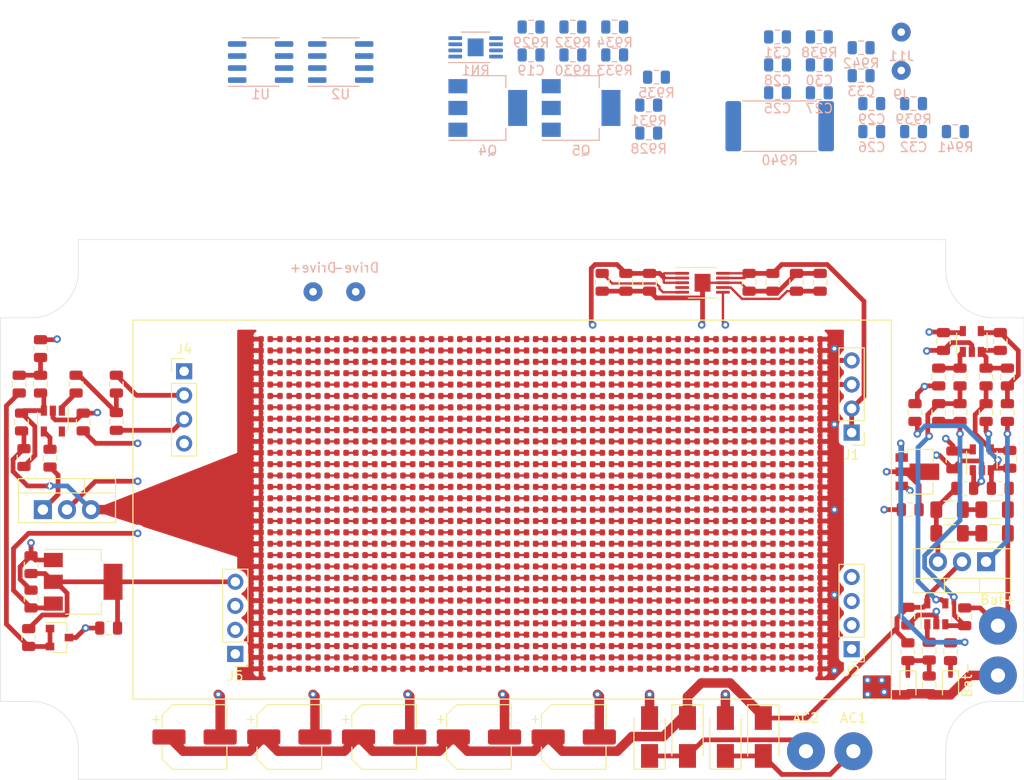
<source format=kicad_pcb>
(kicad_pcb (version 20171130) (host pcbnew "(5.1.6)-1")
  (layers (0 F.Cu signal hide) (1 In1.Cu signal hide) (2 In2.Cu signal hide) (31 B.Cu signal) (34 B.Paste user) (35 F.Paste user hide) (36 B.SilkS user) (37 F.SilkS user hide) (38 B.Mask user) (39 F.Mask user hide) (44 Edge.Cuts user))
  (net 0 "")
  (net 1 "Net-(J4-Pad1)")
  (net 2 "Net-(J5-Pad2)")
  (net 3 "Net-(J5-Pad1)")
  (net 4 "Net-(R1-Pad1)")
  (net 5 "Net-(R2-Pad1)")
  (net 6 "Net-(R3-Pad1)")
  (net 7 "Net-(R4-Pad1)")
  (net 8 "Net-(R5-Pad1)")
  (net 9 "Net-(R6-Pad1)")
  (net 10 "Net-(R7-Pad1)")
  (net 11 "Net-(R8-Pad1)")
  (net 12 "Net-(R10-Pad2)")
  (net 13 "Net-(R10-Pad1)")
  (net 14 "Net-(R11-Pad1)")
  (net 15 "Net-(R12-Pad1)")
  (net 16 "Net-(R13-Pad1)")
  (net 17 "Net-(R14-Pad1)")
  (net 18 "Net-(R15-Pad1)")
  (net 19 "Net-(R16-Pad1)")
  (net 20 "Net-(R17-Pad1)")
  (net 21 "Net-(R18-Pad1)")
  (net 22 "Net-(R19-Pad1)")
  (net 23 "Net-(R20-Pad1)")
  (net 24 "Net-(R21-Pad1)")
  (net 25 "Net-(R22-Pad1)")
  (net 26 "Net-(R23-Pad1)")
  (net 27 "Net-(R24-Pad1)")
  (net 28 "Net-(R25-Pad1)")
  (net 29 "Net-(R26-Pad1)")
  (net 30 "Net-(R27-Pad1)")
  (net 31 "Net-(R28-Pad1)")
  (net 32 "Net-(R29-Pad1)")
  (net 33 "Net-(R31-Pad1)")
  (net 34 "Net-(R32-Pad1)")
  (net 35 "Net-(R33-Pad1)")
  (net 36 "Net-(R34-Pad1)")
  (net 37 "Net-(R35-Pad1)")
  (net 38 "Net-(R36-Pad1)")
  (net 39 "Net-(R37-Pad1)")
  (net 40 "Net-(R38-Pad1)")
  (net 41 "Net-(R39-Pad1)")
  (net 42 "Net-(R40-Pad1)")
  (net 43 "Net-(R41-Pad1)")
  (net 44 "Net-(R42-Pad1)")
  (net 45 "Net-(R43-Pad1)")
  (net 46 "Net-(R44-Pad1)")
  (net 47 "Net-(R45-Pad1)")
  (net 48 "Net-(R46-Pad1)")
  (net 49 "Net-(R47-Pad1)")
  (net 50 "Net-(R48-Pad1)")
  (net 51 "Net-(R49-Pad1)")
  (net 52 "Net-(R50-Pad1)")
  (net 53 "Net-(R51-Pad1)")
  (net 54 "Net-(R52-Pad1)")
  (net 55 "Net-(R53-Pad1)")
  (net 56 "Net-(R54-Pad1)")
  (net 57 "Net-(R55-Pad1)")
  (net 58 "Net-(R56-Pad1)")
  (net 59 "Net-(R57-Pad1)")
  (net 60 "Net-(R58-Pad1)")
  (net 61 "Net-(R59-Pad1)")
  (net 62 "Net-(R61-Pad1)")
  (net 63 "Net-(R62-Pad1)")
  (net 64 "Net-(R63-Pad1)")
  (net 65 "Net-(R64-Pad1)")
  (net 66 "Net-(R65-Pad1)")
  (net 67 "Net-(R66-Pad1)")
  (net 68 "Net-(R67-Pad1)")
  (net 69 "Net-(R68-Pad1)")
  (net 70 "Net-(R69-Pad1)")
  (net 71 "Net-(R70-Pad1)")
  (net 72 "Net-(R71-Pad1)")
  (net 73 "Net-(R72-Pad1)")
  (net 74 "Net-(R73-Pad1)")
  (net 75 "Net-(R74-Pad1)")
  (net 76 "Net-(R75-Pad1)")
  (net 77 "Net-(R76-Pad1)")
  (net 78 "Net-(R77-Pad1)")
  (net 79 "Net-(R78-Pad1)")
  (net 80 "Net-(R79-Pad1)")
  (net 81 "Net-(R80-Pad1)")
  (net 82 "Net-(R81-Pad1)")
  (net 83 "Net-(R82-Pad1)")
  (net 84 "Net-(R83-Pad1)")
  (net 85 "Net-(R84-Pad1)")
  (net 86 "Net-(R85-Pad1)")
  (net 87 "Net-(R86-Pad1)")
  (net 88 "Net-(R87-Pad1)")
  (net 89 "Net-(R88-Pad1)")
  (net 90 "Net-(R89-Pad1)")
  (net 91 "Net-(R91-Pad1)")
  (net 92 "Net-(R92-Pad1)")
  (net 93 "Net-(R93-Pad1)")
  (net 94 "Net-(R94-Pad1)")
  (net 95 "Net-(R95-Pad1)")
  (net 96 "Net-(R96-Pad1)")
  (net 97 "Net-(R97-Pad1)")
  (net 98 "Net-(R98-Pad1)")
  (net 99 "Net-(R100-Pad2)")
  (net 100 "Net-(R100-Pad1)")
  (net 101 "Net-(R101-Pad1)")
  (net 102 "Net-(R102-Pad1)")
  (net 103 "Net-(R103-Pad1)")
  (net 104 "Net-(R104-Pad1)")
  (net 105 "Net-(R105-Pad1)")
  (net 106 "Net-(R106-Pad1)")
  (net 107 "Net-(R107-Pad1)")
  (net 108 "Net-(R108-Pad1)")
  (net 109 "Net-(R109-Pad1)")
  (net 110 "Net-(R110-Pad1)")
  (net 111 "Net-(R111-Pad1)")
  (net 112 "Net-(R112-Pad1)")
  (net 113 "Net-(R113-Pad1)")
  (net 114 "Net-(R114-Pad1)")
  (net 115 "Net-(R115-Pad1)")
  (net 116 "Net-(R116-Pad1)")
  (net 117 "Net-(R117-Pad1)")
  (net 118 "Net-(R118-Pad1)")
  (net 119 "Net-(R119-Pad1)")
  (net 120 "Net-(R121-Pad1)")
  (net 121 "Net-(R122-Pad1)")
  (net 122 "Net-(R123-Pad1)")
  (net 123 "Net-(R124-Pad1)")
  (net 124 "Net-(R125-Pad1)")
  (net 125 "Net-(R126-Pad1)")
  (net 126 "Net-(R127-Pad1)")
  (net 127 "Net-(R128-Pad1)")
  (net 128 "Net-(R129-Pad1)")
  (net 129 "Net-(R130-Pad1)")
  (net 130 "Net-(R131-Pad1)")
  (net 131 "Net-(R132-Pad1)")
  (net 132 "Net-(R133-Pad1)")
  (net 133 "Net-(R134-Pad1)")
  (net 134 "Net-(R135-Pad1)")
  (net 135 "Net-(R136-Pad1)")
  (net 136 "Net-(R137-Pad1)")
  (net 137 "Net-(R138-Pad1)")
  (net 138 "Net-(R139-Pad1)")
  (net 139 "Net-(R140-Pad1)")
  (net 140 "Net-(R141-Pad1)")
  (net 141 "Net-(R142-Pad1)")
  (net 142 "Net-(R143-Pad1)")
  (net 143 "Net-(R144-Pad1)")
  (net 144 "Net-(R145-Pad1)")
  (net 145 "Net-(R146-Pad1)")
  (net 146 "Net-(R147-Pad1)")
  (net 147 "Net-(R148-Pad1)")
  (net 148 "Net-(R149-Pad1)")
  (net 149 "Net-(R151-Pad1)")
  (net 150 "Net-(R152-Pad1)")
  (net 151 "Net-(R153-Pad1)")
  (net 152 "Net-(R154-Pad1)")
  (net 153 "Net-(R155-Pad1)")
  (net 154 "Net-(R156-Pad1)")
  (net 155 "Net-(R157-Pad1)")
  (net 156 "Net-(R158-Pad1)")
  (net 157 "Net-(R159-Pad1)")
  (net 158 "Net-(R160-Pad1)")
  (net 159 "Net-(R161-Pad1)")
  (net 160 "Net-(R162-Pad1)")
  (net 161 "Net-(R163-Pad1)")
  (net 162 "Net-(R164-Pad1)")
  (net 163 "Net-(R165-Pad1)")
  (net 164 "Net-(R166-Pad1)")
  (net 165 "Net-(R167-Pad1)")
  (net 166 "Net-(R168-Pad1)")
  (net 167 "Net-(R169-Pad1)")
  (net 168 "Net-(R170-Pad1)")
  (net 169 "Net-(R171-Pad1)")
  (net 170 "Net-(R172-Pad1)")
  (net 171 "Net-(R173-Pad1)")
  (net 172 "Net-(R174-Pad1)")
  (net 173 "Net-(R175-Pad1)")
  (net 174 "Net-(R176-Pad1)")
  (net 175 "Net-(R177-Pad1)")
  (net 176 "Net-(R178-Pad1)")
  (net 177 "Net-(R179-Pad1)")
  (net 178 "Net-(R181-Pad1)")
  (net 179 "Net-(R182-Pad1)")
  (net 180 "Net-(R183-Pad1)")
  (net 181 "Net-(R184-Pad1)")
  (net 182 "Net-(R185-Pad1)")
  (net 183 "Net-(R186-Pad1)")
  (net 184 "Net-(R187-Pad1)")
  (net 185 "Net-(R188-Pad1)")
  (net 186 "Net-(R189-Pad1)")
  (net 187 "Net-(R190-Pad1)")
  (net 188 "Net-(R191-Pad1)")
  (net 189 "Net-(R192-Pad1)")
  (net 190 "Net-(R193-Pad1)")
  (net 191 "Net-(R194-Pad1)")
  (net 192 "Net-(R195-Pad1)")
  (net 193 "Net-(R196-Pad1)")
  (net 194 "Net-(R197-Pad1)")
  (net 195 "Net-(R198-Pad1)")
  (net 196 "Net-(R199-Pad1)")
  (net 197 "Net-(R200-Pad1)")
  (net 198 "Net-(R201-Pad1)")
  (net 199 "Net-(R202-Pad1)")
  (net 200 "Net-(R203-Pad1)")
  (net 201 "Net-(R204-Pad1)")
  (net 202 "Net-(R205-Pad1)")
  (net 203 "Net-(R206-Pad1)")
  (net 204 "Net-(R207-Pad1)")
  (net 205 "Net-(R208-Pad1)")
  (net 206 "Net-(R209-Pad1)")
  (net 207 "Net-(R211-Pad1)")
  (net 208 "Net-(R212-Pad1)")
  (net 209 "Net-(R213-Pad1)")
  (net 210 "Net-(R214-Pad1)")
  (net 211 "Net-(R215-Pad1)")
  (net 212 "Net-(R216-Pad1)")
  (net 213 "Net-(R217-Pad1)")
  (net 214 "Net-(R218-Pad1)")
  (net 215 "Net-(R219-Pad1)")
  (net 216 "Net-(R220-Pad1)")
  (net 217 "Net-(R221-Pad1)")
  (net 218 "Net-(R222-Pad1)")
  (net 219 "Net-(R223-Pad1)")
  (net 220 "Net-(R224-Pad1)")
  (net 221 "Net-(R225-Pad1)")
  (net 222 "Net-(R226-Pad1)")
  (net 223 "Net-(R227-Pad1)")
  (net 224 "Net-(R228-Pad1)")
  (net 225 "Net-(R229-Pad1)")
  (net 226 "Net-(R230-Pad1)")
  (net 227 "Net-(R231-Pad1)")
  (net 228 "Net-(R232-Pad1)")
  (net 229 "Net-(R233-Pad1)")
  (net 230 "Net-(R234-Pad1)")
  (net 231 "Net-(R235-Pad1)")
  (net 232 "Net-(R236-Pad1)")
  (net 233 "Net-(R237-Pad1)")
  (net 234 "Net-(R238-Pad1)")
  (net 235 "Net-(R239-Pad1)")
  (net 236 "Net-(R241-Pad1)")
  (net 237 "Net-(R242-Pad1)")
  (net 238 "Net-(R243-Pad1)")
  (net 239 "Net-(R244-Pad1)")
  (net 240 "Net-(R245-Pad1)")
  (net 241 "Net-(R246-Pad1)")
  (net 242 "Net-(R247-Pad1)")
  (net 243 "Net-(R248-Pad1)")
  (net 244 "Net-(R249-Pad1)")
  (net 245 "Net-(R250-Pad1)")
  (net 246 "Net-(R251-Pad1)")
  (net 247 "Net-(R252-Pad1)")
  (net 248 "Net-(R253-Pad1)")
  (net 249 "Net-(R254-Pad1)")
  (net 250 "Net-(R255-Pad1)")
  (net 251 "Net-(R256-Pad1)")
  (net 252 "Net-(R257-Pad1)")
  (net 253 "Net-(R258-Pad1)")
  (net 254 "Net-(R259-Pad1)")
  (net 255 "Net-(R260-Pad1)")
  (net 256 "Net-(R261-Pad1)")
  (net 257 "Net-(R262-Pad1)")
  (net 258 "Net-(R263-Pad1)")
  (net 259 "Net-(R264-Pad1)")
  (net 260 "Net-(R265-Pad1)")
  (net 261 "Net-(R266-Pad1)")
  (net 262 "Net-(R267-Pad1)")
  (net 263 "Net-(R268-Pad1)")
  (net 264 "Net-(R269-Pad1)")
  (net 265 "Net-(R271-Pad1)")
  (net 266 "Net-(R272-Pad1)")
  (net 267 "Net-(R273-Pad1)")
  (net 268 "Net-(R274-Pad1)")
  (net 269 "Net-(R275-Pad1)")
  (net 270 "Net-(R276-Pad1)")
  (net 271 "Net-(R277-Pad1)")
  (net 272 "Net-(R278-Pad1)")
  (net 273 "Net-(R279-Pad1)")
  (net 274 "Net-(R280-Pad1)")
  (net 275 "Net-(R281-Pad1)")
  (net 276 "Net-(R282-Pad1)")
  (net 277 "Net-(R283-Pad1)")
  (net 278 "Net-(R284-Pad1)")
  (net 279 "Net-(R285-Pad1)")
  (net 280 "Net-(R286-Pad1)")
  (net 281 "Net-(R287-Pad1)")
  (net 282 "Net-(R288-Pad1)")
  (net 283 "Net-(R289-Pad1)")
  (net 284 "Net-(R290-Pad1)")
  (net 285 "Net-(R291-Pad1)")
  (net 286 "Net-(R292-Pad1)")
  (net 287 "Net-(R293-Pad1)")
  (net 288 "Net-(R294-Pad1)")
  (net 289 "Net-(R295-Pad1)")
  (net 290 "Net-(R296-Pad1)")
  (net 291 "Net-(R297-Pad1)")
  (net 292 "Net-(R298-Pad1)")
  (net 293 "Net-(R299-Pad1)")
  (net 294 "Net-(R301-Pad1)")
  (net 295 "Net-(R302-Pad1)")
  (net 296 "Net-(R303-Pad1)")
  (net 297 "Net-(R304-Pad1)")
  (net 298 "Net-(R305-Pad1)")
  (net 299 "Net-(R306-Pad1)")
  (net 300 "Net-(R307-Pad1)")
  (net 301 "Net-(R308-Pad1)")
  (net 302 "Net-(R309-Pad1)")
  (net 303 "Net-(R310-Pad1)")
  (net 304 "Net-(R311-Pad1)")
  (net 305 "Net-(R312-Pad1)")
  (net 306 "Net-(R313-Pad1)")
  (net 307 "Net-(R314-Pad1)")
  (net 308 "Net-(R315-Pad1)")
  (net 309 "Net-(R316-Pad1)")
  (net 310 "Net-(R317-Pad1)")
  (net 311 "Net-(R318-Pad1)")
  (net 312 "Net-(R319-Pad1)")
  (net 313 "Net-(R320-Pad1)")
  (net 314 "Net-(R321-Pad1)")
  (net 315 "Net-(R322-Pad1)")
  (net 316 "Net-(R323-Pad1)")
  (net 317 "Net-(R324-Pad1)")
  (net 318 "Net-(R325-Pad1)")
  (net 319 "Net-(R326-Pad1)")
  (net 320 "Net-(R327-Pad1)")
  (net 321 "Net-(R328-Pad1)")
  (net 322 "Net-(R329-Pad1)")
  (net 323 "Net-(R331-Pad1)")
  (net 324 "Net-(R332-Pad1)")
  (net 325 "Net-(R333-Pad1)")
  (net 326 "Net-(R334-Pad1)")
  (net 327 "Net-(R335-Pad1)")
  (net 328 "Net-(R336-Pad1)")
  (net 329 "Net-(R337-Pad1)")
  (net 330 "Net-(R338-Pad1)")
  (net 331 "Net-(R339-Pad1)")
  (net 332 "Net-(R340-Pad1)")
  (net 333 "Net-(R341-Pad1)")
  (net 334 "Net-(R342-Pad1)")
  (net 335 "Net-(R343-Pad1)")
  (net 336 "Net-(R344-Pad1)")
  (net 337 "Net-(R345-Pad1)")
  (net 338 "Net-(R346-Pad1)")
  (net 339 "Net-(R347-Pad1)")
  (net 340 "Net-(R348-Pad1)")
  (net 341 "Net-(R349-Pad1)")
  (net 342 "Net-(R350-Pad1)")
  (net 343 "Net-(R351-Pad1)")
  (net 344 "Net-(R352-Pad1)")
  (net 345 "Net-(R353-Pad1)")
  (net 346 "Net-(R354-Pad1)")
  (net 347 "Net-(R355-Pad1)")
  (net 348 "Net-(R356-Pad1)")
  (net 349 "Net-(R357-Pad1)")
  (net 350 "Net-(R358-Pad1)")
  (net 351 "Net-(R359-Pad1)")
  (net 352 "Net-(R361-Pad1)")
  (net 353 "Net-(R362-Pad1)")
  (net 354 "Net-(R363-Pad1)")
  (net 355 "Net-(R364-Pad1)")
  (net 356 "Net-(R365-Pad1)")
  (net 357 "Net-(R366-Pad1)")
  (net 358 "Net-(R367-Pad1)")
  (net 359 "Net-(R368-Pad1)")
  (net 360 "Net-(R369-Pad1)")
  (net 361 "Net-(R370-Pad1)")
  (net 362 "Net-(R371-Pad1)")
  (net 363 "Net-(R372-Pad1)")
  (net 364 "Net-(R373-Pad1)")
  (net 365 "Net-(R374-Pad1)")
  (net 366 "Net-(R375-Pad1)")
  (net 367 "Net-(R376-Pad1)")
  (net 368 "Net-(R377-Pad1)")
  (net 369 "Net-(R378-Pad1)")
  (net 370 "Net-(R379-Pad1)")
  (net 371 "Net-(R380-Pad1)")
  (net 372 "Net-(R381-Pad1)")
  (net 373 "Net-(R382-Pad1)")
  (net 374 "Net-(R383-Pad1)")
  (net 375 "Net-(R384-Pad1)")
  (net 376 "Net-(R385-Pad1)")
  (net 377 "Net-(R386-Pad1)")
  (net 378 "Net-(R387-Pad1)")
  (net 379 "Net-(R388-Pad1)")
  (net 380 "Net-(R389-Pad1)")
  (net 381 "Net-(R391-Pad1)")
  (net 382 "Net-(R392-Pad1)")
  (net 383 "Net-(R393-Pad1)")
  (net 384 "Net-(R394-Pad1)")
  (net 385 "Net-(R395-Pad1)")
  (net 386 "Net-(R396-Pad1)")
  (net 387 "Net-(R397-Pad1)")
  (net 388 "Net-(R398-Pad1)")
  (net 389 "Net-(R399-Pad1)")
  (net 390 "Net-(R400-Pad1)")
  (net 391 "Net-(R401-Pad1)")
  (net 392 "Net-(R402-Pad1)")
  (net 393 "Net-(R403-Pad1)")
  (net 394 "Net-(R404-Pad1)")
  (net 395 "Net-(R405-Pad1)")
  (net 396 "Net-(R406-Pad1)")
  (net 397 "Net-(R407-Pad1)")
  (net 398 "Net-(R408-Pad1)")
  (net 399 "Net-(R409-Pad1)")
  (net 400 "Net-(R410-Pad1)")
  (net 401 "Net-(R411-Pad1)")
  (net 402 "Net-(R412-Pad1)")
  (net 403 "Net-(R413-Pad1)")
  (net 404 "Net-(R414-Pad1)")
  (net 405 "Net-(R415-Pad1)")
  (net 406 "Net-(R416-Pad1)")
  (net 407 "Net-(R417-Pad1)")
  (net 408 "Net-(R418-Pad1)")
  (net 409 "Net-(R419-Pad1)")
  (net 410 "Net-(R421-Pad1)")
  (net 411 "Net-(R422-Pad1)")
  (net 412 "Net-(R423-Pad1)")
  (net 413 "Net-(R424-Pad1)")
  (net 414 "Net-(R425-Pad1)")
  (net 415 "Net-(R426-Pad1)")
  (net 416 "Net-(R427-Pad1)")
  (net 417 "Net-(R428-Pad1)")
  (net 418 "Net-(R429-Pad1)")
  (net 419 "Net-(R430-Pad1)")
  (net 420 "Net-(R431-Pad1)")
  (net 421 "Net-(R432-Pad1)")
  (net 422 "Net-(R433-Pad1)")
  (net 423 "Net-(R434-Pad1)")
  (net 424 "Net-(R435-Pad1)")
  (net 425 "Net-(R436-Pad1)")
  (net 426 "Net-(R437-Pad1)")
  (net 427 "Net-(R438-Pad1)")
  (net 428 "Net-(R439-Pad1)")
  (net 429 "Net-(R440-Pad1)")
  (net 430 "Net-(R441-Pad1)")
  (net 431 "Net-(R442-Pad1)")
  (net 432 "Net-(R443-Pad1)")
  (net 433 "Net-(R444-Pad1)")
  (net 434 "Net-(R445-Pad1)")
  (net 435 "Net-(R446-Pad1)")
  (net 436 "Net-(R447-Pad1)")
  (net 437 "Net-(R448-Pad1)")
  (net 438 "Net-(R449-Pad1)")
  (net 439 "Net-(R451-Pad1)")
  (net 440 "Net-(R452-Pad1)")
  (net 441 "Net-(R453-Pad1)")
  (net 442 "Net-(R454-Pad1)")
  (net 443 "Net-(R455-Pad1)")
  (net 444 "Net-(R456-Pad1)")
  (net 445 "Net-(R457-Pad1)")
  (net 446 "Net-(R458-Pad1)")
  (net 447 "Net-(R459-Pad1)")
  (net 448 "Net-(R460-Pad1)")
  (net 449 "Net-(R461-Pad1)")
  (net 450 "Net-(R462-Pad1)")
  (net 451 "Net-(R463-Pad1)")
  (net 452 "Net-(R464-Pad1)")
  (net 453 "Net-(R465-Pad1)")
  (net 454 "Net-(R466-Pad1)")
  (net 455 "Net-(R467-Pad1)")
  (net 456 "Net-(R468-Pad1)")
  (net 457 "Net-(R469-Pad1)")
  (net 458 "Net-(R470-Pad1)")
  (net 459 "Net-(R471-Pad1)")
  (net 460 "Net-(R472-Pad1)")
  (net 461 "Net-(R473-Pad1)")
  (net 462 "Net-(R474-Pad1)")
  (net 463 "Net-(R475-Pad1)")
  (net 464 "Net-(R476-Pad1)")
  (net 465 "Net-(R477-Pad1)")
  (net 466 "Net-(R478-Pad1)")
  (net 467 "Net-(R479-Pad1)")
  (net 468 "Net-(R481-Pad1)")
  (net 469 "Net-(R482-Pad1)")
  (net 470 "Net-(R483-Pad1)")
  (net 471 "Net-(R484-Pad1)")
  (net 472 "Net-(R485-Pad1)")
  (net 473 "Net-(R486-Pad1)")
  (net 474 "Net-(R487-Pad1)")
  (net 475 "Net-(R488-Pad1)")
  (net 476 "Net-(R489-Pad1)")
  (net 477 "Net-(R490-Pad1)")
  (net 478 "Net-(R491-Pad1)")
  (net 479 "Net-(R492-Pad1)")
  (net 480 "Net-(R493-Pad1)")
  (net 481 "Net-(R494-Pad1)")
  (net 482 "Net-(R495-Pad1)")
  (net 483 "Net-(R496-Pad1)")
  (net 484 "Net-(R497-Pad1)")
  (net 485 "Net-(R498-Pad1)")
  (net 486 "Net-(R499-Pad1)")
  (net 487 "Net-(R500-Pad1)")
  (net 488 "Net-(R501-Pad1)")
  (net 489 "Net-(R502-Pad1)")
  (net 490 "Net-(R503-Pad1)")
  (net 491 "Net-(R504-Pad1)")
  (net 492 "Net-(R505-Pad1)")
  (net 493 "Net-(R506-Pad1)")
  (net 494 "Net-(R507-Pad1)")
  (net 495 "Net-(R508-Pad1)")
  (net 496 "Net-(R509-Pad1)")
  (net 497 "Net-(R511-Pad1)")
  (net 498 "Net-(R512-Pad1)")
  (net 499 "Net-(R513-Pad1)")
  (net 500 "Net-(R514-Pad1)")
  (net 501 "Net-(R515-Pad1)")
  (net 502 "Net-(R516-Pad1)")
  (net 503 "Net-(R517-Pad1)")
  (net 504 "Net-(R518-Pad1)")
  (net 505 "Net-(R519-Pad1)")
  (net 506 "Net-(R520-Pad1)")
  (net 507 "Net-(R521-Pad1)")
  (net 508 "Net-(R522-Pad1)")
  (net 509 "Net-(R523-Pad1)")
  (net 510 "Net-(R524-Pad1)")
  (net 511 "Net-(R525-Pad1)")
  (net 512 "Net-(R526-Pad1)")
  (net 513 "Net-(R527-Pad1)")
  (net 514 "Net-(R528-Pad1)")
  (net 515 "Net-(R529-Pad1)")
  (net 516 "Net-(R530-Pad1)")
  (net 517 "Net-(R531-Pad1)")
  (net 518 "Net-(R532-Pad1)")
  (net 519 "Net-(R533-Pad1)")
  (net 520 "Net-(R534-Pad1)")
  (net 521 "Net-(R535-Pad1)")
  (net 522 "Net-(R536-Pad1)")
  (net 523 "Net-(R537-Pad1)")
  (net 524 "Net-(R538-Pad1)")
  (net 525 "Net-(R539-Pad1)")
  (net 526 "Net-(R541-Pad1)")
  (net 527 "Net-(R542-Pad1)")
  (net 528 "Net-(R543-Pad1)")
  (net 529 "Net-(R544-Pad1)")
  (net 530 "Net-(R545-Pad1)")
  (net 531 "Net-(R546-Pad1)")
  (net 532 "Net-(R547-Pad1)")
  (net 533 "Net-(R548-Pad1)")
  (net 534 "Net-(R549-Pad1)")
  (net 535 "Net-(R550-Pad1)")
  (net 536 "Net-(R551-Pad1)")
  (net 537 "Net-(R552-Pad1)")
  (net 538 "Net-(R553-Pad1)")
  (net 539 "Net-(R554-Pad1)")
  (net 540 "Net-(R555-Pad1)")
  (net 541 "Net-(R556-Pad1)")
  (net 542 "Net-(R557-Pad1)")
  (net 543 "Net-(R558-Pad1)")
  (net 544 "Net-(R559-Pad1)")
  (net 545 "Net-(R560-Pad1)")
  (net 546 "Net-(R561-Pad1)")
  (net 547 "Net-(R562-Pad1)")
  (net 548 "Net-(R563-Pad1)")
  (net 549 "Net-(R564-Pad1)")
  (net 550 "Net-(R565-Pad1)")
  (net 551 "Net-(R566-Pad1)")
  (net 552 "Net-(R567-Pad1)")
  (net 553 "Net-(R568-Pad1)")
  (net 554 "Net-(R569-Pad1)")
  (net 555 "Net-(R571-Pad1)")
  (net 556 "Net-(R572-Pad1)")
  (net 557 "Net-(R573-Pad1)")
  (net 558 "Net-(R574-Pad1)")
  (net 559 "Net-(R575-Pad1)")
  (net 560 "Net-(R576-Pad1)")
  (net 561 "Net-(R577-Pad1)")
  (net 562 "Net-(R578-Pad1)")
  (net 563 "Net-(R579-Pad1)")
  (net 564 "Net-(R580-Pad1)")
  (net 565 "Net-(R581-Pad1)")
  (net 566 "Net-(R582-Pad1)")
  (net 567 "Net-(R583-Pad1)")
  (net 568 "Net-(R584-Pad1)")
  (net 569 "Net-(R585-Pad1)")
  (net 570 "Net-(R586-Pad1)")
  (net 571 "Net-(R587-Pad1)")
  (net 572 "Net-(R588-Pad1)")
  (net 573 "Net-(R589-Pad1)")
  (net 574 "Net-(R590-Pad1)")
  (net 575 "Net-(R591-Pad1)")
  (net 576 "Net-(R592-Pad1)")
  (net 577 "Net-(R593-Pad1)")
  (net 578 "Net-(R594-Pad1)")
  (net 579 "Net-(R595-Pad1)")
  (net 580 "Net-(R596-Pad1)")
  (net 581 "Net-(R597-Pad1)")
  (net 582 "Net-(R598-Pad1)")
  (net 583 "Net-(R599-Pad1)")
  (net 584 "Net-(R601-Pad1)")
  (net 585 "Net-(R602-Pad1)")
  (net 586 "Net-(R603-Pad1)")
  (net 587 "Net-(R604-Pad1)")
  (net 588 "Net-(R605-Pad1)")
  (net 589 "Net-(R606-Pad1)")
  (net 590 "Net-(R607-Pad1)")
  (net 591 "Net-(R608-Pad1)")
  (net 592 "Net-(R609-Pad1)")
  (net 593 "Net-(R610-Pad1)")
  (net 594 "Net-(R611-Pad1)")
  (net 595 "Net-(R612-Pad1)")
  (net 596 "Net-(R613-Pad1)")
  (net 597 "Net-(R614-Pad1)")
  (net 598 "Net-(R615-Pad1)")
  (net 599 "Net-(R616-Pad1)")
  (net 600 "Net-(R617-Pad1)")
  (net 601 "Net-(R618-Pad1)")
  (net 602 "Net-(R619-Pad1)")
  (net 603 "Net-(R620-Pad1)")
  (net 604 "Net-(R621-Pad1)")
  (net 605 "Net-(R622-Pad1)")
  (net 606 "Net-(R623-Pad1)")
  (net 607 "Net-(R624-Pad1)")
  (net 608 "Net-(R625-Pad1)")
  (net 609 "Net-(R626-Pad1)")
  (net 610 "Net-(R627-Pad1)")
  (net 611 "Net-(R628-Pad1)")
  (net 612 "Net-(R629-Pad1)")
  (net 613 "Net-(R631-Pad1)")
  (net 614 "Net-(R632-Pad1)")
  (net 615 "Net-(R633-Pad1)")
  (net 616 "Net-(R634-Pad1)")
  (net 617 "Net-(R635-Pad1)")
  (net 618 "Net-(R636-Pad1)")
  (net 619 "Net-(R637-Pad1)")
  (net 620 "Net-(R638-Pad1)")
  (net 621 "Net-(R639-Pad1)")
  (net 622 "Net-(R640-Pad1)")
  (net 623 "Net-(R641-Pad1)")
  (net 624 "Net-(R642-Pad1)")
  (net 625 "Net-(R643-Pad1)")
  (net 626 "Net-(R644-Pad1)")
  (net 627 "Net-(R645-Pad1)")
  (net 628 "Net-(R646-Pad1)")
  (net 629 "Net-(R647-Pad1)")
  (net 630 "Net-(R648-Pad1)")
  (net 631 "Net-(R649-Pad1)")
  (net 632 "Net-(R650-Pad1)")
  (net 633 "Net-(R651-Pad1)")
  (net 634 "Net-(R652-Pad1)")
  (net 635 "Net-(R653-Pad1)")
  (net 636 "Net-(R654-Pad1)")
  (net 637 "Net-(R655-Pad1)")
  (net 638 "Net-(R656-Pad1)")
  (net 639 "Net-(R657-Pad1)")
  (net 640 "Net-(R658-Pad1)")
  (net 641 "Net-(R659-Pad1)")
  (net 642 "Net-(R661-Pad1)")
  (net 643 "Net-(R662-Pad1)")
  (net 644 "Net-(R663-Pad1)")
  (net 645 "Net-(R664-Pad1)")
  (net 646 "Net-(R665-Pad1)")
  (net 647 "Net-(R666-Pad1)")
  (net 648 "Net-(R667-Pad1)")
  (net 649 "Net-(R668-Pad1)")
  (net 650 "Net-(R669-Pad1)")
  (net 651 "Net-(R670-Pad1)")
  (net 652 "Net-(R671-Pad1)")
  (net 653 "Net-(R672-Pad1)")
  (net 654 "Net-(R673-Pad1)")
  (net 655 "Net-(R674-Pad1)")
  (net 656 "Net-(R675-Pad1)")
  (net 657 "Net-(R676-Pad1)")
  (net 658 "Net-(R677-Pad1)")
  (net 659 "Net-(R678-Pad1)")
  (net 660 "Net-(R679-Pad1)")
  (net 661 "Net-(R680-Pad1)")
  (net 662 "Net-(R681-Pad1)")
  (net 663 "Net-(R682-Pad1)")
  (net 664 "Net-(R683-Pad1)")
  (net 665 "Net-(R684-Pad1)")
  (net 666 "Net-(R685-Pad1)")
  (net 667 "Net-(R686-Pad1)")
  (net 668 "Net-(R687-Pad1)")
  (net 669 "Net-(R688-Pad1)")
  (net 670 "Net-(R689-Pad1)")
  (net 671 "Net-(R691-Pad1)")
  (net 672 "Net-(R692-Pad1)")
  (net 673 "Net-(R693-Pad1)")
  (net 674 "Net-(R694-Pad1)")
  (net 675 "Net-(R695-Pad1)")
  (net 676 "Net-(R696-Pad1)")
  (net 677 "Net-(R697-Pad1)")
  (net 678 "Net-(R698-Pad1)")
  (net 679 "Net-(R699-Pad1)")
  (net 680 "Net-(R700-Pad1)")
  (net 681 "Net-(R701-Pad1)")
  (net 682 "Net-(R702-Pad1)")
  (net 683 "Net-(R703-Pad1)")
  (net 684 "Net-(R704-Pad1)")
  (net 685 "Net-(R705-Pad1)")
  (net 686 "Net-(R706-Pad1)")
  (net 687 "Net-(R707-Pad1)")
  (net 688 "Net-(R708-Pad1)")
  (net 689 "Net-(R709-Pad1)")
  (net 690 "Net-(R710-Pad1)")
  (net 691 "Net-(R711-Pad1)")
  (net 692 "Net-(R712-Pad1)")
  (net 693 "Net-(R713-Pad1)")
  (net 694 "Net-(R714-Pad1)")
  (net 695 "Net-(R715-Pad1)")
  (net 696 "Net-(R716-Pad1)")
  (net 697 "Net-(R717-Pad1)")
  (net 698 "Net-(R718-Pad1)")
  (net 699 "Net-(R719-Pad1)")
  (net 700 "Net-(R721-Pad1)")
  (net 701 "Net-(R722-Pad1)")
  (net 702 "Net-(R723-Pad1)")
  (net 703 "Net-(R724-Pad1)")
  (net 704 "Net-(R725-Pad1)")
  (net 705 "Net-(R726-Pad1)")
  (net 706 "Net-(R727-Pad1)")
  (net 707 "Net-(R728-Pad1)")
  (net 708 "Net-(R729-Pad1)")
  (net 709 "Net-(R730-Pad1)")
  (net 710 "Net-(R731-Pad1)")
  (net 711 "Net-(R732-Pad1)")
  (net 712 "Net-(R733-Pad1)")
  (net 713 "Net-(R734-Pad1)")
  (net 714 "Net-(R735-Pad1)")
  (net 715 "Net-(R736-Pad1)")
  (net 716 "Net-(R737-Pad1)")
  (net 717 "Net-(R738-Pad1)")
  (net 718 "Net-(R739-Pad1)")
  (net 719 "Net-(R740-Pad1)")
  (net 720 "Net-(R741-Pad1)")
  (net 721 "Net-(R742-Pad1)")
  (net 722 "Net-(R743-Pad1)")
  (net 723 "Net-(R744-Pad1)")
  (net 724 "Net-(R745-Pad1)")
  (net 725 "Net-(R746-Pad1)")
  (net 726 "Net-(R747-Pad1)")
  (net 727 "Net-(R748-Pad1)")
  (net 728 "Net-(R749-Pad1)")
  (net 729 "Net-(R751-Pad1)")
  (net 730 "Net-(R752-Pad1)")
  (net 731 "Net-(R753-Pad1)")
  (net 732 "Net-(R754-Pad1)")
  (net 733 "Net-(R755-Pad1)")
  (net 734 "Net-(R756-Pad1)")
  (net 735 "Net-(R757-Pad1)")
  (net 736 "Net-(R758-Pad1)")
  (net 737 "Net-(R759-Pad1)")
  (net 738 "Net-(R760-Pad1)")
  (net 739 "Net-(R761-Pad1)")
  (net 740 "Net-(R762-Pad1)")
  (net 741 "Net-(R763-Pad1)")
  (net 742 "Net-(R764-Pad1)")
  (net 743 "Net-(R765-Pad1)")
  (net 744 "Net-(R766-Pad1)")
  (net 745 "Net-(R767-Pad1)")
  (net 746 "Net-(R768-Pad1)")
  (net 747 "Net-(R769-Pad1)")
  (net 748 "Net-(R770-Pad1)")
  (net 749 "Net-(R771-Pad1)")
  (net 750 "Net-(R772-Pad1)")
  (net 751 "Net-(R773-Pad1)")
  (net 752 "Net-(R774-Pad1)")
  (net 753 "Net-(R775-Pad1)")
  (net 754 "Net-(R776-Pad1)")
  (net 755 "Net-(R777-Pad1)")
  (net 756 "Net-(R778-Pad1)")
  (net 757 "Net-(R779-Pad1)")
  (net 758 "Net-(R781-Pad1)")
  (net 759 "Net-(R782-Pad1)")
  (net 760 "Net-(R783-Pad1)")
  (net 761 "Net-(R784-Pad1)")
  (net 762 "Net-(R785-Pad1)")
  (net 763 "Net-(R786-Pad1)")
  (net 764 "Net-(R787-Pad1)")
  (net 765 "Net-(R788-Pad1)")
  (net 766 "Net-(R789-Pad1)")
  (net 767 "Net-(R790-Pad1)")
  (net 768 "Net-(R791-Pad1)")
  (net 769 "Net-(R792-Pad1)")
  (net 770 "Net-(R793-Pad1)")
  (net 771 "Net-(R794-Pad1)")
  (net 772 "Net-(R795-Pad1)")
  (net 773 "Net-(R796-Pad1)")
  (net 774 "Net-(R797-Pad1)")
  (net 775 "Net-(R798-Pad1)")
  (net 776 "Net-(R799-Pad1)")
  (net 777 "Net-(R800-Pad1)")
  (net 778 "Net-(R801-Pad1)")
  (net 779 "Net-(R802-Pad1)")
  (net 780 "Net-(R803-Pad1)")
  (net 781 "Net-(R804-Pad1)")
  (net 782 "Net-(R805-Pad1)")
  (net 783 "Net-(R806-Pad1)")
  (net 784 "Net-(R807-Pad1)")
  (net 785 "Net-(R808-Pad1)")
  (net 786 "Net-(R809-Pad1)")
  (net 787 "Net-(R811-Pad1)")
  (net 788 "Net-(R812-Pad1)")
  (net 789 "Net-(R813-Pad1)")
  (net 790 "Net-(R814-Pad1)")
  (net 791 "Net-(R815-Pad1)")
  (net 792 "Net-(R816-Pad1)")
  (net 793 "Net-(R817-Pad1)")
  (net 794 "Net-(R818-Pad1)")
  (net 795 "Net-(R819-Pad1)")
  (net 796 "Net-(R820-Pad1)")
  (net 797 "Net-(R821-Pad1)")
  (net 798 "Net-(R822-Pad1)")
  (net 799 "Net-(R823-Pad1)")
  (net 800 "Net-(R824-Pad1)")
  (net 801 "Net-(R825-Pad1)")
  (net 802 "Net-(R826-Pad1)")
  (net 803 "Net-(R827-Pad1)")
  (net 804 "Net-(R828-Pad1)")
  (net 805 "Net-(R829-Pad1)")
  (net 806 "Net-(R830-Pad1)")
  (net 807 "Net-(R831-Pad1)")
  (net 808 "Net-(R832-Pad1)")
  (net 809 "Net-(R833-Pad1)")
  (net 810 "Net-(R834-Pad1)")
  (net 811 "Net-(R835-Pad1)")
  (net 812 "Net-(R836-Pad1)")
  (net 813 "Net-(R837-Pad1)")
  (net 814 "Net-(R838-Pad1)")
  (net 815 "Net-(R839-Pad1)")
  (net 816 "Net-(R841-Pad1)")
  (net 817 "Net-(R842-Pad1)")
  (net 818 "Net-(R843-Pad1)")
  (net 819 "Net-(R844-Pad1)")
  (net 820 "Net-(R845-Pad1)")
  (net 821 "Net-(R846-Pad1)")
  (net 822 "Net-(R847-Pad1)")
  (net 823 "Net-(R848-Pad1)")
  (net 824 "Net-(R849-Pad1)")
  (net 825 "Net-(R850-Pad1)")
  (net 826 "Net-(R851-Pad1)")
  (net 827 "Net-(R852-Pad1)")
  (net 828 "Net-(R853-Pad1)")
  (net 829 "Net-(R854-Pad1)")
  (net 830 "Net-(R855-Pad1)")
  (net 831 "Net-(R856-Pad1)")
  (net 832 "Net-(R857-Pad1)")
  (net 833 "Net-(R858-Pad1)")
  (net 834 "Net-(R859-Pad1)")
  (net 835 "Net-(R860-Pad1)")
  (net 836 "Net-(R861-Pad1)")
  (net 837 "Net-(R862-Pad1)")
  (net 838 "Net-(R863-Pad1)")
  (net 839 "Net-(R864-Pad1)")
  (net 840 "Net-(R865-Pad1)")
  (net 841 "Net-(R866-Pad1)")
  (net 842 "Net-(R867-Pad1)")
  (net 843 "Net-(R868-Pad1)")
  (net 844 "Net-(R869-Pad1)")
  (net 845 "Net-(R871-Pad1)")
  (net 846 "Net-(R872-Pad1)")
  (net 847 "Net-(R873-Pad1)")
  (net 848 "Net-(R874-Pad1)")
  (net 849 "Net-(R875-Pad1)")
  (net 850 "Net-(R876-Pad1)")
  (net 851 "Net-(R877-Pad1)")
  (net 852 "Net-(R878-Pad1)")
  (net 853 "Net-(R879-Pad1)")
  (net 854 "Net-(R880-Pad1)")
  (net 855 "Net-(R881-Pad1)")
  (net 856 "Net-(R882-Pad1)")
  (net 857 "Net-(R883-Pad1)")
  (net 858 "Net-(R884-Pad1)")
  (net 859 "Net-(R885-Pad1)")
  (net 860 "Net-(R886-Pad1)")
  (net 861 "Net-(R887-Pad1)")
  (net 862 "Net-(R888-Pad1)")
  (net 863 "Net-(R889-Pad1)")
  (net 864 "Net-(R890-Pad1)")
  (net 865 "Net-(R891-Pad1)")
  (net 866 "Net-(R892-Pad1)")
  (net 867 "Net-(R893-Pad1)")
  (net 868 "Net-(R894-Pad1)")
  (net 869 "Net-(R895-Pad1)")
  (net 870 "Net-(R896-Pad1)")
  (net 871 "Net-(R897-Pad1)")
  (net 872 "Net-(R898-Pad1)")
  (net 873 "Net-(R899-Pad1)")
  (net 874 GND)
  (net 875 "Net-(U1-Pad8)")
  (net 876 "Net-(U1-Pad1)")
  (net 877 "Net-(U2-Pad8)")
  (net 878 "Net-(U2-Pad1)")
  (net 879 +15V)
  (net 880 +5V)
  (net 881 "Net-(Q1-Pad1)")
  (net 882 "Net-(R903-Pad1)")
  (net 883 /temperature/sheet5FAD990D/H)
  (net 884 "Net-(C8-Pad1)")
  (net 885 /temperature/t_fb1)
  (net 886 /temperature/t_fb2)
  (net 887 "Net-(Q1-Pad3)")
  (net 888 "Net-(Q2-Pad1)")
  (net 889 "Net-(Q3-Pad1)")
  (net 890 "Net-(R901-Pad1)")
  (net 891 "Net-(R904-Pad1)")
  (net 892 "Net-(R913-Pad1)")
  (net 893 "Net-(R917-Pad1)")
  (net 894 "Net-(R918-Pad1)")
  (net 895 "Net-(R919-Pad2)")
  (net 896 "Net-(R921-Pad1)")
  (net 897 "Net-(R922-Pad2)")
  (net 898 "Net-(R923-Pad1)")
  (net 899 "Net-(R924-Pad1)")
  (net 900 "Net-(J7-Pad1)")
  (net 901 "Net-(C9-Pad2)")
  (net 902 "Net-(C9-Pad1)")
  (net 903 "Net-(C10-Pad2)")
  (net 904 "Net-(C10-Pad1)")
  (net 905 "Net-(C11-Pad2)")
  (net 906 "Net-(C11-Pad1)")
  (net 907 "Net-(C13-Pad1)")
  (net 908 +12V)
  (net 909 "Net-(D1-Pad2)")
  (net 910 "Net-(D3-Pad2)")
  (net 911 "Net-(U7-Pad5)")
  (net 912 "Net-(C19-Pad1)")
  (net 913 /buffer/Zener_drive-)
  (net 914 /buffer/Zener_drive+)
  (net 915 "Net-(Q4-Pad1)")
  (net 916 "Net-(Q4-Pad3)")
  (net 917 "Net-(Q5-Pad1)")
  (net 918 "Net-(Q5-Pad2)")
  (net 919 "Net-(R930-Pad1)")
  (net 920 "Net-(U9-Pad4)")
  (net 921 "Net-(C22-Pad1)")
  (net 922 "Net-(R936-Pad2)")
  (net 923 /battery/11V)
  (net 924 "Net-(C26-Pad2)")
  (net 925 "Net-(C28-Pad2)")
  (net 926 "Net-(C28-Pad1)")
  (net 927 "Net-(C29-Pad2)")
  (net 928 "Net-(C29-Pad1)")
  (net 929 "Net-(C30-Pad1)")
  (net 930 "Net-(C31-Pad1)")
  (net 931 "Net-(J9-Pad1)")
  (net 932 "Net-(J10-Pad1)")
  (net 933 "Net-(J12-Pad1)")
  (net 934 "Net-(R938-Pad2)")
  (net 935 "Net-(R942-Pad1)")
  (module Resistor_SMD:R_4020_10251Metric_Pad1.65x5.30mm_HandSolder (layer B.Cu) (at 182.23 50.02)
    (fp_text reference R940 (at 0 3.6) (layer B.SilkS) (effects (justify mirror)))
    (fp_text value TBD)
    (pad 2 smd roundrect (at 4.9 0) (size 1.65 5.3) (layers B.Cu B.Paste B.Mask) (roundrect_rratio 0.151515) (net 934 "Net-(R938-Pad2)"))
    (pad 1 smd roundrect (at -4.9 0) (size 1.65 5.3) (layers B.Cu B.Paste B.Mask) (roundrect_rratio 0.151515) (net 931 "Net-(J9-Pad1)"))
  )
  (module Resistor_SMD:R_0805_2012Metric (layer B.Cu) (at 190.82 41.74)
    (fp_text reference R942 (at 0 1.65) (layer B.SilkS) (effects (justify mirror)))
    (fp_text value 3)
    (pad 2 smd roundrect (at 0.9375 0) (size 0.975 1.4) (layers B.Cu B.Paste B.Mask) (net 929 "Net-(C30-Pad1)"))
    (pad 1 smd roundrect (at -0.9375 0) (size 0.975 1.4) (layers B.Cu B.Paste B.Mask) (net 935 "Net-(R942-Pad1)"))
  )
  (module Resistor_SMD:R_0805_2012Metric (layer B.Cu) (at 200.76 50.59)
    (fp_text reference R941 (at 0 1.65) (layer B.SilkS) (effects (justify mirror)))
    (fp_text value 3)
    (pad 2 smd roundrect (at 0.9375 0) (size 0.975 1.4) (layers B.Cu B.Paste B.Mask) (net 913 /buffer/Zener_drive-))
    (pad 1 smd roundrect (at -0.9375 0) (size 0.975 1.4) (layers B.Cu B.Paste B.Mask) (net 929 "Net-(C30-Pad1)"))
  )
  (module Resistor_SMD:R_0805_2012Metric (layer B.Cu) (at 196.35 47.64)
    (fp_text reference R939 (at 0 1.65) (layer B.SilkS) (effects (justify mirror)))
    (fp_text value 4k99)
    (pad 2 smd roundrect (at 0.9375 0) (size 0.975 1.4) (layers B.Cu B.Paste B.Mask) (net 932 "Net-(J10-Pad1)"))
    (pad 1 smd roundrect (at -0.9375 0) (size 0.975 1.4) (layers B.Cu B.Paste B.Mask) (net 933 "Net-(J12-Pad1)"))
  )
  (module Resistor_SMD:R_0805_2012Metric (layer B.Cu) (at 186.41 40.6)
    (fp_text reference R938 (at 0 1.65) (layer B.SilkS) (effects (justify mirror)))
    (fp_text value TBD)
    (pad 2 smd roundrect (at 0.9375 0) (size 0.975 1.4) (layers B.Cu B.Paste B.Mask) (net 934 "Net-(R938-Pad2)"))
    (pad 1 smd roundrect (at -0.9375 0) (size 0.975 1.4) (layers B.Cu B.Paste B.Mask) (net 931 "Net-(J9-Pad1)"))
  )
  (module Connector_Wire:SolderWirePad_1x01_Drill0.8mm (layer B.Cu) (at 137.5 67.5)
    (fp_text reference J12 hide)
    (fp_text value Drive- (at 0 -2.54) (layer B.SilkS) (effects (justify mirror)))
    (pad 1 thru_hole circle (at 0 0) (size 1.99898 1.99898) (drill 0.8001) (layers *.Cu *.Mask) (net 933 "Net-(J12-Pad1)"))
  )
  (module Connector_Wire:SolderWirePad_1x01_Drill0.8mm (layer B.Cu) (at 195.05 40.09)
    (fp_text reference J11 (at 0 2.54) (layer B.SilkS) (effects (justify mirror)))
    (fp_text value Sense-)
    (pad 1 thru_hole circle (at 0 0) (size 1.99898 1.99898) (drill 0.8001) (layers *.Cu *.Mask) (net 927 "Net-(C29-Pad2)"))
  )
  (module Connector_Wire:SolderWirePad_1x01_Drill0.8mm (layer B.Cu) (at 133 67.5)
    (fp_text reference J10 hide)
    (fp_text value Drive+ (at 0 -2.54) (layer B.SilkS) (effects (justify mirror)))
    (pad 1 thru_hole circle (at 0 0) (size 1.99898 1.99898) (drill 0.8001) (layers *.Cu *.Mask) (net 932 "Net-(J10-Pad1)"))
  )
  (module Connector_Wire:SolderWirePad_1x01_Drill0.8mm (layer B.Cu) (at 195.05 44.14)
    (fp_text reference J9 (at 0 2.54) (layer B.SilkS) (effects (justify mirror)))
    (fp_text value Sense+)
    (pad 1 thru_hole circle (at 0 0) (size 1.99898 1.99898) (drill 0.8001) (layers *.Cu *.Mask) (net 931 "Net-(J9-Pad1)"))
  )
  (module Capacitor_SMD:C_0805_2012Metric (layer B.Cu) (at 190.82 44.69)
    (fp_text reference C33 (at 0 1.65) (layer B.SilkS) (effects (justify mirror)))
    (fp_text value 100nF)
    (pad 2 smd roundrect (at 0.9375 0) (size 0.975 1.4) (layers B.Cu B.Paste B.Mask) (net 874 GND))
    (pad 1 smd roundrect (at -0.9375 0) (size 0.975 1.4) (layers B.Cu B.Paste B.Mask) (net 908 +12V))
  )
  (module Capacitor_SMD:C_0805_2012Metric (layer B.Cu) (at 196.35 50.59)
    (fp_text reference C32 (at 0 1.65) (layer B.SilkS) (effects (justify mirror)))
    (fp_text value 100nF)
    (pad 2 smd roundrect (at 0.9375 0) (size 0.975 1.4) (layers B.Cu B.Paste B.Mask) (net 874 GND))
    (pad 1 smd roundrect (at -0.9375 0) (size 0.975 1.4) (layers B.Cu B.Paste B.Mask) (net 930 "Net-(C31-Pad1)"))
  )
  (module Capacitor_SMD:C_0805_2012Metric (layer B.Cu) (at 182 40.6)
    (fp_text reference C31 (at 0 1.65) (layer B.SilkS) (effects (justify mirror)))
    (fp_text value 10µF)
    (pad 2 smd roundrect (at 0.9375 0) (size 0.975 1.4) (layers B.Cu B.Paste B.Mask) (net 874 GND))
    (pad 1 smd roundrect (at -0.9375 0) (size 0.975 1.4) (layers B.Cu B.Paste B.Mask) (net 930 "Net-(C31-Pad1)"))
  )
  (module Capacitor_SMD:C_0805_2012Metric (layer B.Cu) (at 186.41 43.55)
    (fp_text reference C30 (at 0 1.65) (layer B.SilkS) (effects (justify mirror)))
    (fp_text value 10µF)
    (pad 2 smd roundrect (at 0.9375 0) (size 0.975 1.4) (layers B.Cu B.Paste B.Mask) (net 874 GND))
    (pad 1 smd roundrect (at -0.9375 0) (size 0.975 1.4) (layers B.Cu B.Paste B.Mask) (net 929 "Net-(C30-Pad1)"))
  )
  (module Capacitor_SMD:C_0805_2012Metric (layer B.Cu) (at 191.94 47.64)
    (fp_text reference C29 (at 0 1.65) (layer B.SilkS) (effects (justify mirror)))
    (fp_text value 100pF)
    (pad 2 smd roundrect (at 0.9375 0) (size 0.975 1.4) (layers B.Cu B.Paste B.Mask) (net 927 "Net-(C29-Pad2)"))
    (pad 1 smd roundrect (at -0.9375 0) (size 0.975 1.4) (layers B.Cu B.Paste B.Mask) (net 928 "Net-(C29-Pad1)"))
  )
  (module Capacitor_SMD:C_0805_2012Metric (layer B.Cu) (at 182 43.55)
    (fp_text reference C28 (at 0 1.65) (layer B.SilkS) (effects (justify mirror)))
    (fp_text value 100pF)
    (pad 2 smd roundrect (at 0.9375 0) (size 0.975 1.4) (layers B.Cu B.Paste B.Mask) (net 925 "Net-(C28-Pad2)"))
    (pad 1 smd roundrect (at -0.9375 0) (size 0.975 1.4) (layers B.Cu B.Paste B.Mask) (net 926 "Net-(C28-Pad1)"))
  )
  (module Capacitor_SMD:C_0805_2012Metric (layer B.Cu) (at 186.41 46.5)
    (fp_text reference C27 (at 0 1.65) (layer B.SilkS) (effects (justify mirror)))
    (fp_text value 100nF)
    (pad 2 smd roundrect (at 0.9375 0) (size 0.975 1.4) (layers B.Cu B.Paste B.Mask) (net 924 "Net-(C26-Pad2)"))
    (pad 1 smd roundrect (at -0.9375 0) (size 0.975 1.4) (layers B.Cu B.Paste B.Mask) (net 908 +12V))
  )
  (module Capacitor_SMD:C_0805_2012Metric (layer B.Cu) (at 191.94 50.59)
    (fp_text reference C26 (at 0 1.65) (layer B.SilkS) (effects (justify mirror)))
    (fp_text value 10µF)
    (pad 2 smd roundrect (at 0.9375 0) (size 0.975 1.4) (layers B.Cu B.Paste B.Mask) (net 924 "Net-(C26-Pad2)"))
    (pad 1 smd roundrect (at -0.9375 0) (size 0.975 1.4) (layers B.Cu B.Paste B.Mask) (net 908 +12V))
  )
  (module Capacitor_SMD:C_0805_2012Metric (layer B.Cu) (at 182 46.5)
    (fp_text reference C25 (at 0 1.65) (layer B.SilkS) (effects (justify mirror)))
    (fp_text value 100nF)
    (pad 2 smd roundrect (at 0.9375 0) (size 0.975 1.4) (layers B.Cu B.Paste B.Mask) (net 874 GND))
    (pad 1 smd roundrect (at -0.9375 0) (size 0.975 1.4) (layers B.Cu B.Paste B.Mask) (net 908 +12V))
  )
  (module Resistor_SMD:R_0805_2012Metric (layer F.Cu) (at 184 66.5 270)
    (fp_text reference R937 hide)
    (fp_text value 110k hide)
    (pad 2 smd roundrect (at 0.9375 0 270) (size 0.975 1.4) (layers F.Cu F.Paste F.Mask) (net 921 "Net-(C22-Pad1)"))
    (pad 1 smd roundrect (at -0.9375 0 270) (size 0.975 1.4) (layers F.Cu F.Paste F.Mask) (net 874 GND))
  )
  (module Resistor_SMD:R_0805_2012Metric (layer F.Cu) (at 163.5 66.5 90)
    (fp_text reference R936 hide)
    (fp_text value 1k hide)
    (pad 2 smd roundrect (at 0.9375 0 90) (size 0.975 1.4) (layers F.Cu F.Paste F.Mask) (net 922 "Net-(R936-Pad2)"))
    (pad 1 smd roundrect (at -0.9375 0 90) (size 0.975 1.4) (layers F.Cu F.Paste F.Mask) (net 874 GND))
  )
  (module Capacitor_SMD:C_0805_2012Metric (layer F.Cu) (at 181.5 66.5 90)
    (fp_text reference C24 hide)
    (fp_text value 22µF hide)
    (pad 2 smd roundrect (at 0.9375 0 90) (size 0.975 1.4) (layers F.Cu F.Paste F.Mask) (net 923 /battery/11V))
    (pad 1 smd roundrect (at -0.9375 0 90) (size 0.975 1.4) (layers F.Cu F.Paste F.Mask) (net 874 GND))
  )
  (module Capacitor_SMD:C_0805_2012Metric (layer F.Cu) (at 179 66.5 270)
    (fp_text reference C23 hide)
    (fp_text value 100nF hide)
    (pad 2 smd roundrect (at 0.9375 0 270) (size 0.975 1.4) (layers F.Cu F.Paste F.Mask) (net 874 GND))
    (pad 1 smd roundrect (at -0.9375 0 270) (size 0.975 1.4) (layers F.Cu F.Paste F.Mask) (net 923 /battery/11V))
  )
  (module Capacitor_SMD:C_0805_2012Metric (layer F.Cu) (at 186.5 66.5 90)
    (fp_text reference C22 hide)
    (fp_text value 100nF hide)
    (pad 2 smd roundrect (at 0.9375 0 90) (size 0.975 1.4) (layers F.Cu F.Paste F.Mask) (net 874 GND))
    (pad 1 smd roundrect (at -0.9375 0 90) (size 0.975 1.4) (layers F.Cu F.Paste F.Mask) (net 921 "Net-(C22-Pad1)"))
  )
  (module Capacitor_SMD:C_0805_2012Metric (layer F.Cu) (at 166 66.5 270)
    (fp_text reference C21 hide)
    (fp_text value 100nF hide)
    (pad 2 smd roundrect (at 0.9375 0 270) (size 0.975 1.4) (layers F.Cu F.Paste F.Mask) (net 874 GND))
    (pad 1 smd roundrect (at -0.9375 0 270) (size 0.975 1.4) (layers F.Cu F.Paste F.Mask) (net 908 +12V))
  )
  (module Capacitor_SMD:C_0805_2012Metric (layer F.Cu) (at 168.5 66.5 90)
    (fp_text reference C20 hide)
    (fp_text value 22µF hide)
    (pad 2 smd roundrect (at 0.9375 0 90) (size 0.975 1.4) (layers F.Cu F.Paste F.Mask) (net 908 +12V))
    (pad 1 smd roundrect (at -0.9375 0 90) (size 0.975 1.4) (layers F.Cu F.Paste F.Mask) (net 874 GND))
  )
  (module Package_SO:MSOP-10-1EP_3x3mm_P0.5mm_EP1.68x1.88mm (layer F.Cu) (at 174.09 66.55)
    (fp_text reference U9 hide)
    (fp_text value LT3042xMSE hide)
    (pad 11 smd rect (at 0 0) (size 1.68 1.88) (layers F.Cu F.Mask) (net 874 GND))
    (pad 10 smd roundrect (at 2.15 -1) (size 1.45 0.3) (layers F.Cu F.Paste F.Mask) (net 923 /battery/11V))
    (pad 9 smd roundrect (at 2.15 -0.5) (size 1.45 0.3) (layers F.Cu F.Paste F.Mask) (net 923 /battery/11V))
    (pad 8 smd roundrect (at 2.15 0) (size 1.45 0.3) (layers F.Cu F.Paste F.Mask) (net 874 GND))
    (pad 7 smd roundrect (at 2.15 0.5) (size 1.45 0.3) (layers F.Cu F.Paste F.Mask) (net 921 "Net-(C22-Pad1)"))
    (pad 6 smd roundrect (at 2.15 1) (size 1.45 0.3) (layers F.Cu F.Paste F.Mask) (net 908 +12V))
    (pad 5 smd roundrect (at -2.15 1) (size 1.45 0.3) (layers F.Cu F.Paste F.Mask) (net 922 "Net-(R936-Pad2)"))
    (pad 4 smd roundrect (at -2.15 0.5) (size 1.45 0.3) (layers F.Cu F.Paste F.Mask) (net 920 "Net-(U9-Pad4)"))
    (pad 3 smd roundrect (at -2.15 0) (size 1.45 0.3) (layers F.Cu F.Paste F.Mask) (net 908 +12V))
    (pad 2 smd roundrect (at -2.15 -0.5) (size 1.45 0.3) (layers F.Cu F.Paste F.Mask) (net 908 +12V))
    (pad 1 smd roundrect (at -2.15 -1) (size 1.45 0.3) (layers F.Cu F.Paste F.Mask) (net 908 +12V))
  )
  (module Package_SO:MSOP-8-1EP_3x3mm_P0.65mm_EP1.68x1.88mm (layer B.Cu) (at 150.15 41.7)
    (fp_text reference RN1 (at 0 2.45) (layer B.SilkS) (effects (justify mirror)))
    (fp_text value 4x10k)
    (pad 9 smd rect (at 0 0) (size 1.68 1.88) (layers B.Cu B.Mask))
    (pad 8 smd roundrect (at 2.15 0.975) (size 1.45 0.4) (layers B.Cu B.Paste B.Mask) (net 931 "Net-(J9-Pad1)"))
    (pad 7 smd roundrect (at 2.15 0.325) (size 1.45 0.4) (layers B.Cu B.Paste B.Mask) (net 931 "Net-(J9-Pad1)"))
    (pad 6 smd roundrect (at 2.15 -0.325) (size 1.45 0.4) (layers B.Cu B.Paste B.Mask) (net 934 "Net-(R938-Pad2)"))
    (pad 5 smd roundrect (at 2.15 -0.975) (size 1.45 0.4) (layers B.Cu B.Paste B.Mask) (net 935 "Net-(R942-Pad1)"))
    (pad 4 smd roundrect (at -2.15 -0.975) (size 1.45 0.4) (layers B.Cu B.Paste B.Mask) (net 925 "Net-(C28-Pad2)"))
    (pad 3 smd roundrect (at -2.15 -0.325) (size 1.45 0.4) (layers B.Cu B.Paste B.Mask) (net 925 "Net-(C28-Pad2)"))
    (pad 2 smd roundrect (at -2.15 0.325) (size 1.45 0.4) (layers B.Cu B.Paste B.Mask) (net 925 "Net-(C28-Pad2)"))
    (pad 1 smd roundrect (at -2.15 0.975) (size 1.45 0.4) (layers B.Cu B.Paste B.Mask) (net 925 "Net-(C28-Pad2)"))
  )
  (module Resistor_SMD:R_0805_2012Metric (layer B.Cu) (at 169.23 44.85)
    (fp_text reference R935 (at 0 1.65) (layer B.SilkS) (effects (justify mirror)))
    (fp_text value 1k)
    (pad 2 smd roundrect (at 0.9375 0) (size 0.975 1.4) (layers B.Cu B.Paste B.Mask) (net 930 "Net-(C31-Pad1)"))
    (pad 1 smd roundrect (at -0.9375 0) (size 0.975 1.4) (layers B.Cu B.Paste B.Mask) (net 874 GND))
  )
  (module Resistor_SMD:R_0805_2012Metric (layer B.Cu) (at 164.82 39.55)
    (fp_text reference R934 (at 0 1.65) (layer B.SilkS) (effects (justify mirror)))
    (fp_text value 100)
    (pad 2 smd roundrect (at 0.9375 0) (size 0.975 1.4) (layers B.Cu B.Paste B.Mask) (net 928 "Net-(C29-Pad1)"))
    (pad 1 smd roundrect (at -0.9375 0) (size 0.975 1.4) (layers B.Cu B.Paste B.Mask) (net 917 "Net-(Q5-Pad1)"))
  )
  (module Resistor_SMD:R_0805_2012Metric (layer B.Cu) (at 164.82 42.5)
    (fp_text reference R933 (at 0 1.65) (layer B.SilkS) (effects (justify mirror)))
    (fp_text value 100)
    (pad 2 smd roundrect (at 0.9375 0) (size 0.975 1.4) (layers B.Cu B.Paste B.Mask) (net 933 "Net-(J12-Pad1)"))
    (pad 1 smd roundrect (at -0.9375 0) (size 0.975 1.4) (layers B.Cu B.Paste B.Mask) (net 918 "Net-(Q5-Pad2)"))
  )
  (module Resistor_SMD:R_0805_2012Metric (layer B.Cu) (at 160.41 39.55)
    (fp_text reference R932 (at 0 1.65) (layer B.SilkS) (effects (justify mirror)))
    (fp_text value 100)
    (pad 2 smd roundrect (at 0.9375 0) (size 0.975 1.4) (layers B.Cu B.Paste B.Mask) (net 916 "Net-(Q4-Pad3)"))
    (pad 1 smd roundrect (at -0.9375 0) (size 0.975 1.4) (layers B.Cu B.Paste B.Mask) (net 932 "Net-(J10-Pad1)"))
  )
  (module Resistor_SMD:R_0805_2012Metric (layer B.Cu) (at 168.41 47.8)
    (fp_text reference R931 (at 0 1.65) (layer B.SilkS) (effects (justify mirror)))
    (fp_text value 100)
    (pad 2 smd roundrect (at 0.9375 0) (size 0.975 1.4) (layers B.Cu B.Paste B.Mask) (net 926 "Net-(C28-Pad1)"))
    (pad 1 smd roundrect (at -0.9375 0) (size 0.975 1.4) (layers B.Cu B.Paste B.Mask) (net 915 "Net-(Q4-Pad1)"))
  )
  (module Resistor_SMD:R_0805_2012Metric (layer B.Cu) (at 160.41 42.5)
    (fp_text reference R930 (at 0 1.65) (layer B.SilkS) (effects (justify mirror)))
    (fp_text value 1k)
    (pad 2 smd roundrect (at 0.9375 0) (size 0.975 1.4) (layers B.Cu B.Paste B.Mask) (net 912 "Net-(C19-Pad1)"))
    (pad 1 smd roundrect (at -0.9375 0) (size 0.975 1.4) (layers B.Cu B.Paste B.Mask) (net 919 "Net-(R930-Pad1)"))
  )
  (module Resistor_SMD:R_0805_2012Metric (layer B.Cu) (at 156 39.55)
    (fp_text reference R929 (at 0 1.65) (layer B.SilkS) (effects (justify mirror)))
    (fp_text value 1k)
    (pad 2 smd roundrect (at 0.9375 0) (size 0.975 1.4) (layers B.Cu B.Paste B.Mask) (net 914 /buffer/Zener_drive+))
    (pad 1 smd roundrect (at -0.9375 0) (size 0.975 1.4) (layers B.Cu B.Paste B.Mask) (net 912 "Net-(C19-Pad1)"))
  )
  (module Resistor_SMD:R_0805_2012Metric (layer B.Cu) (at 168.41 50.75)
    (fp_text reference R928 (at 0 1.65) (layer B.SilkS) (effects (justify mirror)))
    (fp_text value 1k)
    (pad 2 smd roundrect (at 0.9375 0) (size 0.975 1.4) (layers B.Cu B.Paste B.Mask) (net 908 +12V))
    (pad 1 smd roundrect (at -0.9375 0) (size 0.975 1.4) (layers B.Cu B.Paste B.Mask) (net 924 "Net-(C26-Pad2)"))
  )
  (module Package_TO_SOT_SMD:SOT-223-3_TabPin2 (layer B.Cu) (at 161.28 48.1)
    (fp_text reference Q5 (at 0 4.5) (layer B.SilkS) (effects (justify mirror)))
    (fp_text value Q_PNP_BCE)
    (pad 1 smd rect (at -3.15 2.3) (size 2 1.5) (layers B.Cu B.Paste B.Mask) (net 917 "Net-(Q5-Pad1)"))
    (pad 3 smd rect (at -3.15 -2.3) (size 2 1.5) (layers B.Cu B.Paste B.Mask) (net 930 "Net-(C31-Pad1)"))
    (pad 2 smd rect (at -3.15 0) (size 2 1.5) (layers B.Cu B.Paste B.Mask) (net 918 "Net-(Q5-Pad2)"))
    (pad 2 smd rect (at 3.15 0) (size 2 3.8) (layers B.Cu B.Paste B.Mask) (net 918 "Net-(Q5-Pad2)"))
  )
  (module Package_TO_SOT_SMD:SOT-223-3_TabPin2 (layer B.Cu) (at 151.43 48.1)
    (fp_text reference Q4 (at 0 4.5) (layer B.SilkS) (effects (justify mirror)))
    (fp_text value Q_NPN_BCE)
    (pad 1 smd rect (at -3.15 2.3) (size 2 1.5) (layers B.Cu B.Paste B.Mask) (net 915 "Net-(Q4-Pad1)"))
    (pad 3 smd rect (at -3.15 -2.3) (size 2 1.5) (layers B.Cu B.Paste B.Mask) (net 916 "Net-(Q4-Pad3)"))
    (pad 2 smd rect (at -3.15 0) (size 2 1.5) (layers B.Cu B.Paste B.Mask) (net 924 "Net-(C26-Pad2)"))
    (pad 2 smd rect (at 3.15 0) (size 2 3.8) (layers B.Cu B.Paste B.Mask) (net 924 "Net-(C26-Pad2)"))
  )
  (module Capacitor_SMD:C_0805_2012Metric (layer B.Cu) (at 156 42.5)
    (fp_text reference C19 (at 0 1.65) (layer B.SilkS) (effects (justify mirror)))
    (fp_text value 10µF)
    (pad 2 smd roundrect (at 0.9375 0) (size 0.975 1.4) (layers B.Cu B.Paste B.Mask) (net 874 GND))
    (pad 1 smd roundrect (at -0.9375 0) (size 0.975 1.4) (layers B.Cu B.Paste B.Mask) (net 912 "Net-(C19-Pad1)"))
  )
  (module Capacitor_SMD:CP_Elec_6.3x7.7 (layer F.Cu) (at 120.5 114.5)
    (fp_text reference C18 hide)
    (fp_text value "220uF 25V" hide)
    (pad 2 smd roundrect (at 2.7 0) (size 3.5 1.6) (layers F.Cu F.Paste F.Mask) (roundrect_rratio 0.15625) (net 874 GND))
    (pad 1 smd roundrect (at -2.7 0) (size 3.5 1.6) (layers F.Cu F.Paste F.Mask) (roundrect_rratio 0.15625) (net 879 +15V))
  )
  (module Capacitor_SMD:CP_Elec_6.3x7.7 (layer F.Cu) (at 130.5 114.5)
    (fp_text reference C17 hide)
    (fp_text value "220uF 25V" hide)
    (pad 2 smd roundrect (at 2.7 0) (size 3.5 1.6) (layers F.Cu F.Paste F.Mask) (roundrect_rratio 0.15625) (net 874 GND))
    (pad 1 smd roundrect (at -2.7 0) (size 3.5 1.6) (layers F.Cu F.Paste F.Mask) (roundrect_rratio 0.15625) (net 879 +15V))
  )
  (module Capacitor_SMD:CP_Elec_6.3x7.7 (layer F.Cu) (at 140.5 114.5)
    (fp_text reference C16 hide)
    (fp_text value "220uF 25V" hide)
    (pad 2 smd roundrect (at 2.7 0) (size 3.5 1.6) (layers F.Cu F.Paste F.Mask) (roundrect_rratio 0.15625) (net 874 GND))
    (pad 1 smd roundrect (at -2.7 0) (size 3.5 1.6) (layers F.Cu F.Paste F.Mask) (roundrect_rratio 0.15625) (net 879 +15V))
  )
  (module Capacitor_SMD:CP_Elec_6.3x7.7 (layer F.Cu) (at 150.5 114.5)
    (fp_text reference C15 hide)
    (fp_text value "220uF 25V" hide)
    (pad 2 smd roundrect (at 2.7 0) (size 3.5 1.6) (layers F.Cu F.Paste F.Mask) (roundrect_rratio 0.15625) (net 874 GND))
    (pad 1 smd roundrect (at -2.7 0) (size 3.5 1.6) (layers F.Cu F.Paste F.Mask) (roundrect_rratio 0.15625) (net 879 +15V))
  )
  (module Capacitor_SMD:CP_Elec_6.3x7.7 (layer F.Cu) (at 160.5 114.5)
    (fp_text reference C14 hide)
    (fp_text value "220uF 25V" hide)
    (pad 2 smd roundrect (at 2.7 0) (size 3.5 1.6) (layers F.Cu F.Paste F.Mask) (roundrect_rratio 0.15625) (net 874 GND))
    (pad 1 smd roundrect (at -2.7 0) (size 3.5 1.6) (layers F.Cu F.Paste F.Mask) (roundrect_rratio 0.15625) (net 879 +15V))
  )
  (module Connector_Wire:SolderWirePad_1x01_Drill1.5mm (layer F.Cu) (at 185 116)
    (fp_text reference J8 hide)
    (fp_text value AC2 (at 0 -3.5) (layer F.SilkS))
    (pad 1 thru_hole circle (at 0 0) (size 4.0005 4.0005) (drill 1.50114) (layers *.Cu *.Mask) (net 910 "Net-(D3-Pad2)"))
  )
  (module Connector_Wire:SolderWirePad_1x01_Drill1.5mm (layer F.Cu) (at 190 116)
    (fp_text reference J3 hide)
    (fp_text value AC1 (at 0 -3.5) (layer F.SilkS))
    (pad 1 thru_hole circle (at 0 0) (size 4.0005 4.0005) (drill 1.50114) (layers *.Cu *.Mask) (net 909 "Net-(D1-Pad2)"))
  )
  (module Diode_SMD:D_SMA (layer F.Cu) (at 168.5 114.5 90)
    (fp_text reference D4 hide)
    (fp_text value D hide)
    (pad 2 smd rect (at 2 0 90) (size 2.5 1.8) (layers F.Cu F.Paste F.Mask) (net 874 GND))
    (pad 1 smd rect (at -2 0 90) (size 2.5 1.8) (layers F.Cu F.Paste F.Mask) (net 910 "Net-(D3-Pad2)"))
  )
  (module Diode_SMD:D_SMA (layer F.Cu) (at 172.5 114.5 270)
    (fp_text reference D3 hide)
    (fp_text value D hide)
    (pad 2 smd rect (at 2 0 270) (size 2.5 1.8) (layers F.Cu F.Paste F.Mask) (net 910 "Net-(D3-Pad2)"))
    (pad 1 smd rect (at -2 0 270) (size 2.5 1.8) (layers F.Cu F.Paste F.Mask) (net 879 +15V))
  )
  (module Diode_SMD:D_SMA (layer F.Cu) (at 176.5 114.5 90)
    (fp_text reference D2 hide)
    (fp_text value D hide)
    (pad 2 smd rect (at 2 0 90) (size 2.5 1.8) (layers F.Cu F.Paste F.Mask) (net 874 GND))
    (pad 1 smd rect (at -2 0 90) (size 2.5 1.8) (layers F.Cu F.Paste F.Mask) (net 909 "Net-(D1-Pad2)"))
  )
  (module Diode_SMD:D_SMA (layer F.Cu) (at 180.5 114.5 270)
    (fp_text reference D1 hide)
    (fp_text value D hide)
    (pad 2 smd rect (at 2 0 270) (size 2.5 1.8) (layers F.Cu F.Paste F.Mask) (net 909 "Net-(D1-Pad2)"))
    (pad 1 smd rect (at -2 0 270) (size 2.5 1.8) (layers F.Cu F.Paste F.Mask) (net 879 +15V))
  )
  (module Package_SO:SOIC-8_3.9x4.9mm_P1.27mm (layer B.Cu) (at 135.92 43.25)
    (fp_text reference U2 (at 0 3.4) (layer B.SilkS) (effects (justify mirror)))
    (fp_text value ADA4523-1)
    (pad 8 smd roundrect (at 2.475 1.905) (size 1.95 0.6) (layers B.Cu B.Paste B.Mask) (net 877 "Net-(U2-Pad8)"))
    (pad 7 smd roundrect (at 2.475 0.635) (size 1.95 0.6) (layers B.Cu B.Paste B.Mask) (net 908 +12V))
    (pad 6 smd roundrect (at 2.475 -0.635) (size 1.95 0.6) (layers B.Cu B.Paste B.Mask) (net 928 "Net-(C29-Pad1)"))
    (pad 5 smd roundrect (at 2.475 -1.905) (size 1.95 0.6) (layers B.Cu B.Paste B.Mask))
    (pad 4 smd roundrect (at -2.475 -1.905) (size 1.95 0.6) (layers B.Cu B.Paste B.Mask) (net 874 GND))
    (pad 3 smd roundrect (at -2.475 -0.635) (size 1.95 0.6) (layers B.Cu B.Paste B.Mask) (net 935 "Net-(R942-Pad1)"))
    (pad 2 smd roundrect (at -2.475 0.635) (size 1.95 0.6) (layers B.Cu B.Paste B.Mask) (net 927 "Net-(C29-Pad2)"))
    (pad 1 smd roundrect (at -2.475 1.905) (size 1.95 0.6) (layers B.Cu B.Paste B.Mask) (net 878 "Net-(U2-Pad1)"))
  )
  (module Package_SO:SOIC-8_3.9x4.9mm_P1.27mm (layer B.Cu) (at 127.47 43.25)
    (fp_text reference U1 (at 0 3.4) (layer B.SilkS) (effects (justify mirror)))
    (fp_text value ADA4523-1)
    (pad 8 smd roundrect (at 2.475 1.905) (size 1.95 0.6) (layers B.Cu B.Paste B.Mask) (net 875 "Net-(U1-Pad8)"))
    (pad 7 smd roundrect (at 2.475 0.635) (size 1.95 0.6) (layers B.Cu B.Paste B.Mask) (net 908 +12V))
    (pad 6 smd roundrect (at 2.475 -0.635) (size 1.95 0.6) (layers B.Cu B.Paste B.Mask) (net 926 "Net-(C28-Pad1)"))
    (pad 5 smd roundrect (at 2.475 -1.905) (size 1.95 0.6) (layers B.Cu B.Paste B.Mask))
    (pad 4 smd roundrect (at -2.475 -1.905) (size 1.95 0.6) (layers B.Cu B.Paste B.Mask) (net 874 GND))
    (pad 3 smd roundrect (at -2.475 -0.635) (size 1.95 0.6) (layers B.Cu B.Paste B.Mask) (net 919 "Net-(R930-Pad1)"))
    (pad 2 smd roundrect (at -2.475 0.635) (size 1.95 0.6) (layers B.Cu B.Paste B.Mask) (net 925 "Net-(C28-Pad2)"))
    (pad 1 smd roundrect (at -2.475 1.905) (size 1.95 0.6) (layers B.Cu B.Paste B.Mask) (net 876 "Net-(U1-Pad1)"))
  )
  (module Capacitor_SMD:C_0805_2012Metric (layer F.Cu) (at 198 109 270)
    (fp_text reference C13 hide)
    (fp_text value 100nF hide)
    (pad 2 smd roundrect (at 0.9375 0 270) (size 0.975 1.4) (layers F.Cu F.Paste F.Mask) (net 874 GND))
    (pad 1 smd roundrect (at -0.9375 0 270) (size 0.975 1.4) (layers F.Cu F.Paste F.Mask) (net 907 "Net-(C13-Pad1)"))
  )
  (module Capacitor_SMD:C_0805_2012Metric (layer F.Cu) (at 196 90.5 180)
    (fp_text reference C12 hide)
    (fp_text value 100nF hide)
    (pad 2 smd roundrect (at 0.9375 0 180) (size 0.975 1.4) (layers F.Cu F.Paste F.Mask) (net 874 GND))
    (pad 1 smd roundrect (at -0.9375 0 180) (size 0.975 1.4) (layers F.Cu F.Paste F.Mask) (net 908 +12V))
  )
  (module Capacitor_SMD:C_0805_2012Metric (layer F.Cu) (at 199 80.25 90)
    (fp_text reference C11 hide)
    (fp_text value 22µF hide)
    (pad 2 smd roundrect (at 0.9375 0 90) (size 0.975 1.4) (layers F.Cu F.Paste F.Mask) (net 905 "Net-(C11-Pad2)"))
    (pad 1 smd roundrect (at -0.9375 0 90) (size 0.975 1.4) (layers F.Cu F.Paste F.Mask) (net 906 "Net-(C11-Pad1)"))
  )
  (module Capacitor_SMD:C_0805_2012Metric (layer F.Cu) (at 206.5 85.1875 90)
    (fp_text reference C10 hide)
    (fp_text value 22µF hide)
    (pad 2 smd roundrect (at 0.9375 0 90) (size 0.975 1.4) (layers F.Cu F.Paste F.Mask) (net 903 "Net-(C10-Pad2)"))
    (pad 1 smd roundrect (at -0.9375 0 90) (size 0.975 1.4) (layers F.Cu F.Paste F.Mask) (net 904 "Net-(C10-Pad1)"))
  )
  (module Capacitor_SMD:C_0805_2012Metric (layer F.Cu) (at 205.5 72.75 90)
    (fp_text reference C9 hide)
    (fp_text value 22µF hide)
    (pad 2 smd roundrect (at 0.9375 0 90) (size 0.975 1.4) (layers F.Cu F.Paste F.Mask) (net 901 "Net-(C9-Pad2)"))
    (pad 1 smd roundrect (at -0.9375 0 90) (size 0.975 1.4) (layers F.Cu F.Paste F.Mask) (net 902 "Net-(C9-Pad1)"))
  )
  (module MountingHole:MountingHole_3.2mm_M3 (layer F.Cu) (at 196.5 115.5)
    (fp_text reference H4 hide)
    (fp_text value MountingHole hide)
    (pad 1 np_thru_hole circle (at 0 0) (size 3.2 3.2) (drill 3.2) (layers *.Cu *.Mask))
  )
  (module MountingHole:MountingHole_3.2mm_M3 (layer F.Cu) (at 111.5 115.5)
    (fp_text reference H3 hide)
    (fp_text value MountingHole hide)
    (pad 1 np_thru_hole circle (at 0 0) (size 3.2 3.2) (drill 3.2) (layers *.Cu *.Mask))
  )
  (module MountingHole:MountingHole_3.2mm_M3 (layer F.Cu) (at 196.5 65.5)
    (fp_text reference H2 hide)
    (fp_text value MountingHole hide)
    (pad 1 np_thru_hole circle (at 0 0) (size 3.2 3.2) (drill 3.2) (layers *.Cu *.Mask))
  )
  (module MountingHole:MountingHole_3.2mm_M3 (layer F.Cu) (at 111.5 65.5)
    (fp_text reference H1 hide)
    (fp_text value MountingHole hide)
    (pad 1 np_thru_hole circle (at 0 0) (size 3.2 3.2) (drill 3.2) (layers *.Cu *.Mask))
  )
  (module Connector_PinHeader_2.54mm:PinHeader_1x04_P2.54mm_Vertical (layer F.Cu) (at 189.819 82.3695 180)
    (fp_text reference J1 (at 0 -2.33) (layer F.SilkS))
    (fp_text value Conn_01x04 hide)
    (pad 1 thru_hole rect (at 0 0 180) (size 1.7 1.7) (drill 1) (layers *.Cu *.Mask) (net 923 /battery/11V))
    (pad 2 thru_hole oval (at 0 2.54 180) (size 1.7 1.7) (drill 1) (layers *.Cu *.Mask) (net 923 /battery/11V))
    (pad 3 thru_hole oval (at 0 5.08 180) (size 1.7 1.7) (drill 1) (layers *.Cu *.Mask) (net 874 GND))
    (pad 4 thru_hole oval (at 0 7.62 180) (size 1.7 1.7) (drill 1) (layers *.Cu *.Mask) (net 874 GND))
  )
  (module Diode_SMD:D_SOD-323 (layer F.Cu) (at 200.25 109 270)
    (fp_text reference ZD2 hide)
    (fp_text value 11V hide)
    (pad 2 smd rect (at 1.05 0 270) (size 0.6 0.45) (layers F.Cu F.Paste F.Mask) (net 874 GND))
    (pad 1 smd rect (at -1.05 0 270) (size 0.6 0.45) (layers F.Cu F.Paste F.Mask) (net 893 "Net-(R917-Pad1)"))
  )
  (module Diode_SMD:D_SOD-323 (layer F.Cu) (at 195.75 109 270)
    (fp_text reference ZD1 hide)
    (fp_text value 11V hide)
    (pad 2 smd rect (at 1.05 0 270) (size 0.6 0.45) (layers F.Cu F.Paste F.Mask) (net 874 GND))
    (pad 1 smd rect (at -1.05 0 270) (size 0.6 0.45) (layers F.Cu F.Paste F.Mask) (net 907 "Net-(C13-Pad1)"))
  )
  (module Package_TO_SOT_SMD:SOT-23 (layer F.Cu) (at 106.25 104)
    (fp_text reference U8 hide)
    (fp_text value CJ431 hide)
    (pad 3 smd rect (at 1 0) (size 0.9 0.8) (layers F.Cu F.Paste F.Mask) (net 874 GND))
    (pad 2 smd rect (at -1 0.95) (size 0.9 0.8) (layers F.Cu F.Paste F.Mask) (net 896 "Net-(R921-Pad1)"))
    (pad 1 smd rect (at -1 -0.95) (size 0.9 0.8) (layers F.Cu F.Paste F.Mask) (net 896 "Net-(R921-Pad1)"))
  )
  (module Package_TO_SOT_SMD:SOT-23-5 (layer F.Cu) (at 105.55 81.15 270)
    (fp_text reference U7 hide)
    (fp_text value LMV321 hide)
    (pad 5 smd rect (at 1.1 -0.95 270) (size 1.06 0.65) (layers F.Cu F.Paste F.Mask) (net 911 "Net-(U7-Pad5)"))
    (pad 4 smd rect (at 1.1 0.95 270) (size 1.06 0.65) (layers F.Cu F.Paste F.Mask) (net 899 "Net-(R924-Pad1)"))
    (pad 3 smd rect (at -1.1 0.95 270) (size 1.06 0.65) (layers F.Cu F.Paste F.Mask) (net 884 "Net-(C8-Pad1)"))
    (pad 2 smd rect (at -1.1 0 270) (size 1.06 0.65) (layers F.Cu F.Paste F.Mask) (net 874 GND))
    (pad 1 smd rect (at -1.1 -0.95 270) (size 1.06 0.65) (layers F.Cu F.Paste F.Mask) (net 897 "Net-(R922-Pad2)"))
  )
  (module Package_TO_SOT_SMD:SOT-223-3_TabPin2 (layer F.Cu) (at 108.75 98.1175)
    (fp_text reference U6 hide)
    (fp_text value AMS1117-5.0 hide)
    (pad 1 smd rect (at -3.15 -2.3) (size 2 1.5) (layers F.Cu F.Paste F.Mask) (net 874 GND))
    (pad 3 smd rect (at -3.15 2.3) (size 2 1.5) (layers F.Cu F.Paste F.Mask) (net 908 +12V))
    (pad 2 smd rect (at -3.15 0) (size 2 1.5) (layers F.Cu F.Paste F.Mask) (net 880 +5V))
    (pad 2 smd rect (at 3.15 0) (size 2 3.8) (layers F.Cu F.Paste F.Mask) (net 880 +5V))
  )
  (module Package_TO_SOT_SMD:SOT-23-5 (layer F.Cu) (at 198.75 101.5 90)
    (fp_text reference U5 hide)
    (fp_text value LMV321 hide)
    (pad 5 smd rect (at 1.1 -0.95 90) (size 1.06 0.65) (layers F.Cu F.Paste F.Mask) (net 879 +15V))
    (pad 4 smd rect (at 1.1 0.95 90) (size 1.06 0.65) (layers F.Cu F.Paste F.Mask) (net 905 "Net-(C11-Pad2)"))
    (pad 3 smd rect (at -1.1 0.95 90) (size 1.06 0.65) (layers F.Cu F.Paste F.Mask) (net 906 "Net-(C11-Pad1)"))
    (pad 2 smd rect (at -1.1 0 90) (size 1.06 0.65) (layers F.Cu F.Paste F.Mask) (net 874 GND))
    (pad 1 smd rect (at -1.1 -0.95 90) (size 1.06 0.65) (layers F.Cu F.Paste F.Mask) (net 894 "Net-(R918-Pad1)"))
  )
  (module Package_TO_SOT_SMD:SOT-23-5 (layer F.Cu) (at 202.5 72.75 90)
    (fp_text reference U4 hide)
    (fp_text value LMV321 hide)
    (pad 5 smd rect (at 1.1 -0.95 90) (size 1.06 0.65) (layers F.Cu F.Paste F.Mask) (net 879 +15V))
    (pad 4 smd rect (at 1.1 0.95 90) (size 1.06 0.65) (layers F.Cu F.Paste F.Mask) (net 901 "Net-(C9-Pad2)"))
    (pad 3 smd rect (at -1.1 0.95 90) (size 1.06 0.65) (layers F.Cu F.Paste F.Mask) (net 902 "Net-(C9-Pad1)"))
    (pad 2 smd rect (at -1.1 0 90) (size 1.06 0.65) (layers F.Cu F.Paste F.Mask) (net 874 GND))
    (pad 1 smd rect (at -1.1 -0.95 90) (size 1.06 0.65) (layers F.Cu F.Paste F.Mask) (net 892 "Net-(R913-Pad1)"))
  )
  (module Resistor_SMD:R_0805_2012Metric (layer F.Cu) (at 102.25 81.25 270)
    (fp_text reference R927 hide)
    (fp_text value 100k hide)
    (pad 2 smd roundrect (at 0.9375 0 270) (size 0.975 1.4) (layers F.Cu F.Paste F.Mask) (net 883 /temperature/sheet5FAD990D/H))
    (pad 1 smd roundrect (at -0.9375 0 270) (size 0.975 1.4) (layers F.Cu F.Paste F.Mask) (net 884 "Net-(C8-Pad1)"))
  )
  (module Resistor_SMD:R_0805_2012Metric (layer F.Cu) (at 104.25 73.5 270)
    (fp_text reference R926 hide)
    (fp_text value 68k hide)
    (pad 2 smd roundrect (at 0.9375 0 270) (size 0.975 1.4) (layers F.Cu F.Paste F.Mask) (net 898 "Net-(R923-Pad1)"))
    (pad 1 smd roundrect (at -0.9375 0 270) (size 0.975 1.4) (layers F.Cu F.Paste F.Mask) (net 874 GND))
  )
  (module Resistor_SMD:R_0805_2012Metric (layer F.Cu) (at 104.25 77.25 270)
    (fp_text reference R925 hide)
    (fp_text value 1k hide)
    (pad 2 smd roundrect (at 0.9375 0 270) (size 0.975 1.4) (layers F.Cu F.Paste F.Mask) (net 884 "Net-(C8-Pad1)"))
    (pad 1 smd roundrect (at -0.9375 0 270) (size 0.975 1.4) (layers F.Cu F.Paste F.Mask) (net 898 "Net-(R923-Pad1)"))
  )
  (module Resistor_SMD:R_0805_2012Metric (layer F.Cu) (at 105.25 85.0625 270)
    (fp_text reference R924 hide)
    (fp_text value 100R hide)
    (pad 2 smd roundrect (at 0.9375 0 270) (size 0.975 1.4) (layers F.Cu F.Paste F.Mask) (net 889 "Net-(Q3-Pad1)"))
    (pad 1 smd roundrect (at -0.9375 0 270) (size 0.975 1.4) (layers F.Cu F.Paste F.Mask) (net 899 "Net-(R924-Pad1)"))
  )
  (module Resistor_SMD:R_0805_2012Metric (layer F.Cu) (at 102 77.25 270)
    (fp_text reference R923 hide)
    (fp_text value 100k hide)
    (pad 2 smd roundrect (at 0.9375 0 270) (size 0.975 1.4) (layers F.Cu F.Paste F.Mask) (net 896 "Net-(R921-Pad1)"))
    (pad 1 smd roundrect (at -0.9375 0 270) (size 0.975 1.4) (layers F.Cu F.Paste F.Mask) (net 898 "Net-(R923-Pad1)"))
  )
  (module Resistor_SMD:R_0805_2012Metric (layer F.Cu) (at 108 77.25 270)
    (fp_text reference R922 hide)
    (fp_text value 1k hide)
    (pad 2 smd roundrect (at 0.9375 0 270) (size 0.975 1.4) (layers F.Cu F.Paste F.Mask) (net 897 "Net-(R922-Pad2)"))
    (pad 1 smd roundrect (at -0.9375 0 270) (size 0.975 1.4) (layers F.Cu F.Paste F.Mask) (net 895 "Net-(R919-Pad2)"))
  )
  (module Resistor_SMD:R_0805_2012Metric (layer F.Cu) (at 103 104 90)
    (fp_text reference R921 hide)
    (fp_text value 270R hide)
    (pad 2 smd roundrect (at 0.9375 0 90) (size 0.975 1.4) (layers F.Cu F.Paste F.Mask) (net 880 +5V))
    (pad 1 smd roundrect (at -0.9375 0 90) (size 0.975 1.4) (layers F.Cu F.Paste F.Mask) (net 896 "Net-(R921-Pad1)"))
  )
  (module Resistor_SMD:R_0805_2012Metric (layer F.Cu) (at 112.25 81.1875 90)
    (fp_text reference R920 hide)
    (fp_text value 100k hide)
    (pad 2 smd roundrect (at 0.9375 0 90) (size 0.975 1.4) (layers F.Cu F.Paste F.Mask) (net 895 "Net-(R919-Pad2)"))
    (pad 1 smd roundrect (at -0.9375 0 90) (size 0.975 1.4) (layers F.Cu F.Paste F.Mask) (net 886 /temperature/t_fb2))
  )
  (module Resistor_SMD:R_0805_2012Metric (layer F.Cu) (at 112.25 77.25 270)
    (fp_text reference R919 hide)
    (fp_text value 100k hide)
    (pad 2 smd roundrect (at 0.9375 0 270) (size 0.975 1.4) (layers F.Cu F.Paste F.Mask) (net 895 "Net-(R919-Pad2)"))
    (pad 1 smd roundrect (at -0.9375 0 270) (size 0.975 1.4) (layers F.Cu F.Paste F.Mask) (net 885 /temperature/t_fb1))
  )
  (module Resistor_SMD:R_0805_2012Metric (layer F.Cu) (at 198 105.4375 270)
    (fp_text reference R918 hide)
    (fp_text value 33k hide)
    (pad 2 smd roundrect (at 0.9375 0 270) (size 0.975 1.4) (layers F.Cu F.Paste F.Mask) (net 907 "Net-(C13-Pad1)"))
    (pad 1 smd roundrect (at -0.9375 0 270) (size 0.975 1.4) (layers F.Cu F.Paste F.Mask) (net 894 "Net-(R918-Pad1)"))
  )
  (module Resistor_SMD:R_0805_2012Metric (layer F.Cu) (at 200.25 105.5 90)
    (fp_text reference R917 hide)
    (fp_text value 1k hide)
    (pad 2 smd roundrect (at 0.9375 0 90) (size 0.975 1.4) (layers F.Cu F.Paste F.Mask) (net 888 "Net-(Q2-Pad1)"))
    (pad 1 smd roundrect (at -0.9375 0 90) (size 0.975 1.4) (layers F.Cu F.Paste F.Mask) (net 893 "Net-(R917-Pad1)"))
  )
  (module Resistor_SMD:R_0805_2012Metric (layer F.Cu) (at 201.75 101.8125 270)
    (fp_text reference R916 hide)
    (fp_text value 33k hide)
    (pad 2 smd roundrect (at 0.9375 0 270) (size 0.975 1.4) (layers F.Cu F.Paste F.Mask) (net 906 "Net-(C11-Pad1)"))
    (pad 1 smd roundrect (at -0.9375 0 270) (size 0.975 1.4) (layers F.Cu F.Paste F.Mask) (net 900 "Net-(J7-Pad1)"))
  )
  (module Resistor_SMD:R_0805_2012Metric (layer F.Cu) (at 199 76.5 270)
    (fp_text reference R915 hide)
    (fp_text value 10k hide)
    (pad 2 smd roundrect (at 0.9375 0 270) (size 0.975 1.4) (layers F.Cu F.Paste F.Mask) (net 874 GND))
    (pad 1 smd roundrect (at -0.9375 0 270) (size 0.975 1.4) (layers F.Cu F.Paste F.Mask) (net 892 "Net-(R913-Pad1)"))
  )
  (module Resistor_SMD:R_0805_2012Metric (layer F.Cu) (at 201.25 80.25 90)
    (fp_text reference R914 hide)
    (fp_text value 100k hide)
    (pad 2 smd roundrect (at 0.9375 0 90) (size 0.975 1.4) (layers F.Cu F.Paste F.Mask) (net 905 "Net-(C11-Pad2)"))
    (pad 1 smd roundrect (at -0.9375 0 90) (size 0.975 1.4) (layers F.Cu F.Paste F.Mask) (net 906 "Net-(C11-Pad1)"))
  )
  (module Resistor_SMD:R_0805_2012Metric (layer F.Cu) (at 201.25 76.5 270)
    (fp_text reference R913 hide)
    (fp_text value 1k hide)
    (pad 2 smd roundrect (at 0.9375 0 270) (size 0.975 1.4) (layers F.Cu F.Paste F.Mask) (net 905 "Net-(C11-Pad2)"))
    (pad 1 smd roundrect (at -0.9375 0 270) (size 0.975 1.4) (layers F.Cu F.Paste F.Mask) (net 892 "Net-(R913-Pad1)"))
  )
  (module Resistor_SMD:R_0805_2012Metric (layer F.Cu) (at 204 80.25 90)
    (fp_text reference R912 hide)
    (fp_text value 100k hide)
    (pad 2 smd roundrect (at 0.9375 0 90) (size 0.975 1.4) (layers F.Cu F.Paste F.Mask) (net 903 "Net-(C10-Pad2)"))
    (pad 1 smd roundrect (at -0.9375 0 90) (size 0.975 1.4) (layers F.Cu F.Paste F.Mask) (net 904 "Net-(C10-Pad1)"))
  )
  (module Resistor_SMD:R_0805_2012Metric (layer F.Cu) (at 204 76.5 90)
    (fp_text reference R911 hide)
    (fp_text value 1k hide)
    (pad 2 smd roundrect (at 0.9375 0 90) (size 0.975 1.4) (layers F.Cu F.Paste F.Mask) (net 902 "Net-(C9-Pad1)"))
    (pad 1 smd roundrect (at -0.9375 0 90) (size 0.975 1.4) (layers F.Cu F.Paste F.Mask) (net 903 "Net-(C10-Pad2)"))
  )
  (module Resistor_SMD:R_0805_2012Metric (layer F.Cu) (at 195.75 105.5 90)
    (fp_text reference R910 hide)
    (fp_text value 1k hide)
    (pad 2 smd roundrect (at 0.9375 0 90) (size 0.975 1.4) (layers F.Cu F.Paste F.Mask) (net 879 +15V))
    (pad 1 smd roundrect (at -0.9375 0 90) (size 0.975 1.4) (layers F.Cu F.Paste F.Mask) (net 907 "Net-(C13-Pad1)"))
  )
  (module Resistor_SMD:R_1206_3216Metric (layer F.Cu) (at 204.9 93 180)
    (fp_text reference R909 hide)
    (fp_text value 1R hide)
    (pad 2 smd roundrect (at 1.4 0 180) (size 1.25 1.75) (layers F.Cu F.Paste F.Mask) (roundrect_rratio 0.2) (net 891 "Net-(R904-Pad1)"))
    (pad 1 smd roundrect (at -1.4 0 180) (size 1.25 1.75) (layers F.Cu F.Paste F.Mask) (roundrect_rratio 0.2) (net 900 "Net-(J7-Pad1)"))
  )
  (module Resistor_SMD:R_1206_3216Metric (layer F.Cu) (at 204.9 90.5 180)
    (fp_text reference R908 hide)
    (fp_text value 1R hide)
    (pad 2 smd roundrect (at 1.4 0 180) (size 1.25 1.75) (layers F.Cu F.Paste F.Mask) (roundrect_rratio 0.2) (net 882 "Net-(R903-Pad1)"))
    (pad 1 smd roundrect (at -1.4 0 180) (size 1.25 1.75) (layers F.Cu F.Paste F.Mask) (roundrect_rratio 0.2) (net 900 "Net-(J7-Pad1)"))
  )
  (module Resistor_SMD:R_1206_3216Metric (layer F.Cu) (at 200.15 93 180)
    (fp_text reference R904 hide)
    (fp_text value 1R hide)
    (pad 2 smd roundrect (at 1.4 0 180) (size 1.25 1.75) (layers F.Cu F.Paste F.Mask) (roundrect_rratio 0.2) (net 887 "Net-(Q1-Pad3)"))
    (pad 1 smd roundrect (at -1.4 0 180) (size 1.25 1.75) (layers F.Cu F.Paste F.Mask) (roundrect_rratio 0.2) (net 891 "Net-(R904-Pad1)"))
  )
  (module Resistor_SMD:R_1206_3216Metric (layer F.Cu) (at 200.15 90.5 180)
    (fp_text reference R903 hide)
    (fp_text value 1R hide)
    (pad 2 smd roundrect (at 1.4 0 180) (size 1.25 1.75) (layers F.Cu F.Paste F.Mask) (roundrect_rratio 0.2) (net 887 "Net-(Q1-Pad3)"))
    (pad 1 smd roundrect (at -1.4 0 180) (size 1.25 1.75) (layers F.Cu F.Paste F.Mask) (roundrect_rratio 0.2) (net 882 "Net-(R903-Pad1)"))
  )
  (module Package_TO_SOT_THT:TO-220-3_Vertical (layer F.Cu) (at 104.5 90.5)
    (fp_text reference Q3 hide)
    (fp_text value TIP102 hide)
    (pad 3 thru_hole oval (at 5.08 0) (size 1.905 2) (drill 1.1) (layers *.Cu *.Mask) (net 883 /temperature/sheet5FAD990D/H))
    (pad 2 thru_hole oval (at 2.54 0) (size 1.905 2) (drill 1.1) (layers *.Cu *.Mask) (net 908 +12V))
    (pad 1 thru_hole rect (at 0 0) (size 1.905 2) (drill 1.1) (layers *.Cu *.Mask) (net 889 "Net-(Q3-Pad1)"))
  )
  (module Package_TO_SOT_SMD:SOT-89-3 (layer F.Cu) (at 196.75 86.5)
    (fp_text reference Q2 hide)
    (fp_text value Q_PNP_BCE hide)
    (pad 2 smd custom (at -1.5625 0) (size 1.475 0.9) (layers F.Cu F.Paste F.Mask) (net 908 +12V) (options (clearance outline) (anchor rect)) (primitives (gr_poly (pts (xy 0.7375 -0.8665) (xy 3.8625 -0.8665) (xy 3.8625 0.8665) (xy 0.7375 0.8665)) (width 0))))
    (pad 3 smd rect (at -1.65 1.5) (size 1.3 0.9) (layers F.Cu F.Paste F.Mask) (net 900 "Net-(J7-Pad1)"))
    (pad 1 smd rect (at -1.65 -1.5) (size 1.3 0.9) (layers F.Cu F.Paste F.Mask) (net 888 "Net-(Q2-Pad1)"))
  )
  (module Connector_Wire:SolderWirePad_1x01_Drill1.5mm (layer F.Cu) (at 205.25 108)
    (fp_text reference J6 hide)
    (fp_text value Bat- (at -3.25 0.5 90) (layer F.SilkS))
    (pad 1 thru_hole circle (at 0 0) (size 4.0005 4.0005) (drill 1.50114) (layers *.Cu *.Mask) (net 874 GND))
  )
  (module Connector_Wire:SolderWirePad_1x01_Drill1.5mm (layer F.Cu) (at 205.25 102.75 180)
    (fp_text reference J7 hide)
    (fp_text value Bat+ (at 0 2.75 180) (layer F.SilkS))
    (pad 1 thru_hole circle (at 0 0 180) (size 4.0005 4.0005) (drill 1.50114) (layers *.Cu *.Mask) (net 900 "Net-(J7-Pad1)"))
  )
  (module Connector_PinHeader_2.54mm:PinHeader_1x04_P2.54mm_Vertical (layer F.Cu) (at 119.3975 75.8925)
    (fp_text reference J4 (at 0 -2.33) (layer F.SilkS))
    (fp_text value Conn_01x04 hide)
    (pad 4 thru_hole oval (at 0 7.62) (size 1.7 1.7) (drill 1) (layers *.Cu *.Mask) (net 874 GND))
    (pad 3 thru_hole oval (at 0 5.08) (size 1.7 1.7) (drill 1) (layers *.Cu *.Mask) (net 886 /temperature/t_fb2))
    (pad 2 thru_hole oval (at 0 2.54) (size 1.7 1.7) (drill 1) (layers *.Cu *.Mask) (net 885 /temperature/t_fb1))
    (pad 1 thru_hole rect (at 0 0) (size 1.7 1.7) (drill 1) (layers *.Cu *.Mask) (net 1 "Net-(J4-Pad1)"))
  )
  (module Capacitor_SMD:C_0805_2012Metric (layer F.Cu) (at 102.5 85 90)
    (fp_text reference C8 hide)
    (fp_text value 22µF hide)
    (pad 2 smd roundrect (at 0.9375 0 90) (size 0.975 1.4) (layers F.Cu F.Paste F.Mask) (net 883 /temperature/sheet5FAD990D/H))
    (pad 1 smd roundrect (at -0.9375 0 90) (size 0.975 1.4) (layers F.Cu F.Paste F.Mask) (net 884 "Net-(C8-Pad1)"))
  )
  (module Capacitor_SMD:C_0805_2012Metric (layer F.Cu) (at 108.75 81.25 90)
    (fp_text reference C7 hide)
    (fp_text value 100nF hide)
    (pad 2 smd roundrect (at 0.9375 0 90) (size 0.975 1.4) (layers F.Cu F.Paste F.Mask) (net 874 GND))
    (pad 1 smd roundrect (at -0.9375 0 90) (size 0.975 1.4) (layers F.Cu F.Paste F.Mask) (net 908 +12V))
  )
  (module Capacitor_SMD:C_0805_2012Metric (layer F.Cu) (at 111.4375 103 180)
    (fp_text reference C6 hide)
    (fp_text value 100nF hide)
    (pad 2 smd roundrect (at 0.9375 0 180) (size 0.975 1.4) (layers F.Cu F.Paste F.Mask) (net 874 GND))
    (pad 1 smd roundrect (at -0.9375 0 180) (size 0.975 1.4) (layers F.Cu F.Paste F.Mask) (net 880 +5V))
  )
  (module Resistor_SMD:R_0402_1005Metric (layer F.Cu) (at 128 72.5 180)
    (fp_text reference R1 hide)
    (fp_text value 20R hide)
    (pad 2 smd roundrect (at 0.485 0 180) (size 0.59 0.64) (layers F.Cu F.Paste F.Mask) (net 883 /temperature/sheet5FAD990D/H))
    (pad 1 smd roundrect (at -0.485 0 180) (size 0.59 0.64) (layers F.Cu F.Paste F.Mask) (net 4 "Net-(R1-Pad1)"))
  )
  (module Resistor_SMD:R_0402_1005Metric (layer F.Cu) (at 130 72.5 180)
    (fp_text reference R2 hide)
    (fp_text value 20R hide)
    (pad 2 smd roundrect (at 0.485 0 180) (size 0.59 0.64) (layers F.Cu F.Paste F.Mask) (net 4 "Net-(R1-Pad1)"))
    (pad 1 smd roundrect (at -0.485 0 180) (size 0.59 0.64) (layers F.Cu F.Paste F.Mask) (net 5 "Net-(R2-Pad1)"))
  )
  (module Resistor_SMD:R_0402_1005Metric (layer F.Cu) (at 132 72.5 180)
    (fp_text reference R3 hide)
    (fp_text value 20R hide)
    (pad 2 smd roundrect (at 0.485 0 180) (size 0.59 0.64) (layers F.Cu F.Paste F.Mask) (net 5 "Net-(R2-Pad1)"))
    (pad 1 smd roundrect (at -0.485 0 180) (size 0.59 0.64) (layers F.Cu F.Paste F.Mask) (net 6 "Net-(R3-Pad1)"))
  )
  (module Resistor_SMD:R_0402_1005Metric (layer F.Cu) (at 134 72.5 180)
    (fp_text reference R4 hide)
    (fp_text value 20R hide)
    (pad 2 smd roundrect (at 0.485 0 180) (size 0.59 0.64) (layers F.Cu F.Paste F.Mask) (net 6 "Net-(R3-Pad1)"))
    (pad 1 smd roundrect (at -0.485 0 180) (size 0.59 0.64) (layers F.Cu F.Paste F.Mask) (net 7 "Net-(R4-Pad1)"))
  )
  (module Resistor_SMD:R_0402_1005Metric (layer F.Cu) (at 136 72.5 180)
    (fp_text reference R5 hide)
    (fp_text value 20R hide)
    (pad 2 smd roundrect (at 0.485 0 180) (size 0.59 0.64) (layers F.Cu F.Paste F.Mask) (net 7 "Net-(R4-Pad1)"))
    (pad 1 smd roundrect (at -0.485 0 180) (size 0.59 0.64) (layers F.Cu F.Paste F.Mask) (net 8 "Net-(R5-Pad1)"))
  )
  (module Resistor_SMD:R_0402_1005Metric (layer F.Cu) (at 138 72.5 180)
    (fp_text reference R6 hide)
    (fp_text value 20R hide)
    (pad 2 smd roundrect (at 0.485 0 180) (size 0.59 0.64) (layers F.Cu F.Paste F.Mask) (net 8 "Net-(R5-Pad1)"))
    (pad 1 smd roundrect (at -0.485 0 180) (size 0.59 0.64) (layers F.Cu F.Paste F.Mask) (net 9 "Net-(R6-Pad1)"))
  )
  (module Resistor_SMD:R_0402_1005Metric (layer F.Cu) (at 140 72.5 180)
    (fp_text reference R7 hide)
    (fp_text value 20R hide)
    (pad 2 smd roundrect (at 0.485 0 180) (size 0.59 0.64) (layers F.Cu F.Paste F.Mask) (net 9 "Net-(R6-Pad1)"))
    (pad 1 smd roundrect (at -0.485 0 180) (size 0.59 0.64) (layers F.Cu F.Paste F.Mask) (net 10 "Net-(R7-Pad1)"))
  )
  (module Resistor_SMD:R_0402_1005Metric (layer F.Cu) (at 142 72.5 180)
    (fp_text reference R8 hide)
    (fp_text value 20R hide)
    (pad 2 smd roundrect (at 0.485 0 180) (size 0.59 0.64) (layers F.Cu F.Paste F.Mask) (net 10 "Net-(R7-Pad1)"))
    (pad 1 smd roundrect (at -0.485 0 180) (size 0.59 0.64) (layers F.Cu F.Paste F.Mask) (net 11 "Net-(R8-Pad1)"))
  )
  (module Resistor_SMD:R_0402_1005Metric (layer F.Cu) (at 144 72.5 180)
    (fp_text reference R9 hide)
    (fp_text value 20R hide)
    (pad 2 smd roundrect (at 0.485 0 180) (size 0.59 0.64) (layers F.Cu F.Paste F.Mask) (net 11 "Net-(R8-Pad1)"))
    (pad 1 smd roundrect (at -0.485 0 180) (size 0.59 0.64) (layers F.Cu F.Paste F.Mask) (net 12 "Net-(R10-Pad2)"))
  )
  (module Resistor_SMD:R_0805_2012Metric (layer F.Cu) (at 196.5 80.25 90)
    (fp_text reference R901 hide)
    (fp_text value 100k hide)
    (pad 2 smd roundrect (at 0.9375 0 90) (size 0.975 1.4) (layers F.Cu F.Paste F.Mask) (net 874 GND))
    (pad 1 smd roundrect (at -0.9375 0 90) (size 0.975 1.4) (layers F.Cu F.Paste F.Mask) (net 890 "Net-(R901-Pad1)"))
  )
  (module Resistor_SMD:R_0805_2012Metric (layer F.Cu) (at 206.25 80.25 270)
    (fp_text reference R902 hide)
    (fp_text value 100R hide)
    (pad 2 smd roundrect (at 0.9375 0 270) (size 0.975 1.4) (layers F.Cu F.Paste F.Mask) (net 881 "Net-(Q1-Pad1)"))
    (pad 1 smd roundrect (at -0.9375 0 270) (size 0.975 1.4) (layers F.Cu F.Paste F.Mask) (net 901 "Net-(C9-Pad2)"))
  )
  (module Resistor_SMD:R_0805_2012Metric (layer F.Cu) (at 201.75 88.25)
    (fp_text reference R905 hide)
    (fp_text value 10k hide)
    (pad 2 smd roundrect (at 0.9375 0) (size 0.975 1.4) (layers F.Cu F.Paste F.Mask) (net 890 "Net-(R901-Pad1)"))
    (pad 1 smd roundrect (at -0.9375 0) (size 0.975 1.4) (layers F.Cu F.Paste F.Mask) (net 887 "Net-(Q1-Pad3)"))
  )
  (module Resistor_SMD:R_0805_2012Metric (layer F.Cu) (at 206.25 76.5 270)
    (fp_text reference R906 hide)
    (fp_text value 10k hide)
    (pad 2 smd roundrect (at 0.9375 0 270) (size 0.975 1.4) (layers F.Cu F.Paste F.Mask) (net 901 "Net-(C9-Pad2)"))
    (pad 1 smd roundrect (at -0.9375 0 270) (size 0.975 1.4) (layers F.Cu F.Paste F.Mask) (net 902 "Net-(C9-Pad1)"))
  )
  (module Resistor_SMD:R_0805_2012Metric (layer F.Cu) (at 205.5 88.25 180)
    (fp_text reference R907 hide)
    (fp_text value 10k hide)
    (pad 2 smd roundrect (at 0.9375 0 180) (size 0.975 1.4) (layers F.Cu F.Paste F.Mask) (net 904 "Net-(C10-Pad1)"))
    (pad 1 smd roundrect (at -0.9375 0 180) (size 0.975 1.4) (layers F.Cu F.Paste F.Mask) (net 900 "Net-(J7-Pad1)"))
  )
  (module Package_TO_SOT_SMD:SOT-23-5 (layer F.Cu) (at 203.55 85.24 90)
    (fp_text reference U3 hide)
    (fp_text value LMV321 hide)
    (pad 5 smd rect (at 1.1 -0.95 90) (size 1.06 0.65) (layers F.Cu F.Paste F.Mask) (net 879 +15V))
    (pad 4 smd rect (at 1.1 0.95 90) (size 1.06 0.65) (layers F.Cu F.Paste F.Mask) (net 903 "Net-(C10-Pad2)"))
    (pad 3 smd rect (at -1.1 0.95 90) (size 1.06 0.65) (layers F.Cu F.Paste F.Mask) (net 904 "Net-(C10-Pad1)"))
    (pad 2 smd rect (at -1.1 0 90) (size 1.06 0.65) (layers F.Cu F.Paste F.Mask) (net 874 GND))
    (pad 1 smd rect (at -1.1 -0.95 90) (size 1.06 0.65) (layers F.Cu F.Paste F.Mask) (net 890 "Net-(R901-Pad1)"))
  )
  (module Package_TO_SOT_THT:TO-220-3_Vertical (layer F.Cu) (at 204 96 180)
    (fp_text reference Q1 hide)
    (fp_text value TIP102 hide)
    (pad 3 thru_hole oval (at 5.08 0 180) (size 1.905 2) (drill 1.1) (layers *.Cu *.Mask) (net 887 "Net-(Q1-Pad3)"))
    (pad 2 thru_hole oval (at 2.54 0 180) (size 1.905 2) (drill 1.1) (layers *.Cu *.Mask) (net 879 +15V))
    (pad 1 thru_hole rect (at 0 0 180) (size 1.905 2) (drill 1.1) (layers *.Cu *.Mask) (net 881 "Net-(Q1-Pad1)"))
  )
  (module Capacitor_SMD:C_0805_2012Metric (layer F.Cu) (at 103.25 96.3125 90)
    (fp_text reference C5 hide)
    (fp_text value 22µF hide)
    (pad 2 smd roundrect (at 0.9375 0 90) (size 0.975 1.4) (layers F.Cu F.Paste F.Mask) (net 874 GND))
    (pad 1 smd roundrect (at -0.9375 0 90) (size 0.975 1.4) (layers F.Cu F.Paste F.Mask) (net 880 +5V))
  )
  (module Capacitor_SMD:C_0805_2012Metric (layer F.Cu) (at 103.25 99.9375 90)
    (fp_text reference C4 hide)
    (fp_text value 22µF hide)
    (pad 2 smd roundrect (at 0.9375 0 90) (size 0.975 1.4) (layers F.Cu F.Paste F.Mask) (net 874 GND))
    (pad 1 smd roundrect (at -0.9375 0 90) (size 0.975 1.4) (layers F.Cu F.Paste F.Mask) (net 908 +12V))
  )
  (module Capacitor_SMD:C_0805_2012Metric (layer F.Cu) (at 200.5 85.25 270)
    (fp_text reference C3 hide)
    (fp_text value 100nF hide)
    (pad 2 smd roundrect (at 0.9375 0 270) (size 0.975 1.4) (layers F.Cu F.Paste F.Mask) (net 874 GND))
    (pad 1 smd roundrect (at -0.9375 0 270) (size 0.975 1.4) (layers F.Cu F.Paste F.Mask) (net 879 +15V))
  )
  (module Capacitor_SMD:C_0805_2012Metric (layer F.Cu) (at 195.75 101.75 270)
    (fp_text reference C2 hide)
    (fp_text value 100nF hide)
    (pad 2 smd roundrect (at 0.9375 0 270) (size 0.975 1.4) (layers F.Cu F.Paste F.Mask) (net 874 GND))
    (pad 1 smd roundrect (at -0.9375 0 270) (size 0.975 1.4) (layers F.Cu F.Paste F.Mask) (net 879 +15V))
  )
  (module Capacitor_SMD:C_0805_2012Metric (layer F.Cu) (at 199.5 72.75 270)
    (fp_text reference C1 hide)
    (fp_text value 100nF hide)
    (pad 2 smd roundrect (at 0.9375 0 270) (size 0.975 1.4) (layers F.Cu F.Paste F.Mask) (net 874 GND))
    (pad 1 smd roundrect (at -0.9375 0 270) (size 0.975 1.4) (layers F.Cu F.Paste F.Mask) (net 879 +15V))
  )
  (module Resistor_SMD:R_0402_1005Metric (layer F.Cu) (at 184 74.9 180)
    (fp_text reference R89 hide)
    (fp_text value 20R hide)
    (pad 2 smd roundrect (at 0.485 0 180) (size 0.59 0.64) (layers F.Cu F.Paste F.Mask) (net 89 "Net-(R88-Pad1)"))
    (pad 1 smd roundrect (at -0.485 0 180) (size 0.59 0.64) (layers F.Cu F.Paste F.Mask) (net 90 "Net-(R89-Pad1)"))
  )
  (module Resistor_SMD:R_0402_1005Metric (layer F.Cu) (at 186 83.3 180)
    (fp_text reference R300 hide)
    (fp_text value 20R hide)
    (pad 2 smd roundrect (at 0.485 0 180) (size 0.59 0.64) (layers F.Cu F.Paste F.Mask) (net 293 "Net-(R299-Pad1)"))
    (pad 1 smd roundrect (at -0.485 0 180) (size 0.59 0.64) (layers F.Cu F.Paste F.Mask) (net 874 GND))
  )
  (module Resistor_SMD:R_0402_1005Metric (layer F.Cu) (at 184 83.3 180)
    (fp_text reference R299 hide)
    (fp_text value 20R hide)
    (pad 2 smd roundrect (at 0.485 0 180) (size 0.59 0.64) (layers F.Cu F.Paste F.Mask) (net 292 "Net-(R298-Pad1)"))
    (pad 1 smd roundrect (at -0.485 0 180) (size 0.59 0.64) (layers F.Cu F.Paste F.Mask) (net 293 "Net-(R299-Pad1)"))
  )
  (module Resistor_SMD:R_0402_1005Metric (layer F.Cu) (at 182 83.3 180)
    (fp_text reference R298 hide)
    (fp_text value 20R hide)
    (pad 2 smd roundrect (at 0.485 0 180) (size 0.59 0.64) (layers F.Cu F.Paste F.Mask) (net 291 "Net-(R297-Pad1)"))
    (pad 1 smd roundrect (at -0.485 0 180) (size 0.59 0.64) (layers F.Cu F.Paste F.Mask) (net 292 "Net-(R298-Pad1)"))
  )
  (module Resistor_SMD:R_0402_1005Metric (layer F.Cu) (at 180 83.3 180)
    (fp_text reference R297 hide)
    (fp_text value 20R hide)
    (pad 2 smd roundrect (at 0.485 0 180) (size 0.59 0.64) (layers F.Cu F.Paste F.Mask) (net 290 "Net-(R296-Pad1)"))
    (pad 1 smd roundrect (at -0.485 0 180) (size 0.59 0.64) (layers F.Cu F.Paste F.Mask) (net 291 "Net-(R297-Pad1)"))
  )
  (module Resistor_SMD:R_0402_1005Metric (layer F.Cu) (at 178 83.3 180)
    (fp_text reference R296 hide)
    (fp_text value 20R hide)
    (pad 2 smd roundrect (at 0.485 0 180) (size 0.59 0.64) (layers F.Cu F.Paste F.Mask) (net 289 "Net-(R295-Pad1)"))
    (pad 1 smd roundrect (at -0.485 0 180) (size 0.59 0.64) (layers F.Cu F.Paste F.Mask) (net 290 "Net-(R296-Pad1)"))
  )
  (module Resistor_SMD:R_0402_1005Metric (layer F.Cu) (at 176 83.3 180)
    (fp_text reference R295 hide)
    (fp_text value 20R hide)
    (pad 2 smd roundrect (at 0.485 0 180) (size 0.59 0.64) (layers F.Cu F.Paste F.Mask) (net 288 "Net-(R294-Pad1)"))
    (pad 1 smd roundrect (at -0.485 0 180) (size 0.59 0.64) (layers F.Cu F.Paste F.Mask) (net 289 "Net-(R295-Pad1)"))
  )
  (module Resistor_SMD:R_0402_1005Metric (layer F.Cu) (at 174 83.3 180)
    (fp_text reference R294 hide)
    (fp_text value 20R hide)
    (pad 2 smd roundrect (at 0.485 0 180) (size 0.59 0.64) (layers F.Cu F.Paste F.Mask) (net 287 "Net-(R293-Pad1)"))
    (pad 1 smd roundrect (at -0.485 0 180) (size 0.59 0.64) (layers F.Cu F.Paste F.Mask) (net 288 "Net-(R294-Pad1)"))
  )
  (module Resistor_SMD:R_0402_1005Metric (layer F.Cu) (at 172 83.3 180)
    (fp_text reference R293 hide)
    (fp_text value 20R hide)
    (pad 2 smd roundrect (at 0.485 0 180) (size 0.59 0.64) (layers F.Cu F.Paste F.Mask) (net 286 "Net-(R292-Pad1)"))
    (pad 1 smd roundrect (at -0.485 0 180) (size 0.59 0.64) (layers F.Cu F.Paste F.Mask) (net 287 "Net-(R293-Pad1)"))
  )
  (module Resistor_SMD:R_0402_1005Metric (layer F.Cu) (at 170 83.3 180)
    (fp_text reference R292 hide)
    (fp_text value 20R hide)
    (pad 2 smd roundrect (at 0.485 0 180) (size 0.59 0.64) (layers F.Cu F.Paste F.Mask) (net 285 "Net-(R291-Pad1)"))
    (pad 1 smd roundrect (at -0.485 0 180) (size 0.59 0.64) (layers F.Cu F.Paste F.Mask) (net 286 "Net-(R292-Pad1)"))
  )
  (module Resistor_SMD:R_0402_1005Metric (layer F.Cu) (at 168 83.3 180)
    (fp_text reference R291 hide)
    (fp_text value 20R hide)
    (pad 2 smd roundrect (at 0.485 0 180) (size 0.59 0.64) (layers F.Cu F.Paste F.Mask) (net 284 "Net-(R290-Pad1)"))
    (pad 1 smd roundrect (at -0.485 0 180) (size 0.59 0.64) (layers F.Cu F.Paste F.Mask) (net 285 "Net-(R291-Pad1)"))
  )
  (module Resistor_SMD:R_0402_1005Metric (layer F.Cu) (at 166 83.3 180)
    (fp_text reference R290 hide)
    (fp_text value 20R hide)
    (pad 2 smd roundrect (at 0.485 0 180) (size 0.59 0.64) (layers F.Cu F.Paste F.Mask) (net 283 "Net-(R289-Pad1)"))
    (pad 1 smd roundrect (at -0.485 0 180) (size 0.59 0.64) (layers F.Cu F.Paste F.Mask) (net 284 "Net-(R290-Pad1)"))
  )
  (module Resistor_SMD:R_0402_1005Metric (layer F.Cu) (at 164 83.3 180)
    (fp_text reference R289 hide)
    (fp_text value 20R hide)
    (pad 2 smd roundrect (at 0.485 0 180) (size 0.59 0.64) (layers F.Cu F.Paste F.Mask) (net 282 "Net-(R288-Pad1)"))
    (pad 1 smd roundrect (at -0.485 0 180) (size 0.59 0.64) (layers F.Cu F.Paste F.Mask) (net 283 "Net-(R289-Pad1)"))
  )
  (module Resistor_SMD:R_0402_1005Metric (layer F.Cu) (at 162 83.3 180)
    (fp_text reference R288 hide)
    (fp_text value 20R hide)
    (pad 2 smd roundrect (at 0.485 0 180) (size 0.59 0.64) (layers F.Cu F.Paste F.Mask) (net 281 "Net-(R287-Pad1)"))
    (pad 1 smd roundrect (at -0.485 0 180) (size 0.59 0.64) (layers F.Cu F.Paste F.Mask) (net 282 "Net-(R288-Pad1)"))
  )
  (module Resistor_SMD:R_0402_1005Metric (layer F.Cu) (at 160 83.3 180)
    (fp_text reference R287 hide)
    (fp_text value 20R hide)
    (pad 2 smd roundrect (at 0.485 0 180) (size 0.59 0.64) (layers F.Cu F.Paste F.Mask) (net 280 "Net-(R286-Pad1)"))
    (pad 1 smd roundrect (at -0.485 0 180) (size 0.59 0.64) (layers F.Cu F.Paste F.Mask) (net 281 "Net-(R287-Pad1)"))
  )
  (module Resistor_SMD:R_0402_1005Metric (layer F.Cu) (at 158 83.3 180)
    (fp_text reference R286 hide)
    (fp_text value 20R hide)
    (pad 2 smd roundrect (at 0.485 0 180) (size 0.59 0.64) (layers F.Cu F.Paste F.Mask) (net 279 "Net-(R285-Pad1)"))
    (pad 1 smd roundrect (at -0.485 0 180) (size 0.59 0.64) (layers F.Cu F.Paste F.Mask) (net 280 "Net-(R286-Pad1)"))
  )
  (module Resistor_SMD:R_0402_1005Metric (layer F.Cu) (at 156 83.3 180)
    (fp_text reference R285 hide)
    (fp_text value 20R hide)
    (pad 2 smd roundrect (at 0.485 0 180) (size 0.59 0.64) (layers F.Cu F.Paste F.Mask) (net 278 "Net-(R284-Pad1)"))
    (pad 1 smd roundrect (at -0.485 0 180) (size 0.59 0.64) (layers F.Cu F.Paste F.Mask) (net 279 "Net-(R285-Pad1)"))
  )
  (module Resistor_SMD:R_0402_1005Metric (layer F.Cu) (at 154 83.3 180)
    (fp_text reference R284 hide)
    (fp_text value 20R hide)
    (pad 2 smd roundrect (at 0.485 0 180) (size 0.59 0.64) (layers F.Cu F.Paste F.Mask) (net 277 "Net-(R283-Pad1)"))
    (pad 1 smd roundrect (at -0.485 0 180) (size 0.59 0.64) (layers F.Cu F.Paste F.Mask) (net 278 "Net-(R284-Pad1)"))
  )
  (module Resistor_SMD:R_0402_1005Metric (layer F.Cu) (at 152 83.3 180)
    (fp_text reference R283 hide)
    (fp_text value 20R hide)
    (pad 2 smd roundrect (at 0.485 0 180) (size 0.59 0.64) (layers F.Cu F.Paste F.Mask) (net 276 "Net-(R282-Pad1)"))
    (pad 1 smd roundrect (at -0.485 0 180) (size 0.59 0.64) (layers F.Cu F.Paste F.Mask) (net 277 "Net-(R283-Pad1)"))
  )
  (module Resistor_SMD:R_0402_1005Metric (layer F.Cu) (at 150 83.3 180)
    (fp_text reference R282 hide)
    (fp_text value 20R hide)
    (pad 2 smd roundrect (at 0.485 0 180) (size 0.59 0.64) (layers F.Cu F.Paste F.Mask) (net 275 "Net-(R281-Pad1)"))
    (pad 1 smd roundrect (at -0.485 0 180) (size 0.59 0.64) (layers F.Cu F.Paste F.Mask) (net 276 "Net-(R282-Pad1)"))
  )
  (module Resistor_SMD:R_0402_1005Metric (layer F.Cu) (at 148 83.3 180)
    (fp_text reference R281 hide)
    (fp_text value 20R hide)
    (pad 2 smd roundrect (at 0.485 0 180) (size 0.59 0.64) (layers F.Cu F.Paste F.Mask) (net 274 "Net-(R280-Pad1)"))
    (pad 1 smd roundrect (at -0.485 0 180) (size 0.59 0.64) (layers F.Cu F.Paste F.Mask) (net 275 "Net-(R281-Pad1)"))
  )
  (module Resistor_SMD:R_0402_1005Metric (layer F.Cu) (at 146 83.3 180)
    (fp_text reference R280 hide)
    (fp_text value 20R hide)
    (pad 2 smd roundrect (at 0.485 0 180) (size 0.59 0.64) (layers F.Cu F.Paste F.Mask) (net 273 "Net-(R279-Pad1)"))
    (pad 1 smd roundrect (at -0.485 0 180) (size 0.59 0.64) (layers F.Cu F.Paste F.Mask) (net 274 "Net-(R280-Pad1)"))
  )
  (module Resistor_SMD:R_0402_1005Metric (layer F.Cu) (at 144 83.3 180)
    (fp_text reference R279 hide)
    (fp_text value 20R hide)
    (pad 2 smd roundrect (at 0.485 0 180) (size 0.59 0.64) (layers F.Cu F.Paste F.Mask) (net 272 "Net-(R278-Pad1)"))
    (pad 1 smd roundrect (at -0.485 0 180) (size 0.59 0.64) (layers F.Cu F.Paste F.Mask) (net 273 "Net-(R279-Pad1)"))
  )
  (module Resistor_SMD:R_0402_1005Metric (layer F.Cu) (at 142 83.3 180)
    (fp_text reference R278 hide)
    (fp_text value 20R hide)
    (pad 2 smd roundrect (at 0.485 0 180) (size 0.59 0.64) (layers F.Cu F.Paste F.Mask) (net 271 "Net-(R277-Pad1)"))
    (pad 1 smd roundrect (at -0.485 0 180) (size 0.59 0.64) (layers F.Cu F.Paste F.Mask) (net 272 "Net-(R278-Pad1)"))
  )
  (module Resistor_SMD:R_0402_1005Metric (layer F.Cu) (at 140 83.3 180)
    (fp_text reference R277 hide)
    (fp_text value 20R hide)
    (pad 2 smd roundrect (at 0.485 0 180) (size 0.59 0.64) (layers F.Cu F.Paste F.Mask) (net 270 "Net-(R276-Pad1)"))
    (pad 1 smd roundrect (at -0.485 0 180) (size 0.59 0.64) (layers F.Cu F.Paste F.Mask) (net 271 "Net-(R277-Pad1)"))
  )
  (module Resistor_SMD:R_0402_1005Metric (layer F.Cu) (at 138 83.3 180)
    (fp_text reference R276 hide)
    (fp_text value 20R hide)
    (pad 2 smd roundrect (at 0.485 0 180) (size 0.59 0.64) (layers F.Cu F.Paste F.Mask) (net 269 "Net-(R275-Pad1)"))
    (pad 1 smd roundrect (at -0.485 0 180) (size 0.59 0.64) (layers F.Cu F.Paste F.Mask) (net 270 "Net-(R276-Pad1)"))
  )
  (module Resistor_SMD:R_0402_1005Metric (layer F.Cu) (at 136 83.3 180)
    (fp_text reference R275 hide)
    (fp_text value 20R hide)
    (pad 2 smd roundrect (at 0.485 0 180) (size 0.59 0.64) (layers F.Cu F.Paste F.Mask) (net 268 "Net-(R274-Pad1)"))
    (pad 1 smd roundrect (at -0.485 0 180) (size 0.59 0.64) (layers F.Cu F.Paste F.Mask) (net 269 "Net-(R275-Pad1)"))
  )
  (module Resistor_SMD:R_0402_1005Metric (layer F.Cu) (at 134 83.3 180)
    (fp_text reference R274 hide)
    (fp_text value 20R hide)
    (pad 2 smd roundrect (at 0.485 0 180) (size 0.59 0.64) (layers F.Cu F.Paste F.Mask) (net 267 "Net-(R273-Pad1)"))
    (pad 1 smd roundrect (at -0.485 0 180) (size 0.59 0.64) (layers F.Cu F.Paste F.Mask) (net 268 "Net-(R274-Pad1)"))
  )
  (module Resistor_SMD:R_0402_1005Metric (layer F.Cu) (at 132 83.3 180)
    (fp_text reference R273 hide)
    (fp_text value 20R hide)
    (pad 2 smd roundrect (at 0.485 0 180) (size 0.59 0.64) (layers F.Cu F.Paste F.Mask) (net 266 "Net-(R272-Pad1)"))
    (pad 1 smd roundrect (at -0.485 0 180) (size 0.59 0.64) (layers F.Cu F.Paste F.Mask) (net 267 "Net-(R273-Pad1)"))
  )
  (module Resistor_SMD:R_0402_1005Metric (layer F.Cu) (at 130 83.3 180)
    (fp_text reference R272 hide)
    (fp_text value 20R hide)
    (pad 2 smd roundrect (at 0.485 0 180) (size 0.59 0.64) (layers F.Cu F.Paste F.Mask) (net 265 "Net-(R271-Pad1)"))
    (pad 1 smd roundrect (at -0.485 0 180) (size 0.59 0.64) (layers F.Cu F.Paste F.Mask) (net 266 "Net-(R272-Pad1)"))
  )
  (module Resistor_SMD:R_0402_1005Metric (layer F.Cu) (at 128 83.3 180)
    (fp_text reference R271 hide)
    (fp_text value 20R hide)
    (pad 2 smd roundrect (at 0.485 0 180) (size 0.59 0.64) (layers F.Cu F.Paste F.Mask) (net 883 /temperature/sheet5FAD990D/H))
    (pad 1 smd roundrect (at -0.485 0 180) (size 0.59 0.64) (layers F.Cu F.Paste F.Mask) (net 265 "Net-(R271-Pad1)"))
  )
  (module Resistor_SMD:R_0402_1005Metric (layer F.Cu) (at 186 82.1 180)
    (fp_text reference R270 hide)
    (fp_text value 20R hide)
    (pad 2 smd roundrect (at 0.485 0 180) (size 0.59 0.64) (layers F.Cu F.Paste F.Mask) (net 264 "Net-(R269-Pad1)"))
    (pad 1 smd roundrect (at -0.485 0 180) (size 0.59 0.64) (layers F.Cu F.Paste F.Mask) (net 874 GND))
  )
  (module Resistor_SMD:R_0402_1005Metric (layer F.Cu) (at 184 82.1 180)
    (fp_text reference R269 hide)
    (fp_text value 20R hide)
    (pad 2 smd roundrect (at 0.485 0 180) (size 0.59 0.64) (layers F.Cu F.Paste F.Mask) (net 263 "Net-(R268-Pad1)"))
    (pad 1 smd roundrect (at -0.485 0 180) (size 0.59 0.64) (layers F.Cu F.Paste F.Mask) (net 264 "Net-(R269-Pad1)"))
  )
  (module Resistor_SMD:R_0402_1005Metric (layer F.Cu) (at 182 82.1 180)
    (fp_text reference R268 hide)
    (fp_text value 20R hide)
    (pad 2 smd roundrect (at 0.485 0 180) (size 0.59 0.64) (layers F.Cu F.Paste F.Mask) (net 262 "Net-(R267-Pad1)"))
    (pad 1 smd roundrect (at -0.485 0 180) (size 0.59 0.64) (layers F.Cu F.Paste F.Mask) (net 263 "Net-(R268-Pad1)"))
  )
  (module Resistor_SMD:R_0402_1005Metric (layer F.Cu) (at 180 82.1 180)
    (fp_text reference R267 hide)
    (fp_text value 20R hide)
    (pad 2 smd roundrect (at 0.485 0 180) (size 0.59 0.64) (layers F.Cu F.Paste F.Mask) (net 261 "Net-(R266-Pad1)"))
    (pad 1 smd roundrect (at -0.485 0 180) (size 0.59 0.64) (layers F.Cu F.Paste F.Mask) (net 262 "Net-(R267-Pad1)"))
  )
  (module Resistor_SMD:R_0402_1005Metric (layer F.Cu) (at 178 82.1 180)
    (fp_text reference R266 hide)
    (fp_text value 20R hide)
    (pad 2 smd roundrect (at 0.485 0 180) (size 0.59 0.64) (layers F.Cu F.Paste F.Mask) (net 260 "Net-(R265-Pad1)"))
    (pad 1 smd roundrect (at -0.485 0 180) (size 0.59 0.64) (layers F.Cu F.Paste F.Mask) (net 261 "Net-(R266-Pad1)"))
  )
  (module Resistor_SMD:R_0402_1005Metric (layer F.Cu) (at 176 82.1 180)
    (fp_text reference R265 hide)
    (fp_text value 20R hide)
    (pad 2 smd roundrect (at 0.485 0 180) (size 0.59 0.64) (layers F.Cu F.Paste F.Mask) (net 259 "Net-(R264-Pad1)"))
    (pad 1 smd roundrect (at -0.485 0 180) (size 0.59 0.64) (layers F.Cu F.Paste F.Mask) (net 260 "Net-(R265-Pad1)"))
  )
  (module Resistor_SMD:R_0402_1005Metric (layer F.Cu) (at 174 82.1 180)
    (fp_text reference R264 hide)
    (fp_text value 20R hide)
    (pad 2 smd roundrect (at 0.485 0 180) (size 0.59 0.64) (layers F.Cu F.Paste F.Mask) (net 258 "Net-(R263-Pad1)"))
    (pad 1 smd roundrect (at -0.485 0 180) (size 0.59 0.64) (layers F.Cu F.Paste F.Mask) (net 259 "Net-(R264-Pad1)"))
  )
  (module Resistor_SMD:R_0402_1005Metric (layer F.Cu) (at 172 82.1 180)
    (fp_text reference R263 hide)
    (fp_text value 20R hide)
    (pad 2 smd roundrect (at 0.485 0 180) (size 0.59 0.64) (layers F.Cu F.Paste F.Mask) (net 257 "Net-(R262-Pad1)"))
    (pad 1 smd roundrect (at -0.485 0 180) (size 0.59 0.64) (layers F.Cu F.Paste F.Mask) (net 258 "Net-(R263-Pad1)"))
  )
  (module Resistor_SMD:R_0402_1005Metric (layer F.Cu) (at 170 82.1 180)
    (fp_text reference R262 hide)
    (fp_text value 20R hide)
    (pad 2 smd roundrect (at 0.485 0 180) (size 0.59 0.64) (layers F.Cu F.Paste F.Mask) (net 256 "Net-(R261-Pad1)"))
    (pad 1 smd roundrect (at -0.485 0 180) (size 0.59 0.64) (layers F.Cu F.Paste F.Mask) (net 257 "Net-(R262-Pad1)"))
  )
  (module Resistor_SMD:R_0402_1005Metric (layer F.Cu) (at 168 82.1 180)
    (fp_text reference R261 hide)
    (fp_text value 20R hide)
    (pad 2 smd roundrect (at 0.485 0 180) (size 0.59 0.64) (layers F.Cu F.Paste F.Mask) (net 255 "Net-(R260-Pad1)"))
    (pad 1 smd roundrect (at -0.485 0 180) (size 0.59 0.64) (layers F.Cu F.Paste F.Mask) (net 256 "Net-(R261-Pad1)"))
  )
  (module Resistor_SMD:R_0402_1005Metric (layer F.Cu) (at 166 82.1 180)
    (fp_text reference R260 hide)
    (fp_text value 20R hide)
    (pad 2 smd roundrect (at 0.485 0 180) (size 0.59 0.64) (layers F.Cu F.Paste F.Mask) (net 254 "Net-(R259-Pad1)"))
    (pad 1 smd roundrect (at -0.485 0 180) (size 0.59 0.64) (layers F.Cu F.Paste F.Mask) (net 255 "Net-(R260-Pad1)"))
  )
  (module Resistor_SMD:R_0402_1005Metric (layer F.Cu) (at 164 82.1 180)
    (fp_text reference R259 hide)
    (fp_text value 20R hide)
    (pad 2 smd roundrect (at 0.485 0 180) (size 0.59 0.64) (layers F.Cu F.Paste F.Mask) (net 253 "Net-(R258-Pad1)"))
    (pad 1 smd roundrect (at -0.485 0 180) (size 0.59 0.64) (layers F.Cu F.Paste F.Mask) (net 254 "Net-(R259-Pad1)"))
  )
  (module Resistor_SMD:R_0402_1005Metric (layer F.Cu) (at 162 82.1 180)
    (fp_text reference R258 hide)
    (fp_text value 20R hide)
    (pad 2 smd roundrect (at 0.485 0 180) (size 0.59 0.64) (layers F.Cu F.Paste F.Mask) (net 252 "Net-(R257-Pad1)"))
    (pad 1 smd roundrect (at -0.485 0 180) (size 0.59 0.64) (layers F.Cu F.Paste F.Mask) (net 253 "Net-(R258-Pad1)"))
  )
  (module Resistor_SMD:R_0402_1005Metric (layer F.Cu) (at 160 82.1 180)
    (fp_text reference R257 hide)
    (fp_text value 20R hide)
    (pad 2 smd roundrect (at 0.485 0 180) (size 0.59 0.64) (layers F.Cu F.Paste F.Mask) (net 251 "Net-(R256-Pad1)"))
    (pad 1 smd roundrect (at -0.485 0 180) (size 0.59 0.64) (layers F.Cu F.Paste F.Mask) (net 252 "Net-(R257-Pad1)"))
  )
  (module Resistor_SMD:R_0402_1005Metric (layer F.Cu) (at 158 82.1 180)
    (fp_text reference R256 hide)
    (fp_text value 20R hide)
    (pad 2 smd roundrect (at 0.485 0 180) (size 0.59 0.64) (layers F.Cu F.Paste F.Mask) (net 250 "Net-(R255-Pad1)"))
    (pad 1 smd roundrect (at -0.485 0 180) (size 0.59 0.64) (layers F.Cu F.Paste F.Mask) (net 251 "Net-(R256-Pad1)"))
  )
  (module Resistor_SMD:R_0402_1005Metric (layer F.Cu) (at 156 82.1 180)
    (fp_text reference R255 hide)
    (fp_text value 20R hide)
    (pad 2 smd roundrect (at 0.485 0 180) (size 0.59 0.64) (layers F.Cu F.Paste F.Mask) (net 249 "Net-(R254-Pad1)"))
    (pad 1 smd roundrect (at -0.485 0 180) (size 0.59 0.64) (layers F.Cu F.Paste F.Mask) (net 250 "Net-(R255-Pad1)"))
  )
  (module Resistor_SMD:R_0402_1005Metric (layer F.Cu) (at 154 82.1 180)
    (fp_text reference R254 hide)
    (fp_text value 20R hide)
    (pad 2 smd roundrect (at 0.485 0 180) (size 0.59 0.64) (layers F.Cu F.Paste F.Mask) (net 248 "Net-(R253-Pad1)"))
    (pad 1 smd roundrect (at -0.485 0 180) (size 0.59 0.64) (layers F.Cu F.Paste F.Mask) (net 249 "Net-(R254-Pad1)"))
  )
  (module Resistor_SMD:R_0402_1005Metric (layer F.Cu) (at 152 82.1 180)
    (fp_text reference R253 hide)
    (fp_text value 20R hide)
    (pad 2 smd roundrect (at 0.485 0 180) (size 0.59 0.64) (layers F.Cu F.Paste F.Mask) (net 247 "Net-(R252-Pad1)"))
    (pad 1 smd roundrect (at -0.485 0 180) (size 0.59 0.64) (layers F.Cu F.Paste F.Mask) (net 248 "Net-(R253-Pad1)"))
  )
  (module Resistor_SMD:R_0402_1005Metric (layer F.Cu) (at 150 82.1 180)
    (fp_text reference R252 hide)
    (fp_text value 20R hide)
    (pad 2 smd roundrect (at 0.485 0 180) (size 0.59 0.64) (layers F.Cu F.Paste F.Mask) (net 246 "Net-(R251-Pad1)"))
    (pad 1 smd roundrect (at -0.485 0 180) (size 0.59 0.64) (layers F.Cu F.Paste F.Mask) (net 247 "Net-(R252-Pad1)"))
  )
  (module Resistor_SMD:R_0402_1005Metric (layer F.Cu) (at 148 82.1 180)
    (fp_text reference R251 hide)
    (fp_text value 20R hide)
    (pad 2 smd roundrect (at 0.485 0 180) (size 0.59 0.64) (layers F.Cu F.Paste F.Mask) (net 245 "Net-(R250-Pad1)"))
    (pad 1 smd roundrect (at -0.485 0 180) (size 0.59 0.64) (layers F.Cu F.Paste F.Mask) (net 246 "Net-(R251-Pad1)"))
  )
  (module Resistor_SMD:R_0402_1005Metric (layer F.Cu) (at 146 82.1 180)
    (fp_text reference R250 hide)
    (fp_text value 20R hide)
    (pad 2 smd roundrect (at 0.485 0 180) (size 0.59 0.64) (layers F.Cu F.Paste F.Mask) (net 244 "Net-(R249-Pad1)"))
    (pad 1 smd roundrect (at -0.485 0 180) (size 0.59 0.64) (layers F.Cu F.Paste F.Mask) (net 245 "Net-(R250-Pad1)"))
  )
  (module Resistor_SMD:R_0402_1005Metric (layer F.Cu) (at 144 82.1 180)
    (fp_text reference R249 hide)
    (fp_text value 20R hide)
    (pad 2 smd roundrect (at 0.485 0 180) (size 0.59 0.64) (layers F.Cu F.Paste F.Mask) (net 243 "Net-(R248-Pad1)"))
    (pad 1 smd roundrect (at -0.485 0 180) (size 0.59 0.64) (layers F.Cu F.Paste F.Mask) (net 244 "Net-(R249-Pad1)"))
  )
  (module Resistor_SMD:R_0402_1005Metric (layer F.Cu) (at 142 82.1 180)
    (fp_text reference R248 hide)
    (fp_text value 20R hide)
    (pad 2 smd roundrect (at 0.485 0 180) (size 0.59 0.64) (layers F.Cu F.Paste F.Mask) (net 242 "Net-(R247-Pad1)"))
    (pad 1 smd roundrect (at -0.485 0 180) (size 0.59 0.64) (layers F.Cu F.Paste F.Mask) (net 243 "Net-(R248-Pad1)"))
  )
  (module Resistor_SMD:R_0402_1005Metric (layer F.Cu) (at 140 82.1 180)
    (fp_text reference R247 hide)
    (fp_text value 20R hide)
    (pad 2 smd roundrect (at 0.485 0 180) (size 0.59 0.64) (layers F.Cu F.Paste F.Mask) (net 241 "Net-(R246-Pad1)"))
    (pad 1 smd roundrect (at -0.485 0 180) (size 0.59 0.64) (layers F.Cu F.Paste F.Mask) (net 242 "Net-(R247-Pad1)"))
  )
  (module Resistor_SMD:R_0402_1005Metric (layer F.Cu) (at 138 82.1 180)
    (fp_text reference R246 hide)
    (fp_text value 20R hide)
    (pad 2 smd roundrect (at 0.485 0 180) (size 0.59 0.64) (layers F.Cu F.Paste F.Mask) (net 240 "Net-(R245-Pad1)"))
    (pad 1 smd roundrect (at -0.485 0 180) (size 0.59 0.64) (layers F.Cu F.Paste F.Mask) (net 241 "Net-(R246-Pad1)"))
  )
  (module Resistor_SMD:R_0402_1005Metric (layer F.Cu) (at 136 82.1 180)
    (fp_text reference R245 hide)
    (fp_text value 20R hide)
    (pad 2 smd roundrect (at 0.485 0 180) (size 0.59 0.64) (layers F.Cu F.Paste F.Mask) (net 239 "Net-(R244-Pad1)"))
    (pad 1 smd roundrect (at -0.485 0 180) (size 0.59 0.64) (layers F.Cu F.Paste F.Mask) (net 240 "Net-(R245-Pad1)"))
  )
  (module Resistor_SMD:R_0402_1005Metric (layer F.Cu) (at 134 82.1 180)
    (fp_text reference R244 hide)
    (fp_text value 20R hide)
    (pad 2 smd roundrect (at 0.485 0 180) (size 0.59 0.64) (layers F.Cu F.Paste F.Mask) (net 238 "Net-(R243-Pad1)"))
    (pad 1 smd roundrect (at -0.485 0 180) (size 0.59 0.64) (layers F.Cu F.Paste F.Mask) (net 239 "Net-(R244-Pad1)"))
  )
  (module Resistor_SMD:R_0402_1005Metric (layer F.Cu) (at 132 82.1 180)
    (fp_text reference R243 hide)
    (fp_text value 20R hide)
    (pad 2 smd roundrect (at 0.485 0 180) (size 0.59 0.64) (layers F.Cu F.Paste F.Mask) (net 237 "Net-(R242-Pad1)"))
    (pad 1 smd roundrect (at -0.485 0 180) (size 0.59 0.64) (layers F.Cu F.Paste F.Mask) (net 238 "Net-(R243-Pad1)"))
  )
  (module Resistor_SMD:R_0402_1005Metric (layer F.Cu) (at 130 82.1 180)
    (fp_text reference R242 hide)
    (fp_text value 20R hide)
    (pad 2 smd roundrect (at 0.485 0 180) (size 0.59 0.64) (layers F.Cu F.Paste F.Mask) (net 236 "Net-(R241-Pad1)"))
    (pad 1 smd roundrect (at -0.485 0 180) (size 0.59 0.64) (layers F.Cu F.Paste F.Mask) (net 237 "Net-(R242-Pad1)"))
  )
  (module Resistor_SMD:R_0402_1005Metric (layer F.Cu) (at 128 82.1 180)
    (fp_text reference R241 hide)
    (fp_text value 20R hide)
    (pad 2 smd roundrect (at 0.485 0 180) (size 0.59 0.64) (layers F.Cu F.Paste F.Mask) (net 883 /temperature/sheet5FAD990D/H))
    (pad 1 smd roundrect (at -0.485 0 180) (size 0.59 0.64) (layers F.Cu F.Paste F.Mask) (net 236 "Net-(R241-Pad1)"))
  )
  (module Resistor_SMD:R_0402_1005Metric (layer F.Cu) (at 186 80.9 180)
    (fp_text reference R240 hide)
    (fp_text value 20R hide)
    (pad 2 smd roundrect (at 0.485 0 180) (size 0.59 0.64) (layers F.Cu F.Paste F.Mask) (net 235 "Net-(R239-Pad1)"))
    (pad 1 smd roundrect (at -0.485 0 180) (size 0.59 0.64) (layers F.Cu F.Paste F.Mask) (net 874 GND))
  )
  (module Resistor_SMD:R_0402_1005Metric (layer F.Cu) (at 184 80.9 180)
    (fp_text reference R239 hide)
    (fp_text value 20R hide)
    (pad 2 smd roundrect (at 0.485 0 180) (size 0.59 0.64) (layers F.Cu F.Paste F.Mask) (net 234 "Net-(R238-Pad1)"))
    (pad 1 smd roundrect (at -0.485 0 180) (size 0.59 0.64) (layers F.Cu F.Paste F.Mask) (net 235 "Net-(R239-Pad1)"))
  )
  (module Resistor_SMD:R_0402_1005Metric (layer F.Cu) (at 182 80.9 180)
    (fp_text reference R238 hide)
    (fp_text value 20R hide)
    (pad 2 smd roundrect (at 0.485 0 180) (size 0.59 0.64) (layers F.Cu F.Paste F.Mask) (net 233 "Net-(R237-Pad1)"))
    (pad 1 smd roundrect (at -0.485 0 180) (size 0.59 0.64) (layers F.Cu F.Paste F.Mask) (net 234 "Net-(R238-Pad1)"))
  )
  (module Resistor_SMD:R_0402_1005Metric (layer F.Cu) (at 180 80.9 180)
    (fp_text reference R237 hide)
    (fp_text value 20R hide)
    (pad 2 smd roundrect (at 0.485 0 180) (size 0.59 0.64) (layers F.Cu F.Paste F.Mask) (net 232 "Net-(R236-Pad1)"))
    (pad 1 smd roundrect (at -0.485 0 180) (size 0.59 0.64) (layers F.Cu F.Paste F.Mask) (net 233 "Net-(R237-Pad1)"))
  )
  (module Resistor_SMD:R_0402_1005Metric (layer F.Cu) (at 178 80.9 180)
    (fp_text reference R236 hide)
    (fp_text value 20R hide)
    (pad 2 smd roundrect (at 0.485 0 180) (size 0.59 0.64) (layers F.Cu F.Paste F.Mask) (net 231 "Net-(R235-Pad1)"))
    (pad 1 smd roundrect (at -0.485 0 180) (size 0.59 0.64) (layers F.Cu F.Paste F.Mask) (net 232 "Net-(R236-Pad1)"))
  )
  (module Resistor_SMD:R_0402_1005Metric (layer F.Cu) (at 176 80.9 180)
    (fp_text reference R235 hide)
    (fp_text value 20R hide)
    (pad 2 smd roundrect (at 0.485 0 180) (size 0.59 0.64) (layers F.Cu F.Paste F.Mask) (net 230 "Net-(R234-Pad1)"))
    (pad 1 smd roundrect (at -0.485 0 180) (size 0.59 0.64) (layers F.Cu F.Paste F.Mask) (net 231 "Net-(R235-Pad1)"))
  )
  (module Resistor_SMD:R_0402_1005Metric (layer F.Cu) (at 174 80.9 180)
    (fp_text reference R234 hide)
    (fp_text value 20R hide)
    (pad 2 smd roundrect (at 0.485 0 180) (size 0.59 0.64) (layers F.Cu F.Paste F.Mask) (net 229 "Net-(R233-Pad1)"))
    (pad 1 smd roundrect (at -0.485 0 180) (size 0.59 0.64) (layers F.Cu F.Paste F.Mask) (net 230 "Net-(R234-Pad1)"))
  )
  (module Resistor_SMD:R_0402_1005Metric (layer F.Cu) (at 172 80.9 180)
    (fp_text reference R233 hide)
    (fp_text value 20R hide)
    (pad 2 smd roundrect (at 0.485 0 180) (size 0.59 0.64) (layers F.Cu F.Paste F.Mask) (net 228 "Net-(R232-Pad1)"))
    (pad 1 smd roundrect (at -0.485 0 180) (size 0.59 0.64) (layers F.Cu F.Paste F.Mask) (net 229 "Net-(R233-Pad1)"))
  )
  (module Resistor_SMD:R_0402_1005Metric (layer F.Cu) (at 170 80.9 180)
    (fp_text reference R232 hide)
    (fp_text value 20R hide)
    (pad 2 smd roundrect (at 0.485 0 180) (size 0.59 0.64) (layers F.Cu F.Paste F.Mask) (net 227 "Net-(R231-Pad1)"))
    (pad 1 smd roundrect (at -0.485 0 180) (size 0.59 0.64) (layers F.Cu F.Paste F.Mask) (net 228 "Net-(R232-Pad1)"))
  )
  (module Resistor_SMD:R_0402_1005Metric (layer F.Cu) (at 168 80.9 180)
    (fp_text reference R231 hide)
    (fp_text value 20R hide)
    (pad 2 smd roundrect (at 0.485 0 180) (size 0.59 0.64) (layers F.Cu F.Paste F.Mask) (net 226 "Net-(R230-Pad1)"))
    (pad 1 smd roundrect (at -0.485 0 180) (size 0.59 0.64) (layers F.Cu F.Paste F.Mask) (net 227 "Net-(R231-Pad1)"))
  )
  (module Resistor_SMD:R_0402_1005Metric (layer F.Cu) (at 166 80.9 180)
    (fp_text reference R230 hide)
    (fp_text value 20R hide)
    (pad 2 smd roundrect (at 0.485 0 180) (size 0.59 0.64) (layers F.Cu F.Paste F.Mask) (net 225 "Net-(R229-Pad1)"))
    (pad 1 smd roundrect (at -0.485 0 180) (size 0.59 0.64) (layers F.Cu F.Paste F.Mask) (net 226 "Net-(R230-Pad1)"))
  )
  (module Resistor_SMD:R_0402_1005Metric (layer F.Cu) (at 164 80.9 180)
    (fp_text reference R229 hide)
    (fp_text value 20R hide)
    (pad 2 smd roundrect (at 0.485 0 180) (size 0.59 0.64) (layers F.Cu F.Paste F.Mask) (net 224 "Net-(R228-Pad1)"))
    (pad 1 smd roundrect (at -0.485 0 180) (size 0.59 0.64) (layers F.Cu F.Paste F.Mask) (net 225 "Net-(R229-Pad1)"))
  )
  (module Resistor_SMD:R_0402_1005Metric (layer F.Cu) (at 162 80.9 180)
    (fp_text reference R228 hide)
    (fp_text value 20R hide)
    (pad 2 smd roundrect (at 0.485 0 180) (size 0.59 0.64) (layers F.Cu F.Paste F.Mask) (net 223 "Net-(R227-Pad1)"))
    (pad 1 smd roundrect (at -0.485 0 180) (size 0.59 0.64) (layers F.Cu F.Paste F.Mask) (net 224 "Net-(R228-Pad1)"))
  )
  (module Resistor_SMD:R_0402_1005Metric (layer F.Cu) (at 160 80.9 180)
    (fp_text reference R227 hide)
    (fp_text value 20R hide)
    (pad 2 smd roundrect (at 0.485 0 180) (size 0.59 0.64) (layers F.Cu F.Paste F.Mask) (net 222 "Net-(R226-Pad1)"))
    (pad 1 smd roundrect (at -0.485 0 180) (size 0.59 0.64) (layers F.Cu F.Paste F.Mask) (net 223 "Net-(R227-Pad1)"))
  )
  (module Resistor_SMD:R_0402_1005Metric (layer F.Cu) (at 158 80.9 180)
    (fp_text reference R226 hide)
    (fp_text value 20R hide)
    (pad 2 smd roundrect (at 0.485 0 180) (size 0.59 0.64) (layers F.Cu F.Paste F.Mask) (net 221 "Net-(R225-Pad1)"))
    (pad 1 smd roundrect (at -0.485 0 180) (size 0.59 0.64) (layers F.Cu F.Paste F.Mask) (net 222 "Net-(R226-Pad1)"))
  )
  (module Resistor_SMD:R_0402_1005Metric (layer F.Cu) (at 156 80.9 180)
    (fp_text reference R225 hide)
    (fp_text value 20R hide)
    (pad 2 smd roundrect (at 0.485 0 180) (size 0.59 0.64) (layers F.Cu F.Paste F.Mask) (net 220 "Net-(R224-Pad1)"))
    (pad 1 smd roundrect (at -0.485 0 180) (size 0.59 0.64) (layers F.Cu F.Paste F.Mask) (net 221 "Net-(R225-Pad1)"))
  )
  (module Resistor_SMD:R_0402_1005Metric (layer F.Cu) (at 154 80.9 180)
    (fp_text reference R224 hide)
    (fp_text value 20R hide)
    (pad 2 smd roundrect (at 0.485 0 180) (size 0.59 0.64) (layers F.Cu F.Paste F.Mask) (net 219 "Net-(R223-Pad1)"))
    (pad 1 smd roundrect (at -0.485 0 180) (size 0.59 0.64) (layers F.Cu F.Paste F.Mask) (net 220 "Net-(R224-Pad1)"))
  )
  (module Resistor_SMD:R_0402_1005Metric (layer F.Cu) (at 152 80.9 180)
    (fp_text reference R223 hide)
    (fp_text value 20R hide)
    (pad 2 smd roundrect (at 0.485 0 180) (size 0.59 0.64) (layers F.Cu F.Paste F.Mask) (net 218 "Net-(R222-Pad1)"))
    (pad 1 smd roundrect (at -0.485 0 180) (size 0.59 0.64) (layers F.Cu F.Paste F.Mask) (net 219 "Net-(R223-Pad1)"))
  )
  (module Resistor_SMD:R_0402_1005Metric (layer F.Cu) (at 150 80.9 180)
    (fp_text reference R222 hide)
    (fp_text value 20R hide)
    (pad 2 smd roundrect (at 0.485 0 180) (size 0.59 0.64) (layers F.Cu F.Paste F.Mask) (net 217 "Net-(R221-Pad1)"))
    (pad 1 smd roundrect (at -0.485 0 180) (size 0.59 0.64) (layers F.Cu F.Paste F.Mask) (net 218 "Net-(R222-Pad1)"))
  )
  (module Resistor_SMD:R_0402_1005Metric (layer F.Cu) (at 148 80.9 180)
    (fp_text reference R221 hide)
    (fp_text value 20R hide)
    (pad 2 smd roundrect (at 0.485 0 180) (size 0.59 0.64) (layers F.Cu F.Paste F.Mask) (net 216 "Net-(R220-Pad1)"))
    (pad 1 smd roundrect (at -0.485 0 180) (size 0.59 0.64) (layers F.Cu F.Paste F.Mask) (net 217 "Net-(R221-Pad1)"))
  )
  (module Resistor_SMD:R_0402_1005Metric (layer F.Cu) (at 146 80.9 180)
    (fp_text reference R220 hide)
    (fp_text value 20R hide)
    (pad 2 smd roundrect (at 0.485 0 180) (size 0.59 0.64) (layers F.Cu F.Paste F.Mask) (net 215 "Net-(R219-Pad1)"))
    (pad 1 smd roundrect (at -0.485 0 180) (size 0.59 0.64) (layers F.Cu F.Paste F.Mask) (net 216 "Net-(R220-Pad1)"))
  )
  (module Resistor_SMD:R_0402_1005Metric (layer F.Cu) (at 144 80.9 180)
    (fp_text reference R219 hide)
    (fp_text value 20R hide)
    (pad 2 smd roundrect (at 0.485 0 180) (size 0.59 0.64) (layers F.Cu F.Paste F.Mask) (net 214 "Net-(R218-Pad1)"))
    (pad 1 smd roundrect (at -0.485 0 180) (size 0.59 0.64) (layers F.Cu F.Paste F.Mask) (net 215 "Net-(R219-Pad1)"))
  )
  (module Resistor_SMD:R_0402_1005Metric (layer F.Cu) (at 142 80.9 180)
    (fp_text reference R218 hide)
    (fp_text value 20R hide)
    (pad 2 smd roundrect (at 0.485 0 180) (size 0.59 0.64) (layers F.Cu F.Paste F.Mask) (net 213 "Net-(R217-Pad1)"))
    (pad 1 smd roundrect (at -0.485 0 180) (size 0.59 0.64) (layers F.Cu F.Paste F.Mask) (net 214 "Net-(R218-Pad1)"))
  )
  (module Resistor_SMD:R_0402_1005Metric (layer F.Cu) (at 140 80.9 180)
    (fp_text reference R217 hide)
    (fp_text value 20R hide)
    (pad 2 smd roundrect (at 0.485 0 180) (size 0.59 0.64) (layers F.Cu F.Paste F.Mask) (net 212 "Net-(R216-Pad1)"))
    (pad 1 smd roundrect (at -0.485 0 180) (size 0.59 0.64) (layers F.Cu F.Paste F.Mask) (net 213 "Net-(R217-Pad1)"))
  )
  (module Resistor_SMD:R_0402_1005Metric (layer F.Cu) (at 138 80.9 180)
    (fp_text reference R216 hide)
    (fp_text value 20R hide)
    (pad 2 smd roundrect (at 0.485 0 180) (size 0.59 0.64) (layers F.Cu F.Paste F.Mask) (net 211 "Net-(R215-Pad1)"))
    (pad 1 smd roundrect (at -0.485 0 180) (size 0.59 0.64) (layers F.Cu F.Paste F.Mask) (net 212 "Net-(R216-Pad1)"))
  )
  (module Resistor_SMD:R_0402_1005Metric (layer F.Cu) (at 136 80.9 180)
    (fp_text reference R215 hide)
    (fp_text value 20R hide)
    (pad 2 smd roundrect (at 0.485 0 180) (size 0.59 0.64) (layers F.Cu F.Paste F.Mask) (net 210 "Net-(R214-Pad1)"))
    (pad 1 smd roundrect (at -0.485 0 180) (size 0.59 0.64) (layers F.Cu F.Paste F.Mask) (net 211 "Net-(R215-Pad1)"))
  )
  (module Resistor_SMD:R_0402_1005Metric (layer F.Cu) (at 134 80.9 180)
    (fp_text reference R214 hide)
    (fp_text value 20R hide)
    (pad 2 smd roundrect (at 0.485 0 180) (size 0.59 0.64) (layers F.Cu F.Paste F.Mask) (net 209 "Net-(R213-Pad1)"))
    (pad 1 smd roundrect (at -0.485 0 180) (size 0.59 0.64) (layers F.Cu F.Paste F.Mask) (net 210 "Net-(R214-Pad1)"))
  )
  (module Resistor_SMD:R_0402_1005Metric (layer F.Cu) (at 132 80.9 180)
    (fp_text reference R213 hide)
    (fp_text value 20R hide)
    (pad 2 smd roundrect (at 0.485 0 180) (size 0.59 0.64) (layers F.Cu F.Paste F.Mask) (net 208 "Net-(R212-Pad1)"))
    (pad 1 smd roundrect (at -0.485 0 180) (size 0.59 0.64) (layers F.Cu F.Paste F.Mask) (net 209 "Net-(R213-Pad1)"))
  )
  (module Resistor_SMD:R_0402_1005Metric (layer F.Cu) (at 130 80.9 180)
    (fp_text reference R212 hide)
    (fp_text value 20R hide)
    (pad 2 smd roundrect (at 0.485 0 180) (size 0.59 0.64) (layers F.Cu F.Paste F.Mask) (net 207 "Net-(R211-Pad1)"))
    (pad 1 smd roundrect (at -0.485 0 180) (size 0.59 0.64) (layers F.Cu F.Paste F.Mask) (net 208 "Net-(R212-Pad1)"))
  )
  (module Resistor_SMD:R_0402_1005Metric (layer F.Cu) (at 128 80.9 180)
    (fp_text reference R211 hide)
    (fp_text value 20R hide)
    (pad 2 smd roundrect (at 0.485 0 180) (size 0.59 0.64) (layers F.Cu F.Paste F.Mask) (net 883 /temperature/sheet5FAD990D/H))
    (pad 1 smd roundrect (at -0.485 0 180) (size 0.59 0.64) (layers F.Cu F.Paste F.Mask) (net 207 "Net-(R211-Pad1)"))
  )
  (module Resistor_SMD:R_0402_1005Metric (layer F.Cu) (at 186 79.7 180)
    (fp_text reference R210 hide)
    (fp_text value 20R hide)
    (pad 2 smd roundrect (at 0.485 0 180) (size 0.59 0.64) (layers F.Cu F.Paste F.Mask) (net 206 "Net-(R209-Pad1)"))
    (pad 1 smd roundrect (at -0.485 0 180) (size 0.59 0.64) (layers F.Cu F.Paste F.Mask) (net 874 GND))
  )
  (module Resistor_SMD:R_0402_1005Metric (layer F.Cu) (at 184 79.7 180)
    (fp_text reference R209 hide)
    (fp_text value 20R hide)
    (pad 2 smd roundrect (at 0.485 0 180) (size 0.59 0.64) (layers F.Cu F.Paste F.Mask) (net 205 "Net-(R208-Pad1)"))
    (pad 1 smd roundrect (at -0.485 0 180) (size 0.59 0.64) (layers F.Cu F.Paste F.Mask) (net 206 "Net-(R209-Pad1)"))
  )
  (module Resistor_SMD:R_0402_1005Metric (layer F.Cu) (at 182 79.7 180)
    (fp_text reference R208 hide)
    (fp_text value 20R hide)
    (pad 2 smd roundrect (at 0.485 0 180) (size 0.59 0.64) (layers F.Cu F.Paste F.Mask) (net 204 "Net-(R207-Pad1)"))
    (pad 1 smd roundrect (at -0.485 0 180) (size 0.59 0.64) (layers F.Cu F.Paste F.Mask) (net 205 "Net-(R208-Pad1)"))
  )
  (module Resistor_SMD:R_0402_1005Metric (layer F.Cu) (at 180 79.7 180)
    (fp_text reference R207 hide)
    (fp_text value 20R hide)
    (pad 2 smd roundrect (at 0.485 0 180) (size 0.59 0.64) (layers F.Cu F.Paste F.Mask) (net 203 "Net-(R206-Pad1)"))
    (pad 1 smd roundrect (at -0.485 0 180) (size 0.59 0.64) (layers F.Cu F.Paste F.Mask) (net 204 "Net-(R207-Pad1)"))
  )
  (module Resistor_SMD:R_0402_1005Metric (layer F.Cu) (at 178 79.7 180)
    (fp_text reference R206 hide)
    (fp_text value 20R hide)
    (pad 2 smd roundrect (at 0.485 0 180) (size 0.59 0.64) (layers F.Cu F.Paste F.Mask) (net 202 "Net-(R205-Pad1)"))
    (pad 1 smd roundrect (at -0.485 0 180) (size 0.59 0.64) (layers F.Cu F.Paste F.Mask) (net 203 "Net-(R206-Pad1)"))
  )
  (module Resistor_SMD:R_0402_1005Metric (layer F.Cu) (at 176 79.7 180)
    (fp_text reference R205 hide)
    (fp_text value 20R hide)
    (pad 2 smd roundrect (at 0.485 0 180) (size 0.59 0.64) (layers F.Cu F.Paste F.Mask) (net 201 "Net-(R204-Pad1)"))
    (pad 1 smd roundrect (at -0.485 0 180) (size 0.59 0.64) (layers F.Cu F.Paste F.Mask) (net 202 "Net-(R205-Pad1)"))
  )
  (module Resistor_SMD:R_0402_1005Metric (layer F.Cu) (at 174 79.7 180)
    (fp_text reference R204 hide)
    (fp_text value 20R hide)
    (pad 2 smd roundrect (at 0.485 0 180) (size 0.59 0.64) (layers F.Cu F.Paste F.Mask) (net 200 "Net-(R203-Pad1)"))
    (pad 1 smd roundrect (at -0.485 0 180) (size 0.59 0.64) (layers F.Cu F.Paste F.Mask) (net 201 "Net-(R204-Pad1)"))
  )
  (module Resistor_SMD:R_0402_1005Metric (layer F.Cu) (at 172 79.7 180)
    (fp_text reference R203 hide)
    (fp_text value 20R hide)
    (pad 2 smd roundrect (at 0.485 0 180) (size 0.59 0.64) (layers F.Cu F.Paste F.Mask) (net 199 "Net-(R202-Pad1)"))
    (pad 1 smd roundrect (at -0.485 0 180) (size 0.59 0.64) (layers F.Cu F.Paste F.Mask) (net 200 "Net-(R203-Pad1)"))
  )
  (module Resistor_SMD:R_0402_1005Metric (layer F.Cu) (at 170 79.7 180)
    (fp_text reference R202 hide)
    (fp_text value 20R hide)
    (pad 2 smd roundrect (at 0.485 0 180) (size 0.59 0.64) (layers F.Cu F.Paste F.Mask) (net 198 "Net-(R201-Pad1)"))
    (pad 1 smd roundrect (at -0.485 0 180) (size 0.59 0.64) (layers F.Cu F.Paste F.Mask) (net 199 "Net-(R202-Pad1)"))
  )
  (module Resistor_SMD:R_0402_1005Metric (layer F.Cu) (at 168 79.7 180)
    (fp_text reference R201 hide)
    (fp_text value 20R hide)
    (pad 2 smd roundrect (at 0.485 0 180) (size 0.59 0.64) (layers F.Cu F.Paste F.Mask) (net 197 "Net-(R200-Pad1)"))
    (pad 1 smd roundrect (at -0.485 0 180) (size 0.59 0.64) (layers F.Cu F.Paste F.Mask) (net 198 "Net-(R201-Pad1)"))
  )
  (module Resistor_SMD:R_0402_1005Metric (layer F.Cu) (at 166 79.7 180)
    (fp_text reference R200 hide)
    (fp_text value 20R hide)
    (pad 2 smd roundrect (at 0.485 0 180) (size 0.59 0.64) (layers F.Cu F.Paste F.Mask) (net 196 "Net-(R199-Pad1)"))
    (pad 1 smd roundrect (at -0.485 0 180) (size 0.59 0.64) (layers F.Cu F.Paste F.Mask) (net 197 "Net-(R200-Pad1)"))
  )
  (module Resistor_SMD:R_0402_1005Metric (layer F.Cu) (at 164 79.7 180)
    (fp_text reference R199 hide)
    (fp_text value 20R hide)
    (pad 2 smd roundrect (at 0.485 0 180) (size 0.59 0.64) (layers F.Cu F.Paste F.Mask) (net 195 "Net-(R198-Pad1)"))
    (pad 1 smd roundrect (at -0.485 0 180) (size 0.59 0.64) (layers F.Cu F.Paste F.Mask) (net 196 "Net-(R199-Pad1)"))
  )
  (module Resistor_SMD:R_0402_1005Metric (layer F.Cu) (at 162 79.7 180)
    (fp_text reference R198 hide)
    (fp_text value 20R hide)
    (pad 2 smd roundrect (at 0.485 0 180) (size 0.59 0.64) (layers F.Cu F.Paste F.Mask) (net 194 "Net-(R197-Pad1)"))
    (pad 1 smd roundrect (at -0.485 0 180) (size 0.59 0.64) (layers F.Cu F.Paste F.Mask) (net 195 "Net-(R198-Pad1)"))
  )
  (module Resistor_SMD:R_0402_1005Metric (layer F.Cu) (at 160 79.7 180)
    (fp_text reference R197 hide)
    (fp_text value 20R hide)
    (pad 2 smd roundrect (at 0.485 0 180) (size 0.59 0.64) (layers F.Cu F.Paste F.Mask) (net 193 "Net-(R196-Pad1)"))
    (pad 1 smd roundrect (at -0.485 0 180) (size 0.59 0.64) (layers F.Cu F.Paste F.Mask) (net 194 "Net-(R197-Pad1)"))
  )
  (module Resistor_SMD:R_0402_1005Metric (layer F.Cu) (at 158 79.7 180)
    (fp_text reference R196 hide)
    (fp_text value 20R hide)
    (pad 2 smd roundrect (at 0.485 0 180) (size 0.59 0.64) (layers F.Cu F.Paste F.Mask) (net 192 "Net-(R195-Pad1)"))
    (pad 1 smd roundrect (at -0.485 0 180) (size 0.59 0.64) (layers F.Cu F.Paste F.Mask) (net 193 "Net-(R196-Pad1)"))
  )
  (module Resistor_SMD:R_0402_1005Metric (layer F.Cu) (at 156 79.7 180)
    (fp_text reference R195 hide)
    (fp_text value 20R hide)
    (pad 2 smd roundrect (at 0.485 0 180) (size 0.59 0.64) (layers F.Cu F.Paste F.Mask) (net 191 "Net-(R194-Pad1)"))
    (pad 1 smd roundrect (at -0.485 0 180) (size 0.59 0.64) (layers F.Cu F.Paste F.Mask) (net 192 "Net-(R195-Pad1)"))
  )
  (module Resistor_SMD:R_0402_1005Metric (layer F.Cu) (at 154 79.7 180)
    (fp_text reference R194 hide)
    (fp_text value 20R hide)
    (pad 2 smd roundrect (at 0.485 0 180) (size 0.59 0.64) (layers F.Cu F.Paste F.Mask) (net 190 "Net-(R193-Pad1)"))
    (pad 1 smd roundrect (at -0.485 0 180) (size 0.59 0.64) (layers F.Cu F.Paste F.Mask) (net 191 "Net-(R194-Pad1)"))
  )
  (module Resistor_SMD:R_0402_1005Metric (layer F.Cu) (at 152 79.7 180)
    (fp_text reference R193 hide)
    (fp_text value 20R hide)
    (pad 2 smd roundrect (at 0.485 0 180) (size 0.59 0.64) (layers F.Cu F.Paste F.Mask) (net 189 "Net-(R192-Pad1)"))
    (pad 1 smd roundrect (at -0.485 0 180) (size 0.59 0.64) (layers F.Cu F.Paste F.Mask) (net 190 "Net-(R193-Pad1)"))
  )
  (module Resistor_SMD:R_0402_1005Metric (layer F.Cu) (at 150 79.7 180)
    (fp_text reference R192 hide)
    (fp_text value 20R hide)
    (pad 2 smd roundrect (at 0.485 0 180) (size 0.59 0.64) (layers F.Cu F.Paste F.Mask) (net 188 "Net-(R191-Pad1)"))
    (pad 1 smd roundrect (at -0.485 0 180) (size 0.59 0.64) (layers F.Cu F.Paste F.Mask) (net 189 "Net-(R192-Pad1)"))
  )
  (module Resistor_SMD:R_0402_1005Metric (layer F.Cu) (at 148 79.7 180)
    (fp_text reference R191 hide)
    (fp_text value 20R hide)
    (pad 2 smd roundrect (at 0.485 0 180) (size 0.59 0.64) (layers F.Cu F.Paste F.Mask) (net 187 "Net-(R190-Pad1)"))
    (pad 1 smd roundrect (at -0.485 0 180) (size 0.59 0.64) (layers F.Cu F.Paste F.Mask) (net 188 "Net-(R191-Pad1)"))
  )
  (module Resistor_SMD:R_0402_1005Metric (layer F.Cu) (at 146 79.7 180)
    (fp_text reference R190 hide)
    (fp_text value 20R hide)
    (pad 2 smd roundrect (at 0.485 0 180) (size 0.59 0.64) (layers F.Cu F.Paste F.Mask) (net 186 "Net-(R189-Pad1)"))
    (pad 1 smd roundrect (at -0.485 0 180) (size 0.59 0.64) (layers F.Cu F.Paste F.Mask) (net 187 "Net-(R190-Pad1)"))
  )
  (module Resistor_SMD:R_0402_1005Metric (layer F.Cu) (at 144 79.7 180)
    (fp_text reference R189 hide)
    (fp_text value 20R hide)
    (pad 2 smd roundrect (at 0.485 0 180) (size 0.59 0.64) (layers F.Cu F.Paste F.Mask) (net 185 "Net-(R188-Pad1)"))
    (pad 1 smd roundrect (at -0.485 0 180) (size 0.59 0.64) (layers F.Cu F.Paste F.Mask) (net 186 "Net-(R189-Pad1)"))
  )
  (module Resistor_SMD:R_0402_1005Metric (layer F.Cu) (at 142 79.7 180)
    (fp_text reference R188 hide)
    (fp_text value 20R hide)
    (pad 2 smd roundrect (at 0.485 0 180) (size 0.59 0.64) (layers F.Cu F.Paste F.Mask) (net 184 "Net-(R187-Pad1)"))
    (pad 1 smd roundrect (at -0.485 0 180) (size 0.59 0.64) (layers F.Cu F.Paste F.Mask) (net 185 "Net-(R188-Pad1)"))
  )
  (module Resistor_SMD:R_0402_1005Metric (layer F.Cu) (at 140 79.7 180)
    (fp_text reference R187 hide)
    (fp_text value 20R hide)
    (pad 2 smd roundrect (at 0.485 0 180) (size 0.59 0.64) (layers F.Cu F.Paste F.Mask) (net 183 "Net-(R186-Pad1)"))
    (pad 1 smd roundrect (at -0.485 0 180) (size 0.59 0.64) (layers F.Cu F.Paste F.Mask) (net 184 "Net-(R187-Pad1)"))
  )
  (module Resistor_SMD:R_0402_1005Metric (layer F.Cu) (at 138 79.7 180)
    (fp_text reference R186 hide)
    (fp_text value 20R hide)
    (pad 2 smd roundrect (at 0.485 0 180) (size 0.59 0.64) (layers F.Cu F.Paste F.Mask) (net 182 "Net-(R185-Pad1)"))
    (pad 1 smd roundrect (at -0.485 0 180) (size 0.59 0.64) (layers F.Cu F.Paste F.Mask) (net 183 "Net-(R186-Pad1)"))
  )
  (module Resistor_SMD:R_0402_1005Metric (layer F.Cu) (at 136 79.7 180)
    (fp_text reference R185 hide)
    (fp_text value 20R hide)
    (pad 2 smd roundrect (at 0.485 0 180) (size 0.59 0.64) (layers F.Cu F.Paste F.Mask) (net 181 "Net-(R184-Pad1)"))
    (pad 1 smd roundrect (at -0.485 0 180) (size 0.59 0.64) (layers F.Cu F.Paste F.Mask) (net 182 "Net-(R185-Pad1)"))
  )
  (module Resistor_SMD:R_0402_1005Metric (layer F.Cu) (at 134 79.7 180)
    (fp_text reference R184 hide)
    (fp_text value 20R hide)
    (pad 2 smd roundrect (at 0.485 0 180) (size 0.59 0.64) (layers F.Cu F.Paste F.Mask) (net 180 "Net-(R183-Pad1)"))
    (pad 1 smd roundrect (at -0.485 0 180) (size 0.59 0.64) (layers F.Cu F.Paste F.Mask) (net 181 "Net-(R184-Pad1)"))
  )
  (module Resistor_SMD:R_0402_1005Metric (layer F.Cu) (at 132 79.7 180)
    (fp_text reference R183 hide)
    (fp_text value 20R hide)
    (pad 2 smd roundrect (at 0.485 0 180) (size 0.59 0.64) (layers F.Cu F.Paste F.Mask) (net 179 "Net-(R182-Pad1)"))
    (pad 1 smd roundrect (at -0.485 0 180) (size 0.59 0.64) (layers F.Cu F.Paste F.Mask) (net 180 "Net-(R183-Pad1)"))
  )
  (module Resistor_SMD:R_0402_1005Metric (layer F.Cu) (at 130 79.7 180)
    (fp_text reference R182 hide)
    (fp_text value 20R hide)
    (pad 2 smd roundrect (at 0.485 0 180) (size 0.59 0.64) (layers F.Cu F.Paste F.Mask) (net 178 "Net-(R181-Pad1)"))
    (pad 1 smd roundrect (at -0.485 0 180) (size 0.59 0.64) (layers F.Cu F.Paste F.Mask) (net 179 "Net-(R182-Pad1)"))
  )
  (module Resistor_SMD:R_0402_1005Metric (layer F.Cu) (at 128 79.7 180)
    (fp_text reference R181 hide)
    (fp_text value 20R hide)
    (pad 2 smd roundrect (at 0.485 0 180) (size 0.59 0.64) (layers F.Cu F.Paste F.Mask) (net 883 /temperature/sheet5FAD990D/H))
    (pad 1 smd roundrect (at -0.485 0 180) (size 0.59 0.64) (layers F.Cu F.Paste F.Mask) (net 178 "Net-(R181-Pad1)"))
  )
  (module Resistor_SMD:R_0402_1005Metric (layer F.Cu) (at 186 78.5 180)
    (fp_text reference R180 hide)
    (fp_text value 20R hide)
    (pad 2 smd roundrect (at 0.485 0 180) (size 0.59 0.64) (layers F.Cu F.Paste F.Mask) (net 177 "Net-(R179-Pad1)"))
    (pad 1 smd roundrect (at -0.485 0 180) (size 0.59 0.64) (layers F.Cu F.Paste F.Mask) (net 874 GND))
  )
  (module Resistor_SMD:R_0402_1005Metric (layer F.Cu) (at 184 78.5 180)
    (fp_text reference R179 hide)
    (fp_text value 20R hide)
    (pad 2 smd roundrect (at 0.485 0 180) (size 0.59 0.64) (layers F.Cu F.Paste F.Mask) (net 176 "Net-(R178-Pad1)"))
    (pad 1 smd roundrect (at -0.485 0 180) (size 0.59 0.64) (layers F.Cu F.Paste F.Mask) (net 177 "Net-(R179-Pad1)"))
  )
  (module Resistor_SMD:R_0402_1005Metric (layer F.Cu) (at 182 78.5 180)
    (fp_text reference R178 hide)
    (fp_text value 20R hide)
    (pad 2 smd roundrect (at 0.485 0 180) (size 0.59 0.64) (layers F.Cu F.Paste F.Mask) (net 175 "Net-(R177-Pad1)"))
    (pad 1 smd roundrect (at -0.485 0 180) (size 0.59 0.64) (layers F.Cu F.Paste F.Mask) (net 176 "Net-(R178-Pad1)"))
  )
  (module Resistor_SMD:R_0402_1005Metric (layer F.Cu) (at 180 78.5 180)
    (fp_text reference R177 hide)
    (fp_text value 20R hide)
    (pad 2 smd roundrect (at 0.485 0 180) (size 0.59 0.64) (layers F.Cu F.Paste F.Mask) (net 174 "Net-(R176-Pad1)"))
    (pad 1 smd roundrect (at -0.485 0 180) (size 0.59 0.64) (layers F.Cu F.Paste F.Mask) (net 175 "Net-(R177-Pad1)"))
  )
  (module Resistor_SMD:R_0402_1005Metric (layer F.Cu) (at 178 78.5 180)
    (fp_text reference R176 hide)
    (fp_text value 20R hide)
    (pad 2 smd roundrect (at 0.485 0 180) (size 0.59 0.64) (layers F.Cu F.Paste F.Mask) (net 173 "Net-(R175-Pad1)"))
    (pad 1 smd roundrect (at -0.485 0 180) (size 0.59 0.64) (layers F.Cu F.Paste F.Mask) (net 174 "Net-(R176-Pad1)"))
  )
  (module Resistor_SMD:R_0402_1005Metric (layer F.Cu) (at 176 78.5 180)
    (fp_text reference R175 hide)
    (fp_text value 20R hide)
    (pad 2 smd roundrect (at 0.485 0 180) (size 0.59 0.64) (layers F.Cu F.Paste F.Mask) (net 172 "Net-(R174-Pad1)"))
    (pad 1 smd roundrect (at -0.485 0 180) (size 0.59 0.64) (layers F.Cu F.Paste F.Mask) (net 173 "Net-(R175-Pad1)"))
  )
  (module Resistor_SMD:R_0402_1005Metric (layer F.Cu) (at 174 78.5 180)
    (fp_text reference R174 hide)
    (fp_text value 20R hide)
    (pad 2 smd roundrect (at 0.485 0 180) (size 0.59 0.64) (layers F.Cu F.Paste F.Mask) (net 171 "Net-(R173-Pad1)"))
    (pad 1 smd roundrect (at -0.485 0 180) (size 0.59 0.64) (layers F.Cu F.Paste F.Mask) (net 172 "Net-(R174-Pad1)"))
  )
  (module Resistor_SMD:R_0402_1005Metric (layer F.Cu) (at 172 78.5 180)
    (fp_text reference R173 hide)
    (fp_text value 20R hide)
    (pad 2 smd roundrect (at 0.485 0 180) (size 0.59 0.64) (layers F.Cu F.Paste F.Mask) (net 170 "Net-(R172-Pad1)"))
    (pad 1 smd roundrect (at -0.485 0 180) (size 0.59 0.64) (layers F.Cu F.Paste F.Mask) (net 171 "Net-(R173-Pad1)"))
  )
  (module Resistor_SMD:R_0402_1005Metric (layer F.Cu) (at 170 78.5 180)
    (fp_text reference R172 hide)
    (fp_text value 20R hide)
    (pad 2 smd roundrect (at 0.485 0 180) (size 0.59 0.64) (layers F.Cu F.Paste F.Mask) (net 169 "Net-(R171-Pad1)"))
    (pad 1 smd roundrect (at -0.485 0 180) (size 0.59 0.64) (layers F.Cu F.Paste F.Mask) (net 170 "Net-(R172-Pad1)"))
  )
  (module Resistor_SMD:R_0402_1005Metric (layer F.Cu) (at 168 78.5 180)
    (fp_text reference R171 hide)
    (fp_text value 20R hide)
    (pad 2 smd roundrect (at 0.485 0 180) (size 0.59 0.64) (layers F.Cu F.Paste F.Mask) (net 168 "Net-(R170-Pad1)"))
    (pad 1 smd roundrect (at -0.485 0 180) (size 0.59 0.64) (layers F.Cu F.Paste F.Mask) (net 169 "Net-(R171-Pad1)"))
  )
  (module Resistor_SMD:R_0402_1005Metric (layer F.Cu) (at 166 78.5 180)
    (fp_text reference R170 hide)
    (fp_text value 20R hide)
    (pad 2 smd roundrect (at 0.485 0 180) (size 0.59 0.64) (layers F.Cu F.Paste F.Mask) (net 167 "Net-(R169-Pad1)"))
    (pad 1 smd roundrect (at -0.485 0 180) (size 0.59 0.64) (layers F.Cu F.Paste F.Mask) (net 168 "Net-(R170-Pad1)"))
  )
  (module Resistor_SMD:R_0402_1005Metric (layer F.Cu) (at 164 78.5 180)
    (fp_text reference R169 hide)
    (fp_text value 20R hide)
    (pad 2 smd roundrect (at 0.485 0 180) (size 0.59 0.64) (layers F.Cu F.Paste F.Mask) (net 166 "Net-(R168-Pad1)"))
    (pad 1 smd roundrect (at -0.485 0 180) (size 0.59 0.64) (layers F.Cu F.Paste F.Mask) (net 167 "Net-(R169-Pad1)"))
  )
  (module Resistor_SMD:R_0402_1005Metric (layer F.Cu) (at 162 78.5 180)
    (fp_text reference R168 hide)
    (fp_text value 20R hide)
    (pad 2 smd roundrect (at 0.485 0 180) (size 0.59 0.64) (layers F.Cu F.Paste F.Mask) (net 165 "Net-(R167-Pad1)"))
    (pad 1 smd roundrect (at -0.485 0 180) (size 0.59 0.64) (layers F.Cu F.Paste F.Mask) (net 166 "Net-(R168-Pad1)"))
  )
  (module Resistor_SMD:R_0402_1005Metric (layer F.Cu) (at 160 78.5 180)
    (fp_text reference R167 hide)
    (fp_text value 20R hide)
    (pad 2 smd roundrect (at 0.485 0 180) (size 0.59 0.64) (layers F.Cu F.Paste F.Mask) (net 164 "Net-(R166-Pad1)"))
    (pad 1 smd roundrect (at -0.485 0 180) (size 0.59 0.64) (layers F.Cu F.Paste F.Mask) (net 165 "Net-(R167-Pad1)"))
  )
  (module Resistor_SMD:R_0402_1005Metric (layer F.Cu) (at 158 78.5 180)
    (fp_text reference R166 hide)
    (fp_text value 20R hide)
    (pad 2 smd roundrect (at 0.485 0 180) (size 0.59 0.64) (layers F.Cu F.Paste F.Mask) (net 163 "Net-(R165-Pad1)"))
    (pad 1 smd roundrect (at -0.485 0 180) (size 0.59 0.64) (layers F.Cu F.Paste F.Mask) (net 164 "Net-(R166-Pad1)"))
  )
  (module Resistor_SMD:R_0402_1005Metric (layer F.Cu) (at 156 78.5 180)
    (fp_text reference R165 hide)
    (fp_text value 20R hide)
    (pad 2 smd roundrect (at 0.485 0 180) (size 0.59 0.64) (layers F.Cu F.Paste F.Mask) (net 162 "Net-(R164-Pad1)"))
    (pad 1 smd roundrect (at -0.485 0 180) (size 0.59 0.64) (layers F.Cu F.Paste F.Mask) (net 163 "Net-(R165-Pad1)"))
  )
  (module Resistor_SMD:R_0402_1005Metric (layer F.Cu) (at 154 78.5 180)
    (fp_text reference R164 hide)
    (fp_text value 20R hide)
    (pad 2 smd roundrect (at 0.485 0 180) (size 0.59 0.64) (layers F.Cu F.Paste F.Mask) (net 161 "Net-(R163-Pad1)"))
    (pad 1 smd roundrect (at -0.485 0 180) (size 0.59 0.64) (layers F.Cu F.Paste F.Mask) (net 162 "Net-(R164-Pad1)"))
  )
  (module Resistor_SMD:R_0402_1005Metric (layer F.Cu) (at 152 78.5 180)
    (fp_text reference R163 hide)
    (fp_text value 20R hide)
    (pad 2 smd roundrect (at 0.485 0 180) (size 0.59 0.64) (layers F.Cu F.Paste F.Mask) (net 160 "Net-(R162-Pad1)"))
    (pad 1 smd roundrect (at -0.485 0 180) (size 0.59 0.64) (layers F.Cu F.Paste F.Mask) (net 161 "Net-(R163-Pad1)"))
  )
  (module Resistor_SMD:R_0402_1005Metric (layer F.Cu) (at 150 78.5 180)
    (fp_text reference R162 hide)
    (fp_text value 20R hide)
    (pad 2 smd roundrect (at 0.485 0 180) (size 0.59 0.64) (layers F.Cu F.Paste F.Mask) (net 159 "Net-(R161-Pad1)"))
    (pad 1 smd roundrect (at -0.485 0 180) (size 0.59 0.64) (layers F.Cu F.Paste F.Mask) (net 160 "Net-(R162-Pad1)"))
  )
  (module Resistor_SMD:R_0402_1005Metric (layer F.Cu) (at 148 78.5 180)
    (fp_text reference R161 hide)
    (fp_text value 20R hide)
    (pad 2 smd roundrect (at 0.485 0 180) (size 0.59 0.64) (layers F.Cu F.Paste F.Mask) (net 158 "Net-(R160-Pad1)"))
    (pad 1 smd roundrect (at -0.485 0 180) (size 0.59 0.64) (layers F.Cu F.Paste F.Mask) (net 159 "Net-(R161-Pad1)"))
  )
  (module Resistor_SMD:R_0402_1005Metric (layer F.Cu) (at 146 78.5 180)
    (fp_text reference R160 hide)
    (fp_text value 20R hide)
    (pad 2 smd roundrect (at 0.485 0 180) (size 0.59 0.64) (layers F.Cu F.Paste F.Mask) (net 157 "Net-(R159-Pad1)"))
    (pad 1 smd roundrect (at -0.485 0 180) (size 0.59 0.64) (layers F.Cu F.Paste F.Mask) (net 158 "Net-(R160-Pad1)"))
  )
  (module Resistor_SMD:R_0402_1005Metric (layer F.Cu) (at 144 78.5 180)
    (fp_text reference R159 hide)
    (fp_text value 20R hide)
    (pad 2 smd roundrect (at 0.485 0 180) (size 0.59 0.64) (layers F.Cu F.Paste F.Mask) (net 156 "Net-(R158-Pad1)"))
    (pad 1 smd roundrect (at -0.485 0 180) (size 0.59 0.64) (layers F.Cu F.Paste F.Mask) (net 157 "Net-(R159-Pad1)"))
  )
  (module Resistor_SMD:R_0402_1005Metric (layer F.Cu) (at 142 78.5 180)
    (fp_text reference R158 hide)
    (fp_text value 20R hide)
    (pad 2 smd roundrect (at 0.485 0 180) (size 0.59 0.64) (layers F.Cu F.Paste F.Mask) (net 155 "Net-(R157-Pad1)"))
    (pad 1 smd roundrect (at -0.485 0 180) (size 0.59 0.64) (layers F.Cu F.Paste F.Mask) (net 156 "Net-(R158-Pad1)"))
  )
  (module Resistor_SMD:R_0402_1005Metric (layer F.Cu) (at 140 78.5 180)
    (fp_text reference R157 hide)
    (fp_text value 20R hide)
    (pad 2 smd roundrect (at 0.485 0 180) (size 0.59 0.64) (layers F.Cu F.Paste F.Mask) (net 154 "Net-(R156-Pad1)"))
    (pad 1 smd roundrect (at -0.485 0 180) (size 0.59 0.64) (layers F.Cu F.Paste F.Mask) (net 155 "Net-(R157-Pad1)"))
  )
  (module Resistor_SMD:R_0402_1005Metric (layer F.Cu) (at 138 78.5 180)
    (fp_text reference R156 hide)
    (fp_text value 20R hide)
    (pad 2 smd roundrect (at 0.485 0 180) (size 0.59 0.64) (layers F.Cu F.Paste F.Mask) (net 153 "Net-(R155-Pad1)"))
    (pad 1 smd roundrect (at -0.485 0 180) (size 0.59 0.64) (layers F.Cu F.Paste F.Mask) (net 154 "Net-(R156-Pad1)"))
  )
  (module Resistor_SMD:R_0402_1005Metric (layer F.Cu) (at 136 78.5 180)
    (fp_text reference R155 hide)
    (fp_text value 20R hide)
    (pad 2 smd roundrect (at 0.485 0 180) (size 0.59 0.64) (layers F.Cu F.Paste F.Mask) (net 152 "Net-(R154-Pad1)"))
    (pad 1 smd roundrect (at -0.485 0 180) (size 0.59 0.64) (layers F.Cu F.Paste F.Mask) (net 153 "Net-(R155-Pad1)"))
  )
  (module Resistor_SMD:R_0402_1005Metric (layer F.Cu) (at 134 78.5 180)
    (fp_text reference R154 hide)
    (fp_text value 20R hide)
    (pad 2 smd roundrect (at 0.485 0 180) (size 0.59 0.64) (layers F.Cu F.Paste F.Mask) (net 151 "Net-(R153-Pad1)"))
    (pad 1 smd roundrect (at -0.485 0 180) (size 0.59 0.64) (layers F.Cu F.Paste F.Mask) (net 152 "Net-(R154-Pad1)"))
  )
  (module Resistor_SMD:R_0402_1005Metric (layer F.Cu) (at 132 78.5 180)
    (fp_text reference R153 hide)
    (fp_text value 20R hide)
    (pad 2 smd roundrect (at 0.485 0 180) (size 0.59 0.64) (layers F.Cu F.Paste F.Mask) (net 150 "Net-(R152-Pad1)"))
    (pad 1 smd roundrect (at -0.485 0 180) (size 0.59 0.64) (layers F.Cu F.Paste F.Mask) (net 151 "Net-(R153-Pad1)"))
  )
  (module Resistor_SMD:R_0402_1005Metric (layer F.Cu) (at 130 78.5 180)
    (fp_text reference R152 hide)
    (fp_text value 20R hide)
    (pad 2 smd roundrect (at 0.485 0 180) (size 0.59 0.64) (layers F.Cu F.Paste F.Mask) (net 149 "Net-(R151-Pad1)"))
    (pad 1 smd roundrect (at -0.485 0 180) (size 0.59 0.64) (layers F.Cu F.Paste F.Mask) (net 150 "Net-(R152-Pad1)"))
  )
  (module Resistor_SMD:R_0402_1005Metric (layer F.Cu) (at 128 78.5 180)
    (fp_text reference R151 hide)
    (fp_text value 20R hide)
    (pad 2 smd roundrect (at 0.485 0 180) (size 0.59 0.64) (layers F.Cu F.Paste F.Mask) (net 883 /temperature/sheet5FAD990D/H))
    (pad 1 smd roundrect (at -0.485 0 180) (size 0.59 0.64) (layers F.Cu F.Paste F.Mask) (net 149 "Net-(R151-Pad1)"))
  )
  (module Resistor_SMD:R_0402_1005Metric (layer F.Cu) (at 186 77.3 180)
    (fp_text reference R150 hide)
    (fp_text value 20R hide)
    (pad 2 smd roundrect (at 0.485 0 180) (size 0.59 0.64) (layers F.Cu F.Paste F.Mask) (net 148 "Net-(R149-Pad1)"))
    (pad 1 smd roundrect (at -0.485 0 180) (size 0.59 0.64) (layers F.Cu F.Paste F.Mask) (net 874 GND))
  )
  (module Resistor_SMD:R_0402_1005Metric (layer F.Cu) (at 184 77.3 180)
    (fp_text reference R149 hide)
    (fp_text value 20R hide)
    (pad 2 smd roundrect (at 0.485 0 180) (size 0.59 0.64) (layers F.Cu F.Paste F.Mask) (net 147 "Net-(R148-Pad1)"))
    (pad 1 smd roundrect (at -0.485 0 180) (size 0.59 0.64) (layers F.Cu F.Paste F.Mask) (net 148 "Net-(R149-Pad1)"))
  )
  (module Resistor_SMD:R_0402_1005Metric (layer F.Cu) (at 182 77.3 180)
    (fp_text reference R148 hide)
    (fp_text value 20R hide)
    (pad 2 smd roundrect (at 0.485 0 180) (size 0.59 0.64) (layers F.Cu F.Paste F.Mask) (net 146 "Net-(R147-Pad1)"))
    (pad 1 smd roundrect (at -0.485 0 180) (size 0.59 0.64) (layers F.Cu F.Paste F.Mask) (net 147 "Net-(R148-Pad1)"))
  )
  (module Resistor_SMD:R_0402_1005Metric (layer F.Cu) (at 180 77.3 180)
    (fp_text reference R147 hide)
    (fp_text value 20R hide)
    (pad 2 smd roundrect (at 0.485 0 180) (size 0.59 0.64) (layers F.Cu F.Paste F.Mask) (net 145 "Net-(R146-Pad1)"))
    (pad 1 smd roundrect (at -0.485 0 180) (size 0.59 0.64) (layers F.Cu F.Paste F.Mask) (net 146 "Net-(R147-Pad1)"))
  )
  (module Resistor_SMD:R_0402_1005Metric (layer F.Cu) (at 178 77.3 180)
    (fp_text reference R146 hide)
    (fp_text value 20R hide)
    (pad 2 smd roundrect (at 0.485 0 180) (size 0.59 0.64) (layers F.Cu F.Paste F.Mask) (net 144 "Net-(R145-Pad1)"))
    (pad 1 smd roundrect (at -0.485 0 180) (size 0.59 0.64) (layers F.Cu F.Paste F.Mask) (net 145 "Net-(R146-Pad1)"))
  )
  (module Resistor_SMD:R_0402_1005Metric (layer F.Cu) (at 176 77.3 180)
    (fp_text reference R145 hide)
    (fp_text value 20R hide)
    (pad 2 smd roundrect (at 0.485 0 180) (size 0.59 0.64) (layers F.Cu F.Paste F.Mask) (net 143 "Net-(R144-Pad1)"))
    (pad 1 smd roundrect (at -0.485 0 180) (size 0.59 0.64) (layers F.Cu F.Paste F.Mask) (net 144 "Net-(R145-Pad1)"))
  )
  (module Resistor_SMD:R_0402_1005Metric (layer F.Cu) (at 174 77.3 180)
    (fp_text reference R144 hide)
    (fp_text value 20R hide)
    (pad 2 smd roundrect (at 0.485 0 180) (size 0.59 0.64) (layers F.Cu F.Paste F.Mask) (net 142 "Net-(R143-Pad1)"))
    (pad 1 smd roundrect (at -0.485 0 180) (size 0.59 0.64) (layers F.Cu F.Paste F.Mask) (net 143 "Net-(R144-Pad1)"))
  )
  (module Resistor_SMD:R_0402_1005Metric (layer F.Cu) (at 172 77.3 180)
    (fp_text reference R143 hide)
    (fp_text value 20R hide)
    (pad 2 smd roundrect (at 0.485 0 180) (size 0.59 0.64) (layers F.Cu F.Paste F.Mask) (net 141 "Net-(R142-Pad1)"))
    (pad 1 smd roundrect (at -0.485 0 180) (size 0.59 0.64) (layers F.Cu F.Paste F.Mask) (net 142 "Net-(R143-Pad1)"))
  )
  (module Resistor_SMD:R_0402_1005Metric (layer F.Cu) (at 170 77.3 180)
    (fp_text reference R142 hide)
    (fp_text value 20R hide)
    (pad 2 smd roundrect (at 0.485 0 180) (size 0.59 0.64) (layers F.Cu F.Paste F.Mask) (net 140 "Net-(R141-Pad1)"))
    (pad 1 smd roundrect (at -0.485 0 180) (size 0.59 0.64) (layers F.Cu F.Paste F.Mask) (net 141 "Net-(R142-Pad1)"))
  )
  (module Resistor_SMD:R_0402_1005Metric (layer F.Cu) (at 168 77.3 180)
    (fp_text reference R141 hide)
    (fp_text value 20R hide)
    (pad 2 smd roundrect (at 0.485 0 180) (size 0.59 0.64) (layers F.Cu F.Paste F.Mask) (net 139 "Net-(R140-Pad1)"))
    (pad 1 smd roundrect (at -0.485 0 180) (size 0.59 0.64) (layers F.Cu F.Paste F.Mask) (net 140 "Net-(R141-Pad1)"))
  )
  (module Resistor_SMD:R_0402_1005Metric (layer F.Cu) (at 166 77.3 180)
    (fp_text reference R140 hide)
    (fp_text value 20R hide)
    (pad 2 smd roundrect (at 0.485 0 180) (size 0.59 0.64) (layers F.Cu F.Paste F.Mask) (net 138 "Net-(R139-Pad1)"))
    (pad 1 smd roundrect (at -0.485 0 180) (size 0.59 0.64) (layers F.Cu F.Paste F.Mask) (net 139 "Net-(R140-Pad1)"))
  )
  (module Resistor_SMD:R_0402_1005Metric (layer F.Cu) (at 164 77.3 180)
    (fp_text reference R139 hide)
    (fp_text value 20R hide)
    (pad 2 smd roundrect (at 0.485 0 180) (size 0.59 0.64) (layers F.Cu F.Paste F.Mask) (net 137 "Net-(R138-Pad1)"))
    (pad 1 smd roundrect (at -0.485 0 180) (size 0.59 0.64) (layers F.Cu F.Paste F.Mask) (net 138 "Net-(R139-Pad1)"))
  )
  (module Resistor_SMD:R_0402_1005Metric (layer F.Cu) (at 162 77.3 180)
    (fp_text reference R138 hide)
    (fp_text value 20R hide)
    (pad 2 smd roundrect (at 0.485 0 180) (size 0.59 0.64) (layers F.Cu F.Paste F.Mask) (net 136 "Net-(R137-Pad1)"))
    (pad 1 smd roundrect (at -0.485 0 180) (size 0.59 0.64) (layers F.Cu F.Paste F.Mask) (net 137 "Net-(R138-Pad1)"))
  )
  (module Resistor_SMD:R_0402_1005Metric (layer F.Cu) (at 160 77.3 180)
    (fp_text reference R137 hide)
    (fp_text value 20R hide)
    (pad 2 smd roundrect (at 0.485 0 180) (size 0.59 0.64) (layers F.Cu F.Paste F.Mask) (net 135 "Net-(R136-Pad1)"))
    (pad 1 smd roundrect (at -0.485 0 180) (size 0.59 0.64) (layers F.Cu F.Paste F.Mask) (net 136 "Net-(R137-Pad1)"))
  )
  (module Resistor_SMD:R_0402_1005Metric (layer F.Cu) (at 158 77.3 180)
    (fp_text reference R136 hide)
    (fp_text value 20R hide)
    (pad 2 smd roundrect (at 0.485 0 180) (size 0.59 0.64) (layers F.Cu F.Paste F.Mask) (net 134 "Net-(R135-Pad1)"))
    (pad 1 smd roundrect (at -0.485 0 180) (size 0.59 0.64) (layers F.Cu F.Paste F.Mask) (net 135 "Net-(R136-Pad1)"))
  )
  (module Resistor_SMD:R_0402_1005Metric (layer F.Cu) (at 156 77.3 180)
    (fp_text reference R135 hide)
    (fp_text value 20R hide)
    (pad 2 smd roundrect (at 0.485 0 180) (size 0.59 0.64) (layers F.Cu F.Paste F.Mask) (net 133 "Net-(R134-Pad1)"))
    (pad 1 smd roundrect (at -0.485 0 180) (size 0.59 0.64) (layers F.Cu F.Paste F.Mask) (net 134 "Net-(R135-Pad1)"))
  )
  (module Resistor_SMD:R_0402_1005Metric (layer F.Cu) (at 154 77.3 180)
    (fp_text reference R134 hide)
    (fp_text value 20R hide)
    (pad 2 smd roundrect (at 0.485 0 180) (size 0.59 0.64) (layers F.Cu F.Paste F.Mask) (net 132 "Net-(R133-Pad1)"))
    (pad 1 smd roundrect (at -0.485 0 180) (size 0.59 0.64) (layers F.Cu F.Paste F.Mask) (net 133 "Net-(R134-Pad1)"))
  )
  (module Resistor_SMD:R_0402_1005Metric (layer F.Cu) (at 152 77.3 180)
    (fp_text reference R133 hide)
    (fp_text value 20R hide)
    (pad 2 smd roundrect (at 0.485 0 180) (size 0.59 0.64) (layers F.Cu F.Paste F.Mask) (net 131 "Net-(R132-Pad1)"))
    (pad 1 smd roundrect (at -0.485 0 180) (size 0.59 0.64) (layers F.Cu F.Paste F.Mask) (net 132 "Net-(R133-Pad1)"))
  )
  (module Resistor_SMD:R_0402_1005Metric (layer F.Cu) (at 150 77.3 180)
    (fp_text reference R132 hide)
    (fp_text value 20R hide)
    (pad 2 smd roundrect (at 0.485 0 180) (size 0.59 0.64) (layers F.Cu F.Paste F.Mask) (net 130 "Net-(R131-Pad1)"))
    (pad 1 smd roundrect (at -0.485 0 180) (size 0.59 0.64) (layers F.Cu F.Paste F.Mask) (net 131 "Net-(R132-Pad1)"))
  )
  (module Resistor_SMD:R_0402_1005Metric (layer F.Cu) (at 148 77.3 180)
    (fp_text reference R131 hide)
    (fp_text value 20R hide)
    (pad 2 smd roundrect (at 0.485 0 180) (size 0.59 0.64) (layers F.Cu F.Paste F.Mask) (net 129 "Net-(R130-Pad1)"))
    (pad 1 smd roundrect (at -0.485 0 180) (size 0.59 0.64) (layers F.Cu F.Paste F.Mask) (net 130 "Net-(R131-Pad1)"))
  )
  (module Resistor_SMD:R_0402_1005Metric (layer F.Cu) (at 146 77.3 180)
    (fp_text reference R130 hide)
    (fp_text value 20R hide)
    (pad 2 smd roundrect (at 0.485 0 180) (size 0.59 0.64) (layers F.Cu F.Paste F.Mask) (net 128 "Net-(R129-Pad1)"))
    (pad 1 smd roundrect (at -0.485 0 180) (size 0.59 0.64) (layers F.Cu F.Paste F.Mask) (net 129 "Net-(R130-Pad1)"))
  )
  (module Resistor_SMD:R_0402_1005Metric (layer F.Cu) (at 144 77.3 180)
    (fp_text reference R129 hide)
    (fp_text value 20R hide)
    (pad 2 smd roundrect (at 0.485 0 180) (size 0.59 0.64) (layers F.Cu F.Paste F.Mask) (net 127 "Net-(R128-Pad1)"))
    (pad 1 smd roundrect (at -0.485 0 180) (size 0.59 0.64) (layers F.Cu F.Paste F.Mask) (net 128 "Net-(R129-Pad1)"))
  )
  (module Resistor_SMD:R_0402_1005Metric (layer F.Cu) (at 142 77.3 180)
    (fp_text reference R128 hide)
    (fp_text value 20R hide)
    (pad 2 smd roundrect (at 0.485 0 180) (size 0.59 0.64) (layers F.Cu F.Paste F.Mask) (net 126 "Net-(R127-Pad1)"))
    (pad 1 smd roundrect (at -0.485 0 180) (size 0.59 0.64) (layers F.Cu F.Paste F.Mask) (net 127 "Net-(R128-Pad1)"))
  )
  (module Resistor_SMD:R_0402_1005Metric (layer F.Cu) (at 140 77.3 180)
    (fp_text reference R127 hide)
    (fp_text value 20R hide)
    (pad 2 smd roundrect (at 0.485 0 180) (size 0.59 0.64) (layers F.Cu F.Paste F.Mask) (net 125 "Net-(R126-Pad1)"))
    (pad 1 smd roundrect (at -0.485 0 180) (size 0.59 0.64) (layers F.Cu F.Paste F.Mask) (net 126 "Net-(R127-Pad1)"))
  )
  (module Resistor_SMD:R_0402_1005Metric (layer F.Cu) (at 138 77.3 180)
    (fp_text reference R126 hide)
    (fp_text value 20R hide)
    (pad 2 smd roundrect (at 0.485 0 180) (size 0.59 0.64) (layers F.Cu F.Paste F.Mask) (net 124 "Net-(R125-Pad1)"))
    (pad 1 smd roundrect (at -0.485 0 180) (size 0.59 0.64) (layers F.Cu F.Paste F.Mask) (net 125 "Net-(R126-Pad1)"))
  )
  (module Resistor_SMD:R_0402_1005Metric (layer F.Cu) (at 136 77.3 180)
    (fp_text reference R125 hide)
    (fp_text value 20R hide)
    (pad 2 smd roundrect (at 0.485 0 180) (size 0.59 0.64) (layers F.Cu F.Paste F.Mask) (net 123 "Net-(R124-Pad1)"))
    (pad 1 smd roundrect (at -0.485 0 180) (size 0.59 0.64) (layers F.Cu F.Paste F.Mask) (net 124 "Net-(R125-Pad1)"))
  )
  (module Resistor_SMD:R_0402_1005Metric (layer F.Cu) (at 134 77.3 180)
    (fp_text reference R124 hide)
    (fp_text value 20R hide)
    (pad 2 smd roundrect (at 0.485 0 180) (size 0.59 0.64) (layers F.Cu F.Paste F.Mask) (net 122 "Net-(R123-Pad1)"))
    (pad 1 smd roundrect (at -0.485 0 180) (size 0.59 0.64) (layers F.Cu F.Paste F.Mask) (net 123 "Net-(R124-Pad1)"))
  )
  (module Resistor_SMD:R_0402_1005Metric (layer F.Cu) (at 132 77.3 180)
    (fp_text reference R123 hide)
    (fp_text value 20R hide)
    (pad 2 smd roundrect (at 0.485 0 180) (size 0.59 0.64) (layers F.Cu F.Paste F.Mask) (net 121 "Net-(R122-Pad1)"))
    (pad 1 smd roundrect (at -0.485 0 180) (size 0.59 0.64) (layers F.Cu F.Paste F.Mask) (net 122 "Net-(R123-Pad1)"))
  )
  (module Resistor_SMD:R_0402_1005Metric (layer F.Cu) (at 130 77.3 180)
    (fp_text reference R122 hide)
    (fp_text value 20R hide)
    (pad 2 smd roundrect (at 0.485 0 180) (size 0.59 0.64) (layers F.Cu F.Paste F.Mask) (net 120 "Net-(R121-Pad1)"))
    (pad 1 smd roundrect (at -0.485 0 180) (size 0.59 0.64) (layers F.Cu F.Paste F.Mask) (net 121 "Net-(R122-Pad1)"))
  )
  (module Resistor_SMD:R_0402_1005Metric (layer F.Cu) (at 128 77.3 180)
    (fp_text reference R121 hide)
    (fp_text value 20R hide)
    (pad 2 smd roundrect (at 0.485 0 180) (size 0.59 0.64) (layers F.Cu F.Paste F.Mask) (net 883 /temperature/sheet5FAD990D/H))
    (pad 1 smd roundrect (at -0.485 0 180) (size 0.59 0.64) (layers F.Cu F.Paste F.Mask) (net 120 "Net-(R121-Pad1)"))
  )
  (module Resistor_SMD:R_0402_1005Metric (layer F.Cu) (at 186 76.1 180)
    (fp_text reference R120 hide)
    (fp_text value 20R hide)
    (pad 2 smd roundrect (at 0.485 0 180) (size 0.59 0.64) (layers F.Cu F.Paste F.Mask) (net 119 "Net-(R119-Pad1)"))
    (pad 1 smd roundrect (at -0.485 0 180) (size 0.59 0.64) (layers F.Cu F.Paste F.Mask) (net 874 GND))
  )
  (module Resistor_SMD:R_0402_1005Metric (layer F.Cu) (at 184 76.1 180)
    (fp_text reference R119 hide)
    (fp_text value 20R hide)
    (pad 2 smd roundrect (at 0.485 0 180) (size 0.59 0.64) (layers F.Cu F.Paste F.Mask) (net 118 "Net-(R118-Pad1)"))
    (pad 1 smd roundrect (at -0.485 0 180) (size 0.59 0.64) (layers F.Cu F.Paste F.Mask) (net 119 "Net-(R119-Pad1)"))
  )
  (module Resistor_SMD:R_0402_1005Metric (layer F.Cu) (at 182 76.1 180)
    (fp_text reference R118 hide)
    (fp_text value 20R hide)
    (pad 2 smd roundrect (at 0.485 0 180) (size 0.59 0.64) (layers F.Cu F.Paste F.Mask) (net 117 "Net-(R117-Pad1)"))
    (pad 1 smd roundrect (at -0.485 0 180) (size 0.59 0.64) (layers F.Cu F.Paste F.Mask) (net 118 "Net-(R118-Pad1)"))
  )
  (module Resistor_SMD:R_0402_1005Metric (layer F.Cu) (at 180 76.1 180)
    (fp_text reference R117 hide)
    (fp_text value 20R hide)
    (pad 2 smd roundrect (at 0.485 0 180) (size 0.59 0.64) (layers F.Cu F.Paste F.Mask) (net 116 "Net-(R116-Pad1)"))
    (pad 1 smd roundrect (at -0.485 0 180) (size 0.59 0.64) (layers F.Cu F.Paste F.Mask) (net 117 "Net-(R117-Pad1)"))
  )
  (module Resistor_SMD:R_0402_1005Metric (layer F.Cu) (at 178 76.1 180)
    (fp_text reference R116 hide)
    (fp_text value 20R hide)
    (pad 2 smd roundrect (at 0.485 0 180) (size 0.59 0.64) (layers F.Cu F.Paste F.Mask) (net 115 "Net-(R115-Pad1)"))
    (pad 1 smd roundrect (at -0.485 0 180) (size 0.59 0.64) (layers F.Cu F.Paste F.Mask) (net 116 "Net-(R116-Pad1)"))
  )
  (module Resistor_SMD:R_0402_1005Metric (layer F.Cu) (at 176 76.1 180)
    (fp_text reference R115 hide)
    (fp_text value 20R hide)
    (pad 2 smd roundrect (at 0.485 0 180) (size 0.59 0.64) (layers F.Cu F.Paste F.Mask) (net 114 "Net-(R114-Pad1)"))
    (pad 1 smd roundrect (at -0.485 0 180) (size 0.59 0.64) (layers F.Cu F.Paste F.Mask) (net 115 "Net-(R115-Pad1)"))
  )
  (module Resistor_SMD:R_0402_1005Metric (layer F.Cu) (at 174 76.1 180)
    (fp_text reference R114 hide)
    (fp_text value 20R hide)
    (pad 2 smd roundrect (at 0.485 0 180) (size 0.59 0.64) (layers F.Cu F.Paste F.Mask) (net 113 "Net-(R113-Pad1)"))
    (pad 1 smd roundrect (at -0.485 0 180) (size 0.59 0.64) (layers F.Cu F.Paste F.Mask) (net 114 "Net-(R114-Pad1)"))
  )
  (module Resistor_SMD:R_0402_1005Metric (layer F.Cu) (at 172 76.1 180)
    (fp_text reference R113 hide)
    (fp_text value 20R hide)
    (pad 2 smd roundrect (at 0.485 0 180) (size 0.59 0.64) (layers F.Cu F.Paste F.Mask) (net 112 "Net-(R112-Pad1)"))
    (pad 1 smd roundrect (at -0.485 0 180) (size 0.59 0.64) (layers F.Cu F.Paste F.Mask) (net 113 "Net-(R113-Pad1)"))
  )
  (module Resistor_SMD:R_0402_1005Metric (layer F.Cu) (at 170 76.1 180)
    (fp_text reference R112 hide)
    (fp_text value 20R hide)
    (pad 2 smd roundrect (at 0.485 0 180) (size 0.59 0.64) (layers F.Cu F.Paste F.Mask) (net 111 "Net-(R111-Pad1)"))
    (pad 1 smd roundrect (at -0.485 0 180) (size 0.59 0.64) (layers F.Cu F.Paste F.Mask) (net 112 "Net-(R112-Pad1)"))
  )
  (module Resistor_SMD:R_0402_1005Metric (layer F.Cu) (at 168 76.1 180)
    (fp_text reference R111 hide)
    (fp_text value 20R hide)
    (pad 2 smd roundrect (at 0.485 0 180) (size 0.59 0.64) (layers F.Cu F.Paste F.Mask) (net 110 "Net-(R110-Pad1)"))
    (pad 1 smd roundrect (at -0.485 0 180) (size 0.59 0.64) (layers F.Cu F.Paste F.Mask) (net 111 "Net-(R111-Pad1)"))
  )
  (module Resistor_SMD:R_0402_1005Metric (layer F.Cu) (at 166 76.1 180)
    (fp_text reference R110 hide)
    (fp_text value 20R hide)
    (pad 2 smd roundrect (at 0.485 0 180) (size 0.59 0.64) (layers F.Cu F.Paste F.Mask) (net 109 "Net-(R109-Pad1)"))
    (pad 1 smd roundrect (at -0.485 0 180) (size 0.59 0.64) (layers F.Cu F.Paste F.Mask) (net 110 "Net-(R110-Pad1)"))
  )
  (module Resistor_SMD:R_0402_1005Metric (layer F.Cu) (at 164 76.1 180)
    (fp_text reference R109 hide)
    (fp_text value 20R hide)
    (pad 2 smd roundrect (at 0.485 0 180) (size 0.59 0.64) (layers F.Cu F.Paste F.Mask) (net 108 "Net-(R108-Pad1)"))
    (pad 1 smd roundrect (at -0.485 0 180) (size 0.59 0.64) (layers F.Cu F.Paste F.Mask) (net 109 "Net-(R109-Pad1)"))
  )
  (module Resistor_SMD:R_0402_1005Metric (layer F.Cu) (at 162 76.1 180)
    (fp_text reference R108 hide)
    (fp_text value 20R hide)
    (pad 2 smd roundrect (at 0.485 0 180) (size 0.59 0.64) (layers F.Cu F.Paste F.Mask) (net 107 "Net-(R107-Pad1)"))
    (pad 1 smd roundrect (at -0.485 0 180) (size 0.59 0.64) (layers F.Cu F.Paste F.Mask) (net 108 "Net-(R108-Pad1)"))
  )
  (module Resistor_SMD:R_0402_1005Metric (layer F.Cu) (at 160 76.1 180)
    (fp_text reference R107 hide)
    (fp_text value 20R hide)
    (pad 2 smd roundrect (at 0.485 0 180) (size 0.59 0.64) (layers F.Cu F.Paste F.Mask) (net 106 "Net-(R106-Pad1)"))
    (pad 1 smd roundrect (at -0.485 0 180) (size 0.59 0.64) (layers F.Cu F.Paste F.Mask) (net 107 "Net-(R107-Pad1)"))
  )
  (module Resistor_SMD:R_0402_1005Metric (layer F.Cu) (at 158 76.1 180)
    (fp_text reference R106 hide)
    (fp_text value 20R hide)
    (pad 2 smd roundrect (at 0.485 0 180) (size 0.59 0.64) (layers F.Cu F.Paste F.Mask) (net 105 "Net-(R105-Pad1)"))
    (pad 1 smd roundrect (at -0.485 0 180) (size 0.59 0.64) (layers F.Cu F.Paste F.Mask) (net 106 "Net-(R106-Pad1)"))
  )
  (module Resistor_SMD:R_0402_1005Metric (layer F.Cu) (at 156 76.1 180)
    (fp_text reference R105 hide)
    (fp_text value 20R hide)
    (pad 2 smd roundrect (at 0.485 0 180) (size 0.59 0.64) (layers F.Cu F.Paste F.Mask) (net 104 "Net-(R104-Pad1)"))
    (pad 1 smd roundrect (at -0.485 0 180) (size 0.59 0.64) (layers F.Cu F.Paste F.Mask) (net 105 "Net-(R105-Pad1)"))
  )
  (module Resistor_SMD:R_0402_1005Metric (layer F.Cu) (at 154 76.1 180)
    (fp_text reference R104 hide)
    (fp_text value 20R hide)
    (pad 2 smd roundrect (at 0.485 0 180) (size 0.59 0.64) (layers F.Cu F.Paste F.Mask) (net 103 "Net-(R103-Pad1)"))
    (pad 1 smd roundrect (at -0.485 0 180) (size 0.59 0.64) (layers F.Cu F.Paste F.Mask) (net 104 "Net-(R104-Pad1)"))
  )
  (module Resistor_SMD:R_0402_1005Metric (layer F.Cu) (at 152 76.1 180)
    (fp_text reference R103 hide)
    (fp_text value 20R hide)
    (pad 2 smd roundrect (at 0.485 0 180) (size 0.59 0.64) (layers F.Cu F.Paste F.Mask) (net 102 "Net-(R102-Pad1)"))
    (pad 1 smd roundrect (at -0.485 0 180) (size 0.59 0.64) (layers F.Cu F.Paste F.Mask) (net 103 "Net-(R103-Pad1)"))
  )
  (module Resistor_SMD:R_0402_1005Metric (layer F.Cu) (at 150 76.1 180)
    (fp_text reference R102 hide)
    (fp_text value 20R hide)
    (pad 2 smd roundrect (at 0.485 0 180) (size 0.59 0.64) (layers F.Cu F.Paste F.Mask) (net 101 "Net-(R101-Pad1)"))
    (pad 1 smd roundrect (at -0.485 0 180) (size 0.59 0.64) (layers F.Cu F.Paste F.Mask) (net 102 "Net-(R102-Pad1)"))
  )
  (module Resistor_SMD:R_0402_1005Metric (layer F.Cu) (at 148 76.1 180)
    (fp_text reference R101 hide)
    (fp_text value 20R hide)
    (pad 2 smd roundrect (at 0.485 0 180) (size 0.59 0.64) (layers F.Cu F.Paste F.Mask) (net 100 "Net-(R100-Pad1)"))
    (pad 1 smd roundrect (at -0.485 0 180) (size 0.59 0.64) (layers F.Cu F.Paste F.Mask) (net 101 "Net-(R101-Pad1)"))
  )
  (module Resistor_SMD:R_0402_1005Metric (layer F.Cu) (at 146 76.1 180)
    (fp_text reference R100 hide)
    (fp_text value 20R hide)
    (pad 2 smd roundrect (at 0.485 0 180) (size 0.59 0.64) (layers F.Cu F.Paste F.Mask) (net 99 "Net-(R100-Pad2)"))
    (pad 1 smd roundrect (at -0.485 0 180) (size 0.59 0.64) (layers F.Cu F.Paste F.Mask) (net 100 "Net-(R100-Pad1)"))
  )
  (module Resistor_SMD:R_0402_1005Metric (layer F.Cu) (at 144 76.1 180)
    (fp_text reference R99 hide)
    (fp_text value 20R hide)
    (pad 2 smd roundrect (at 0.485 0 180) (size 0.59 0.64) (layers F.Cu F.Paste F.Mask) (net 98 "Net-(R98-Pad1)"))
    (pad 1 smd roundrect (at -0.485 0 180) (size 0.59 0.64) (layers F.Cu F.Paste F.Mask) (net 99 "Net-(R100-Pad2)"))
  )
  (module Resistor_SMD:R_0402_1005Metric (layer F.Cu) (at 142 76.1 180)
    (fp_text reference R98 hide)
    (fp_text value 20R hide)
    (pad 2 smd roundrect (at 0.485 0 180) (size 0.59 0.64) (layers F.Cu F.Paste F.Mask) (net 97 "Net-(R97-Pad1)"))
    (pad 1 smd roundrect (at -0.485 0 180) (size 0.59 0.64) (layers F.Cu F.Paste F.Mask) (net 98 "Net-(R98-Pad1)"))
  )
  (module Resistor_SMD:R_0402_1005Metric (layer F.Cu) (at 140 76.1 180)
    (fp_text reference R97 hide)
    (fp_text value 20R hide)
    (pad 2 smd roundrect (at 0.485 0 180) (size 0.59 0.64) (layers F.Cu F.Paste F.Mask) (net 96 "Net-(R96-Pad1)"))
    (pad 1 smd roundrect (at -0.485 0 180) (size 0.59 0.64) (layers F.Cu F.Paste F.Mask) (net 97 "Net-(R97-Pad1)"))
  )
  (module Resistor_SMD:R_0402_1005Metric (layer F.Cu) (at 138 76.1 180)
    (fp_text reference R96 hide)
    (fp_text value 20R hide)
    (pad 2 smd roundrect (at 0.485 0 180) (size 0.59 0.64) (layers F.Cu F.Paste F.Mask) (net 95 "Net-(R95-Pad1)"))
    (pad 1 smd roundrect (at -0.485 0 180) (size 0.59 0.64) (layers F.Cu F.Paste F.Mask) (net 96 "Net-(R96-Pad1)"))
  )
  (module Resistor_SMD:R_0402_1005Metric (layer F.Cu) (at 136 76.1 180)
    (fp_text reference R95 hide)
    (fp_text value 20R hide)
    (pad 2 smd roundrect (at 0.485 0 180) (size 0.59 0.64) (layers F.Cu F.Paste F.Mask) (net 94 "Net-(R94-Pad1)"))
    (pad 1 smd roundrect (at -0.485 0 180) (size 0.59 0.64) (layers F.Cu F.Paste F.Mask) (net 95 "Net-(R95-Pad1)"))
  )
  (module Resistor_SMD:R_0402_1005Metric (layer F.Cu) (at 134 76.1 180)
    (fp_text reference R94 hide)
    (fp_text value 20R hide)
    (pad 2 smd roundrect (at 0.485 0 180) (size 0.59 0.64) (layers F.Cu F.Paste F.Mask) (net 93 "Net-(R93-Pad1)"))
    (pad 1 smd roundrect (at -0.485 0 180) (size 0.59 0.64) (layers F.Cu F.Paste F.Mask) (net 94 "Net-(R94-Pad1)"))
  )
  (module Resistor_SMD:R_0402_1005Metric (layer F.Cu) (at 132 76.1 180)
    (fp_text reference R93 hide)
    (fp_text value 20R hide)
    (pad 2 smd roundrect (at 0.485 0 180) (size 0.59 0.64) (layers F.Cu F.Paste F.Mask) (net 92 "Net-(R92-Pad1)"))
    (pad 1 smd roundrect (at -0.485 0 180) (size 0.59 0.64) (layers F.Cu F.Paste F.Mask) (net 93 "Net-(R93-Pad1)"))
  )
  (module Resistor_SMD:R_0402_1005Metric (layer F.Cu) (at 130 76.1 180)
    (fp_text reference R92 hide)
    (fp_text value 20R hide)
    (pad 2 smd roundrect (at 0.485 0 180) (size 0.59 0.64) (layers F.Cu F.Paste F.Mask) (net 91 "Net-(R91-Pad1)"))
    (pad 1 smd roundrect (at -0.485 0 180) (size 0.59 0.64) (layers F.Cu F.Paste F.Mask) (net 92 "Net-(R92-Pad1)"))
  )
  (module Resistor_SMD:R_0402_1005Metric (layer F.Cu) (at 128 76.1 180)
    (fp_text reference R91 hide)
    (fp_text value 20R hide)
    (pad 2 smd roundrect (at 0.485 0 180) (size 0.59 0.64) (layers F.Cu F.Paste F.Mask) (net 883 /temperature/sheet5FAD990D/H))
    (pad 1 smd roundrect (at -0.485 0 180) (size 0.59 0.64) (layers F.Cu F.Paste F.Mask) (net 91 "Net-(R91-Pad1)"))
  )
  (module Resistor_SMD:R_0402_1005Metric (layer F.Cu) (at 186 74.9 180)
    (fp_text reference R90 hide)
    (fp_text value 20R hide)
    (pad 2 smd roundrect (at 0.485 0 180) (size 0.59 0.64) (layers F.Cu F.Paste F.Mask) (net 90 "Net-(R89-Pad1)"))
    (pad 1 smd roundrect (at -0.485 0 180) (size 0.59 0.64) (layers F.Cu F.Paste F.Mask) (net 874 GND))
  )
  (module Resistor_SMD:R_0402_1005Metric (layer F.Cu) (at 182 74.9 180)
    (fp_text reference R88 hide)
    (fp_text value 20R hide)
    (pad 2 smd roundrect (at 0.485 0 180) (size 0.59 0.64) (layers F.Cu F.Paste F.Mask) (net 88 "Net-(R87-Pad1)"))
    (pad 1 smd roundrect (at -0.485 0 180) (size 0.59 0.64) (layers F.Cu F.Paste F.Mask) (net 89 "Net-(R88-Pad1)"))
  )
  (module Resistor_SMD:R_0402_1005Metric (layer F.Cu) (at 180 74.9 180)
    (fp_text reference R87 hide)
    (fp_text value 20R hide)
    (pad 2 smd roundrect (at 0.485 0 180) (size 0.59 0.64) (layers F.Cu F.Paste F.Mask) (net 87 "Net-(R86-Pad1)"))
    (pad 1 smd roundrect (at -0.485 0 180) (size 0.59 0.64) (layers F.Cu F.Paste F.Mask) (net 88 "Net-(R87-Pad1)"))
  )
  (module Resistor_SMD:R_0402_1005Metric (layer F.Cu) (at 178 74.9 180)
    (fp_text reference R86 hide)
    (fp_text value 20R hide)
    (pad 2 smd roundrect (at 0.485 0 180) (size 0.59 0.64) (layers F.Cu F.Paste F.Mask) (net 86 "Net-(R85-Pad1)"))
    (pad 1 smd roundrect (at -0.485 0 180) (size 0.59 0.64) (layers F.Cu F.Paste F.Mask) (net 87 "Net-(R86-Pad1)"))
  )
  (module Resistor_SMD:R_0402_1005Metric (layer F.Cu) (at 176 74.9 180)
    (fp_text reference R85 hide)
    (fp_text value 20R hide)
    (pad 2 smd roundrect (at 0.485 0 180) (size 0.59 0.64) (layers F.Cu F.Paste F.Mask) (net 85 "Net-(R84-Pad1)"))
    (pad 1 smd roundrect (at -0.485 0 180) (size 0.59 0.64) (layers F.Cu F.Paste F.Mask) (net 86 "Net-(R85-Pad1)"))
  )
  (module Resistor_SMD:R_0402_1005Metric (layer F.Cu) (at 174 74.9 180)
    (fp_text reference R84 hide)
    (fp_text value 20R hide)
    (pad 2 smd roundrect (at 0.485 0 180) (size 0.59 0.64) (layers F.Cu F.Paste F.Mask) (net 84 "Net-(R83-Pad1)"))
    (pad 1 smd roundrect (at -0.485 0 180) (size 0.59 0.64) (layers F.Cu F.Paste F.Mask) (net 85 "Net-(R84-Pad1)"))
  )
  (module Resistor_SMD:R_0402_1005Metric (layer F.Cu) (at 172 74.9 180)
    (fp_text reference R83 hide)
    (fp_text value 20R hide)
    (pad 2 smd roundrect (at 0.485 0 180) (size 0.59 0.64) (layers F.Cu F.Paste F.Mask) (net 83 "Net-(R82-Pad1)"))
    (pad 1 smd roundrect (at -0.485 0 180) (size 0.59 0.64) (layers F.Cu F.Paste F.Mask) (net 84 "Net-(R83-Pad1)"))
  )
  (module Resistor_SMD:R_0402_1005Metric (layer F.Cu) (at 170 74.9 180)
    (fp_text reference R82 hide)
    (fp_text value 20R hide)
    (pad 2 smd roundrect (at 0.485 0 180) (size 0.59 0.64) (layers F.Cu F.Paste F.Mask) (net 82 "Net-(R81-Pad1)"))
    (pad 1 smd roundrect (at -0.485 0 180) (size 0.59 0.64) (layers F.Cu F.Paste F.Mask) (net 83 "Net-(R82-Pad1)"))
  )
  (module Resistor_SMD:R_0402_1005Metric (layer F.Cu) (at 168 74.9 180)
    (fp_text reference R81 hide)
    (fp_text value 20R hide)
    (pad 2 smd roundrect (at 0.485 0 180) (size 0.59 0.64) (layers F.Cu F.Paste F.Mask) (net 81 "Net-(R80-Pad1)"))
    (pad 1 smd roundrect (at -0.485 0 180) (size 0.59 0.64) (layers F.Cu F.Paste F.Mask) (net 82 "Net-(R81-Pad1)"))
  )
  (module Resistor_SMD:R_0402_1005Metric (layer F.Cu) (at 166 74.9 180)
    (fp_text reference R80 hide)
    (fp_text value 20R hide)
    (pad 2 smd roundrect (at 0.485 0 180) (size 0.59 0.64) (layers F.Cu F.Paste F.Mask) (net 80 "Net-(R79-Pad1)"))
    (pad 1 smd roundrect (at -0.485 0 180) (size 0.59 0.64) (layers F.Cu F.Paste F.Mask) (net 81 "Net-(R80-Pad1)"))
  )
  (module Resistor_SMD:R_0402_1005Metric (layer F.Cu) (at 164 74.9 180)
    (fp_text reference R79 hide)
    (fp_text value 20R hide)
    (pad 2 smd roundrect (at 0.485 0 180) (size 0.59 0.64) (layers F.Cu F.Paste F.Mask) (net 79 "Net-(R78-Pad1)"))
    (pad 1 smd roundrect (at -0.485 0 180) (size 0.59 0.64) (layers F.Cu F.Paste F.Mask) (net 80 "Net-(R79-Pad1)"))
  )
  (module Resistor_SMD:R_0402_1005Metric (layer F.Cu) (at 162 74.9 180)
    (fp_text reference R78 hide)
    (fp_text value 20R hide)
    (pad 2 smd roundrect (at 0.485 0 180) (size 0.59 0.64) (layers F.Cu F.Paste F.Mask) (net 78 "Net-(R77-Pad1)"))
    (pad 1 smd roundrect (at -0.485 0 180) (size 0.59 0.64) (layers F.Cu F.Paste F.Mask) (net 79 "Net-(R78-Pad1)"))
  )
  (module Resistor_SMD:R_0402_1005Metric (layer F.Cu) (at 160 74.9 180)
    (fp_text reference R77 hide)
    (fp_text value 20R hide)
    (pad 2 smd roundrect (at 0.485 0 180) (size 0.59 0.64) (layers F.Cu F.Paste F.Mask) (net 77 "Net-(R76-Pad1)"))
    (pad 1 smd roundrect (at -0.485 0 180) (size 0.59 0.64) (layers F.Cu F.Paste F.Mask) (net 78 "Net-(R77-Pad1)"))
  )
  (module Resistor_SMD:R_0402_1005Metric (layer F.Cu) (at 158 74.9 180)
    (fp_text reference R76 hide)
    (fp_text value 20R hide)
    (pad 2 smd roundrect (at 0.485 0 180) (size 0.59 0.64) (layers F.Cu F.Paste F.Mask) (net 76 "Net-(R75-Pad1)"))
    (pad 1 smd roundrect (at -0.485 0 180) (size 0.59 0.64) (layers F.Cu F.Paste F.Mask) (net 77 "Net-(R76-Pad1)"))
  )
  (module Resistor_SMD:R_0402_1005Metric (layer F.Cu) (at 156 74.9 180)
    (fp_text reference R75 hide)
    (fp_text value 20R hide)
    (pad 2 smd roundrect (at 0.485 0 180) (size 0.59 0.64) (layers F.Cu F.Paste F.Mask) (net 75 "Net-(R74-Pad1)"))
    (pad 1 smd roundrect (at -0.485 0 180) (size 0.59 0.64) (layers F.Cu F.Paste F.Mask) (net 76 "Net-(R75-Pad1)"))
  )
  (module Resistor_SMD:R_0402_1005Metric (layer F.Cu) (at 154 74.9 180)
    (fp_text reference R74 hide)
    (fp_text value 20R hide)
    (pad 2 smd roundrect (at 0.485 0 180) (size 0.59 0.64) (layers F.Cu F.Paste F.Mask) (net 74 "Net-(R73-Pad1)"))
    (pad 1 smd roundrect (at -0.485 0 180) (size 0.59 0.64) (layers F.Cu F.Paste F.Mask) (net 75 "Net-(R74-Pad1)"))
  )
  (module Resistor_SMD:R_0402_1005Metric (layer F.Cu) (at 152 74.9 180)
    (fp_text reference R73 hide)
    (fp_text value 20R hide)
    (pad 2 smd roundrect (at 0.485 0 180) (size 0.59 0.64) (layers F.Cu F.Paste F.Mask) (net 73 "Net-(R72-Pad1)"))
    (pad 1 smd roundrect (at -0.485 0 180) (size 0.59 0.64) (layers F.Cu F.Paste F.Mask) (net 74 "Net-(R73-Pad1)"))
  )
  (module Resistor_SMD:R_0402_1005Metric (layer F.Cu) (at 150 74.9 180)
    (fp_text reference R72 hide)
    (fp_text value 20R hide)
    (pad 2 smd roundrect (at 0.485 0 180) (size 0.59 0.64) (layers F.Cu F.Paste F.Mask) (net 72 "Net-(R71-Pad1)"))
    (pad 1 smd roundrect (at -0.485 0 180) (size 0.59 0.64) (layers F.Cu F.Paste F.Mask) (net 73 "Net-(R72-Pad1)"))
  )
  (module Resistor_SMD:R_0402_1005Metric (layer F.Cu) (at 148 74.9 180)
    (fp_text reference R71 hide)
    (fp_text value 20R hide)
    (pad 2 smd roundrect (at 0.485 0 180) (size 0.59 0.64) (layers F.Cu F.Paste F.Mask) (net 71 "Net-(R70-Pad1)"))
    (pad 1 smd roundrect (at -0.485 0 180) (size 0.59 0.64) (layers F.Cu F.Paste F.Mask) (net 72 "Net-(R71-Pad1)"))
  )
  (module Resistor_SMD:R_0402_1005Metric (layer F.Cu) (at 146 74.9 180)
    (fp_text reference R70 hide)
    (fp_text value 20R hide)
    (pad 2 smd roundrect (at 0.485 0 180) (size 0.59 0.64) (layers F.Cu F.Paste F.Mask) (net 70 "Net-(R69-Pad1)"))
    (pad 1 smd roundrect (at -0.485 0 180) (size 0.59 0.64) (layers F.Cu F.Paste F.Mask) (net 71 "Net-(R70-Pad1)"))
  )
  (module Resistor_SMD:R_0402_1005Metric (layer F.Cu) (at 144 74.9 180)
    (fp_text reference R69 hide)
    (fp_text value 20R hide)
    (pad 2 smd roundrect (at 0.485 0 180) (size 0.59 0.64) (layers F.Cu F.Paste F.Mask) (net 69 "Net-(R68-Pad1)"))
    (pad 1 smd roundrect (at -0.485 0 180) (size 0.59 0.64) (layers F.Cu F.Paste F.Mask) (net 70 "Net-(R69-Pad1)"))
  )
  (module Resistor_SMD:R_0402_1005Metric (layer F.Cu) (at 142 74.9 180)
    (fp_text reference R68 hide)
    (fp_text value 20R hide)
    (pad 2 smd roundrect (at 0.485 0 180) (size 0.59 0.64) (layers F.Cu F.Paste F.Mask) (net 68 "Net-(R67-Pad1)"))
    (pad 1 smd roundrect (at -0.485 0 180) (size 0.59 0.64) (layers F.Cu F.Paste F.Mask) (net 69 "Net-(R68-Pad1)"))
  )
  (module Resistor_SMD:R_0402_1005Metric (layer F.Cu) (at 140 74.9 180)
    (fp_text reference R67 hide)
    (fp_text value 20R hide)
    (pad 2 smd roundrect (at 0.485 0 180) (size 0.59 0.64) (layers F.Cu F.Paste F.Mask) (net 67 "Net-(R66-Pad1)"))
    (pad 1 smd roundrect (at -0.485 0 180) (size 0.59 0.64) (layers F.Cu F.Paste F.Mask) (net 68 "Net-(R67-Pad1)"))
  )
  (module Resistor_SMD:R_0402_1005Metric (layer F.Cu) (at 138 74.9 180)
    (fp_text reference R66 hide)
    (fp_text value 20R hide)
    (pad 2 smd roundrect (at 0.485 0 180) (size 0.59 0.64) (layers F.Cu F.Paste F.Mask) (net 66 "Net-(R65-Pad1)"))
    (pad 1 smd roundrect (at -0.485 0 180) (size 0.59 0.64) (layers F.Cu F.Paste F.Mask) (net 67 "Net-(R66-Pad1)"))
  )
  (module Resistor_SMD:R_0402_1005Metric (layer F.Cu) (at 136 74.9 180)
    (fp_text reference R65 hide)
    (fp_text value 20R hide)
    (pad 2 smd roundrect (at 0.485 0 180) (size 0.59 0.64) (layers F.Cu F.Paste F.Mask) (net 65 "Net-(R64-Pad1)"))
    (pad 1 smd roundrect (at -0.485 0 180) (size 0.59 0.64) (layers F.Cu F.Paste F.Mask) (net 66 "Net-(R65-Pad1)"))
  )
  (module Resistor_SMD:R_0402_1005Metric (layer F.Cu) (at 134 74.9 180)
    (fp_text reference R64 hide)
    (fp_text value 20R hide)
    (pad 2 smd roundrect (at 0.485 0 180) (size 0.59 0.64) (layers F.Cu F.Paste F.Mask) (net 64 "Net-(R63-Pad1)"))
    (pad 1 smd roundrect (at -0.485 0 180) (size 0.59 0.64) (layers F.Cu F.Paste F.Mask) (net 65 "Net-(R64-Pad1)"))
  )
  (module Resistor_SMD:R_0402_1005Metric (layer F.Cu) (at 132 74.9 180)
    (fp_text reference R63 hide)
    (fp_text value 20R hide)
    (pad 2 smd roundrect (at 0.485 0 180) (size 0.59 0.64) (layers F.Cu F.Paste F.Mask) (net 63 "Net-(R62-Pad1)"))
    (pad 1 smd roundrect (at -0.485 0 180) (size 0.59 0.64) (layers F.Cu F.Paste F.Mask) (net 64 "Net-(R63-Pad1)"))
  )
  (module Resistor_SMD:R_0402_1005Metric (layer F.Cu) (at 130 74.9 180)
    (fp_text reference R62 hide)
    (fp_text value 20R hide)
    (pad 2 smd roundrect (at 0.485 0 180) (size 0.59 0.64) (layers F.Cu F.Paste F.Mask) (net 62 "Net-(R61-Pad1)"))
    (pad 1 smd roundrect (at -0.485 0 180) (size 0.59 0.64) (layers F.Cu F.Paste F.Mask) (net 63 "Net-(R62-Pad1)"))
  )
  (module Resistor_SMD:R_0402_1005Metric (layer F.Cu) (at 128 74.9 180)
    (fp_text reference R61 hide)
    (fp_text value 20R hide)
    (pad 2 smd roundrect (at 0.485 0 180) (size 0.59 0.64) (layers F.Cu F.Paste F.Mask) (net 883 /temperature/sheet5FAD990D/H))
    (pad 1 smd roundrect (at -0.485 0 180) (size 0.59 0.64) (layers F.Cu F.Paste F.Mask) (net 62 "Net-(R61-Pad1)"))
  )
  (module Resistor_SMD:R_0402_1005Metric (layer F.Cu) (at 186 73.7 180)
    (fp_text reference R60 hide)
    (fp_text value 20R hide)
    (pad 2 smd roundrect (at 0.485 0 180) (size 0.59 0.64) (layers F.Cu F.Paste F.Mask) (net 61 "Net-(R59-Pad1)"))
    (pad 1 smd roundrect (at -0.485 0 180) (size 0.59 0.64) (layers F.Cu F.Paste F.Mask) (net 874 GND))
  )
  (module Resistor_SMD:R_0402_1005Metric (layer F.Cu) (at 184 73.7 180)
    (fp_text reference R59 hide)
    (fp_text value 20R hide)
    (pad 2 smd roundrect (at 0.485 0 180) (size 0.59 0.64) (layers F.Cu F.Paste F.Mask) (net 60 "Net-(R58-Pad1)"))
    (pad 1 smd roundrect (at -0.485 0 180) (size 0.59 0.64) (layers F.Cu F.Paste F.Mask) (net 61 "Net-(R59-Pad1)"))
  )
  (module Resistor_SMD:R_0402_1005Metric (layer F.Cu) (at 182 73.7 180)
    (fp_text reference R58 hide)
    (fp_text value 20R hide)
    (pad 2 smd roundrect (at 0.485 0 180) (size 0.59 0.64) (layers F.Cu F.Paste F.Mask) (net 59 "Net-(R57-Pad1)"))
    (pad 1 smd roundrect (at -0.485 0 180) (size 0.59 0.64) (layers F.Cu F.Paste F.Mask) (net 60 "Net-(R58-Pad1)"))
  )
  (module Resistor_SMD:R_0402_1005Metric (layer F.Cu) (at 180 73.7 180)
    (fp_text reference R57 hide)
    (fp_text value 20R hide)
    (pad 2 smd roundrect (at 0.485 0 180) (size 0.59 0.64) (layers F.Cu F.Paste F.Mask) (net 58 "Net-(R56-Pad1)"))
    (pad 1 smd roundrect (at -0.485 0 180) (size 0.59 0.64) (layers F.Cu F.Paste F.Mask) (net 59 "Net-(R57-Pad1)"))
  )
  (module Resistor_SMD:R_0402_1005Metric (layer F.Cu) (at 178 73.7 180)
    (fp_text reference R56 hide)
    (fp_text value 20R hide)
    (pad 2 smd roundrect (at 0.485 0 180) (size 0.59 0.64) (layers F.Cu F.Paste F.Mask) (net 57 "Net-(R55-Pad1)"))
    (pad 1 smd roundrect (at -0.485 0 180) (size 0.59 0.64) (layers F.Cu F.Paste F.Mask) (net 58 "Net-(R56-Pad1)"))
  )
  (module Resistor_SMD:R_0402_1005Metric (layer F.Cu) (at 176 73.7 180)
    (fp_text reference R55 hide)
    (fp_text value 20R hide)
    (pad 2 smd roundrect (at 0.485 0 180) (size 0.59 0.64) (layers F.Cu F.Paste F.Mask) (net 56 "Net-(R54-Pad1)"))
    (pad 1 smd roundrect (at -0.485 0 180) (size 0.59 0.64) (layers F.Cu F.Paste F.Mask) (net 57 "Net-(R55-Pad1)"))
  )
  (module Resistor_SMD:R_0402_1005Metric (layer F.Cu) (at 174 73.7 180)
    (fp_text reference R54 hide)
    (fp_text value 20R hide)
    (pad 2 smd roundrect (at 0.485 0 180) (size 0.59 0.64) (layers F.Cu F.Paste F.Mask) (net 55 "Net-(R53-Pad1)"))
    (pad 1 smd roundrect (at -0.485 0 180) (size 0.59 0.64) (layers F.Cu F.Paste F.Mask) (net 56 "Net-(R54-Pad1)"))
  )
  (module Resistor_SMD:R_0402_1005Metric (layer F.Cu) (at 172 73.7 180)
    (fp_text reference R53 hide)
    (fp_text value 20R hide)
    (pad 2 smd roundrect (at 0.485 0 180) (size 0.59 0.64) (layers F.Cu F.Paste F.Mask) (net 54 "Net-(R52-Pad1)"))
    (pad 1 smd roundrect (at -0.485 0 180) (size 0.59 0.64) (layers F.Cu F.Paste F.Mask) (net 55 "Net-(R53-Pad1)"))
  )
  (module Resistor_SMD:R_0402_1005Metric (layer F.Cu) (at 170 73.7 180)
    (fp_text reference R52 hide)
    (fp_text value 20R hide)
    (pad 2 smd roundrect (at 0.485 0 180) (size 0.59 0.64) (layers F.Cu F.Paste F.Mask) (net 53 "Net-(R51-Pad1)"))
    (pad 1 smd roundrect (at -0.485 0 180) (size 0.59 0.64) (layers F.Cu F.Paste F.Mask) (net 54 "Net-(R52-Pad1)"))
  )
  (module Resistor_SMD:R_0402_1005Metric (layer F.Cu) (at 168 73.7 180)
    (fp_text reference R51 hide)
    (fp_text value 20R hide)
    (pad 2 smd roundrect (at 0.485 0 180) (size 0.59 0.64) (layers F.Cu F.Paste F.Mask) (net 52 "Net-(R50-Pad1)"))
    (pad 1 smd roundrect (at -0.485 0 180) (size 0.59 0.64) (layers F.Cu F.Paste F.Mask) (net 53 "Net-(R51-Pad1)"))
  )
  (module Resistor_SMD:R_0402_1005Metric (layer F.Cu) (at 166 73.7 180)
    (fp_text reference R50 hide)
    (fp_text value 20R hide)
    (pad 2 smd roundrect (at 0.485 0 180) (size 0.59 0.64) (layers F.Cu F.Paste F.Mask) (net 51 "Net-(R49-Pad1)"))
    (pad 1 smd roundrect (at -0.485 0 180) (size 0.59 0.64) (layers F.Cu F.Paste F.Mask) (net 52 "Net-(R50-Pad1)"))
  )
  (module Resistor_SMD:R_0402_1005Metric (layer F.Cu) (at 164 73.7 180)
    (fp_text reference R49 hide)
    (fp_text value 20R hide)
    (pad 2 smd roundrect (at 0.485 0 180) (size 0.59 0.64) (layers F.Cu F.Paste F.Mask) (net 50 "Net-(R48-Pad1)"))
    (pad 1 smd roundrect (at -0.485 0 180) (size 0.59 0.64) (layers F.Cu F.Paste F.Mask) (net 51 "Net-(R49-Pad1)"))
  )
  (module Resistor_SMD:R_0402_1005Metric (layer F.Cu) (at 162 73.7 180)
    (fp_text reference R48 hide)
    (fp_text value 20R hide)
    (pad 2 smd roundrect (at 0.485 0 180) (size 0.59 0.64) (layers F.Cu F.Paste F.Mask) (net 49 "Net-(R47-Pad1)"))
    (pad 1 smd roundrect (at -0.485 0 180) (size 0.59 0.64) (layers F.Cu F.Paste F.Mask) (net 50 "Net-(R48-Pad1)"))
  )
  (module Resistor_SMD:R_0402_1005Metric (layer F.Cu) (at 160 73.7 180)
    (fp_text reference R47 hide)
    (fp_text value 20R hide)
    (pad 2 smd roundrect (at 0.485 0 180) (size 0.59 0.64) (layers F.Cu F.Paste F.Mask) (net 48 "Net-(R46-Pad1)"))
    (pad 1 smd roundrect (at -0.485 0 180) (size 0.59 0.64) (layers F.Cu F.Paste F.Mask) (net 49 "Net-(R47-Pad1)"))
  )
  (module Resistor_SMD:R_0402_1005Metric (layer F.Cu) (at 158 73.7 180)
    (fp_text reference R46 hide)
    (fp_text value 20R hide)
    (pad 2 smd roundrect (at 0.485 0 180) (size 0.59 0.64) (layers F.Cu F.Paste F.Mask) (net 47 "Net-(R45-Pad1)"))
    (pad 1 smd roundrect (at -0.485 0 180) (size 0.59 0.64) (layers F.Cu F.Paste F.Mask) (net 48 "Net-(R46-Pad1)"))
  )
  (module Resistor_SMD:R_0402_1005Metric (layer F.Cu) (at 156 73.7 180)
    (fp_text reference R45 hide)
    (fp_text value 20R hide)
    (pad 2 smd roundrect (at 0.485 0 180) (size 0.59 0.64) (layers F.Cu F.Paste F.Mask) (net 46 "Net-(R44-Pad1)"))
    (pad 1 smd roundrect (at -0.485 0 180) (size 0.59 0.64) (layers F.Cu F.Paste F.Mask) (net 47 "Net-(R45-Pad1)"))
  )
  (module Resistor_SMD:R_0402_1005Metric (layer F.Cu) (at 154 73.7 180)
    (fp_text reference R44 hide)
    (fp_text value 20R hide)
    (pad 2 smd roundrect (at 0.485 0 180) (size 0.59 0.64) (layers F.Cu F.Paste F.Mask) (net 45 "Net-(R43-Pad1)"))
    (pad 1 smd roundrect (at -0.485 0 180) (size 0.59 0.64) (layers F.Cu F.Paste F.Mask) (net 46 "Net-(R44-Pad1)"))
  )
  (module Resistor_SMD:R_0402_1005Metric (layer F.Cu) (at 152 73.7 180)
    (fp_text reference R43 hide)
    (fp_text value 20R hide)
    (pad 2 smd roundrect (at 0.485 0 180) (size 0.59 0.64) (layers F.Cu F.Paste F.Mask) (net 44 "Net-(R42-Pad1)"))
    (pad 1 smd roundrect (at -0.485 0 180) (size 0.59 0.64) (layers F.Cu F.Paste F.Mask) (net 45 "Net-(R43-Pad1)"))
  )
  (module Resistor_SMD:R_0402_1005Metric (layer F.Cu) (at 150 73.7 180)
    (fp_text reference R42 hide)
    (fp_text value 20R hide)
    (pad 2 smd roundrect (at 0.485 0 180) (size 0.59 0.64) (layers F.Cu F.Paste F.Mask) (net 43 "Net-(R41-Pad1)"))
    (pad 1 smd roundrect (at -0.485 0 180) (size 0.59 0.64) (layers F.Cu F.Paste F.Mask) (net 44 "Net-(R42-Pad1)"))
  )
  (module Resistor_SMD:R_0402_1005Metric (layer F.Cu) (at 148 73.7 180)
    (fp_text reference R41 hide)
    (fp_text value 20R hide)
    (pad 2 smd roundrect (at 0.485 0 180) (size 0.59 0.64) (layers F.Cu F.Paste F.Mask) (net 42 "Net-(R40-Pad1)"))
    (pad 1 smd roundrect (at -0.485 0 180) (size 0.59 0.64) (layers F.Cu F.Paste F.Mask) (net 43 "Net-(R41-Pad1)"))
  )
  (module Resistor_SMD:R_0402_1005Metric (layer F.Cu) (at 146 73.7 180)
    (fp_text reference R40 hide)
    (fp_text value 20R hide)
    (pad 2 smd roundrect (at 0.485 0 180) (size 0.59 0.64) (layers F.Cu F.Paste F.Mask) (net 41 "Net-(R39-Pad1)"))
    (pad 1 smd roundrect (at -0.485 0 180) (size 0.59 0.64) (layers F.Cu F.Paste F.Mask) (net 42 "Net-(R40-Pad1)"))
  )
  (module Resistor_SMD:R_0402_1005Metric (layer F.Cu) (at 144 73.7 180)
    (fp_text reference R39 hide)
    (fp_text value 20R hide)
    (pad 2 smd roundrect (at 0.485 0 180) (size 0.59 0.64) (layers F.Cu F.Paste F.Mask) (net 40 "Net-(R38-Pad1)"))
    (pad 1 smd roundrect (at -0.485 0 180) (size 0.59 0.64) (layers F.Cu F.Paste F.Mask) (net 41 "Net-(R39-Pad1)"))
  )
  (module Resistor_SMD:R_0402_1005Metric (layer F.Cu) (at 142 73.7 180)
    (fp_text reference R38 hide)
    (fp_text value 20R hide)
    (pad 2 smd roundrect (at 0.485 0 180) (size 0.59 0.64) (layers F.Cu F.Paste F.Mask) (net 39 "Net-(R37-Pad1)"))
    (pad 1 smd roundrect (at -0.485 0 180) (size 0.59 0.64) (layers F.Cu F.Paste F.Mask) (net 40 "Net-(R38-Pad1)"))
  )
  (module Resistor_SMD:R_0402_1005Metric (layer F.Cu) (at 140 73.7 180)
    (fp_text reference R37 hide)
    (fp_text value 20R hide)
    (pad 2 smd roundrect (at 0.485 0 180) (size 0.59 0.64) (layers F.Cu F.Paste F.Mask) (net 38 "Net-(R36-Pad1)"))
    (pad 1 smd roundrect (at -0.485 0 180) (size 0.59 0.64) (layers F.Cu F.Paste F.Mask) (net 39 "Net-(R37-Pad1)"))
  )
  (module Resistor_SMD:R_0402_1005Metric (layer F.Cu) (at 138 73.7 180)
    (fp_text reference R36 hide)
    (fp_text value 20R hide)
    (pad 2 smd roundrect (at 0.485 0 180) (size 0.59 0.64) (layers F.Cu F.Paste F.Mask) (net 37 "Net-(R35-Pad1)"))
    (pad 1 smd roundrect (at -0.485 0 180) (size 0.59 0.64) (layers F.Cu F.Paste F.Mask) (net 38 "Net-(R36-Pad1)"))
  )
  (module Resistor_SMD:R_0402_1005Metric (layer F.Cu) (at 136 73.7 180)
    (fp_text reference R35 hide)
    (fp_text value 20R hide)
    (pad 2 smd roundrect (at 0.485 0 180) (size 0.59 0.64) (layers F.Cu F.Paste F.Mask) (net 36 "Net-(R34-Pad1)"))
    (pad 1 smd roundrect (at -0.485 0 180) (size 0.59 0.64) (layers F.Cu F.Paste F.Mask) (net 37 "Net-(R35-Pad1)"))
  )
  (module Resistor_SMD:R_0402_1005Metric (layer F.Cu) (at 134 73.7 180)
    (fp_text reference R34 hide)
    (fp_text value 20R hide)
    (pad 2 smd roundrect (at 0.485 0 180) (size 0.59 0.64) (layers F.Cu F.Paste F.Mask) (net 35 "Net-(R33-Pad1)"))
    (pad 1 smd roundrect (at -0.485 0 180) (size 0.59 0.64) (layers F.Cu F.Paste F.Mask) (net 36 "Net-(R34-Pad1)"))
  )
  (module Resistor_SMD:R_0402_1005Metric (layer F.Cu) (at 132 73.7 180)
    (fp_text reference R33 hide)
    (fp_text value 20R hide)
    (pad 2 smd roundrect (at 0.485 0 180) (size 0.59 0.64) (layers F.Cu F.Paste F.Mask) (net 34 "Net-(R32-Pad1)"))
    (pad 1 smd roundrect (at -0.485 0 180) (size 0.59 0.64) (layers F.Cu F.Paste F.Mask) (net 35 "Net-(R33-Pad1)"))
  )
  (module Resistor_SMD:R_0402_1005Metric (layer F.Cu) (at 130 73.7 180)
    (fp_text reference R32 hide)
    (fp_text value 20R hide)
    (pad 2 smd roundrect (at 0.485 0 180) (size 0.59 0.64) (layers F.Cu F.Paste F.Mask) (net 33 "Net-(R31-Pad1)"))
    (pad 1 smd roundrect (at -0.485 0 180) (size 0.59 0.64) (layers F.Cu F.Paste F.Mask) (net 34 "Net-(R32-Pad1)"))
  )
  (module Resistor_SMD:R_0402_1005Metric (layer F.Cu) (at 128 73.7 180)
    (fp_text reference R31 hide)
    (fp_text value 20R hide)
    (pad 2 smd roundrect (at 0.485 0 180) (size 0.59 0.64) (layers F.Cu F.Paste F.Mask) (net 883 /temperature/sheet5FAD990D/H))
    (pad 1 smd roundrect (at -0.485 0 180) (size 0.59 0.64) (layers F.Cu F.Paste F.Mask) (net 33 "Net-(R31-Pad1)"))
  )
  (module Resistor_SMD:R_0402_1005Metric (layer F.Cu) (at 186 72.5 180)
    (fp_text reference R30 hide)
    (fp_text value 20R hide)
    (pad 2 smd roundrect (at 0.485 0 180) (size 0.59 0.64) (layers F.Cu F.Paste F.Mask) (net 32 "Net-(R29-Pad1)"))
    (pad 1 smd roundrect (at -0.485 0 180) (size 0.59 0.64) (layers F.Cu F.Paste F.Mask) (net 874 GND))
  )
  (module Resistor_SMD:R_0402_1005Metric (layer F.Cu) (at 184 72.5 180)
    (fp_text reference R29 hide)
    (fp_text value 20R hide)
    (pad 2 smd roundrect (at 0.485 0 180) (size 0.59 0.64) (layers F.Cu F.Paste F.Mask) (net 31 "Net-(R28-Pad1)"))
    (pad 1 smd roundrect (at -0.485 0 180) (size 0.59 0.64) (layers F.Cu F.Paste F.Mask) (net 32 "Net-(R29-Pad1)"))
  )
  (module Resistor_SMD:R_0402_1005Metric (layer F.Cu) (at 182 72.5 180)
    (fp_text reference R28 hide)
    (fp_text value 20R hide)
    (pad 2 smd roundrect (at 0.485 0 180) (size 0.59 0.64) (layers F.Cu F.Paste F.Mask) (net 30 "Net-(R27-Pad1)"))
    (pad 1 smd roundrect (at -0.485 0 180) (size 0.59 0.64) (layers F.Cu F.Paste F.Mask) (net 31 "Net-(R28-Pad1)"))
  )
  (module Resistor_SMD:R_0402_1005Metric (layer F.Cu) (at 180 72.5 180)
    (fp_text reference R27 hide)
    (fp_text value 20R hide)
    (pad 2 smd roundrect (at 0.485 0 180) (size 0.59 0.64) (layers F.Cu F.Paste F.Mask) (net 29 "Net-(R26-Pad1)"))
    (pad 1 smd roundrect (at -0.485 0 180) (size 0.59 0.64) (layers F.Cu F.Paste F.Mask) (net 30 "Net-(R27-Pad1)"))
  )
  (module Resistor_SMD:R_0402_1005Metric (layer F.Cu) (at 178 72.5 180)
    (fp_text reference R26 hide)
    (fp_text value 20R hide)
    (pad 2 smd roundrect (at 0.485 0 180) (size 0.59 0.64) (layers F.Cu F.Paste F.Mask) (net 28 "Net-(R25-Pad1)"))
    (pad 1 smd roundrect (at -0.485 0 180) (size 0.59 0.64) (layers F.Cu F.Paste F.Mask) (net 29 "Net-(R26-Pad1)"))
  )
  (module Resistor_SMD:R_0402_1005Metric (layer F.Cu) (at 176 72.5 180)
    (fp_text reference R25 hide)
    (fp_text value 20R hide)
    (pad 2 smd roundrect (at 0.485 0 180) (size 0.59 0.64) (layers F.Cu F.Paste F.Mask) (net 27 "Net-(R24-Pad1)"))
    (pad 1 smd roundrect (at -0.485 0 180) (size 0.59 0.64) (layers F.Cu F.Paste F.Mask) (net 28 "Net-(R25-Pad1)"))
  )
  (module Resistor_SMD:R_0402_1005Metric (layer F.Cu) (at 174 72.5 180)
    (fp_text reference R24 hide)
    (fp_text value 20R hide)
    (pad 2 smd roundrect (at 0.485 0 180) (size 0.59 0.64) (layers F.Cu F.Paste F.Mask) (net 26 "Net-(R23-Pad1)"))
    (pad 1 smd roundrect (at -0.485 0 180) (size 0.59 0.64) (layers F.Cu F.Paste F.Mask) (net 27 "Net-(R24-Pad1)"))
  )
  (module Resistor_SMD:R_0402_1005Metric (layer F.Cu) (at 172 72.5 180)
    (fp_text reference R23 hide)
    (fp_text value 20R hide)
    (pad 2 smd roundrect (at 0.485 0 180) (size 0.59 0.64) (layers F.Cu F.Paste F.Mask) (net 25 "Net-(R22-Pad1)"))
    (pad 1 smd roundrect (at -0.485 0 180) (size 0.59 0.64) (layers F.Cu F.Paste F.Mask) (net 26 "Net-(R23-Pad1)"))
  )
  (module Resistor_SMD:R_0402_1005Metric (layer F.Cu) (at 170 72.5 180)
    (fp_text reference R22 hide)
    (fp_text value 20R hide)
    (pad 2 smd roundrect (at 0.485 0 180) (size 0.59 0.64) (layers F.Cu F.Paste F.Mask) (net 24 "Net-(R21-Pad1)"))
    (pad 1 smd roundrect (at -0.485 0 180) (size 0.59 0.64) (layers F.Cu F.Paste F.Mask) (net 25 "Net-(R22-Pad1)"))
  )
  (module Resistor_SMD:R_0402_1005Metric (layer F.Cu) (at 168 72.5 180)
    (fp_text reference R21 hide)
    (fp_text value 20R hide)
    (pad 2 smd roundrect (at 0.485 0 180) (size 0.59 0.64) (layers F.Cu F.Paste F.Mask) (net 23 "Net-(R20-Pad1)"))
    (pad 1 smd roundrect (at -0.485 0 180) (size 0.59 0.64) (layers F.Cu F.Paste F.Mask) (net 24 "Net-(R21-Pad1)"))
  )
  (module Resistor_SMD:R_0402_1005Metric (layer F.Cu) (at 166 72.5 180)
    (fp_text reference R20 hide)
    (fp_text value 20R hide)
    (pad 2 smd roundrect (at 0.485 0 180) (size 0.59 0.64) (layers F.Cu F.Paste F.Mask) (net 22 "Net-(R19-Pad1)"))
    (pad 1 smd roundrect (at -0.485 0 180) (size 0.59 0.64) (layers F.Cu F.Paste F.Mask) (net 23 "Net-(R20-Pad1)"))
  )
  (module Resistor_SMD:R_0402_1005Metric (layer F.Cu) (at 164 72.5 180)
    (fp_text reference R19 hide)
    (fp_text value 20R hide)
    (pad 2 smd roundrect (at 0.485 0 180) (size 0.59 0.64) (layers F.Cu F.Paste F.Mask) (net 21 "Net-(R18-Pad1)"))
    (pad 1 smd roundrect (at -0.485 0 180) (size 0.59 0.64) (layers F.Cu F.Paste F.Mask) (net 22 "Net-(R19-Pad1)"))
  )
  (module Resistor_SMD:R_0402_1005Metric (layer F.Cu) (at 162 72.5 180)
    (fp_text reference R18 hide)
    (fp_text value 20R hide)
    (pad 2 smd roundrect (at 0.485 0 180) (size 0.59 0.64) (layers F.Cu F.Paste F.Mask) (net 20 "Net-(R17-Pad1)"))
    (pad 1 smd roundrect (at -0.485 0 180) (size 0.59 0.64) (layers F.Cu F.Paste F.Mask) (net 21 "Net-(R18-Pad1)"))
  )
  (module Resistor_SMD:R_0402_1005Metric (layer F.Cu) (at 160 72.5 180)
    (fp_text reference R17 hide)
    (fp_text value 20R hide)
    (pad 2 smd roundrect (at 0.485 0 180) (size 0.59 0.64) (layers F.Cu F.Paste F.Mask) (net 19 "Net-(R16-Pad1)"))
    (pad 1 smd roundrect (at -0.485 0 180) (size 0.59 0.64) (layers F.Cu F.Paste F.Mask) (net 20 "Net-(R17-Pad1)"))
  )
  (module Resistor_SMD:R_0402_1005Metric (layer F.Cu) (at 158 72.5 180)
    (fp_text reference R16 hide)
    (fp_text value 20R hide)
    (pad 2 smd roundrect (at 0.485 0 180) (size 0.59 0.64) (layers F.Cu F.Paste F.Mask) (net 18 "Net-(R15-Pad1)"))
    (pad 1 smd roundrect (at -0.485 0 180) (size 0.59 0.64) (layers F.Cu F.Paste F.Mask) (net 19 "Net-(R16-Pad1)"))
  )
  (module Resistor_SMD:R_0402_1005Metric (layer F.Cu) (at 156 72.5 180)
    (fp_text reference R15 hide)
    (fp_text value 20R hide)
    (pad 2 smd roundrect (at 0.485 0 180) (size 0.59 0.64) (layers F.Cu F.Paste F.Mask) (net 17 "Net-(R14-Pad1)"))
    (pad 1 smd roundrect (at -0.485 0 180) (size 0.59 0.64) (layers F.Cu F.Paste F.Mask) (net 18 "Net-(R15-Pad1)"))
  )
  (module Resistor_SMD:R_0402_1005Metric (layer F.Cu) (at 154 72.5 180)
    (fp_text reference R14 hide)
    (fp_text value 20R hide)
    (pad 2 smd roundrect (at 0.485 0 180) (size 0.59 0.64) (layers F.Cu F.Paste F.Mask) (net 16 "Net-(R13-Pad1)"))
    (pad 1 smd roundrect (at -0.485 0 180) (size 0.59 0.64) (layers F.Cu F.Paste F.Mask) (net 17 "Net-(R14-Pad1)"))
  )
  (module Resistor_SMD:R_0402_1005Metric (layer F.Cu) (at 152 72.5 180)
    (fp_text reference R13 hide)
    (fp_text value 20R hide)
    (pad 2 smd roundrect (at 0.485 0 180) (size 0.59 0.64) (layers F.Cu F.Paste F.Mask) (net 15 "Net-(R12-Pad1)"))
    (pad 1 smd roundrect (at -0.485 0 180) (size 0.59 0.64) (layers F.Cu F.Paste F.Mask) (net 16 "Net-(R13-Pad1)"))
  )
  (module Resistor_SMD:R_0402_1005Metric (layer F.Cu) (at 150 72.5 180)
    (fp_text reference R12 hide)
    (fp_text value 20R hide)
    (pad 2 smd roundrect (at 0.485 0 180) (size 0.59 0.64) (layers F.Cu F.Paste F.Mask) (net 14 "Net-(R11-Pad1)"))
    (pad 1 smd roundrect (at -0.485 0 180) (size 0.59 0.64) (layers F.Cu F.Paste F.Mask) (net 15 "Net-(R12-Pad1)"))
  )
  (module Resistor_SMD:R_0402_1005Metric (layer F.Cu) (at 148 72.5 180)
    (fp_text reference R11 hide)
    (fp_text value 20R hide)
    (pad 2 smd roundrect (at 0.485 0 180) (size 0.59 0.64) (layers F.Cu F.Paste F.Mask) (net 13 "Net-(R10-Pad1)"))
    (pad 1 smd roundrect (at -0.485 0 180) (size 0.59 0.64) (layers F.Cu F.Paste F.Mask) (net 14 "Net-(R11-Pad1)"))
  )
  (module Resistor_SMD:R_0402_1005Metric (layer F.Cu) (at 146 72.5 180)
    (fp_text reference R10 hide)
    (fp_text value 20R hide)
    (pad 2 smd roundrect (at 0.485 0 180) (size 0.59 0.64) (layers F.Cu F.Paste F.Mask) (net 12 "Net-(R10-Pad2)"))
    (pad 1 smd roundrect (at -0.485 0 180) (size 0.59 0.64) (layers F.Cu F.Paste F.Mask) (net 13 "Net-(R10-Pad1)"))
  )
  (module Resistor_SMD:R_0402_1005Metric (layer F.Cu) (at 186 107.3 180)
    (fp_text reference R900 hide)
    (fp_text value 20R hide)
    (pad 2 smd roundrect (at 0.485 0 180) (size 0.59 0.64) (layers F.Cu F.Paste F.Mask) (net 873 "Net-(R899-Pad1)"))
    (pad 1 smd roundrect (at -0.485 0 180) (size 0.59 0.64) (layers F.Cu F.Paste F.Mask) (net 874 GND))
  )
  (module Resistor_SMD:R_0402_1005Metric (layer F.Cu) (at 184 107.3 180)
    (fp_text reference R899 hide)
    (fp_text value 20R hide)
    (pad 2 smd roundrect (at 0.485 0 180) (size 0.59 0.64) (layers F.Cu F.Paste F.Mask) (net 872 "Net-(R898-Pad1)"))
    (pad 1 smd roundrect (at -0.485 0 180) (size 0.59 0.64) (layers F.Cu F.Paste F.Mask) (net 873 "Net-(R899-Pad1)"))
  )
  (module Resistor_SMD:R_0402_1005Metric (layer F.Cu) (at 182 107.3 180)
    (fp_text reference R898 hide)
    (fp_text value 20R hide)
    (pad 2 smd roundrect (at 0.485 0 180) (size 0.59 0.64) (layers F.Cu F.Paste F.Mask) (net 871 "Net-(R897-Pad1)"))
    (pad 1 smd roundrect (at -0.485 0 180) (size 0.59 0.64) (layers F.Cu F.Paste F.Mask) (net 872 "Net-(R898-Pad1)"))
  )
  (module Resistor_SMD:R_0402_1005Metric (layer F.Cu) (at 180 107.3 180)
    (fp_text reference R897 hide)
    (fp_text value 20R hide)
    (pad 2 smd roundrect (at 0.485 0 180) (size 0.59 0.64) (layers F.Cu F.Paste F.Mask) (net 870 "Net-(R896-Pad1)"))
    (pad 1 smd roundrect (at -0.485 0 180) (size 0.59 0.64) (layers F.Cu F.Paste F.Mask) (net 871 "Net-(R897-Pad1)"))
  )
  (module Resistor_SMD:R_0402_1005Metric (layer F.Cu) (at 178 107.3 180)
    (fp_text reference R896 hide)
    (fp_text value 20R hide)
    (pad 2 smd roundrect (at 0.485 0 180) (size 0.59 0.64) (layers F.Cu F.Paste F.Mask) (net 869 "Net-(R895-Pad1)"))
    (pad 1 smd roundrect (at -0.485 0 180) (size 0.59 0.64) (layers F.Cu F.Paste F.Mask) (net 870 "Net-(R896-Pad1)"))
  )
  (module Resistor_SMD:R_0402_1005Metric (layer F.Cu) (at 176 107.3 180)
    (fp_text reference R895 hide)
    (fp_text value 20R hide)
    (pad 2 smd roundrect (at 0.485 0 180) (size 0.59 0.64) (layers F.Cu F.Paste F.Mask) (net 868 "Net-(R894-Pad1)"))
    (pad 1 smd roundrect (at -0.485 0 180) (size 0.59 0.64) (layers F.Cu F.Paste F.Mask) (net 869 "Net-(R895-Pad1)"))
  )
  (module Resistor_SMD:R_0402_1005Metric (layer F.Cu) (at 174 107.3 180)
    (fp_text reference R894 hide)
    (fp_text value 20R hide)
    (pad 2 smd roundrect (at 0.485 0 180) (size 0.59 0.64) (layers F.Cu F.Paste F.Mask) (net 867 "Net-(R893-Pad1)"))
    (pad 1 smd roundrect (at -0.485 0 180) (size 0.59 0.64) (layers F.Cu F.Paste F.Mask) (net 868 "Net-(R894-Pad1)"))
  )
  (module Resistor_SMD:R_0402_1005Metric (layer F.Cu) (at 172 107.3 180)
    (fp_text reference R893 hide)
    (fp_text value 20R hide)
    (pad 2 smd roundrect (at 0.485 0 180) (size 0.59 0.64) (layers F.Cu F.Paste F.Mask) (net 866 "Net-(R892-Pad1)"))
    (pad 1 smd roundrect (at -0.485 0 180) (size 0.59 0.64) (layers F.Cu F.Paste F.Mask) (net 867 "Net-(R893-Pad1)"))
  )
  (module Resistor_SMD:R_0402_1005Metric (layer F.Cu) (at 170 107.3 180)
    (fp_text reference R892 hide)
    (fp_text value 20R hide)
    (pad 2 smd roundrect (at 0.485 0 180) (size 0.59 0.64) (layers F.Cu F.Paste F.Mask) (net 865 "Net-(R891-Pad1)"))
    (pad 1 smd roundrect (at -0.485 0 180) (size 0.59 0.64) (layers F.Cu F.Paste F.Mask) (net 866 "Net-(R892-Pad1)"))
  )
  (module Resistor_SMD:R_0402_1005Metric (layer F.Cu) (at 168 107.3 180)
    (fp_text reference R891 hide)
    (fp_text value 20R hide)
    (pad 2 smd roundrect (at 0.485 0 180) (size 0.59 0.64) (layers F.Cu F.Paste F.Mask) (net 864 "Net-(R890-Pad1)"))
    (pad 1 smd roundrect (at -0.485 0 180) (size 0.59 0.64) (layers F.Cu F.Paste F.Mask) (net 865 "Net-(R891-Pad1)"))
  )
  (module Resistor_SMD:R_0402_1005Metric (layer F.Cu) (at 166 107.3 180)
    (fp_text reference R890 hide)
    (fp_text value 20R hide)
    (pad 2 smd roundrect (at 0.485 0 180) (size 0.59 0.64) (layers F.Cu F.Paste F.Mask) (net 863 "Net-(R889-Pad1)"))
    (pad 1 smd roundrect (at -0.485 0 180) (size 0.59 0.64) (layers F.Cu F.Paste F.Mask) (net 864 "Net-(R890-Pad1)"))
  )
  (module Resistor_SMD:R_0402_1005Metric (layer F.Cu) (at 164 107.3 180)
    (fp_text reference R889 hide)
    (fp_text value 20R hide)
    (pad 2 smd roundrect (at 0.485 0 180) (size 0.59 0.64) (layers F.Cu F.Paste F.Mask) (net 862 "Net-(R888-Pad1)"))
    (pad 1 smd roundrect (at -0.485 0 180) (size 0.59 0.64) (layers F.Cu F.Paste F.Mask) (net 863 "Net-(R889-Pad1)"))
  )
  (module Resistor_SMD:R_0402_1005Metric (layer F.Cu) (at 162 107.3 180)
    (fp_text reference R888 hide)
    (fp_text value 20R hide)
    (pad 2 smd roundrect (at 0.485 0 180) (size 0.59 0.64) (layers F.Cu F.Paste F.Mask) (net 861 "Net-(R887-Pad1)"))
    (pad 1 smd roundrect (at -0.485 0 180) (size 0.59 0.64) (layers F.Cu F.Paste F.Mask) (net 862 "Net-(R888-Pad1)"))
  )
  (module Resistor_SMD:R_0402_1005Metric (layer F.Cu) (at 160 107.3 180)
    (fp_text reference R887 hide)
    (fp_text value 20R hide)
    (pad 2 smd roundrect (at 0.485 0 180) (size 0.59 0.64) (layers F.Cu F.Paste F.Mask) (net 860 "Net-(R886-Pad1)"))
    (pad 1 smd roundrect (at -0.485 0 180) (size 0.59 0.64) (layers F.Cu F.Paste F.Mask) (net 861 "Net-(R887-Pad1)"))
  )
  (module Resistor_SMD:R_0402_1005Metric (layer F.Cu) (at 158 107.3 180)
    (fp_text reference R886 hide)
    (fp_text value 20R hide)
    (pad 2 smd roundrect (at 0.485 0 180) (size 0.59 0.64) (layers F.Cu F.Paste F.Mask) (net 859 "Net-(R885-Pad1)"))
    (pad 1 smd roundrect (at -0.485 0 180) (size 0.59 0.64) (layers F.Cu F.Paste F.Mask) (net 860 "Net-(R886-Pad1)"))
  )
  (module Resistor_SMD:R_0402_1005Metric (layer F.Cu) (at 156 107.3 180)
    (fp_text reference R885 hide)
    (fp_text value 20R hide)
    (pad 2 smd roundrect (at 0.485 0 180) (size 0.59 0.64) (layers F.Cu F.Paste F.Mask) (net 858 "Net-(R884-Pad1)"))
    (pad 1 smd roundrect (at -0.485 0 180) (size 0.59 0.64) (layers F.Cu F.Paste F.Mask) (net 859 "Net-(R885-Pad1)"))
  )
  (module Resistor_SMD:R_0402_1005Metric (layer F.Cu) (at 154 107.3 180)
    (fp_text reference R884 hide)
    (fp_text value 20R hide)
    (pad 2 smd roundrect (at 0.485 0 180) (size 0.59 0.64) (layers F.Cu F.Paste F.Mask) (net 857 "Net-(R883-Pad1)"))
    (pad 1 smd roundrect (at -0.485 0 180) (size 0.59 0.64) (layers F.Cu F.Paste F.Mask) (net 858 "Net-(R884-Pad1)"))
  )
  (module Resistor_SMD:R_0402_1005Metric (layer F.Cu) (at 152 107.3 180)
    (fp_text reference R883 hide)
    (fp_text value 20R hide)
    (pad 2 smd roundrect (at 0.485 0 180) (size 0.59 0.64) (layers F.Cu F.Paste F.Mask) (net 856 "Net-(R882-Pad1)"))
    (pad 1 smd roundrect (at -0.485 0 180) (size 0.59 0.64) (layers F.Cu F.Paste F.Mask) (net 857 "Net-(R883-Pad1)"))
  )
  (module Resistor_SMD:R_0402_1005Metric (layer F.Cu) (at 150 107.3 180)
    (fp_text reference R882 hide)
    (fp_text value 20R hide)
    (pad 2 smd roundrect (at 0.485 0 180) (size 0.59 0.64) (layers F.Cu F.Paste F.Mask) (net 855 "Net-(R881-Pad1)"))
    (pad 1 smd roundrect (at -0.485 0 180) (size 0.59 0.64) (layers F.Cu F.Paste F.Mask) (net 856 "Net-(R882-Pad1)"))
  )
  (module Resistor_SMD:R_0402_1005Metric (layer F.Cu) (at 148 107.3 180)
    (fp_text reference R881 hide)
    (fp_text value 20R hide)
    (pad 2 smd roundrect (at 0.485 0 180) (size 0.59 0.64) (layers F.Cu F.Paste F.Mask) (net 854 "Net-(R880-Pad1)"))
    (pad 1 smd roundrect (at -0.485 0 180) (size 0.59 0.64) (layers F.Cu F.Paste F.Mask) (net 855 "Net-(R881-Pad1)"))
  )
  (module Resistor_SMD:R_0402_1005Metric (layer F.Cu) (at 146 107.3 180)
    (fp_text reference R880 hide)
    (fp_text value 20R hide)
    (pad 2 smd roundrect (at 0.485 0 180) (size 0.59 0.64) (layers F.Cu F.Paste F.Mask) (net 853 "Net-(R879-Pad1)"))
    (pad 1 smd roundrect (at -0.485 0 180) (size 0.59 0.64) (layers F.Cu F.Paste F.Mask) (net 854 "Net-(R880-Pad1)"))
  )
  (module Resistor_SMD:R_0402_1005Metric (layer F.Cu) (at 144.000001 107.3 180)
    (fp_text reference R879 hide)
    (fp_text value 20R hide)
    (pad 2 smd roundrect (at 0.485 0 180) (size 0.59 0.64) (layers F.Cu F.Paste F.Mask) (net 852 "Net-(R878-Pad1)"))
    (pad 1 smd roundrect (at -0.485 0 180) (size 0.59 0.64) (layers F.Cu F.Paste F.Mask) (net 853 "Net-(R879-Pad1)"))
  )
  (module Resistor_SMD:R_0402_1005Metric (layer F.Cu) (at 142.000001 107.3 180)
    (fp_text reference R878 hide)
    (fp_text value 20R hide)
    (pad 2 smd roundrect (at 0.485 0 180) (size 0.59 0.64) (layers F.Cu F.Paste F.Mask) (net 851 "Net-(R877-Pad1)"))
    (pad 1 smd roundrect (at -0.485 0 180) (size 0.59 0.64) (layers F.Cu F.Paste F.Mask) (net 852 "Net-(R878-Pad1)"))
  )
  (module Resistor_SMD:R_0402_1005Metric (layer F.Cu) (at 140 107.3 180)
    (fp_text reference R877 hide)
    (fp_text value 20R hide)
    (pad 2 smd roundrect (at 0.485 0 180) (size 0.59 0.64) (layers F.Cu F.Paste F.Mask) (net 850 "Net-(R876-Pad1)"))
    (pad 1 smd roundrect (at -0.485 0 180) (size 0.59 0.64) (layers F.Cu F.Paste F.Mask) (net 851 "Net-(R877-Pad1)"))
  )
  (module Resistor_SMD:R_0402_1005Metric (layer F.Cu) (at 138 107.3 180)
    (fp_text reference R876 hide)
    (fp_text value 20R hide)
    (pad 2 smd roundrect (at 0.485 0 180) (size 0.59 0.64) (layers F.Cu F.Paste F.Mask) (net 849 "Net-(R875-Pad1)"))
    (pad 1 smd roundrect (at -0.485 0 180) (size 0.59 0.64) (layers F.Cu F.Paste F.Mask) (net 850 "Net-(R876-Pad1)"))
  )
  (module Resistor_SMD:R_0402_1005Metric (layer F.Cu) (at 136 107.3 180)
    (fp_text reference R875 hide)
    (fp_text value 20R hide)
    (pad 2 smd roundrect (at 0.485 0 180) (size 0.59 0.64) (layers F.Cu F.Paste F.Mask) (net 848 "Net-(R874-Pad1)"))
    (pad 1 smd roundrect (at -0.485 0 180) (size 0.59 0.64) (layers F.Cu F.Paste F.Mask) (net 849 "Net-(R875-Pad1)"))
  )
  (module Resistor_SMD:R_0402_1005Metric (layer F.Cu) (at 134 107.3 180)
    (fp_text reference R874 hide)
    (fp_text value 20R hide)
    (pad 2 smd roundrect (at 0.485 0 180) (size 0.59 0.64) (layers F.Cu F.Paste F.Mask) (net 847 "Net-(R873-Pad1)"))
    (pad 1 smd roundrect (at -0.485 0 180) (size 0.59 0.64) (layers F.Cu F.Paste F.Mask) (net 848 "Net-(R874-Pad1)"))
  )
  (module Resistor_SMD:R_0402_1005Metric (layer F.Cu) (at 132 107.3 180)
    (fp_text reference R873 hide)
    (fp_text value 20R hide)
    (pad 2 smd roundrect (at 0.485 0 180) (size 0.59 0.64) (layers F.Cu F.Paste F.Mask) (net 846 "Net-(R872-Pad1)"))
    (pad 1 smd roundrect (at -0.485 0 180) (size 0.59 0.64) (layers F.Cu F.Paste F.Mask) (net 847 "Net-(R873-Pad1)"))
  )
  (module Resistor_SMD:R_0402_1005Metric (layer F.Cu) (at 130 107.3 180)
    (fp_text reference R872 hide)
    (fp_text value 20R hide)
    (pad 2 smd roundrect (at 0.485 0 180) (size 0.59 0.64) (layers F.Cu F.Paste F.Mask) (net 845 "Net-(R871-Pad1)"))
    (pad 1 smd roundrect (at -0.485 0 180) (size 0.59 0.64) (layers F.Cu F.Paste F.Mask) (net 846 "Net-(R872-Pad1)"))
  )
  (module Resistor_SMD:R_0402_1005Metric (layer F.Cu) (at 128 107.3 180)
    (fp_text reference R871 hide)
    (fp_text value 20R hide)
    (pad 2 smd roundrect (at 0.485 0 180) (size 0.59 0.64) (layers F.Cu F.Paste F.Mask) (net 883 /temperature/sheet5FAD990D/H))
    (pad 1 smd roundrect (at -0.485 0 180) (size 0.59 0.64) (layers F.Cu F.Paste F.Mask) (net 845 "Net-(R871-Pad1)"))
  )
  (module Resistor_SMD:R_0402_1005Metric (layer F.Cu) (at 186 106.1 180)
    (fp_text reference R870 hide)
    (fp_text value 20R hide)
    (pad 2 smd roundrect (at 0.485 0 180) (size 0.59 0.64) (layers F.Cu F.Paste F.Mask) (net 844 "Net-(R869-Pad1)"))
    (pad 1 smd roundrect (at -0.485 0 180) (size 0.59 0.64) (layers F.Cu F.Paste F.Mask) (net 874 GND))
  )
  (module Resistor_SMD:R_0402_1005Metric (layer F.Cu) (at 184 106.1 180)
    (fp_text reference R869 hide)
    (fp_text value 20R hide)
    (pad 2 smd roundrect (at 0.485 0 180) (size 0.59 0.64) (layers F.Cu F.Paste F.Mask) (net 843 "Net-(R868-Pad1)"))
    (pad 1 smd roundrect (at -0.485 0 180) (size 0.59 0.64) (layers F.Cu F.Paste F.Mask) (net 844 "Net-(R869-Pad1)"))
  )
  (module Resistor_SMD:R_0402_1005Metric (layer F.Cu) (at 182 106.1 180)
    (fp_text reference R868 hide)
    (fp_text value 20R hide)
    (pad 2 smd roundrect (at 0.485 0 180) (size 0.59 0.64) (layers F.Cu F.Paste F.Mask) (net 842 "Net-(R867-Pad1)"))
    (pad 1 smd roundrect (at -0.485 0 180) (size 0.59 0.64) (layers F.Cu F.Paste F.Mask) (net 843 "Net-(R868-Pad1)"))
  )
  (module Resistor_SMD:R_0402_1005Metric (layer F.Cu) (at 180 106.1 180)
    (fp_text reference R867 hide)
    (fp_text value 20R hide)
    (pad 2 smd roundrect (at 0.485 0 180) (size 0.59 0.64) (layers F.Cu F.Paste F.Mask) (net 841 "Net-(R866-Pad1)"))
    (pad 1 smd roundrect (at -0.485 0 180) (size 0.59 0.64) (layers F.Cu F.Paste F.Mask) (net 842 "Net-(R867-Pad1)"))
  )
  (module Resistor_SMD:R_0402_1005Metric (layer F.Cu) (at 178 106.1 180)
    (fp_text reference R866 hide)
    (fp_text value 20R hide)
    (pad 2 smd roundrect (at 0.485 0 180) (size 0.59 0.64) (layers F.Cu F.Paste F.Mask) (net 840 "Net-(R865-Pad1)"))
    (pad 1 smd roundrect (at -0.485 0 180) (size 0.59 0.64) (layers F.Cu F.Paste F.Mask) (net 841 "Net-(R866-Pad1)"))
  )
  (module Resistor_SMD:R_0402_1005Metric (layer F.Cu) (at 176 106.1 180)
    (fp_text reference R865 hide)
    (fp_text value 20R hide)
    (pad 2 smd roundrect (at 0.485 0 180) (size 0.59 0.64) (layers F.Cu F.Paste F.Mask) (net 839 "Net-(R864-Pad1)"))
    (pad 1 smd roundrect (at -0.485 0 180) (size 0.59 0.64) (layers F.Cu F.Paste F.Mask) (net 840 "Net-(R865-Pad1)"))
  )
  (module Resistor_SMD:R_0402_1005Metric (layer F.Cu) (at 174 106.1 180)
    (fp_text reference R864 hide)
    (fp_text value 20R hide)
    (pad 2 smd roundrect (at 0.485 0 180) (size 0.59 0.64) (layers F.Cu F.Paste F.Mask) (net 838 "Net-(R863-Pad1)"))
    (pad 1 smd roundrect (at -0.485 0 180) (size 0.59 0.64) (layers F.Cu F.Paste F.Mask) (net 839 "Net-(R864-Pad1)"))
  )
  (module Resistor_SMD:R_0402_1005Metric (layer F.Cu) (at 172 106.1 180)
    (fp_text reference R863 hide)
    (fp_text value 20R hide)
    (pad 2 smd roundrect (at 0.485 0 180) (size 0.59 0.64) (layers F.Cu F.Paste F.Mask) (net 837 "Net-(R862-Pad1)"))
    (pad 1 smd roundrect (at -0.485 0 180) (size 0.59 0.64) (layers F.Cu F.Paste F.Mask) (net 838 "Net-(R863-Pad1)"))
  )
  (module Resistor_SMD:R_0402_1005Metric (layer F.Cu) (at 170 106.1 180)
    (fp_text reference R862 hide)
    (fp_text value 20R hide)
    (pad 2 smd roundrect (at 0.485 0 180) (size 0.59 0.64) (layers F.Cu F.Paste F.Mask) (net 836 "Net-(R861-Pad1)"))
    (pad 1 smd roundrect (at -0.485 0 180) (size 0.59 0.64) (layers F.Cu F.Paste F.Mask) (net 837 "Net-(R862-Pad1)"))
  )
  (module Resistor_SMD:R_0402_1005Metric (layer F.Cu) (at 168 106.1 180)
    (fp_text reference R861 hide)
    (fp_text value 20R hide)
    (pad 2 smd roundrect (at 0.485 0 180) (size 0.59 0.64) (layers F.Cu F.Paste F.Mask) (net 835 "Net-(R860-Pad1)"))
    (pad 1 smd roundrect (at -0.485 0 180) (size 0.59 0.64) (layers F.Cu F.Paste F.Mask) (net 836 "Net-(R861-Pad1)"))
  )
  (module Resistor_SMD:R_0402_1005Metric (layer F.Cu) (at 166 106.1 180)
    (fp_text reference R860 hide)
    (fp_text value 20R hide)
    (pad 2 smd roundrect (at 0.485 0 180) (size 0.59 0.64) (layers F.Cu F.Paste F.Mask) (net 834 "Net-(R859-Pad1)"))
    (pad 1 smd roundrect (at -0.485 0 180) (size 0.59 0.64) (layers F.Cu F.Paste F.Mask) (net 835 "Net-(R860-Pad1)"))
  )
  (module Resistor_SMD:R_0402_1005Metric (layer F.Cu) (at 164 106.1 180)
    (fp_text reference R859 hide)
    (fp_text value 20R hide)
    (pad 2 smd roundrect (at 0.485 0 180) (size 0.59 0.64) (layers F.Cu F.Paste F.Mask) (net 833 "Net-(R858-Pad1)"))
    (pad 1 smd roundrect (at -0.485 0 180) (size 0.59 0.64) (layers F.Cu F.Paste F.Mask) (net 834 "Net-(R859-Pad1)"))
  )
  (module Resistor_SMD:R_0402_1005Metric (layer F.Cu) (at 162 106.1 180)
    (fp_text reference R858 hide)
    (fp_text value 20R hide)
    (pad 2 smd roundrect (at 0.485 0 180) (size 0.59 0.64) (layers F.Cu F.Paste F.Mask) (net 832 "Net-(R857-Pad1)"))
    (pad 1 smd roundrect (at -0.485 0 180) (size 0.59 0.64) (layers F.Cu F.Paste F.Mask) (net 833 "Net-(R858-Pad1)"))
  )
  (module Resistor_SMD:R_0402_1005Metric (layer F.Cu) (at 160 106.1 180)
    (fp_text reference R857 hide)
    (fp_text value 20R hide)
    (pad 2 smd roundrect (at 0.485 0 180) (size 0.59 0.64) (layers F.Cu F.Paste F.Mask) (net 831 "Net-(R856-Pad1)"))
    (pad 1 smd roundrect (at -0.485 0 180) (size 0.59 0.64) (layers F.Cu F.Paste F.Mask) (net 832 "Net-(R857-Pad1)"))
  )
  (module Resistor_SMD:R_0402_1005Metric (layer F.Cu) (at 158 106.1 180)
    (fp_text reference R856 hide)
    (fp_text value 20R hide)
    (pad 2 smd roundrect (at 0.485 0 180) (size 0.59 0.64) (layers F.Cu F.Paste F.Mask) (net 830 "Net-(R855-Pad1)"))
    (pad 1 smd roundrect (at -0.485 0 180) (size 0.59 0.64) (layers F.Cu F.Paste F.Mask) (net 831 "Net-(R856-Pad1)"))
  )
  (module Resistor_SMD:R_0402_1005Metric (layer F.Cu) (at 156 106.1 180)
    (fp_text reference R855 hide)
    (fp_text value 20R hide)
    (pad 2 smd roundrect (at 0.485 0 180) (size 0.59 0.64) (layers F.Cu F.Paste F.Mask) (net 829 "Net-(R854-Pad1)"))
    (pad 1 smd roundrect (at -0.485 0 180) (size 0.59 0.64) (layers F.Cu F.Paste F.Mask) (net 830 "Net-(R855-Pad1)"))
  )
  (module Resistor_SMD:R_0402_1005Metric (layer F.Cu) (at 154 106.1 180)
    (fp_text reference R854 hide)
    (fp_text value 20R hide)
    (pad 2 smd roundrect (at 0.485 0 180) (size 0.59 0.64) (layers F.Cu F.Paste F.Mask) (net 828 "Net-(R853-Pad1)"))
    (pad 1 smd roundrect (at -0.485 0 180) (size 0.59 0.64) (layers F.Cu F.Paste F.Mask) (net 829 "Net-(R854-Pad1)"))
  )
  (module Resistor_SMD:R_0402_1005Metric (layer F.Cu) (at 152 106.1 180)
    (fp_text reference R853 hide)
    (fp_text value 20R hide)
    (pad 2 smd roundrect (at 0.485 0 180) (size 0.59 0.64) (layers F.Cu F.Paste F.Mask) (net 827 "Net-(R852-Pad1)"))
    (pad 1 smd roundrect (at -0.485 0 180) (size 0.59 0.64) (layers F.Cu F.Paste F.Mask) (net 828 "Net-(R853-Pad1)"))
  )
  (module Resistor_SMD:R_0402_1005Metric (layer F.Cu) (at 150 106.1 180)
    (fp_text reference R852 hide)
    (fp_text value 20R hide)
    (pad 2 smd roundrect (at 0.485 0 180) (size 0.59 0.64) (layers F.Cu F.Paste F.Mask) (net 826 "Net-(R851-Pad1)"))
    (pad 1 smd roundrect (at -0.485 0 180) (size 0.59 0.64) (layers F.Cu F.Paste F.Mask) (net 827 "Net-(R852-Pad1)"))
  )
  (module Resistor_SMD:R_0402_1005Metric (layer F.Cu) (at 148 106.1 180)
    (fp_text reference R851 hide)
    (fp_text value 20R hide)
    (pad 2 smd roundrect (at 0.485 0 180) (size 0.59 0.64) (layers F.Cu F.Paste F.Mask) (net 825 "Net-(R850-Pad1)"))
    (pad 1 smd roundrect (at -0.485 0 180) (size 0.59 0.64) (layers F.Cu F.Paste F.Mask) (net 826 "Net-(R851-Pad1)"))
  )
  (module Resistor_SMD:R_0402_1005Metric (layer F.Cu) (at 146 106.1 180)
    (fp_text reference R850 hide)
    (fp_text value 20R hide)
    (pad 2 smd roundrect (at 0.485 0 180) (size 0.59 0.64) (layers F.Cu F.Paste F.Mask) (net 824 "Net-(R849-Pad1)"))
    (pad 1 smd roundrect (at -0.485 0 180) (size 0.59 0.64) (layers F.Cu F.Paste F.Mask) (net 825 "Net-(R850-Pad1)"))
  )
  (module Resistor_SMD:R_0402_1005Metric (layer F.Cu) (at 144.000001 106.1 180)
    (fp_text reference R849 hide)
    (fp_text value 20R hide)
    (pad 2 smd roundrect (at 0.485 0 180) (size 0.59 0.64) (layers F.Cu F.Paste F.Mask) (net 823 "Net-(R848-Pad1)"))
    (pad 1 smd roundrect (at -0.485 0 180) (size 0.59 0.64) (layers F.Cu F.Paste F.Mask) (net 824 "Net-(R849-Pad1)"))
  )
  (module Resistor_SMD:R_0402_1005Metric (layer F.Cu) (at 142.000001 106.1 180)
    (fp_text reference R848 hide)
    (fp_text value 20R hide)
    (pad 2 smd roundrect (at 0.485 0 180) (size 0.59 0.64) (layers F.Cu F.Paste F.Mask) (net 822 "Net-(R847-Pad1)"))
    (pad 1 smd roundrect (at -0.485 0 180) (size 0.59 0.64) (layers F.Cu F.Paste F.Mask) (net 823 "Net-(R848-Pad1)"))
  )
  (module Resistor_SMD:R_0402_1005Metric (layer F.Cu) (at 140 106.1 180)
    (fp_text reference R847 hide)
    (fp_text value 20R hide)
    (pad 2 smd roundrect (at 0.485 0 180) (size 0.59 0.64) (layers F.Cu F.Paste F.Mask) (net 821 "Net-(R846-Pad1)"))
    (pad 1 smd roundrect (at -0.485 0 180) (size 0.59 0.64) (layers F.Cu F.Paste F.Mask) (net 822 "Net-(R847-Pad1)"))
  )
  (module Resistor_SMD:R_0402_1005Metric (layer F.Cu) (at 138 106.1 180)
    (fp_text reference R846 hide)
    (fp_text value 20R hide)
    (pad 2 smd roundrect (at 0.485 0 180) (size 0.59 0.64) (layers F.Cu F.Paste F.Mask) (net 820 "Net-(R845-Pad1)"))
    (pad 1 smd roundrect (at -0.485 0 180) (size 0.59 0.64) (layers F.Cu F.Paste F.Mask) (net 821 "Net-(R846-Pad1)"))
  )
  (module Resistor_SMD:R_0402_1005Metric (layer F.Cu) (at 136 106.1 180)
    (fp_text reference R845 hide)
    (fp_text value 20R hide)
    (pad 2 smd roundrect (at 0.485 0 180) (size 0.59 0.64) (layers F.Cu F.Paste F.Mask) (net 819 "Net-(R844-Pad1)"))
    (pad 1 smd roundrect (at -0.485 0 180) (size 0.59 0.64) (layers F.Cu F.Paste F.Mask) (net 820 "Net-(R845-Pad1)"))
  )
  (module Resistor_SMD:R_0402_1005Metric (layer F.Cu) (at 134 106.1 180)
    (fp_text reference R844 hide)
    (fp_text value 20R hide)
    (pad 2 smd roundrect (at 0.485 0 180) (size 0.59 0.64) (layers F.Cu F.Paste F.Mask) (net 818 "Net-(R843-Pad1)"))
    (pad 1 smd roundrect (at -0.485 0 180) (size 0.59 0.64) (layers F.Cu F.Paste F.Mask) (net 819 "Net-(R844-Pad1)"))
  )
  (module Resistor_SMD:R_0402_1005Metric (layer F.Cu) (at 132 106.1 180)
    (fp_text reference R843 hide)
    (fp_text value 20R hide)
    (pad 2 smd roundrect (at 0.485 0 180) (size 0.59 0.64) (layers F.Cu F.Paste F.Mask) (net 817 "Net-(R842-Pad1)"))
    (pad 1 smd roundrect (at -0.485 0 180) (size 0.59 0.64) (layers F.Cu F.Paste F.Mask) (net 818 "Net-(R843-Pad1)"))
  )
  (module Resistor_SMD:R_0402_1005Metric (layer F.Cu) (at 130 106.1 180)
    (fp_text reference R842 hide)
    (fp_text value 20R hide)
    (pad 2 smd roundrect (at 0.485 0 180) (size 0.59 0.64) (layers F.Cu F.Paste F.Mask) (net 816 "Net-(R841-Pad1)"))
    (pad 1 smd roundrect (at -0.485 0 180) (size 0.59 0.64) (layers F.Cu F.Paste F.Mask) (net 817 "Net-(R842-Pad1)"))
  )
  (module Resistor_SMD:R_0402_1005Metric (layer F.Cu) (at 128 106.1 180)
    (fp_text reference R841 hide)
    (fp_text value 20R hide)
    (pad 2 smd roundrect (at 0.485 0 180) (size 0.59 0.64) (layers F.Cu F.Paste F.Mask) (net 883 /temperature/sheet5FAD990D/H))
    (pad 1 smd roundrect (at -0.485 0 180) (size 0.59 0.64) (layers F.Cu F.Paste F.Mask) (net 816 "Net-(R841-Pad1)"))
  )
  (module Resistor_SMD:R_0402_1005Metric (layer F.Cu) (at 186 104.9 180)
    (fp_text reference R840 hide)
    (fp_text value 20R hide)
    (pad 2 smd roundrect (at 0.485 0 180) (size 0.59 0.64) (layers F.Cu F.Paste F.Mask) (net 815 "Net-(R839-Pad1)"))
    (pad 1 smd roundrect (at -0.485 0 180) (size 0.59 0.64) (layers F.Cu F.Paste F.Mask) (net 874 GND))
  )
  (module Resistor_SMD:R_0402_1005Metric (layer F.Cu) (at 184 104.9 180)
    (fp_text reference R839 hide)
    (fp_text value 20R hide)
    (pad 2 smd roundrect (at 0.485 0 180) (size 0.59 0.64) (layers F.Cu F.Paste F.Mask) (net 814 "Net-(R838-Pad1)"))
    (pad 1 smd roundrect (at -0.485 0 180) (size 0.59 0.64) (layers F.Cu F.Paste F.Mask) (net 815 "Net-(R839-Pad1)"))
  )
  (module Resistor_SMD:R_0402_1005Metric (layer F.Cu) (at 182 104.9 180)
    (fp_text reference R838 hide)
    (fp_text value 20R hide)
    (pad 2 smd roundrect (at 0.485 0 180) (size 0.59 0.64) (layers F.Cu F.Paste F.Mask) (net 813 "Net-(R837-Pad1)"))
    (pad 1 smd roundrect (at -0.485 0 180) (size 0.59 0.64) (layers F.Cu F.Paste F.Mask) (net 814 "Net-(R838-Pad1)"))
  )
  (module Resistor_SMD:R_0402_1005Metric (layer F.Cu) (at 180 104.9 180)
    (fp_text reference R837 hide)
    (fp_text value 20R hide)
    (pad 2 smd roundrect (at 0.485 0 180) (size 0.59 0.64) (layers F.Cu F.Paste F.Mask) (net 812 "Net-(R836-Pad1)"))
    (pad 1 smd roundrect (at -0.485 0 180) (size 0.59 0.64) (layers F.Cu F.Paste F.Mask) (net 813 "Net-(R837-Pad1)"))
  )
  (module Resistor_SMD:R_0402_1005Metric (layer F.Cu) (at 178 104.9 180)
    (fp_text reference R836 hide)
    (fp_text value 20R hide)
    (pad 2 smd roundrect (at 0.485 0 180) (size 0.59 0.64) (layers F.Cu F.Paste F.Mask) (net 811 "Net-(R835-Pad1)"))
    (pad 1 smd roundrect (at -0.485 0 180) (size 0.59 0.64) (layers F.Cu F.Paste F.Mask) (net 812 "Net-(R836-Pad1)"))
  )
  (module Resistor_SMD:R_0402_1005Metric (layer F.Cu) (at 176 104.9 180)
    (fp_text reference R835 hide)
    (fp_text value 20R hide)
    (pad 2 smd roundrect (at 0.485 0 180) (size 0.59 0.64) (layers F.Cu F.Paste F.Mask) (net 810 "Net-(R834-Pad1)"))
    (pad 1 smd roundrect (at -0.485 0 180) (size 0.59 0.64) (layers F.Cu F.Paste F.Mask) (net 811 "Net-(R835-Pad1)"))
  )
  (module Resistor_SMD:R_0402_1005Metric (layer F.Cu) (at 174 104.9 180)
    (fp_text reference R834 hide)
    (fp_text value 20R hide)
    (pad 2 smd roundrect (at 0.485 0 180) (size 0.59 0.64) (layers F.Cu F.Paste F.Mask) (net 809 "Net-(R833-Pad1)"))
    (pad 1 smd roundrect (at -0.485 0 180) (size 0.59 0.64) (layers F.Cu F.Paste F.Mask) (net 810 "Net-(R834-Pad1)"))
  )
  (module Resistor_SMD:R_0402_1005Metric (layer F.Cu) (at 172 104.9 180)
    (fp_text reference R833 hide)
    (fp_text value 20R hide)
    (pad 2 smd roundrect (at 0.485 0 180) (size 0.59 0.64) (layers F.Cu F.Paste F.Mask) (net 808 "Net-(R832-Pad1)"))
    (pad 1 smd roundrect (at -0.485 0 180) (size 0.59 0.64) (layers F.Cu F.Paste F.Mask) (net 809 "Net-(R833-Pad1)"))
  )
  (module Resistor_SMD:R_0402_1005Metric (layer F.Cu) (at 170 104.9 180)
    (fp_text reference R832 hide)
    (fp_text value 20R hide)
    (pad 2 smd roundrect (at 0.485 0 180) (size 0.59 0.64) (layers F.Cu F.Paste F.Mask) (net 807 "Net-(R831-Pad1)"))
    (pad 1 smd roundrect (at -0.485 0 180) (size 0.59 0.64) (layers F.Cu F.Paste F.Mask) (net 808 "Net-(R832-Pad1)"))
  )
  (module Resistor_SMD:R_0402_1005Metric (layer F.Cu) (at 168 104.9 180)
    (fp_text reference R831 hide)
    (fp_text value 20R hide)
    (pad 2 smd roundrect (at 0.485 0 180) (size 0.59 0.64) (layers F.Cu F.Paste F.Mask) (net 806 "Net-(R830-Pad1)"))
    (pad 1 smd roundrect (at -0.485 0 180) (size 0.59 0.64) (layers F.Cu F.Paste F.Mask) (net 807 "Net-(R831-Pad1)"))
  )
  (module Resistor_SMD:R_0402_1005Metric (layer F.Cu) (at 166 104.9 180)
    (fp_text reference R830 hide)
    (fp_text value 20R hide)
    (pad 2 smd roundrect (at 0.485 0 180) (size 0.59 0.64) (layers F.Cu F.Paste F.Mask) (net 805 "Net-(R829-Pad1)"))
    (pad 1 smd roundrect (at -0.485 0 180) (size 0.59 0.64) (layers F.Cu F.Paste F.Mask) (net 806 "Net-(R830-Pad1)"))
  )
  (module Resistor_SMD:R_0402_1005Metric (layer F.Cu) (at 164 104.9 180)
    (fp_text reference R829 hide)
    (fp_text value 20R hide)
    (pad 2 smd roundrect (at 0.485 0 180) (size 0.59 0.64) (layers F.Cu F.Paste F.Mask) (net 804 "Net-(R828-Pad1)"))
    (pad 1 smd roundrect (at -0.485 0 180) (size 0.59 0.64) (layers F.Cu F.Paste F.Mask) (net 805 "Net-(R829-Pad1)"))
  )
  (module Resistor_SMD:R_0402_1005Metric (layer F.Cu) (at 162 104.9 180)
    (fp_text reference R828 hide)
    (fp_text value 20R hide)
    (pad 2 smd roundrect (at 0.485 0 180) (size 0.59 0.64) (layers F.Cu F.Paste F.Mask) (net 803 "Net-(R827-Pad1)"))
    (pad 1 smd roundrect (at -0.485 0 180) (size 0.59 0.64) (layers F.Cu F.Paste F.Mask) (net 804 "Net-(R828-Pad1)"))
  )
  (module Resistor_SMD:R_0402_1005Metric (layer F.Cu) (at 160 104.9 180)
    (fp_text reference R827 hide)
    (fp_text value 20R hide)
    (pad 2 smd roundrect (at 0.485 0 180) (size 0.59 0.64) (layers F.Cu F.Paste F.Mask) (net 802 "Net-(R826-Pad1)"))
    (pad 1 smd roundrect (at -0.485 0 180) (size 0.59 0.64) (layers F.Cu F.Paste F.Mask) (net 803 "Net-(R827-Pad1)"))
  )
  (module Resistor_SMD:R_0402_1005Metric (layer F.Cu) (at 158 104.9 180)
    (fp_text reference R826 hide)
    (fp_text value 20R hide)
    (pad 2 smd roundrect (at 0.485 0 180) (size 0.59 0.64) (layers F.Cu F.Paste F.Mask) (net 801 "Net-(R825-Pad1)"))
    (pad 1 smd roundrect (at -0.485 0 180) (size 0.59 0.64) (layers F.Cu F.Paste F.Mask) (net 802 "Net-(R826-Pad1)"))
  )
  (module Resistor_SMD:R_0402_1005Metric (layer F.Cu) (at 156 104.9 180)
    (fp_text reference R825 hide)
    (fp_text value 20R hide)
    (pad 2 smd roundrect (at 0.485 0 180) (size 0.59 0.64) (layers F.Cu F.Paste F.Mask) (net 800 "Net-(R824-Pad1)"))
    (pad 1 smd roundrect (at -0.485 0 180) (size 0.59 0.64) (layers F.Cu F.Paste F.Mask) (net 801 "Net-(R825-Pad1)"))
  )
  (module Resistor_SMD:R_0402_1005Metric (layer F.Cu) (at 154 104.9 180)
    (fp_text reference R824 hide)
    (fp_text value 20R hide)
    (pad 2 smd roundrect (at 0.485 0 180) (size 0.59 0.64) (layers F.Cu F.Paste F.Mask) (net 799 "Net-(R823-Pad1)"))
    (pad 1 smd roundrect (at -0.485 0 180) (size 0.59 0.64) (layers F.Cu F.Paste F.Mask) (net 800 "Net-(R824-Pad1)"))
  )
  (module Resistor_SMD:R_0402_1005Metric (layer F.Cu) (at 152 104.9 180)
    (fp_text reference R823 hide)
    (fp_text value 20R hide)
    (pad 2 smd roundrect (at 0.485 0 180) (size 0.59 0.64) (layers F.Cu F.Paste F.Mask) (net 798 "Net-(R822-Pad1)"))
    (pad 1 smd roundrect (at -0.485 0 180) (size 0.59 0.64) (layers F.Cu F.Paste F.Mask) (net 799 "Net-(R823-Pad1)"))
  )
  (module Resistor_SMD:R_0402_1005Metric (layer F.Cu) (at 150 104.9 180)
    (fp_text reference R822 hide)
    (fp_text value 20R hide)
    (pad 2 smd roundrect (at 0.485 0 180) (size 0.59 0.64) (layers F.Cu F.Paste F.Mask) (net 797 "Net-(R821-Pad1)"))
    (pad 1 smd roundrect (at -0.485 0 180) (size 0.59 0.64) (layers F.Cu F.Paste F.Mask) (net 798 "Net-(R822-Pad1)"))
  )
  (module Resistor_SMD:R_0402_1005Metric (layer F.Cu) (at 148 104.9 180)
    (fp_text reference R821 hide)
    (fp_text value 20R hide)
    (pad 2 smd roundrect (at 0.485 0 180) (size 0.59 0.64) (layers F.Cu F.Paste F.Mask) (net 796 "Net-(R820-Pad1)"))
    (pad 1 smd roundrect (at -0.485 0 180) (size 0.59 0.64) (layers F.Cu F.Paste F.Mask) (net 797 "Net-(R821-Pad1)"))
  )
  (module Resistor_SMD:R_0402_1005Metric (layer F.Cu) (at 146 104.9 180)
    (fp_text reference R820 hide)
    (fp_text value 20R hide)
    (pad 2 smd roundrect (at 0.485 0 180) (size 0.59 0.64) (layers F.Cu F.Paste F.Mask) (net 795 "Net-(R819-Pad1)"))
    (pad 1 smd roundrect (at -0.485 0 180) (size 0.59 0.64) (layers F.Cu F.Paste F.Mask) (net 796 "Net-(R820-Pad1)"))
  )
  (module Resistor_SMD:R_0402_1005Metric (layer F.Cu) (at 144.000001 104.9 180)
    (fp_text reference R819 hide)
    (fp_text value 20R hide)
    (pad 2 smd roundrect (at 0.485 0 180) (size 0.59 0.64) (layers F.Cu F.Paste F.Mask) (net 794 "Net-(R818-Pad1)"))
    (pad 1 smd roundrect (at -0.485 0 180) (size 0.59 0.64) (layers F.Cu F.Paste F.Mask) (net 795 "Net-(R819-Pad1)"))
  )
  (module Resistor_SMD:R_0402_1005Metric (layer F.Cu) (at 142.000001 104.9 180)
    (fp_text reference R818 hide)
    (fp_text value 20R hide)
    (pad 2 smd roundrect (at 0.485 0 180) (size 0.59 0.64) (layers F.Cu F.Paste F.Mask) (net 793 "Net-(R817-Pad1)"))
    (pad 1 smd roundrect (at -0.485 0 180) (size 0.59 0.64) (layers F.Cu F.Paste F.Mask) (net 794 "Net-(R818-Pad1)"))
  )
  (module Resistor_SMD:R_0402_1005Metric (layer F.Cu) (at 140 104.9 180)
    (fp_text reference R817 hide)
    (fp_text value 20R hide)
    (pad 2 smd roundrect (at 0.485 0 180) (size 0.59 0.64) (layers F.Cu F.Paste F.Mask) (net 792 "Net-(R816-Pad1)"))
    (pad 1 smd roundrect (at -0.485 0 180) (size 0.59 0.64) (layers F.Cu F.Paste F.Mask) (net 793 "Net-(R817-Pad1)"))
  )
  (module Resistor_SMD:R_0402_1005Metric (layer F.Cu) (at 138 104.9 180)
    (fp_text reference R816 hide)
    (fp_text value 20R hide)
    (pad 2 smd roundrect (at 0.485 0 180) (size 0.59 0.64) (layers F.Cu F.Paste F.Mask) (net 791 "Net-(R815-Pad1)"))
    (pad 1 smd roundrect (at -0.485 0 180) (size 0.59 0.64) (layers F.Cu F.Paste F.Mask) (net 792 "Net-(R816-Pad1)"))
  )
  (module Resistor_SMD:R_0402_1005Metric (layer F.Cu) (at 136 104.9 180)
    (fp_text reference R815 hide)
    (fp_text value 20R hide)
    (pad 2 smd roundrect (at 0.485 0 180) (size 0.59 0.64) (layers F.Cu F.Paste F.Mask) (net 790 "Net-(R814-Pad1)"))
    (pad 1 smd roundrect (at -0.485 0 180) (size 0.59 0.64) (layers F.Cu F.Paste F.Mask) (net 791 "Net-(R815-Pad1)"))
  )
  (module Resistor_SMD:R_0402_1005Metric (layer F.Cu) (at 134 104.9 180)
    (fp_text reference R814 hide)
    (fp_text value 20R hide)
    (pad 2 smd roundrect (at 0.485 0 180) (size 0.59 0.64) (layers F.Cu F.Paste F.Mask) (net 789 "Net-(R813-Pad1)"))
    (pad 1 smd roundrect (at -0.485 0 180) (size 0.59 0.64) (layers F.Cu F.Paste F.Mask) (net 790 "Net-(R814-Pad1)"))
  )
  (module Resistor_SMD:R_0402_1005Metric (layer F.Cu) (at 132 104.9 180)
    (fp_text reference R813 hide)
    (fp_text value 20R hide)
    (pad 2 smd roundrect (at 0.485 0 180) (size 0.59 0.64) (layers F.Cu F.Paste F.Mask) (net 788 "Net-(R812-Pad1)"))
    (pad 1 smd roundrect (at -0.485 0 180) (size 0.59 0.64) (layers F.Cu F.Paste F.Mask) (net 789 "Net-(R813-Pad1)"))
  )
  (module Resistor_SMD:R_0402_1005Metric (layer F.Cu) (at 130 104.9 180)
    (fp_text reference R812 hide)
    (fp_text value 20R hide)
    (pad 2 smd roundrect (at 0.485 0 180) (size 0.59 0.64) (layers F.Cu F.Paste F.Mask) (net 787 "Net-(R811-Pad1)"))
    (pad 1 smd roundrect (at -0.485 0 180) (size 0.59 0.64) (layers F.Cu F.Paste F.Mask) (net 788 "Net-(R812-Pad1)"))
  )
  (module Resistor_SMD:R_0402_1005Metric (layer F.Cu) (at 128 104.9 180)
    (fp_text reference R811 hide)
    (fp_text value 20R hide)
    (pad 2 smd roundrect (at 0.485 0 180) (size 0.59 0.64) (layers F.Cu F.Paste F.Mask) (net 883 /temperature/sheet5FAD990D/H))
    (pad 1 smd roundrect (at -0.485 0 180) (size 0.59 0.64) (layers F.Cu F.Paste F.Mask) (net 787 "Net-(R811-Pad1)"))
  )
  (module Resistor_SMD:R_0402_1005Metric (layer F.Cu) (at 186 103.7 180)
    (fp_text reference R810 hide)
    (fp_text value 20R hide)
    (pad 2 smd roundrect (at 0.485 0 180) (size 0.59 0.64) (layers F.Cu F.Paste F.Mask) (net 786 "Net-(R809-Pad1)"))
    (pad 1 smd roundrect (at -0.485 0 180) (size 0.59 0.64) (layers F.Cu F.Paste F.Mask) (net 874 GND))
  )
  (module Resistor_SMD:R_0402_1005Metric (layer F.Cu) (at 184 103.7 180)
    (fp_text reference R809 hide)
    (fp_text value 20R hide)
    (pad 2 smd roundrect (at 0.485 0 180) (size 0.59 0.64) (layers F.Cu F.Paste F.Mask) (net 785 "Net-(R808-Pad1)"))
    (pad 1 smd roundrect (at -0.485 0 180) (size 0.59 0.64) (layers F.Cu F.Paste F.Mask) (net 786 "Net-(R809-Pad1)"))
  )
  (module Resistor_SMD:R_0402_1005Metric (layer F.Cu) (at 182 103.7 180)
    (fp_text reference R808 hide)
    (fp_text value 20R hide)
    (pad 2 smd roundrect (at 0.485 0 180) (size 0.59 0.64) (layers F.Cu F.Paste F.Mask) (net 784 "Net-(R807-Pad1)"))
    (pad 1 smd roundrect (at -0.485 0 180) (size 0.59 0.64) (layers F.Cu F.Paste F.Mask) (net 785 "Net-(R808-Pad1)"))
  )
  (module Resistor_SMD:R_0402_1005Metric (layer F.Cu) (at 180 103.7 180)
    (fp_text reference R807 hide)
    (fp_text value 20R hide)
    (pad 2 smd roundrect (at 0.485 0 180) (size 0.59 0.64) (layers F.Cu F.Paste F.Mask) (net 783 "Net-(R806-Pad1)"))
    (pad 1 smd roundrect (at -0.485 0 180) (size 0.59 0.64) (layers F.Cu F.Paste F.Mask) (net 784 "Net-(R807-Pad1)"))
  )
  (module Resistor_SMD:R_0402_1005Metric (layer F.Cu) (at 178 103.7 180)
    (fp_text reference R806 hide)
    (fp_text value 20R hide)
    (pad 2 smd roundrect (at 0.485 0 180) (size 0.59 0.64) (layers F.Cu F.Paste F.Mask) (net 782 "Net-(R805-Pad1)"))
    (pad 1 smd roundrect (at -0.485 0 180) (size 0.59 0.64) (layers F.Cu F.Paste F.Mask) (net 783 "Net-(R806-Pad1)"))
  )
  (module Resistor_SMD:R_0402_1005Metric (layer F.Cu) (at 176 103.7 180)
    (fp_text reference R805 hide)
    (fp_text value 20R hide)
    (pad 2 smd roundrect (at 0.485 0 180) (size 0.59 0.64) (layers F.Cu F.Paste F.Mask) (net 781 "Net-(R804-Pad1)"))
    (pad 1 smd roundrect (at -0.485 0 180) (size 0.59 0.64) (layers F.Cu F.Paste F.Mask) (net 782 "Net-(R805-Pad1)"))
  )
  (module Resistor_SMD:R_0402_1005Metric (layer F.Cu) (at 174 103.7 180)
    (fp_text reference R804 hide)
    (fp_text value 20R hide)
    (pad 2 smd roundrect (at 0.485 0 180) (size 0.59 0.64) (layers F.Cu F.Paste F.Mask) (net 780 "Net-(R803-Pad1)"))
    (pad 1 smd roundrect (at -0.485 0 180) (size 0.59 0.64) (layers F.Cu F.Paste F.Mask) (net 781 "Net-(R804-Pad1)"))
  )
  (module Resistor_SMD:R_0402_1005Metric (layer F.Cu) (at 172 103.7 180)
    (fp_text reference R803 hide)
    (fp_text value 20R hide)
    (pad 2 smd roundrect (at 0.485 0 180) (size 0.59 0.64) (layers F.Cu F.Paste F.Mask) (net 779 "Net-(R802-Pad1)"))
    (pad 1 smd roundrect (at -0.485 0 180) (size 0.59 0.64) (layers F.Cu F.Paste F.Mask) (net 780 "Net-(R803-Pad1)"))
  )
  (module Resistor_SMD:R_0402_1005Metric (layer F.Cu) (at 170 103.7 180)
    (fp_text reference R802 hide)
    (fp_text value 20R hide)
    (pad 2 smd roundrect (at 0.485 0 180) (size 0.59 0.64) (layers F.Cu F.Paste F.Mask) (net 778 "Net-(R801-Pad1)"))
    (pad 1 smd roundrect (at -0.485 0 180) (size 0.59 0.64) (layers F.Cu F.Paste F.Mask) (net 779 "Net-(R802-Pad1)"))
  )
  (module Resistor_SMD:R_0402_1005Metric (layer F.Cu) (at 168 103.7 180)
    (fp_text reference R801 hide)
    (fp_text value 20R hide)
    (pad 2 smd roundrect (at 0.485 0 180) (size 0.59 0.64) (layers F.Cu F.Paste F.Mask) (net 777 "Net-(R800-Pad1)"))
    (pad 1 smd roundrect (at -0.485 0 180) (size 0.59 0.64) (layers F.Cu F.Paste F.Mask) (net 778 "Net-(R801-Pad1)"))
  )
  (module Resistor_SMD:R_0402_1005Metric (layer F.Cu) (at 166 103.7 180)
    (fp_text reference R800 hide)
    (fp_text value 20R hide)
    (pad 2 smd roundrect (at 0.485 0 180) (size 0.59 0.64) (layers F.Cu F.Paste F.Mask) (net 776 "Net-(R799-Pad1)"))
    (pad 1 smd roundrect (at -0.485 0 180) (size 0.59 0.64) (layers F.Cu F.Paste F.Mask) (net 777 "Net-(R800-Pad1)"))
  )
  (module Resistor_SMD:R_0402_1005Metric (layer F.Cu) (at 164 103.7 180)
    (fp_text reference R799 hide)
    (fp_text value 20R hide)
    (pad 2 smd roundrect (at 0.485 0 180) (size 0.59 0.64) (layers F.Cu F.Paste F.Mask) (net 775 "Net-(R798-Pad1)"))
    (pad 1 smd roundrect (at -0.485 0 180) (size 0.59 0.64) (layers F.Cu F.Paste F.Mask) (net 776 "Net-(R799-Pad1)"))
  )
  (module Resistor_SMD:R_0402_1005Metric (layer F.Cu) (at 162 103.7 180)
    (fp_text reference R798 hide)
    (fp_text value 20R hide)
    (pad 2 smd roundrect (at 0.485 0 180) (size 0.59 0.64) (layers F.Cu F.Paste F.Mask) (net 774 "Net-(R797-Pad1)"))
    (pad 1 smd roundrect (at -0.485 0 180) (size 0.59 0.64) (layers F.Cu F.Paste F.Mask) (net 775 "Net-(R798-Pad1)"))
  )
  (module Resistor_SMD:R_0402_1005Metric (layer F.Cu) (at 160 103.7 180)
    (fp_text reference R797 hide)
    (fp_text value 20R hide)
    (pad 2 smd roundrect (at 0.485 0 180) (size 0.59 0.64) (layers F.Cu F.Paste F.Mask) (net 773 "Net-(R796-Pad1)"))
    (pad 1 smd roundrect (at -0.485 0 180) (size 0.59 0.64) (layers F.Cu F.Paste F.Mask) (net 774 "Net-(R797-Pad1)"))
  )
  (module Resistor_SMD:R_0402_1005Metric (layer F.Cu) (at 158 103.7 180)
    (fp_text reference R796 hide)
    (fp_text value 20R hide)
    (pad 2 smd roundrect (at 0.485 0 180) (size 0.59 0.64) (layers F.Cu F.Paste F.Mask) (net 772 "Net-(R795-Pad1)"))
    (pad 1 smd roundrect (at -0.485 0 180) (size 0.59 0.64) (layers F.Cu F.Paste F.Mask) (net 773 "Net-(R796-Pad1)"))
  )
  (module Resistor_SMD:R_0402_1005Metric (layer F.Cu) (at 156 103.7 180)
    (fp_text reference R795 hide)
    (fp_text value 20R hide)
    (pad 2 smd roundrect (at 0.485 0 180) (size 0.59 0.64) (layers F.Cu F.Paste F.Mask) (net 771 "Net-(R794-Pad1)"))
    (pad 1 smd roundrect (at -0.485 0 180) (size 0.59 0.64) (layers F.Cu F.Paste F.Mask) (net 772 "Net-(R795-Pad1)"))
  )
  (module Resistor_SMD:R_0402_1005Metric (layer F.Cu) (at 154 103.7 180)
    (fp_text reference R794 hide)
    (fp_text value 20R hide)
    (pad 2 smd roundrect (at 0.485 0 180) (size 0.59 0.64) (layers F.Cu F.Paste F.Mask) (net 770 "Net-(R793-Pad1)"))
    (pad 1 smd roundrect (at -0.485 0 180) (size 0.59 0.64) (layers F.Cu F.Paste F.Mask) (net 771 "Net-(R794-Pad1)"))
  )
  (module Resistor_SMD:R_0402_1005Metric (layer F.Cu) (at 152 103.7 180)
    (fp_text reference R793 hide)
    (fp_text value 20R hide)
    (pad 2 smd roundrect (at 0.485 0 180) (size 0.59 0.64) (layers F.Cu F.Paste F.Mask) (net 769 "Net-(R792-Pad1)"))
    (pad 1 smd roundrect (at -0.485 0 180) (size 0.59 0.64) (layers F.Cu F.Paste F.Mask) (net 770 "Net-(R793-Pad1)"))
  )
  (module Resistor_SMD:R_0402_1005Metric (layer F.Cu) (at 150 103.7 180)
    (fp_text reference R792 hide)
    (fp_text value 20R hide)
    (pad 2 smd roundrect (at 0.485 0 180) (size 0.59 0.64) (layers F.Cu F.Paste F.Mask) (net 768 "Net-(R791-Pad1)"))
    (pad 1 smd roundrect (at -0.485 0 180) (size 0.59 0.64) (layers F.Cu F.Paste F.Mask) (net 769 "Net-(R792-Pad1)"))
  )
  (module Resistor_SMD:R_0402_1005Metric (layer F.Cu) (at 148 103.7 180)
    (fp_text reference R791 hide)
    (fp_text value 20R hide)
    (pad 2 smd roundrect (at 0.485 0 180) (size 0.59 0.64) (layers F.Cu F.Paste F.Mask) (net 767 "Net-(R790-Pad1)"))
    (pad 1 smd roundrect (at -0.485 0 180) (size 0.59 0.64) (layers F.Cu F.Paste F.Mask) (net 768 "Net-(R791-Pad1)"))
  )
  (module Resistor_SMD:R_0402_1005Metric (layer F.Cu) (at 146 103.7 180)
    (fp_text reference R790 hide)
    (fp_text value 20R hide)
    (pad 2 smd roundrect (at 0.485 0 180) (size 0.59 0.64) (layers F.Cu F.Paste F.Mask) (net 766 "Net-(R789-Pad1)"))
    (pad 1 smd roundrect (at -0.485 0 180) (size 0.59 0.64) (layers F.Cu F.Paste F.Mask) (net 767 "Net-(R790-Pad1)"))
  )
  (module Resistor_SMD:R_0402_1005Metric (layer F.Cu) (at 144 103.7 180)
    (fp_text reference R789 hide)
    (fp_text value 20R hide)
    (pad 2 smd roundrect (at 0.485 0 180) (size 0.59 0.64) (layers F.Cu F.Paste F.Mask) (net 765 "Net-(R788-Pad1)"))
    (pad 1 smd roundrect (at -0.485 0 180) (size 0.59 0.64) (layers F.Cu F.Paste F.Mask) (net 766 "Net-(R789-Pad1)"))
  )
  (module Resistor_SMD:R_0402_1005Metric (layer F.Cu) (at 142 103.7 180)
    (fp_text reference R788 hide)
    (fp_text value 20R hide)
    (pad 2 smd roundrect (at 0.485 0 180) (size 0.59 0.64) (layers F.Cu F.Paste F.Mask) (net 764 "Net-(R787-Pad1)"))
    (pad 1 smd roundrect (at -0.485 0 180) (size 0.59 0.64) (layers F.Cu F.Paste F.Mask) (net 765 "Net-(R788-Pad1)"))
  )
  (module Resistor_SMD:R_0402_1005Metric (layer F.Cu) (at 140 103.7 180)
    (fp_text reference R787 hide)
    (fp_text value 20R hide)
    (pad 2 smd roundrect (at 0.485 0 180) (size 0.59 0.64) (layers F.Cu F.Paste F.Mask) (net 763 "Net-(R786-Pad1)"))
    (pad 1 smd roundrect (at -0.485 0 180) (size 0.59 0.64) (layers F.Cu F.Paste F.Mask) (net 764 "Net-(R787-Pad1)"))
  )
  (module Resistor_SMD:R_0402_1005Metric (layer F.Cu) (at 138 103.7 180)
    (fp_text reference R786 hide)
    (fp_text value 20R hide)
    (pad 2 smd roundrect (at 0.485 0 180) (size 0.59 0.64) (layers F.Cu F.Paste F.Mask) (net 762 "Net-(R785-Pad1)"))
    (pad 1 smd roundrect (at -0.485 0 180) (size 0.59 0.64) (layers F.Cu F.Paste F.Mask) (net 763 "Net-(R786-Pad1)"))
  )
  (module Resistor_SMD:R_0402_1005Metric (layer F.Cu) (at 136 103.7 180)
    (fp_text reference R785 hide)
    (fp_text value 20R hide)
    (pad 2 smd roundrect (at 0.485 0 180) (size 0.59 0.64) (layers F.Cu F.Paste F.Mask) (net 761 "Net-(R784-Pad1)"))
    (pad 1 smd roundrect (at -0.485 0 180) (size 0.59 0.64) (layers F.Cu F.Paste F.Mask) (net 762 "Net-(R785-Pad1)"))
  )
  (module Resistor_SMD:R_0402_1005Metric (layer F.Cu) (at 134 103.7 180)
    (fp_text reference R784 hide)
    (fp_text value 20R hide)
    (pad 2 smd roundrect (at 0.485 0 180) (size 0.59 0.64) (layers F.Cu F.Paste F.Mask) (net 760 "Net-(R783-Pad1)"))
    (pad 1 smd roundrect (at -0.485 0 180) (size 0.59 0.64) (layers F.Cu F.Paste F.Mask) (net 761 "Net-(R784-Pad1)"))
  )
  (module Resistor_SMD:R_0402_1005Metric (layer F.Cu) (at 132 103.7 180)
    (fp_text reference R783 hide)
    (fp_text value 20R hide)
    (pad 2 smd roundrect (at 0.485 0 180) (size 0.59 0.64) (layers F.Cu F.Paste F.Mask) (net 759 "Net-(R782-Pad1)"))
    (pad 1 smd roundrect (at -0.485 0 180) (size 0.59 0.64) (layers F.Cu F.Paste F.Mask) (net 760 "Net-(R783-Pad1)"))
  )
  (module Resistor_SMD:R_0402_1005Metric (layer F.Cu) (at 130 103.7 180)
    (fp_text reference R782 hide)
    (fp_text value 20R hide)
    (pad 2 smd roundrect (at 0.485 0 180) (size 0.59 0.64) (layers F.Cu F.Paste F.Mask) (net 758 "Net-(R781-Pad1)"))
    (pad 1 smd roundrect (at -0.485 0 180) (size 0.59 0.64) (layers F.Cu F.Paste F.Mask) (net 759 "Net-(R782-Pad1)"))
  )
  (module Resistor_SMD:R_0402_1005Metric (layer F.Cu) (at 128 103.7 180)
    (fp_text reference R781 hide)
    (fp_text value 20R hide)
    (pad 2 smd roundrect (at 0.485 0 180) (size 0.59 0.64) (layers F.Cu F.Paste F.Mask) (net 883 /temperature/sheet5FAD990D/H))
    (pad 1 smd roundrect (at -0.485 0 180) (size 0.59 0.64) (layers F.Cu F.Paste F.Mask) (net 758 "Net-(R781-Pad1)"))
  )
  (module Resistor_SMD:R_0402_1005Metric (layer F.Cu) (at 186 102.5 180)
    (fp_text reference R780 hide)
    (fp_text value 20R hide)
    (pad 2 smd roundrect (at 0.485 0 180) (size 0.59 0.64) (layers F.Cu F.Paste F.Mask) (net 757 "Net-(R779-Pad1)"))
    (pad 1 smd roundrect (at -0.485 0 180) (size 0.59 0.64) (layers F.Cu F.Paste F.Mask) (net 874 GND))
  )
  (module Resistor_SMD:R_0402_1005Metric (layer F.Cu) (at 184 102.5 180)
    (fp_text reference R779 hide)
    (fp_text value 20R hide)
    (pad 2 smd roundrect (at 0.485 0 180) (size 0.59 0.64) (layers F.Cu F.Paste F.Mask) (net 756 "Net-(R778-Pad1)"))
    (pad 1 smd roundrect (at -0.485 0 180) (size 0.59 0.64) (layers F.Cu F.Paste F.Mask) (net 757 "Net-(R779-Pad1)"))
  )
  (module Resistor_SMD:R_0402_1005Metric (layer F.Cu) (at 182 102.5 180)
    (fp_text reference R778 hide)
    (fp_text value 20R hide)
    (pad 2 smd roundrect (at 0.485 0 180) (size 0.59 0.64) (layers F.Cu F.Paste F.Mask) (net 755 "Net-(R777-Pad1)"))
    (pad 1 smd roundrect (at -0.485 0 180) (size 0.59 0.64) (layers F.Cu F.Paste F.Mask) (net 756 "Net-(R778-Pad1)"))
  )
  (module Resistor_SMD:R_0402_1005Metric (layer F.Cu) (at 180 102.5 180)
    (fp_text reference R777 hide)
    (fp_text value 20R hide)
    (pad 2 smd roundrect (at 0.485 0 180) (size 0.59 0.64) (layers F.Cu F.Paste F.Mask) (net 754 "Net-(R776-Pad1)"))
    (pad 1 smd roundrect (at -0.485 0 180) (size 0.59 0.64) (layers F.Cu F.Paste F.Mask) (net 755 "Net-(R777-Pad1)"))
  )
  (module Resistor_SMD:R_0402_1005Metric (layer F.Cu) (at 178 102.5 180)
    (fp_text reference R776 hide)
    (fp_text value 20R hide)
    (pad 2 smd roundrect (at 0.485 0 180) (size 0.59 0.64) (layers F.Cu F.Paste F.Mask) (net 753 "Net-(R775-Pad1)"))
    (pad 1 smd roundrect (at -0.485 0 180) (size 0.59 0.64) (layers F.Cu F.Paste F.Mask) (net 754 "Net-(R776-Pad1)"))
  )
  (module Resistor_SMD:R_0402_1005Metric (layer F.Cu) (at 176 102.5 180)
    (fp_text reference R775 hide)
    (fp_text value 20R hide)
    (pad 2 smd roundrect (at 0.485 0 180) (size 0.59 0.64) (layers F.Cu F.Paste F.Mask) (net 752 "Net-(R774-Pad1)"))
    (pad 1 smd roundrect (at -0.485 0 180) (size 0.59 0.64) (layers F.Cu F.Paste F.Mask) (net 753 "Net-(R775-Pad1)"))
  )
  (module Resistor_SMD:R_0402_1005Metric (layer F.Cu) (at 174 102.5 180)
    (fp_text reference R774 hide)
    (fp_text value 20R hide)
    (pad 2 smd roundrect (at 0.485 0 180) (size 0.59 0.64) (layers F.Cu F.Paste F.Mask) (net 751 "Net-(R773-Pad1)"))
    (pad 1 smd roundrect (at -0.485 0 180) (size 0.59 0.64) (layers F.Cu F.Paste F.Mask) (net 752 "Net-(R774-Pad1)"))
  )
  (module Resistor_SMD:R_0402_1005Metric (layer F.Cu) (at 172 102.5 180)
    (fp_text reference R773 hide)
    (fp_text value 20R hide)
    (pad 2 smd roundrect (at 0.485 0 180) (size 0.59 0.64) (layers F.Cu F.Paste F.Mask) (net 750 "Net-(R772-Pad1)"))
    (pad 1 smd roundrect (at -0.485 0 180) (size 0.59 0.64) (layers F.Cu F.Paste F.Mask) (net 751 "Net-(R773-Pad1)"))
  )
  (module Resistor_SMD:R_0402_1005Metric (layer F.Cu) (at 170 102.5 180)
    (fp_text reference R772 hide)
    (fp_text value 20R hide)
    (pad 2 smd roundrect (at 0.485 0 180) (size 0.59 0.64) (layers F.Cu F.Paste F.Mask) (net 749 "Net-(R771-Pad1)"))
    (pad 1 smd roundrect (at -0.485 0 180) (size 0.59 0.64) (layers F.Cu F.Paste F.Mask) (net 750 "Net-(R772-Pad1)"))
  )
  (module Resistor_SMD:R_0402_1005Metric (layer F.Cu) (at 168 102.5 180)
    (fp_text reference R771 hide)
    (fp_text value 20R hide)
    (pad 2 smd roundrect (at 0.485 0 180) (size 0.59 0.64) (layers F.Cu F.Paste F.Mask) (net 748 "Net-(R770-Pad1)"))
    (pad 1 smd roundrect (at -0.485 0 180) (size 0.59 0.64) (layers F.Cu F.Paste F.Mask) (net 749 "Net-(R771-Pad1)"))
  )
  (module Resistor_SMD:R_0402_1005Metric (layer F.Cu) (at 166 102.5 180)
    (fp_text reference R770 hide)
    (fp_text value 20R hide)
    (pad 2 smd roundrect (at 0.485 0 180) (size 0.59 0.64) (layers F.Cu F.Paste F.Mask) (net 747 "Net-(R769-Pad1)"))
    (pad 1 smd roundrect (at -0.485 0 180) (size 0.59 0.64) (layers F.Cu F.Paste F.Mask) (net 748 "Net-(R770-Pad1)"))
  )
  (module Resistor_SMD:R_0402_1005Metric (layer F.Cu) (at 164 102.5 180)
    (fp_text reference R769 hide)
    (fp_text value 20R hide)
    (pad 2 smd roundrect (at 0.485 0 180) (size 0.59 0.64) (layers F.Cu F.Paste F.Mask) (net 746 "Net-(R768-Pad1)"))
    (pad 1 smd roundrect (at -0.485 0 180) (size 0.59 0.64) (layers F.Cu F.Paste F.Mask) (net 747 "Net-(R769-Pad1)"))
  )
  (module Resistor_SMD:R_0402_1005Metric (layer F.Cu) (at 162 102.5 180)
    (fp_text reference R768 hide)
    (fp_text value 20R hide)
    (pad 2 smd roundrect (at 0.485 0 180) (size 0.59 0.64) (layers F.Cu F.Paste F.Mask) (net 745 "Net-(R767-Pad1)"))
    (pad 1 smd roundrect (at -0.485 0 180) (size 0.59 0.64) (layers F.Cu F.Paste F.Mask) (net 746 "Net-(R768-Pad1)"))
  )
  (module Resistor_SMD:R_0402_1005Metric (layer F.Cu) (at 160 102.5 180)
    (fp_text reference R767 hide)
    (fp_text value 20R hide)
    (pad 2 smd roundrect (at 0.485 0 180) (size 0.59 0.64) (layers F.Cu F.Paste F.Mask) (net 744 "Net-(R766-Pad1)"))
    (pad 1 smd roundrect (at -0.485 0 180) (size 0.59 0.64) (layers F.Cu F.Paste F.Mask) (net 745 "Net-(R767-Pad1)"))
  )
  (module Resistor_SMD:R_0402_1005Metric (layer F.Cu) (at 158 102.5 180)
    (fp_text reference R766 hide)
    (fp_text value 20R hide)
    (pad 2 smd roundrect (at 0.485 0 180) (size 0.59 0.64) (layers F.Cu F.Paste F.Mask) (net 743 "Net-(R765-Pad1)"))
    (pad 1 smd roundrect (at -0.485 0 180) (size 0.59 0.64) (layers F.Cu F.Paste F.Mask) (net 744 "Net-(R766-Pad1)"))
  )
  (module Resistor_SMD:R_0402_1005Metric (layer F.Cu) (at 156 102.5 180)
    (fp_text reference R765 hide)
    (fp_text value 20R hide)
    (pad 2 smd roundrect (at 0.485 0 180) (size 0.59 0.64) (layers F.Cu F.Paste F.Mask) (net 742 "Net-(R764-Pad1)"))
    (pad 1 smd roundrect (at -0.485 0 180) (size 0.59 0.64) (layers F.Cu F.Paste F.Mask) (net 743 "Net-(R765-Pad1)"))
  )
  (module Resistor_SMD:R_0402_1005Metric (layer F.Cu) (at 154 102.5 180)
    (fp_text reference R764 hide)
    (fp_text value 20R hide)
    (pad 2 smd roundrect (at 0.485 0 180) (size 0.59 0.64) (layers F.Cu F.Paste F.Mask) (net 741 "Net-(R763-Pad1)"))
    (pad 1 smd roundrect (at -0.485 0 180) (size 0.59 0.64) (layers F.Cu F.Paste F.Mask) (net 742 "Net-(R764-Pad1)"))
  )
  (module Resistor_SMD:R_0402_1005Metric (layer F.Cu) (at 152 102.5 180)
    (fp_text reference R763 hide)
    (fp_text value 20R hide)
    (pad 2 smd roundrect (at 0.485 0 180) (size 0.59 0.64) (layers F.Cu F.Paste F.Mask) (net 740 "Net-(R762-Pad1)"))
    (pad 1 smd roundrect (at -0.485 0 180) (size 0.59 0.64) (layers F.Cu F.Paste F.Mask) (net 741 "Net-(R763-Pad1)"))
  )
  (module Resistor_SMD:R_0402_1005Metric (layer F.Cu) (at 150 102.5 180)
    (fp_text reference R762 hide)
    (fp_text value 20R hide)
    (pad 2 smd roundrect (at 0.485 0 180) (size 0.59 0.64) (layers F.Cu F.Paste F.Mask) (net 739 "Net-(R761-Pad1)"))
    (pad 1 smd roundrect (at -0.485 0 180) (size 0.59 0.64) (layers F.Cu F.Paste F.Mask) (net 740 "Net-(R762-Pad1)"))
  )
  (module Resistor_SMD:R_0402_1005Metric (layer F.Cu) (at 148 102.5 180)
    (fp_text reference R761 hide)
    (fp_text value 20R hide)
    (pad 2 smd roundrect (at 0.485 0 180) (size 0.59 0.64) (layers F.Cu F.Paste F.Mask) (net 738 "Net-(R760-Pad1)"))
    (pad 1 smd roundrect (at -0.485 0 180) (size 0.59 0.64) (layers F.Cu F.Paste F.Mask) (net 739 "Net-(R761-Pad1)"))
  )
  (module Resistor_SMD:R_0402_1005Metric (layer F.Cu) (at 146 102.5 180)
    (fp_text reference R760 hide)
    (fp_text value 20R hide)
    (pad 2 smd roundrect (at 0.485 0 180) (size 0.59 0.64) (layers F.Cu F.Paste F.Mask) (net 737 "Net-(R759-Pad1)"))
    (pad 1 smd roundrect (at -0.485 0 180) (size 0.59 0.64) (layers F.Cu F.Paste F.Mask) (net 738 "Net-(R760-Pad1)"))
  )
  (module Resistor_SMD:R_0402_1005Metric (layer F.Cu) (at 144 102.5 180)
    (fp_text reference R759 hide)
    (fp_text value 20R hide)
    (pad 2 smd roundrect (at 0.485 0 180) (size 0.59 0.64) (layers F.Cu F.Paste F.Mask) (net 736 "Net-(R758-Pad1)"))
    (pad 1 smd roundrect (at -0.485 0 180) (size 0.59 0.64) (layers F.Cu F.Paste F.Mask) (net 737 "Net-(R759-Pad1)"))
  )
  (module Resistor_SMD:R_0402_1005Metric (layer F.Cu) (at 142 102.5 180)
    (fp_text reference R758 hide)
    (fp_text value 20R hide)
    (pad 2 smd roundrect (at 0.485 0 180) (size 0.59 0.64) (layers F.Cu F.Paste F.Mask) (net 735 "Net-(R757-Pad1)"))
    (pad 1 smd roundrect (at -0.485 0 180) (size 0.59 0.64) (layers F.Cu F.Paste F.Mask) (net 736 "Net-(R758-Pad1)"))
  )
  (module Resistor_SMD:R_0402_1005Metric (layer F.Cu) (at 140 102.5 180)
    (fp_text reference R757 hide)
    (fp_text value 20R hide)
    (pad 2 smd roundrect (at 0.485 0 180) (size 0.59 0.64) (layers F.Cu F.Paste F.Mask) (net 734 "Net-(R756-Pad1)"))
    (pad 1 smd roundrect (at -0.485 0 180) (size 0.59 0.64) (layers F.Cu F.Paste F.Mask) (net 735 "Net-(R757-Pad1)"))
  )
  (module Resistor_SMD:R_0402_1005Metric (layer F.Cu) (at 138 102.5 180)
    (fp_text reference R756 hide)
    (fp_text value 20R hide)
    (pad 2 smd roundrect (at 0.485 0 180) (size 0.59 0.64) (layers F.Cu F.Paste F.Mask) (net 733 "Net-(R755-Pad1)"))
    (pad 1 smd roundrect (at -0.485 0 180) (size 0.59 0.64) (layers F.Cu F.Paste F.Mask) (net 734 "Net-(R756-Pad1)"))
  )
  (module Resistor_SMD:R_0402_1005Metric (layer F.Cu) (at 136 102.5 180)
    (fp_text reference R755 hide)
    (fp_text value 20R hide)
    (pad 2 smd roundrect (at 0.485 0 180) (size 0.59 0.64) (layers F.Cu F.Paste F.Mask) (net 732 "Net-(R754-Pad1)"))
    (pad 1 smd roundrect (at -0.485 0 180) (size 0.59 0.64) (layers F.Cu F.Paste F.Mask) (net 733 "Net-(R755-Pad1)"))
  )
  (module Resistor_SMD:R_0402_1005Metric (layer F.Cu) (at 134 102.5 180)
    (fp_text reference R754 hide)
    (fp_text value 20R hide)
    (pad 2 smd roundrect (at 0.485 0 180) (size 0.59 0.64) (layers F.Cu F.Paste F.Mask) (net 731 "Net-(R753-Pad1)"))
    (pad 1 smd roundrect (at -0.485 0 180) (size 0.59 0.64) (layers F.Cu F.Paste F.Mask) (net 732 "Net-(R754-Pad1)"))
  )
  (module Resistor_SMD:R_0402_1005Metric (layer F.Cu) (at 132 102.5 180)
    (fp_text reference R753 hide)
    (fp_text value 20R hide)
    (pad 2 smd roundrect (at 0.485 0 180) (size 0.59 0.64) (layers F.Cu F.Paste F.Mask) (net 730 "Net-(R752-Pad1)"))
    (pad 1 smd roundrect (at -0.485 0 180) (size 0.59 0.64) (layers F.Cu F.Paste F.Mask) (net 731 "Net-(R753-Pad1)"))
  )
  (module Resistor_SMD:R_0402_1005Metric (layer F.Cu) (at 130 102.5 180)
    (fp_text reference R752 hide)
    (fp_text value 20R hide)
    (pad 2 smd roundrect (at 0.485 0 180) (size 0.59 0.64) (layers F.Cu F.Paste F.Mask) (net 729 "Net-(R751-Pad1)"))
    (pad 1 smd roundrect (at -0.485 0 180) (size 0.59 0.64) (layers F.Cu F.Paste F.Mask) (net 730 "Net-(R752-Pad1)"))
  )
  (module Resistor_SMD:R_0402_1005Metric (layer F.Cu) (at 128 102.5 180)
    (fp_text reference R751 hide)
    (fp_text value 20R hide)
    (pad 2 smd roundrect (at 0.485 0 180) (size 0.59 0.64) (layers F.Cu F.Paste F.Mask) (net 883 /temperature/sheet5FAD990D/H))
    (pad 1 smd roundrect (at -0.485 0 180) (size 0.59 0.64) (layers F.Cu F.Paste F.Mask) (net 729 "Net-(R751-Pad1)"))
  )
  (module Resistor_SMD:R_0402_1005Metric (layer F.Cu) (at 186 101.3 180)
    (fp_text reference R750 hide)
    (fp_text value 20R hide)
    (pad 2 smd roundrect (at 0.485 0 180) (size 0.59 0.64) (layers F.Cu F.Paste F.Mask) (net 728 "Net-(R749-Pad1)"))
    (pad 1 smd roundrect (at -0.485 0 180) (size 0.59 0.64) (layers F.Cu F.Paste F.Mask) (net 874 GND))
  )
  (module Resistor_SMD:R_0402_1005Metric (layer F.Cu) (at 184 101.3 180)
    (fp_text reference R749 hide)
    (fp_text value 20R hide)
    (pad 2 smd roundrect (at 0.485 0 180) (size 0.59 0.64) (layers F.Cu F.Paste F.Mask) (net 727 "Net-(R748-Pad1)"))
    (pad 1 smd roundrect (at -0.485 0 180) (size 0.59 0.64) (layers F.Cu F.Paste F.Mask) (net 728 "Net-(R749-Pad1)"))
  )
  (module Resistor_SMD:R_0402_1005Metric (layer F.Cu) (at 182 101.3 180)
    (fp_text reference R748 hide)
    (fp_text value 20R hide)
    (pad 2 smd roundrect (at 0.485 0 180) (size 0.59 0.64) (layers F.Cu F.Paste F.Mask) (net 726 "Net-(R747-Pad1)"))
    (pad 1 smd roundrect (at -0.485 0 180) (size 0.59 0.64) (layers F.Cu F.Paste F.Mask) (net 727 "Net-(R748-Pad1)"))
  )
  (module Resistor_SMD:R_0402_1005Metric (layer F.Cu) (at 180 101.3 180)
    (fp_text reference R747 hide)
    (fp_text value 20R hide)
    (pad 2 smd roundrect (at 0.485 0 180) (size 0.59 0.64) (layers F.Cu F.Paste F.Mask) (net 725 "Net-(R746-Pad1)"))
    (pad 1 smd roundrect (at -0.485 0 180) (size 0.59 0.64) (layers F.Cu F.Paste F.Mask) (net 726 "Net-(R747-Pad1)"))
  )
  (module Resistor_SMD:R_0402_1005Metric (layer F.Cu) (at 178 101.3 180)
    (fp_text reference R746 hide)
    (fp_text value 20R hide)
    (pad 2 smd roundrect (at 0.485 0 180) (size 0.59 0.64) (layers F.Cu F.Paste F.Mask) (net 724 "Net-(R745-Pad1)"))
    (pad 1 smd roundrect (at -0.485 0 180) (size 0.59 0.64) (layers F.Cu F.Paste F.Mask) (net 725 "Net-(R746-Pad1)"))
  )
  (module Resistor_SMD:R_0402_1005Metric (layer F.Cu) (at 176 101.3 180)
    (fp_text reference R745 hide)
    (fp_text value 20R hide)
    (pad 2 smd roundrect (at 0.485 0 180) (size 0.59 0.64) (layers F.Cu F.Paste F.Mask) (net 723 "Net-(R744-Pad1)"))
    (pad 1 smd roundrect (at -0.485 0 180) (size 0.59 0.64) (layers F.Cu F.Paste F.Mask) (net 724 "Net-(R745-Pad1)"))
  )
  (module Resistor_SMD:R_0402_1005Metric (layer F.Cu) (at 174 101.3 180)
    (fp_text reference R744 hide)
    (fp_text value 20R hide)
    (pad 2 smd roundrect (at 0.485 0 180) (size 0.59 0.64) (layers F.Cu F.Paste F.Mask) (net 722 "Net-(R743-Pad1)"))
    (pad 1 smd roundrect (at -0.485 0 180) (size 0.59 0.64) (layers F.Cu F.Paste F.Mask) (net 723 "Net-(R744-Pad1)"))
  )
  (module Resistor_SMD:R_0402_1005Metric (layer F.Cu) (at 172 101.3 180)
    (fp_text reference R743 hide)
    (fp_text value 20R hide)
    (pad 2 smd roundrect (at 0.485 0 180) (size 0.59 0.64) (layers F.Cu F.Paste F.Mask) (net 721 "Net-(R742-Pad1)"))
    (pad 1 smd roundrect (at -0.485 0 180) (size 0.59 0.64) (layers F.Cu F.Paste F.Mask) (net 722 "Net-(R743-Pad1)"))
  )
  (module Resistor_SMD:R_0402_1005Metric (layer F.Cu) (at 170 101.3 180)
    (fp_text reference R742 hide)
    (fp_text value 20R hide)
    (pad 2 smd roundrect (at 0.485 0 180) (size 0.59 0.64) (layers F.Cu F.Paste F.Mask) (net 720 "Net-(R741-Pad1)"))
    (pad 1 smd roundrect (at -0.485 0 180) (size 0.59 0.64) (layers F.Cu F.Paste F.Mask) (net 721 "Net-(R742-Pad1)"))
  )
  (module Resistor_SMD:R_0402_1005Metric (layer F.Cu) (at 168 101.3 180)
    (fp_text reference R741 hide)
    (fp_text value 20R hide)
    (pad 2 smd roundrect (at 0.485 0 180) (size 0.59 0.64) (layers F.Cu F.Paste F.Mask) (net 719 "Net-(R740-Pad1)"))
    (pad 1 smd roundrect (at -0.485 0 180) (size 0.59 0.64) (layers F.Cu F.Paste F.Mask) (net 720 "Net-(R741-Pad1)"))
  )
  (module Resistor_SMD:R_0402_1005Metric (layer F.Cu) (at 166 101.3 180)
    (fp_text reference R740 hide)
    (fp_text value 20R hide)
    (pad 2 smd roundrect (at 0.485 0 180) (size 0.59 0.64) (layers F.Cu F.Paste F.Mask) (net 718 "Net-(R739-Pad1)"))
    (pad 1 smd roundrect (at -0.485 0 180) (size 0.59 0.64) (layers F.Cu F.Paste F.Mask) (net 719 "Net-(R740-Pad1)"))
  )
  (module Resistor_SMD:R_0402_1005Metric (layer F.Cu) (at 164 101.3 180)
    (fp_text reference R739 hide)
    (fp_text value 20R hide)
    (pad 2 smd roundrect (at 0.485 0 180) (size 0.59 0.64) (layers F.Cu F.Paste F.Mask) (net 717 "Net-(R738-Pad1)"))
    (pad 1 smd roundrect (at -0.485 0 180) (size 0.59 0.64) (layers F.Cu F.Paste F.Mask) (net 718 "Net-(R739-Pad1)"))
  )
  (module Resistor_SMD:R_0402_1005Metric (layer F.Cu) (at 162 101.3 180)
    (fp_text reference R738 hide)
    (fp_text value 20R hide)
    (pad 2 smd roundrect (at 0.485 0 180) (size 0.59 0.64) (layers F.Cu F.Paste F.Mask) (net 716 "Net-(R737-Pad1)"))
    (pad 1 smd roundrect (at -0.485 0 180) (size 0.59 0.64) (layers F.Cu F.Paste F.Mask) (net 717 "Net-(R738-Pad1)"))
  )
  (module Resistor_SMD:R_0402_1005Metric (layer F.Cu) (at 160 101.3 180)
    (fp_text reference R737 hide)
    (fp_text value 20R hide)
    (pad 2 smd roundrect (at 0.485 0 180) (size 0.59 0.64) (layers F.Cu F.Paste F.Mask) (net 715 "Net-(R736-Pad1)"))
    (pad 1 smd roundrect (at -0.485 0 180) (size 0.59 0.64) (layers F.Cu F.Paste F.Mask) (net 716 "Net-(R737-Pad1)"))
  )
  (module Resistor_SMD:R_0402_1005Metric (layer F.Cu) (at 158 101.3 180)
    (fp_text reference R736 hide)
    (fp_text value 20R hide)
    (pad 2 smd roundrect (at 0.485 0 180) (size 0.59 0.64) (layers F.Cu F.Paste F.Mask) (net 714 "Net-(R735-Pad1)"))
    (pad 1 smd roundrect (at -0.485 0 180) (size 0.59 0.64) (layers F.Cu F.Paste F.Mask) (net 715 "Net-(R736-Pad1)"))
  )
  (module Resistor_SMD:R_0402_1005Metric (layer F.Cu) (at 156 101.3 180)
    (fp_text reference R735 hide)
    (fp_text value 20R hide)
    (pad 2 smd roundrect (at 0.485 0 180) (size 0.59 0.64) (layers F.Cu F.Paste F.Mask) (net 713 "Net-(R734-Pad1)"))
    (pad 1 smd roundrect (at -0.485 0 180) (size 0.59 0.64) (layers F.Cu F.Paste F.Mask) (net 714 "Net-(R735-Pad1)"))
  )
  (module Resistor_SMD:R_0402_1005Metric (layer F.Cu) (at 154 101.3 180)
    (fp_text reference R734 hide)
    (fp_text value 20R hide)
    (pad 2 smd roundrect (at 0.485 0 180) (size 0.59 0.64) (layers F.Cu F.Paste F.Mask) (net 712 "Net-(R733-Pad1)"))
    (pad 1 smd roundrect (at -0.485 0 180) (size 0.59 0.64) (layers F.Cu F.Paste F.Mask) (net 713 "Net-(R734-Pad1)"))
  )
  (module Resistor_SMD:R_0402_1005Metric (layer F.Cu) (at 152 101.3 180)
    (fp_text reference R733 hide)
    (fp_text value 20R hide)
    (pad 2 smd roundrect (at 0.485 0 180) (size 0.59 0.64) (layers F.Cu F.Paste F.Mask) (net 711 "Net-(R732-Pad1)"))
    (pad 1 smd roundrect (at -0.485 0 180) (size 0.59 0.64) (layers F.Cu F.Paste F.Mask) (net 712 "Net-(R733-Pad1)"))
  )
  (module Resistor_SMD:R_0402_1005Metric (layer F.Cu) (at 150 101.3 180)
    (fp_text reference R732 hide)
    (fp_text value 20R hide)
    (pad 2 smd roundrect (at 0.485 0 180) (size 0.59 0.64) (layers F.Cu F.Paste F.Mask) (net 710 "Net-(R731-Pad1)"))
    (pad 1 smd roundrect (at -0.485 0 180) (size 0.59 0.64) (layers F.Cu F.Paste F.Mask) (net 711 "Net-(R732-Pad1)"))
  )
  (module Resistor_SMD:R_0402_1005Metric (layer F.Cu) (at 148 101.3 180)
    (fp_text reference R731 hide)
    (fp_text value 20R hide)
    (pad 2 smd roundrect (at 0.485 0 180) (size 0.59 0.64) (layers F.Cu F.Paste F.Mask) (net 709 "Net-(R730-Pad1)"))
    (pad 1 smd roundrect (at -0.485 0 180) (size 0.59 0.64) (layers F.Cu F.Paste F.Mask) (net 710 "Net-(R731-Pad1)"))
  )
  (module Resistor_SMD:R_0402_1005Metric (layer F.Cu) (at 146 101.3 180)
    (fp_text reference R730 hide)
    (fp_text value 20R hide)
    (pad 2 smd roundrect (at 0.485 0 180) (size 0.59 0.64) (layers F.Cu F.Paste F.Mask) (net 708 "Net-(R729-Pad1)"))
    (pad 1 smd roundrect (at -0.485 0 180) (size 0.59 0.64) (layers F.Cu F.Paste F.Mask) (net 709 "Net-(R730-Pad1)"))
  )
  (module Resistor_SMD:R_0402_1005Metric (layer F.Cu) (at 144 101.3 180)
    (fp_text reference R729 hide)
    (fp_text value 20R hide)
    (pad 2 smd roundrect (at 0.485 0 180) (size 0.59 0.64) (layers F.Cu F.Paste F.Mask) (net 707 "Net-(R728-Pad1)"))
    (pad 1 smd roundrect (at -0.485 0 180) (size 0.59 0.64) (layers F.Cu F.Paste F.Mask) (net 708 "Net-(R729-Pad1)"))
  )
  (module Resistor_SMD:R_0402_1005Metric (layer F.Cu) (at 142 101.3 180)
    (fp_text reference R728 hide)
    (fp_text value 20R hide)
    (pad 2 smd roundrect (at 0.485 0 180) (size 0.59 0.64) (layers F.Cu F.Paste F.Mask) (net 706 "Net-(R727-Pad1)"))
    (pad 1 smd roundrect (at -0.485 0 180) (size 0.59 0.64) (layers F.Cu F.Paste F.Mask) (net 707 "Net-(R728-Pad1)"))
  )
  (module Resistor_SMD:R_0402_1005Metric (layer F.Cu) (at 140 101.3 180)
    (fp_text reference R727 hide)
    (fp_text value 20R hide)
    (pad 2 smd roundrect (at 0.485 0 180) (size 0.59 0.64) (layers F.Cu F.Paste F.Mask) (net 705 "Net-(R726-Pad1)"))
    (pad 1 smd roundrect (at -0.485 0 180) (size 0.59 0.64) (layers F.Cu F.Paste F.Mask) (net 706 "Net-(R727-Pad1)"))
  )
  (module Resistor_SMD:R_0402_1005Metric (layer F.Cu) (at 138 101.3 180)
    (fp_text reference R726 hide)
    (fp_text value 20R hide)
    (pad 2 smd roundrect (at 0.485 0 180) (size 0.59 0.64) (layers F.Cu F.Paste F.Mask) (net 704 "Net-(R725-Pad1)"))
    (pad 1 smd roundrect (at -0.485 0 180) (size 0.59 0.64) (layers F.Cu F.Paste F.Mask) (net 705 "Net-(R726-Pad1)"))
  )
  (module Resistor_SMD:R_0402_1005Metric (layer F.Cu) (at 136 101.3 180)
    (fp_text reference R725 hide)
    (fp_text value 20R hide)
    (pad 2 smd roundrect (at 0.485 0 180) (size 0.59 0.64) (layers F.Cu F.Paste F.Mask) (net 703 "Net-(R724-Pad1)"))
    (pad 1 smd roundrect (at -0.485 0 180) (size 0.59 0.64) (layers F.Cu F.Paste F.Mask) (net 704 "Net-(R725-Pad1)"))
  )
  (module Resistor_SMD:R_0402_1005Metric (layer F.Cu) (at 134 101.3 180)
    (fp_text reference R724 hide)
    (fp_text value 20R hide)
    (pad 2 smd roundrect (at 0.485 0 180) (size 0.59 0.64) (layers F.Cu F.Paste F.Mask) (net 702 "Net-(R723-Pad1)"))
    (pad 1 smd roundrect (at -0.485 0 180) (size 0.59 0.64) (layers F.Cu F.Paste F.Mask) (net 703 "Net-(R724-Pad1)"))
  )
  (module Resistor_SMD:R_0402_1005Metric (layer F.Cu) (at 132 101.3 180)
    (fp_text reference R723 hide)
    (fp_text value 20R hide)
    (pad 2 smd roundrect (at 0.485 0 180) (size 0.59 0.64) (layers F.Cu F.Paste F.Mask) (net 701 "Net-(R722-Pad1)"))
    (pad 1 smd roundrect (at -0.485 0 180) (size 0.59 0.64) (layers F.Cu F.Paste F.Mask) (net 702 "Net-(R723-Pad1)"))
  )
  (module Resistor_SMD:R_0402_1005Metric (layer F.Cu) (at 130 101.3 180)
    (fp_text reference R722 hide)
    (fp_text value 20R hide)
    (pad 2 smd roundrect (at 0.485 0 180) (size 0.59 0.64) (layers F.Cu F.Paste F.Mask) (net 700 "Net-(R721-Pad1)"))
    (pad 1 smd roundrect (at -0.485 0 180) (size 0.59 0.64) (layers F.Cu F.Paste F.Mask) (net 701 "Net-(R722-Pad1)"))
  )
  (module Resistor_SMD:R_0402_1005Metric (layer F.Cu) (at 128 101.3 180)
    (fp_text reference R721 hide)
    (fp_text value 20R hide)
    (pad 2 smd roundrect (at 0.485 0 180) (size 0.59 0.64) (layers F.Cu F.Paste F.Mask) (net 883 /temperature/sheet5FAD990D/H))
    (pad 1 smd roundrect (at -0.485 0 180) (size 0.59 0.64) (layers F.Cu F.Paste F.Mask) (net 700 "Net-(R721-Pad1)"))
  )
  (module Resistor_SMD:R_0402_1005Metric (layer F.Cu) (at 186 100.1 180)
    (fp_text reference R720 hide)
    (fp_text value 20R hide)
    (pad 2 smd roundrect (at 0.485 0 180) (size 0.59 0.64) (layers F.Cu F.Paste F.Mask) (net 699 "Net-(R719-Pad1)"))
    (pad 1 smd roundrect (at -0.485 0 180) (size 0.59 0.64) (layers F.Cu F.Paste F.Mask) (net 874 GND))
  )
  (module Resistor_SMD:R_0402_1005Metric (layer F.Cu) (at 184 100.1 180)
    (fp_text reference R719 hide)
    (fp_text value 20R hide)
    (pad 2 smd roundrect (at 0.485 0 180) (size 0.59 0.64) (layers F.Cu F.Paste F.Mask) (net 698 "Net-(R718-Pad1)"))
    (pad 1 smd roundrect (at -0.485 0 180) (size 0.59 0.64) (layers F.Cu F.Paste F.Mask) (net 699 "Net-(R719-Pad1)"))
  )
  (module Resistor_SMD:R_0402_1005Metric (layer F.Cu) (at 182 100.1 180)
    (fp_text reference R718 hide)
    (fp_text value 20R hide)
    (pad 2 smd roundrect (at 0.485 0 180) (size 0.59 0.64) (layers F.Cu F.Paste F.Mask) (net 697 "Net-(R717-Pad1)"))
    (pad 1 smd roundrect (at -0.485 0 180) (size 0.59 0.64) (layers F.Cu F.Paste F.Mask) (net 698 "Net-(R718-Pad1)"))
  )
  (module Resistor_SMD:R_0402_1005Metric (layer F.Cu) (at 180 100.1 180)
    (fp_text reference R717 hide)
    (fp_text value 20R hide)
    (pad 2 smd roundrect (at 0.485 0 180) (size 0.59 0.64) (layers F.Cu F.Paste F.Mask) (net 696 "Net-(R716-Pad1)"))
    (pad 1 smd roundrect (at -0.485 0 180) (size 0.59 0.64) (layers F.Cu F.Paste F.Mask) (net 697 "Net-(R717-Pad1)"))
  )
  (module Resistor_SMD:R_0402_1005Metric (layer F.Cu) (at 178 100.1 180)
    (fp_text reference R716 hide)
    (fp_text value 20R hide)
    (pad 2 smd roundrect (at 0.485 0 180) (size 0.59 0.64) (layers F.Cu F.Paste F.Mask) (net 695 "Net-(R715-Pad1)"))
    (pad 1 smd roundrect (at -0.485 0 180) (size 0.59 0.64) (layers F.Cu F.Paste F.Mask) (net 696 "Net-(R716-Pad1)"))
  )
  (module Resistor_SMD:R_0402_1005Metric (layer F.Cu) (at 176 100.1 180)
    (fp_text reference R715 hide)
    (fp_text value 20R hide)
    (pad 2 smd roundrect (at 0.485 0 180) (size 0.59 0.64) (layers F.Cu F.Paste F.Mask) (net 694 "Net-(R714-Pad1)"))
    (pad 1 smd roundrect (at -0.485 0 180) (size 0.59 0.64) (layers F.Cu F.Paste F.Mask) (net 695 "Net-(R715-Pad1)"))
  )
  (module Resistor_SMD:R_0402_1005Metric (layer F.Cu) (at 174 100.1 180)
    (fp_text reference R714 hide)
    (fp_text value 20R hide)
    (pad 2 smd roundrect (at 0.485 0 180) (size 0.59 0.64) (layers F.Cu F.Paste F.Mask) (net 693 "Net-(R713-Pad1)"))
    (pad 1 smd roundrect (at -0.485 0 180) (size 0.59 0.64) (layers F.Cu F.Paste F.Mask) (net 694 "Net-(R714-Pad1)"))
  )
  (module Resistor_SMD:R_0402_1005Metric (layer F.Cu) (at 172 100.1 180)
    (fp_text reference R713 hide)
    (fp_text value 20R hide)
    (pad 2 smd roundrect (at 0.485 0 180) (size 0.59 0.64) (layers F.Cu F.Paste F.Mask) (net 692 "Net-(R712-Pad1)"))
    (pad 1 smd roundrect (at -0.485 0 180) (size 0.59 0.64) (layers F.Cu F.Paste F.Mask) (net 693 "Net-(R713-Pad1)"))
  )
  (module Resistor_SMD:R_0402_1005Metric (layer F.Cu) (at 170 100.1 180)
    (fp_text reference R712 hide)
    (fp_text value 20R hide)
    (pad 2 smd roundrect (at 0.485 0 180) (size 0.59 0.64) (layers F.Cu F.Paste F.Mask) (net 691 "Net-(R711-Pad1)"))
    (pad 1 smd roundrect (at -0.485 0 180) (size 0.59 0.64) (layers F.Cu F.Paste F.Mask) (net 692 "Net-(R712-Pad1)"))
  )
  (module Resistor_SMD:R_0402_1005Metric (layer F.Cu) (at 168 100.1 180)
    (fp_text reference R711 hide)
    (fp_text value 20R hide)
    (pad 2 smd roundrect (at 0.485 0 180) (size 0.59 0.64) (layers F.Cu F.Paste F.Mask) (net 690 "Net-(R710-Pad1)"))
    (pad 1 smd roundrect (at -0.485 0 180) (size 0.59 0.64) (layers F.Cu F.Paste F.Mask) (net 691 "Net-(R711-Pad1)"))
  )
  (module Resistor_SMD:R_0402_1005Metric (layer F.Cu) (at 166 100.1 180)
    (fp_text reference R710 hide)
    (fp_text value 20R hide)
    (pad 2 smd roundrect (at 0.485 0 180) (size 0.59 0.64) (layers F.Cu F.Paste F.Mask) (net 689 "Net-(R709-Pad1)"))
    (pad 1 smd roundrect (at -0.485 0 180) (size 0.59 0.64) (layers F.Cu F.Paste F.Mask) (net 690 "Net-(R710-Pad1)"))
  )
  (module Resistor_SMD:R_0402_1005Metric (layer F.Cu) (at 164 100.1 180)
    (fp_text reference R709 hide)
    (fp_text value 20R hide)
    (pad 2 smd roundrect (at 0.485 0 180) (size 0.59 0.64) (layers F.Cu F.Paste F.Mask) (net 688 "Net-(R708-Pad1)"))
    (pad 1 smd roundrect (at -0.485 0 180) (size 0.59 0.64) (layers F.Cu F.Paste F.Mask) (net 689 "Net-(R709-Pad1)"))
  )
  (module Resistor_SMD:R_0402_1005Metric (layer F.Cu) (at 162 100.1 180)
    (fp_text reference R708 hide)
    (fp_text value 20R hide)
    (pad 2 smd roundrect (at 0.485 0 180) (size 0.59 0.64) (layers F.Cu F.Paste F.Mask) (net 687 "Net-(R707-Pad1)"))
    (pad 1 smd roundrect (at -0.485 0 180) (size 0.59 0.64) (layers F.Cu F.Paste F.Mask) (net 688 "Net-(R708-Pad1)"))
  )
  (module Resistor_SMD:R_0402_1005Metric (layer F.Cu) (at 160 100.1 180)
    (fp_text reference R707 hide)
    (fp_text value 20R hide)
    (pad 2 smd roundrect (at 0.485 0 180) (size 0.59 0.64) (layers F.Cu F.Paste F.Mask) (net 686 "Net-(R706-Pad1)"))
    (pad 1 smd roundrect (at -0.485 0 180) (size 0.59 0.64) (layers F.Cu F.Paste F.Mask) (net 687 "Net-(R707-Pad1)"))
  )
  (module Resistor_SMD:R_0402_1005Metric (layer F.Cu) (at 158 100.1 180)
    (fp_text reference R706 hide)
    (fp_text value 20R hide)
    (pad 2 smd roundrect (at 0.485 0 180) (size 0.59 0.64) (layers F.Cu F.Paste F.Mask) (net 685 "Net-(R705-Pad1)"))
    (pad 1 smd roundrect (at -0.485 0 180) (size 0.59 0.64) (layers F.Cu F.Paste F.Mask) (net 686 "Net-(R706-Pad1)"))
  )
  (module Resistor_SMD:R_0402_1005Metric (layer F.Cu) (at 156 100.1 180)
    (fp_text reference R705 hide)
    (fp_text value 20R hide)
    (pad 2 smd roundrect (at 0.485 0 180) (size 0.59 0.64) (layers F.Cu F.Paste F.Mask) (net 684 "Net-(R704-Pad1)"))
    (pad 1 smd roundrect (at -0.485 0 180) (size 0.59 0.64) (layers F.Cu F.Paste F.Mask) (net 685 "Net-(R705-Pad1)"))
  )
  (module Resistor_SMD:R_0402_1005Metric (layer F.Cu) (at 154 100.1 180)
    (fp_text reference R704 hide)
    (fp_text value 20R hide)
    (pad 2 smd roundrect (at 0.485 0 180) (size 0.59 0.64) (layers F.Cu F.Paste F.Mask) (net 683 "Net-(R703-Pad1)"))
    (pad 1 smd roundrect (at -0.485 0 180) (size 0.59 0.64) (layers F.Cu F.Paste F.Mask) (net 684 "Net-(R704-Pad1)"))
  )
  (module Resistor_SMD:R_0402_1005Metric (layer F.Cu) (at 152 100.1 180)
    (fp_text reference R703 hide)
    (fp_text value 20R hide)
    (pad 2 smd roundrect (at 0.485 0 180) (size 0.59 0.64) (layers F.Cu F.Paste F.Mask) (net 682 "Net-(R702-Pad1)"))
    (pad 1 smd roundrect (at -0.485 0 180) (size 0.59 0.64) (layers F.Cu F.Paste F.Mask) (net 683 "Net-(R703-Pad1)"))
  )
  (module Resistor_SMD:R_0402_1005Metric (layer F.Cu) (at 150 100.1 180)
    (fp_text reference R702 hide)
    (fp_text value 20R hide)
    (pad 2 smd roundrect (at 0.485 0 180) (size 0.59 0.64) (layers F.Cu F.Paste F.Mask) (net 681 "Net-(R701-Pad1)"))
    (pad 1 smd roundrect (at -0.485 0 180) (size 0.59 0.64) (layers F.Cu F.Paste F.Mask) (net 682 "Net-(R702-Pad1)"))
  )
  (module Resistor_SMD:R_0402_1005Metric (layer F.Cu) (at 148 100.1 180)
    (fp_text reference R701 hide)
    (fp_text value 20R hide)
    (pad 2 smd roundrect (at 0.485 0 180) (size 0.59 0.64) (layers F.Cu F.Paste F.Mask) (net 680 "Net-(R700-Pad1)"))
    (pad 1 smd roundrect (at -0.485 0 180) (size 0.59 0.64) (layers F.Cu F.Paste F.Mask) (net 681 "Net-(R701-Pad1)"))
  )
  (module Resistor_SMD:R_0402_1005Metric (layer F.Cu) (at 146 100.1 180)
    (fp_text reference R700 hide)
    (fp_text value 20R hide)
    (pad 2 smd roundrect (at 0.485 0 180) (size 0.59 0.64) (layers F.Cu F.Paste F.Mask) (net 679 "Net-(R699-Pad1)"))
    (pad 1 smd roundrect (at -0.485 0 180) (size 0.59 0.64) (layers F.Cu F.Paste F.Mask) (net 680 "Net-(R700-Pad1)"))
  )
  (module Resistor_SMD:R_0402_1005Metric (layer F.Cu) (at 144 100.1 180)
    (fp_text reference R699 hide)
    (fp_text value 20R hide)
    (pad 2 smd roundrect (at 0.485 0 180) (size 0.59 0.64) (layers F.Cu F.Paste F.Mask) (net 678 "Net-(R698-Pad1)"))
    (pad 1 smd roundrect (at -0.485 0 180) (size 0.59 0.64) (layers F.Cu F.Paste F.Mask) (net 679 "Net-(R699-Pad1)"))
  )
  (module Resistor_SMD:R_0402_1005Metric (layer F.Cu) (at 142 100.1 180)
    (fp_text reference R698 hide)
    (fp_text value 20R hide)
    (pad 2 smd roundrect (at 0.485 0 180) (size 0.59 0.64) (layers F.Cu F.Paste F.Mask) (net 677 "Net-(R697-Pad1)"))
    (pad 1 smd roundrect (at -0.485 0 180) (size 0.59 0.64) (layers F.Cu F.Paste F.Mask) (net 678 "Net-(R698-Pad1)"))
  )
  (module Resistor_SMD:R_0402_1005Metric (layer F.Cu) (at 140 100.1 180)
    (fp_text reference R697 hide)
    (fp_text value 20R hide)
    (pad 2 smd roundrect (at 0.485 0 180) (size 0.59 0.64) (layers F.Cu F.Paste F.Mask) (net 676 "Net-(R696-Pad1)"))
    (pad 1 smd roundrect (at -0.485 0 180) (size 0.59 0.64) (layers F.Cu F.Paste F.Mask) (net 677 "Net-(R697-Pad1)"))
  )
  (module Resistor_SMD:R_0402_1005Metric (layer F.Cu) (at 138 100.1 180)
    (fp_text reference R696 hide)
    (fp_text value 20R hide)
    (pad 2 smd roundrect (at 0.485 0 180) (size 0.59 0.64) (layers F.Cu F.Paste F.Mask) (net 675 "Net-(R695-Pad1)"))
    (pad 1 smd roundrect (at -0.485 0 180) (size 0.59 0.64) (layers F.Cu F.Paste F.Mask) (net 676 "Net-(R696-Pad1)"))
  )
  (module Resistor_SMD:R_0402_1005Metric (layer F.Cu) (at 136 100.1 180)
    (fp_text reference R695 hide)
    (fp_text value 20R hide)
    (pad 2 smd roundrect (at 0.485 0 180) (size 0.59 0.64) (layers F.Cu F.Paste F.Mask) (net 674 "Net-(R694-Pad1)"))
    (pad 1 smd roundrect (at -0.485 0 180) (size 0.59 0.64) (layers F.Cu F.Paste F.Mask) (net 675 "Net-(R695-Pad1)"))
  )
  (module Resistor_SMD:R_0402_1005Metric (layer F.Cu) (at 134 100.1 180)
    (fp_text reference R694 hide)
    (fp_text value 20R hide)
    (pad 2 smd roundrect (at 0.485 0 180) (size 0.59 0.64) (layers F.Cu F.Paste F.Mask) (net 673 "Net-(R693-Pad1)"))
    (pad 1 smd roundrect (at -0.485 0 180) (size 0.59 0.64) (layers F.Cu F.Paste F.Mask) (net 674 "Net-(R694-Pad1)"))
  )
  (module Resistor_SMD:R_0402_1005Metric (layer F.Cu) (at 132 100.1 180)
    (fp_text reference R693 hide)
    (fp_text value 20R hide)
    (pad 2 smd roundrect (at 0.485 0 180) (size 0.59 0.64) (layers F.Cu F.Paste F.Mask) (net 672 "Net-(R692-Pad1)"))
    (pad 1 smd roundrect (at -0.485 0 180) (size 0.59 0.64) (layers F.Cu F.Paste F.Mask) (net 673 "Net-(R693-Pad1)"))
  )
  (module Resistor_SMD:R_0402_1005Metric (layer F.Cu) (at 130 100.1 180)
    (fp_text reference R692 hide)
    (fp_text value 20R hide)
    (pad 2 smd roundrect (at 0.485 0 180) (size 0.59 0.64) (layers F.Cu F.Paste F.Mask) (net 671 "Net-(R691-Pad1)"))
    (pad 1 smd roundrect (at -0.485 0 180) (size 0.59 0.64) (layers F.Cu F.Paste F.Mask) (net 672 "Net-(R692-Pad1)"))
  )
  (module Resistor_SMD:R_0402_1005Metric (layer F.Cu) (at 128 100.1 180)
    (fp_text reference R691 hide)
    (fp_text value 20R hide)
    (pad 2 smd roundrect (at 0.485 0 180) (size 0.59 0.64) (layers F.Cu F.Paste F.Mask) (net 883 /temperature/sheet5FAD990D/H))
    (pad 1 smd roundrect (at -0.485 0 180) (size 0.59 0.64) (layers F.Cu F.Paste F.Mask) (net 671 "Net-(R691-Pad1)"))
  )
  (module Resistor_SMD:R_0402_1005Metric (layer F.Cu) (at 186 98.9 180)
    (fp_text reference R690 hide)
    (fp_text value 20R hide)
    (pad 2 smd roundrect (at 0.485 0 180) (size 0.59 0.64) (layers F.Cu F.Paste F.Mask) (net 670 "Net-(R689-Pad1)"))
    (pad 1 smd roundrect (at -0.485 0 180) (size 0.59 0.64) (layers F.Cu F.Paste F.Mask) (net 874 GND))
  )
  (module Resistor_SMD:R_0402_1005Metric (layer F.Cu) (at 184 98.9 180)
    (fp_text reference R689 hide)
    (fp_text value 20R hide)
    (pad 2 smd roundrect (at 0.485 0 180) (size 0.59 0.64) (layers F.Cu F.Paste F.Mask) (net 669 "Net-(R688-Pad1)"))
    (pad 1 smd roundrect (at -0.485 0 180) (size 0.59 0.64) (layers F.Cu F.Paste F.Mask) (net 670 "Net-(R689-Pad1)"))
  )
  (module Resistor_SMD:R_0402_1005Metric (layer F.Cu) (at 182 98.9 180)
    (fp_text reference R688 hide)
    (fp_text value 20R hide)
    (pad 2 smd roundrect (at 0.485 0 180) (size 0.59 0.64) (layers F.Cu F.Paste F.Mask) (net 668 "Net-(R687-Pad1)"))
    (pad 1 smd roundrect (at -0.485 0 180) (size 0.59 0.64) (layers F.Cu F.Paste F.Mask) (net 669 "Net-(R688-Pad1)"))
  )
  (module Resistor_SMD:R_0402_1005Metric (layer F.Cu) (at 180 98.9 180)
    (fp_text reference R687 hide)
    (fp_text value 20R hide)
    (pad 2 smd roundrect (at 0.485 0 180) (size 0.59 0.64) (layers F.Cu F.Paste F.Mask) (net 667 "Net-(R686-Pad1)"))
    (pad 1 smd roundrect (at -0.485 0 180) (size 0.59 0.64) (layers F.Cu F.Paste F.Mask) (net 668 "Net-(R687-Pad1)"))
  )
  (module Resistor_SMD:R_0402_1005Metric (layer F.Cu) (at 178 98.9 180)
    (fp_text reference R686 hide)
    (fp_text value 20R hide)
    (pad 2 smd roundrect (at 0.485 0 180) (size 0.59 0.64) (layers F.Cu F.Paste F.Mask) (net 666 "Net-(R685-Pad1)"))
    (pad 1 smd roundrect (at -0.485 0 180) (size 0.59 0.64) (layers F.Cu F.Paste F.Mask) (net 667 "Net-(R686-Pad1)"))
  )
  (module Resistor_SMD:R_0402_1005Metric (layer F.Cu) (at 176 98.9 180)
    (fp_text reference R685 hide)
    (fp_text value 20R hide)
    (pad 2 smd roundrect (at 0.485 0 180) (size 0.59 0.64) (layers F.Cu F.Paste F.Mask) (net 665 "Net-(R684-Pad1)"))
    (pad 1 smd roundrect (at -0.485 0 180) (size 0.59 0.64) (layers F.Cu F.Paste F.Mask) (net 666 "Net-(R685-Pad1)"))
  )
  (module Resistor_SMD:R_0402_1005Metric (layer F.Cu) (at 174 98.9 180)
    (fp_text reference R684 hide)
    (fp_text value 20R hide)
    (pad 2 smd roundrect (at 0.485 0 180) (size 0.59 0.64) (layers F.Cu F.Paste F.Mask) (net 664 "Net-(R683-Pad1)"))
    (pad 1 smd roundrect (at -0.485 0 180) (size 0.59 0.64) (layers F.Cu F.Paste F.Mask) (net 665 "Net-(R684-Pad1)"))
  )
  (module Resistor_SMD:R_0402_1005Metric (layer F.Cu) (at 172 98.9 180)
    (fp_text reference R683 hide)
    (fp_text value 20R hide)
    (pad 2 smd roundrect (at 0.485 0 180) (size 0.59 0.64) (layers F.Cu F.Paste F.Mask) (net 663 "Net-(R682-Pad1)"))
    (pad 1 smd roundrect (at -0.485 0 180) (size 0.59 0.64) (layers F.Cu F.Paste F.Mask) (net 664 "Net-(R683-Pad1)"))
  )
  (module Resistor_SMD:R_0402_1005Metric (layer F.Cu) (at 170 98.9 180)
    (fp_text reference R682 hide)
    (fp_text value 20R hide)
    (pad 2 smd roundrect (at 0.485 0 180) (size 0.59 0.64) (layers F.Cu F.Paste F.Mask) (net 662 "Net-(R681-Pad1)"))
    (pad 1 smd roundrect (at -0.485 0 180) (size 0.59 0.64) (layers F.Cu F.Paste F.Mask) (net 663 "Net-(R682-Pad1)"))
  )
  (module Resistor_SMD:R_0402_1005Metric (layer F.Cu) (at 168 98.9 180)
    (fp_text reference R681 hide)
    (fp_text value 20R hide)
    (pad 2 smd roundrect (at 0.485 0 180) (size 0.59 0.64) (layers F.Cu F.Paste F.Mask) (net 661 "Net-(R680-Pad1)"))
    (pad 1 smd roundrect (at -0.485 0 180) (size 0.59 0.64) (layers F.Cu F.Paste F.Mask) (net 662 "Net-(R681-Pad1)"))
  )
  (module Resistor_SMD:R_0402_1005Metric (layer F.Cu) (at 166 98.9 180)
    (fp_text reference R680 hide)
    (fp_text value 20R hide)
    (pad 2 smd roundrect (at 0.485 0 180) (size 0.59 0.64) (layers F.Cu F.Paste F.Mask) (net 660 "Net-(R679-Pad1)"))
    (pad 1 smd roundrect (at -0.485 0 180) (size 0.59 0.64) (layers F.Cu F.Paste F.Mask) (net 661 "Net-(R680-Pad1)"))
  )
  (module Resistor_SMD:R_0402_1005Metric (layer F.Cu) (at 164 98.9 180)
    (fp_text reference R679 hide)
    (fp_text value 20R hide)
    (pad 2 smd roundrect (at 0.485 0 180) (size 0.59 0.64) (layers F.Cu F.Paste F.Mask) (net 659 "Net-(R678-Pad1)"))
    (pad 1 smd roundrect (at -0.485 0 180) (size 0.59 0.64) (layers F.Cu F.Paste F.Mask) (net 660 "Net-(R679-Pad1)"))
  )
  (module Resistor_SMD:R_0402_1005Metric (layer F.Cu) (at 162 98.9 180)
    (fp_text reference R678 hide)
    (fp_text value 20R hide)
    (pad 2 smd roundrect (at 0.485 0 180) (size 0.59 0.64) (layers F.Cu F.Paste F.Mask) (net 658 "Net-(R677-Pad1)"))
    (pad 1 smd roundrect (at -0.485 0 180) (size 0.59 0.64) (layers F.Cu F.Paste F.Mask) (net 659 "Net-(R678-Pad1)"))
  )
  (module Resistor_SMD:R_0402_1005Metric (layer F.Cu) (at 160 98.9 180)
    (fp_text reference R677 hide)
    (fp_text value 20R hide)
    (pad 2 smd roundrect (at 0.485 0 180) (size 0.59 0.64) (layers F.Cu F.Paste F.Mask) (net 657 "Net-(R676-Pad1)"))
    (pad 1 smd roundrect (at -0.485 0 180) (size 0.59 0.64) (layers F.Cu F.Paste F.Mask) (net 658 "Net-(R677-Pad1)"))
  )
  (module Resistor_SMD:R_0402_1005Metric (layer F.Cu) (at 158 98.9 180)
    (fp_text reference R676 hide)
    (fp_text value 20R hide)
    (pad 2 smd roundrect (at 0.485 0 180) (size 0.59 0.64) (layers F.Cu F.Paste F.Mask) (net 656 "Net-(R675-Pad1)"))
    (pad 1 smd roundrect (at -0.485 0 180) (size 0.59 0.64) (layers F.Cu F.Paste F.Mask) (net 657 "Net-(R676-Pad1)"))
  )
  (module Resistor_SMD:R_0402_1005Metric (layer F.Cu) (at 156 98.9 180)
    (fp_text reference R675 hide)
    (fp_text value 20R hide)
    (pad 2 smd roundrect (at 0.485 0 180) (size 0.59 0.64) (layers F.Cu F.Paste F.Mask) (net 655 "Net-(R674-Pad1)"))
    (pad 1 smd roundrect (at -0.485 0 180) (size 0.59 0.64) (layers F.Cu F.Paste F.Mask) (net 656 "Net-(R675-Pad1)"))
  )
  (module Resistor_SMD:R_0402_1005Metric (layer F.Cu) (at 154 98.9 180)
    (fp_text reference R674 hide)
    (fp_text value 20R hide)
    (pad 2 smd roundrect (at 0.485 0 180) (size 0.59 0.64) (layers F.Cu F.Paste F.Mask) (net 654 "Net-(R673-Pad1)"))
    (pad 1 smd roundrect (at -0.485 0 180) (size 0.59 0.64) (layers F.Cu F.Paste F.Mask) (net 655 "Net-(R674-Pad1)"))
  )
  (module Resistor_SMD:R_0402_1005Metric (layer F.Cu) (at 152 98.9 180)
    (fp_text reference R673 hide)
    (fp_text value 20R hide)
    (pad 2 smd roundrect (at 0.485 0 180) (size 0.59 0.64) (layers F.Cu F.Paste F.Mask) (net 653 "Net-(R672-Pad1)"))
    (pad 1 smd roundrect (at -0.485 0 180) (size 0.59 0.64) (layers F.Cu F.Paste F.Mask) (net 654 "Net-(R673-Pad1)"))
  )
  (module Resistor_SMD:R_0402_1005Metric (layer F.Cu) (at 150 98.9 180)
    (fp_text reference R672 hide)
    (fp_text value 20R hide)
    (pad 2 smd roundrect (at 0.485 0 180) (size 0.59 0.64) (layers F.Cu F.Paste F.Mask) (net 652 "Net-(R671-Pad1)"))
    (pad 1 smd roundrect (at -0.485 0 180) (size 0.59 0.64) (layers F.Cu F.Paste F.Mask) (net 653 "Net-(R672-Pad1)"))
  )
  (module Resistor_SMD:R_0402_1005Metric (layer F.Cu) (at 148 98.9 180)
    (fp_text reference R671 hide)
    (fp_text value 20R hide)
    (pad 2 smd roundrect (at 0.485 0 180) (size 0.59 0.64) (layers F.Cu F.Paste F.Mask) (net 651 "Net-(R670-Pad1)"))
    (pad 1 smd roundrect (at -0.485 0 180) (size 0.59 0.64) (layers F.Cu F.Paste F.Mask) (net 652 "Net-(R671-Pad1)"))
  )
  (module Resistor_SMD:R_0402_1005Metric (layer F.Cu) (at 146 98.9 180)
    (fp_text reference R670 hide)
    (fp_text value 20R hide)
    (pad 2 smd roundrect (at 0.485 0 180) (size 0.59 0.64) (layers F.Cu F.Paste F.Mask) (net 650 "Net-(R669-Pad1)"))
    (pad 1 smd roundrect (at -0.485 0 180) (size 0.59 0.64) (layers F.Cu F.Paste F.Mask) (net 651 "Net-(R670-Pad1)"))
  )
  (module Resistor_SMD:R_0402_1005Metric (layer F.Cu) (at 144 98.9 180)
    (fp_text reference R669 hide)
    (fp_text value 20R hide)
    (pad 2 smd roundrect (at 0.485 0 180) (size 0.59 0.64) (layers F.Cu F.Paste F.Mask) (net 649 "Net-(R668-Pad1)"))
    (pad 1 smd roundrect (at -0.485 0 180) (size 0.59 0.64) (layers F.Cu F.Paste F.Mask) (net 650 "Net-(R669-Pad1)"))
  )
  (module Resistor_SMD:R_0402_1005Metric (layer F.Cu) (at 142 98.9 180)
    (fp_text reference R668 hide)
    (fp_text value 20R hide)
    (pad 2 smd roundrect (at 0.485 0 180) (size 0.59 0.64) (layers F.Cu F.Paste F.Mask) (net 648 "Net-(R667-Pad1)"))
    (pad 1 smd roundrect (at -0.485 0 180) (size 0.59 0.64) (layers F.Cu F.Paste F.Mask) (net 649 "Net-(R668-Pad1)"))
  )
  (module Resistor_SMD:R_0402_1005Metric (layer F.Cu) (at 140 98.9 180)
    (fp_text reference R667 hide)
    (fp_text value 20R hide)
    (pad 2 smd roundrect (at 0.485 0 180) (size 0.59 0.64) (layers F.Cu F.Paste F.Mask) (net 647 "Net-(R666-Pad1)"))
    (pad 1 smd roundrect (at -0.485 0 180) (size 0.59 0.64) (layers F.Cu F.Paste F.Mask) (net 648 "Net-(R667-Pad1)"))
  )
  (module Resistor_SMD:R_0402_1005Metric (layer F.Cu) (at 138 98.9 180)
    (fp_text reference R666 hide)
    (fp_text value 20R hide)
    (pad 2 smd roundrect (at 0.485 0 180) (size 0.59 0.64) (layers F.Cu F.Paste F.Mask) (net 646 "Net-(R665-Pad1)"))
    (pad 1 smd roundrect (at -0.485 0 180) (size 0.59 0.64) (layers F.Cu F.Paste F.Mask) (net 647 "Net-(R666-Pad1)"))
  )
  (module Resistor_SMD:R_0402_1005Metric (layer F.Cu) (at 136 98.9 180)
    (fp_text reference R665 hide)
    (fp_text value 20R hide)
    (pad 2 smd roundrect (at 0.485 0 180) (size 0.59 0.64) (layers F.Cu F.Paste F.Mask) (net 645 "Net-(R664-Pad1)"))
    (pad 1 smd roundrect (at -0.485 0 180) (size 0.59 0.64) (layers F.Cu F.Paste F.Mask) (net 646 "Net-(R665-Pad1)"))
  )
  (module Resistor_SMD:R_0402_1005Metric (layer F.Cu) (at 134 98.9 180)
    (fp_text reference R664 hide)
    (fp_text value 20R hide)
    (pad 2 smd roundrect (at 0.485 0 180) (size 0.59 0.64) (layers F.Cu F.Paste F.Mask) (net 644 "Net-(R663-Pad1)"))
    (pad 1 smd roundrect (at -0.485 0 180) (size 0.59 0.64) (layers F.Cu F.Paste F.Mask) (net 645 "Net-(R664-Pad1)"))
  )
  (module Resistor_SMD:R_0402_1005Metric (layer F.Cu) (at 132 98.9 180)
    (fp_text reference R663 hide)
    (fp_text value 20R hide)
    (pad 2 smd roundrect (at 0.485 0 180) (size 0.59 0.64) (layers F.Cu F.Paste F.Mask) (net 643 "Net-(R662-Pad1)"))
    (pad 1 smd roundrect (at -0.485 0 180) (size 0.59 0.64) (layers F.Cu F.Paste F.Mask) (net 644 "Net-(R663-Pad1)"))
  )
  (module Resistor_SMD:R_0402_1005Metric (layer F.Cu) (at 130 98.9 180)
    (fp_text reference R662 hide)
    (fp_text value 20R hide)
    (pad 2 smd roundrect (at 0.485 0 180) (size 0.59 0.64) (layers F.Cu F.Paste F.Mask) (net 642 "Net-(R661-Pad1)"))
    (pad 1 smd roundrect (at -0.485 0 180) (size 0.59 0.64) (layers F.Cu F.Paste F.Mask) (net 643 "Net-(R662-Pad1)"))
  )
  (module Resistor_SMD:R_0402_1005Metric (layer F.Cu) (at 128 98.9 180)
    (fp_text reference R661 hide)
    (fp_text value 20R hide)
    (pad 2 smd roundrect (at 0.485 0 180) (size 0.59 0.64) (layers F.Cu F.Paste F.Mask) (net 883 /temperature/sheet5FAD990D/H))
    (pad 1 smd roundrect (at -0.485 0 180) (size 0.59 0.64) (layers F.Cu F.Paste F.Mask) (net 642 "Net-(R661-Pad1)"))
  )
  (module Resistor_SMD:R_0402_1005Metric (layer F.Cu) (at 186 97.7 180)
    (fp_text reference R660 hide)
    (fp_text value 20R hide)
    (pad 2 smd roundrect (at 0.485 0 180) (size 0.59 0.64) (layers F.Cu F.Paste F.Mask) (net 641 "Net-(R659-Pad1)"))
    (pad 1 smd roundrect (at -0.485 0 180) (size 0.59 0.64) (layers F.Cu F.Paste F.Mask) (net 874 GND))
  )
  (module Resistor_SMD:R_0402_1005Metric (layer F.Cu) (at 184 97.7 180)
    (fp_text reference R659 hide)
    (fp_text value 20R hide)
    (pad 2 smd roundrect (at 0.485 0 180) (size 0.59 0.64) (layers F.Cu F.Paste F.Mask) (net 640 "Net-(R658-Pad1)"))
    (pad 1 smd roundrect (at -0.485 0 180) (size 0.59 0.64) (layers F.Cu F.Paste F.Mask) (net 641 "Net-(R659-Pad1)"))
  )
  (module Resistor_SMD:R_0402_1005Metric (layer F.Cu) (at 182 97.7 180)
    (fp_text reference R658 hide)
    (fp_text value 20R hide)
    (pad 2 smd roundrect (at 0.485 0 180) (size 0.59 0.64) (layers F.Cu F.Paste F.Mask) (net 639 "Net-(R657-Pad1)"))
    (pad 1 smd roundrect (at -0.485 0 180) (size 0.59 0.64) (layers F.Cu F.Paste F.Mask) (net 640 "Net-(R658-Pad1)"))
  )
  (module Resistor_SMD:R_0402_1005Metric (layer F.Cu) (at 180 97.7 180)
    (fp_text reference R657 hide)
    (fp_text value 20R hide)
    (pad 2 smd roundrect (at 0.485 0 180) (size 0.59 0.64) (layers F.Cu F.Paste F.Mask) (net 638 "Net-(R656-Pad1)"))
    (pad 1 smd roundrect (at -0.485 0 180) (size 0.59 0.64) (layers F.Cu F.Paste F.Mask) (net 639 "Net-(R657-Pad1)"))
  )
  (module Resistor_SMD:R_0402_1005Metric (layer F.Cu) (at 178 97.7 180)
    (fp_text reference R656 hide)
    (fp_text value 20R hide)
    (pad 2 smd roundrect (at 0.485 0 180) (size 0.59 0.64) (layers F.Cu F.Paste F.Mask) (net 637 "Net-(R655-Pad1)"))
    (pad 1 smd roundrect (at -0.485 0 180) (size 0.59 0.64) (layers F.Cu F.Paste F.Mask) (net 638 "Net-(R656-Pad1)"))
  )
  (module Resistor_SMD:R_0402_1005Metric (layer F.Cu) (at 176 97.7 180)
    (fp_text reference R655 hide)
    (fp_text value 20R hide)
    (pad 2 smd roundrect (at 0.485 0 180) (size 0.59 0.64) (layers F.Cu F.Paste F.Mask) (net 636 "Net-(R654-Pad1)"))
    (pad 1 smd roundrect (at -0.485 0 180) (size 0.59 0.64) (layers F.Cu F.Paste F.Mask) (net 637 "Net-(R655-Pad1)"))
  )
  (module Resistor_SMD:R_0402_1005Metric (layer F.Cu) (at 174 97.7 180)
    (fp_text reference R654 hide)
    (fp_text value 20R hide)
    (pad 2 smd roundrect (at 0.485 0 180) (size 0.59 0.64) (layers F.Cu F.Paste F.Mask) (net 635 "Net-(R653-Pad1)"))
    (pad 1 smd roundrect (at -0.485 0 180) (size 0.59 0.64) (layers F.Cu F.Paste F.Mask) (net 636 "Net-(R654-Pad1)"))
  )
  (module Resistor_SMD:R_0402_1005Metric (layer F.Cu) (at 172 97.7 180)
    (fp_text reference R653 hide)
    (fp_text value 20R hide)
    (pad 2 smd roundrect (at 0.485 0 180) (size 0.59 0.64) (layers F.Cu F.Paste F.Mask) (net 634 "Net-(R652-Pad1)"))
    (pad 1 smd roundrect (at -0.485 0 180) (size 0.59 0.64) (layers F.Cu F.Paste F.Mask) (net 635 "Net-(R653-Pad1)"))
  )
  (module Resistor_SMD:R_0402_1005Metric (layer F.Cu) (at 170 97.7 180)
    (fp_text reference R652 hide)
    (fp_text value 20R hide)
    (pad 2 smd roundrect (at 0.485 0 180) (size 0.59 0.64) (layers F.Cu F.Paste F.Mask) (net 633 "Net-(R651-Pad1)"))
    (pad 1 smd roundrect (at -0.485 0 180) (size 0.59 0.64) (layers F.Cu F.Paste F.Mask) (net 634 "Net-(R652-Pad1)"))
  )
  (module Resistor_SMD:R_0402_1005Metric (layer F.Cu) (at 168 97.7 180)
    (fp_text reference R651 hide)
    (fp_text value 20R hide)
    (pad 2 smd roundrect (at 0.485 0 180) (size 0.59 0.64) (layers F.Cu F.Paste F.Mask) (net 632 "Net-(R650-Pad1)"))
    (pad 1 smd roundrect (at -0.485 0 180) (size 0.59 0.64) (layers F.Cu F.Paste F.Mask) (net 633 "Net-(R651-Pad1)"))
  )
  (module Resistor_SMD:R_0402_1005Metric (layer F.Cu) (at 166 97.7 180)
    (fp_text reference R650 hide)
    (fp_text value 20R hide)
    (pad 2 smd roundrect (at 0.485 0 180) (size 0.59 0.64) (layers F.Cu F.Paste F.Mask) (net 631 "Net-(R649-Pad1)"))
    (pad 1 smd roundrect (at -0.485 0 180) (size 0.59 0.64) (layers F.Cu F.Paste F.Mask) (net 632 "Net-(R650-Pad1)"))
  )
  (module Resistor_SMD:R_0402_1005Metric (layer F.Cu) (at 164 97.7 180)
    (fp_text reference R649 hide)
    (fp_text value 20R hide)
    (pad 2 smd roundrect (at 0.485 0 180) (size 0.59 0.64) (layers F.Cu F.Paste F.Mask) (net 630 "Net-(R648-Pad1)"))
    (pad 1 smd roundrect (at -0.485 0 180) (size 0.59 0.64) (layers F.Cu F.Paste F.Mask) (net 631 "Net-(R649-Pad1)"))
  )
  (module Resistor_SMD:R_0402_1005Metric (layer F.Cu) (at 162 97.7 180)
    (fp_text reference R648 hide)
    (fp_text value 20R hide)
    (pad 2 smd roundrect (at 0.485 0 180) (size 0.59 0.64) (layers F.Cu F.Paste F.Mask) (net 629 "Net-(R647-Pad1)"))
    (pad 1 smd roundrect (at -0.485 0 180) (size 0.59 0.64) (layers F.Cu F.Paste F.Mask) (net 630 "Net-(R648-Pad1)"))
  )
  (module Resistor_SMD:R_0402_1005Metric (layer F.Cu) (at 160 97.7 180)
    (fp_text reference R647 hide)
    (fp_text value 20R hide)
    (pad 2 smd roundrect (at 0.485 0 180) (size 0.59 0.64) (layers F.Cu F.Paste F.Mask) (net 628 "Net-(R646-Pad1)"))
    (pad 1 smd roundrect (at -0.485 0 180) (size 0.59 0.64) (layers F.Cu F.Paste F.Mask) (net 629 "Net-(R647-Pad1)"))
  )
  (module Resistor_SMD:R_0402_1005Metric (layer F.Cu) (at 158 97.7 180)
    (fp_text reference R646 hide)
    (fp_text value 20R hide)
    (pad 2 smd roundrect (at 0.485 0 180) (size 0.59 0.64) (layers F.Cu F.Paste F.Mask) (net 627 "Net-(R645-Pad1)"))
    (pad 1 smd roundrect (at -0.485 0 180) (size 0.59 0.64) (layers F.Cu F.Paste F.Mask) (net 628 "Net-(R646-Pad1)"))
  )
  (module Resistor_SMD:R_0402_1005Metric (layer F.Cu) (at 156 97.7 180)
    (fp_text reference R645 hide)
    (fp_text value 20R hide)
    (pad 2 smd roundrect (at 0.485 0 180) (size 0.59 0.64) (layers F.Cu F.Paste F.Mask) (net 626 "Net-(R644-Pad1)"))
    (pad 1 smd roundrect (at -0.485 0 180) (size 0.59 0.64) (layers F.Cu F.Paste F.Mask) (net 627 "Net-(R645-Pad1)"))
  )
  (module Resistor_SMD:R_0402_1005Metric (layer F.Cu) (at 154 97.7 180)
    (fp_text reference R644 hide)
    (fp_text value 20R hide)
    (pad 2 smd roundrect (at 0.485 0 180) (size 0.59 0.64) (layers F.Cu F.Paste F.Mask) (net 625 "Net-(R643-Pad1)"))
    (pad 1 smd roundrect (at -0.485 0 180) (size 0.59 0.64) (layers F.Cu F.Paste F.Mask) (net 626 "Net-(R644-Pad1)"))
  )
  (module Resistor_SMD:R_0402_1005Metric (layer F.Cu) (at 152 97.7 180)
    (fp_text reference R643 hide)
    (fp_text value 20R hide)
    (pad 2 smd roundrect (at 0.485 0 180) (size 0.59 0.64) (layers F.Cu F.Paste F.Mask) (net 624 "Net-(R642-Pad1)"))
    (pad 1 smd roundrect (at -0.485 0 180) (size 0.59 0.64) (layers F.Cu F.Paste F.Mask) (net 625 "Net-(R643-Pad1)"))
  )
  (module Resistor_SMD:R_0402_1005Metric (layer F.Cu) (at 150 97.7 180)
    (fp_text reference R642 hide)
    (fp_text value 20R hide)
    (pad 2 smd roundrect (at 0.485 0 180) (size 0.59 0.64) (layers F.Cu F.Paste F.Mask) (net 623 "Net-(R641-Pad1)"))
    (pad 1 smd roundrect (at -0.485 0 180) (size 0.59 0.64) (layers F.Cu F.Paste F.Mask) (net 624 "Net-(R642-Pad1)"))
  )
  (module Resistor_SMD:R_0402_1005Metric (layer F.Cu) (at 148 97.7 180)
    (fp_text reference R641 hide)
    (fp_text value 20R hide)
    (pad 2 smd roundrect (at 0.485 0 180) (size 0.59 0.64) (layers F.Cu F.Paste F.Mask) (net 622 "Net-(R640-Pad1)"))
    (pad 1 smd roundrect (at -0.485 0 180) (size 0.59 0.64) (layers F.Cu F.Paste F.Mask) (net 623 "Net-(R641-Pad1)"))
  )
  (module Resistor_SMD:R_0402_1005Metric (layer F.Cu) (at 146 97.7 180)
    (fp_text reference R640 hide)
    (fp_text value 20R hide)
    (pad 2 smd roundrect (at 0.485 0 180) (size 0.59 0.64) (layers F.Cu F.Paste F.Mask) (net 621 "Net-(R639-Pad1)"))
    (pad 1 smd roundrect (at -0.485 0 180) (size 0.59 0.64) (layers F.Cu F.Paste F.Mask) (net 622 "Net-(R640-Pad1)"))
  )
  (module Resistor_SMD:R_0402_1005Metric (layer F.Cu) (at 144 97.7 180)
    (fp_text reference R639 hide)
    (fp_text value 20R hide)
    (pad 2 smd roundrect (at 0.485 0 180) (size 0.59 0.64) (layers F.Cu F.Paste F.Mask) (net 620 "Net-(R638-Pad1)"))
    (pad 1 smd roundrect (at -0.485 0 180) (size 0.59 0.64) (layers F.Cu F.Paste F.Mask) (net 621 "Net-(R639-Pad1)"))
  )
  (module Resistor_SMD:R_0402_1005Metric (layer F.Cu) (at 142 97.7 180)
    (fp_text reference R638 hide)
    (fp_text value 20R hide)
    (pad 2 smd roundrect (at 0.485 0 180) (size 0.59 0.64) (layers F.Cu F.Paste F.Mask) (net 619 "Net-(R637-Pad1)"))
    (pad 1 smd roundrect (at -0.485 0 180) (size 0.59 0.64) (layers F.Cu F.Paste F.Mask) (net 620 "Net-(R638-Pad1)"))
  )
  (module Resistor_SMD:R_0402_1005Metric (layer F.Cu) (at 140 97.7 180)
    (fp_text reference R637 hide)
    (fp_text value 20R hide)
    (pad 2 smd roundrect (at 0.485 0 180) (size 0.59 0.64) (layers F.Cu F.Paste F.Mask) (net 618 "Net-(R636-Pad1)"))
    (pad 1 smd roundrect (at -0.485 0 180) (size 0.59 0.64) (layers F.Cu F.Paste F.Mask) (net 619 "Net-(R637-Pad1)"))
  )
  (module Resistor_SMD:R_0402_1005Metric (layer F.Cu) (at 138 97.7 180)
    (fp_text reference R636 hide)
    (fp_text value 20R hide)
    (pad 2 smd roundrect (at 0.485 0 180) (size 0.59 0.64) (layers F.Cu F.Paste F.Mask) (net 617 "Net-(R635-Pad1)"))
    (pad 1 smd roundrect (at -0.485 0 180) (size 0.59 0.64) (layers F.Cu F.Paste F.Mask) (net 618 "Net-(R636-Pad1)"))
  )
  (module Resistor_SMD:R_0402_1005Metric (layer F.Cu) (at 136 97.7 180)
    (fp_text reference R635 hide)
    (fp_text value 20R hide)
    (pad 2 smd roundrect (at 0.485 0 180) (size 0.59 0.64) (layers F.Cu F.Paste F.Mask) (net 616 "Net-(R634-Pad1)"))
    (pad 1 smd roundrect (at -0.485 0 180) (size 0.59 0.64) (layers F.Cu F.Paste F.Mask) (net 617 "Net-(R635-Pad1)"))
  )
  (module Resistor_SMD:R_0402_1005Metric (layer F.Cu) (at 134 97.7 180)
    (fp_text reference R634 hide)
    (fp_text value 20R hide)
    (pad 2 smd roundrect (at 0.485 0 180) (size 0.59 0.64) (layers F.Cu F.Paste F.Mask) (net 615 "Net-(R633-Pad1)"))
    (pad 1 smd roundrect (at -0.485 0 180) (size 0.59 0.64) (layers F.Cu F.Paste F.Mask) (net 616 "Net-(R634-Pad1)"))
  )
  (module Resistor_SMD:R_0402_1005Metric (layer F.Cu) (at 132 97.7 180)
    (fp_text reference R633 hide)
    (fp_text value 20R hide)
    (pad 2 smd roundrect (at 0.485 0 180) (size 0.59 0.64) (layers F.Cu F.Paste F.Mask) (net 614 "Net-(R632-Pad1)"))
    (pad 1 smd roundrect (at -0.485 0 180) (size 0.59 0.64) (layers F.Cu F.Paste F.Mask) (net 615 "Net-(R633-Pad1)"))
  )
  (module Resistor_SMD:R_0402_1005Metric (layer F.Cu) (at 130 97.7 180)
    (fp_text reference R632 hide)
    (fp_text value 20R hide)
    (pad 2 smd roundrect (at 0.485 0 180) (size 0.59 0.64) (layers F.Cu F.Paste F.Mask) (net 613 "Net-(R631-Pad1)"))
    (pad 1 smd roundrect (at -0.485 0 180) (size 0.59 0.64) (layers F.Cu F.Paste F.Mask) (net 614 "Net-(R632-Pad1)"))
  )
  (module Resistor_SMD:R_0402_1005Metric (layer F.Cu) (at 128 97.7 180)
    (fp_text reference R631 hide)
    (fp_text value 20R hide)
    (pad 2 smd roundrect (at 0.485 0 180) (size 0.59 0.64) (layers F.Cu F.Paste F.Mask) (net 883 /temperature/sheet5FAD990D/H))
    (pad 1 smd roundrect (at -0.485 0 180) (size 0.59 0.64) (layers F.Cu F.Paste F.Mask) (net 613 "Net-(R631-Pad1)"))
  )
  (module Resistor_SMD:R_0402_1005Metric (layer F.Cu) (at 186 96.5 180)
    (fp_text reference R630 hide)
    (fp_text value 20R hide)
    (pad 2 smd roundrect (at 0.485 0 180) (size 0.59 0.64) (layers F.Cu F.Paste F.Mask) (net 612 "Net-(R629-Pad1)"))
    (pad 1 smd roundrect (at -0.485 0 180) (size 0.59 0.64) (layers F.Cu F.Paste F.Mask) (net 874 GND))
  )
  (module Resistor_SMD:R_0402_1005Metric (layer F.Cu) (at 184 96.5 180)
    (fp_text reference R629 hide)
    (fp_text value 20R hide)
    (pad 2 smd roundrect (at 0.485 0 180) (size 0.59 0.64) (layers F.Cu F.Paste F.Mask) (net 611 "Net-(R628-Pad1)"))
    (pad 1 smd roundrect (at -0.485 0 180) (size 0.59 0.64) (layers F.Cu F.Paste F.Mask) (net 612 "Net-(R629-Pad1)"))
  )
  (module Resistor_SMD:R_0402_1005Metric (layer F.Cu) (at 182 96.5 180)
    (fp_text reference R628 hide)
    (fp_text value 20R hide)
    (pad 2 smd roundrect (at 0.485 0 180) (size 0.59 0.64) (layers F.Cu F.Paste F.Mask) (net 610 "Net-(R627-Pad1)"))
    (pad 1 smd roundrect (at -0.485 0 180) (size 0.59 0.64) (layers F.Cu F.Paste F.Mask) (net 611 "Net-(R628-Pad1)"))
  )
  (module Resistor_SMD:R_0402_1005Metric (layer F.Cu) (at 180 96.5 180)
    (fp_text reference R627 hide)
    (fp_text value 20R hide)
    (pad 2 smd roundrect (at 0.485 0 180) (size 0.59 0.64) (layers F.Cu F.Paste F.Mask) (net 609 "Net-(R626-Pad1)"))
    (pad 1 smd roundrect (at -0.485 0 180) (size 0.59 0.64) (layers F.Cu F.Paste F.Mask) (net 610 "Net-(R627-Pad1)"))
  )
  (module Resistor_SMD:R_0402_1005Metric (layer F.Cu) (at 178 96.5 180)
    (fp_text reference R626 hide)
    (fp_text value 20R hide)
    (pad 2 smd roundrect (at 0.485 0 180) (size 0.59 0.64) (layers F.Cu F.Paste F.Mask) (net 608 "Net-(R625-Pad1)"))
    (pad 1 smd roundrect (at -0.485 0 180) (size 0.59 0.64) (layers F.Cu F.Paste F.Mask) (net 609 "Net-(R626-Pad1)"))
  )
  (module Resistor_SMD:R_0402_1005Metric (layer F.Cu) (at 176 96.5 180)
    (fp_text reference R625 hide)
    (fp_text value 20R hide)
    (pad 2 smd roundrect (at 0.485 0 180) (size 0.59 0.64) (layers F.Cu F.Paste F.Mask) (net 607 "Net-(R624-Pad1)"))
    (pad 1 smd roundrect (at -0.485 0 180) (size 0.59 0.64) (layers F.Cu F.Paste F.Mask) (net 608 "Net-(R625-Pad1)"))
  )
  (module Resistor_SMD:R_0402_1005Metric (layer F.Cu) (at 174 96.5 180)
    (fp_text reference R624 hide)
    (fp_text value 20R hide)
    (pad 2 smd roundrect (at 0.485 0 180) (size 0.59 0.64) (layers F.Cu F.Paste F.Mask) (net 606 "Net-(R623-Pad1)"))
    (pad 1 smd roundrect (at -0.485 0 180) (size 0.59 0.64) (layers F.Cu F.Paste F.Mask) (net 607 "Net-(R624-Pad1)"))
  )
  (module Resistor_SMD:R_0402_1005Metric (layer F.Cu) (at 172 96.5 180)
    (fp_text reference R623 hide)
    (fp_text value 20R hide)
    (pad 2 smd roundrect (at 0.485 0 180) (size 0.59 0.64) (layers F.Cu F.Paste F.Mask) (net 605 "Net-(R622-Pad1)"))
    (pad 1 smd roundrect (at -0.485 0 180) (size 0.59 0.64) (layers F.Cu F.Paste F.Mask) (net 606 "Net-(R623-Pad1)"))
  )
  (module Resistor_SMD:R_0402_1005Metric (layer F.Cu) (at 170 96.5 180)
    (fp_text reference R622 hide)
    (fp_text value 20R hide)
    (pad 2 smd roundrect (at 0.485 0 180) (size 0.59 0.64) (layers F.Cu F.Paste F.Mask) (net 604 "Net-(R621-Pad1)"))
    (pad 1 smd roundrect (at -0.485 0 180) (size 0.59 0.64) (layers F.Cu F.Paste F.Mask) (net 605 "Net-(R622-Pad1)"))
  )
  (module Resistor_SMD:R_0402_1005Metric (layer F.Cu) (at 168 96.5 180)
    (fp_text reference R621 hide)
    (fp_text value 20R hide)
    (pad 2 smd roundrect (at 0.485 0 180) (size 0.59 0.64) (layers F.Cu F.Paste F.Mask) (net 603 "Net-(R620-Pad1)"))
    (pad 1 smd roundrect (at -0.485 0 180) (size 0.59 0.64) (layers F.Cu F.Paste F.Mask) (net 604 "Net-(R621-Pad1)"))
  )
  (module Resistor_SMD:R_0402_1005Metric (layer F.Cu) (at 166 96.5 180)
    (fp_text reference R620 hide)
    (fp_text value 20R hide)
    (pad 2 smd roundrect (at 0.485 0 180) (size 0.59 0.64) (layers F.Cu F.Paste F.Mask) (net 602 "Net-(R619-Pad1)"))
    (pad 1 smd roundrect (at -0.485 0 180) (size 0.59 0.64) (layers F.Cu F.Paste F.Mask) (net 603 "Net-(R620-Pad1)"))
  )
  (module Resistor_SMD:R_0402_1005Metric (layer F.Cu) (at 164 96.5 180)
    (fp_text reference R619 hide)
    (fp_text value 20R hide)
    (pad 2 smd roundrect (at 0.485 0 180) (size 0.59 0.64) (layers F.Cu F.Paste F.Mask) (net 601 "Net-(R618-Pad1)"))
    (pad 1 smd roundrect (at -0.485 0 180) (size 0.59 0.64) (layers F.Cu F.Paste F.Mask) (net 602 "Net-(R619-Pad1)"))
  )
  (module Resistor_SMD:R_0402_1005Metric (layer F.Cu) (at 162 96.5 180)
    (fp_text reference R618 hide)
    (fp_text value 20R hide)
    (pad 2 smd roundrect (at 0.485 0 180) (size 0.59 0.64) (layers F.Cu F.Paste F.Mask) (net 600 "Net-(R617-Pad1)"))
    (pad 1 smd roundrect (at -0.485 0 180) (size 0.59 0.64) (layers F.Cu F.Paste F.Mask) (net 601 "Net-(R618-Pad1)"))
  )
  (module Resistor_SMD:R_0402_1005Metric (layer F.Cu) (at 160 96.5 180)
    (fp_text reference R617 hide)
    (fp_text value 20R hide)
    (pad 2 smd roundrect (at 0.485 0 180) (size 0.59 0.64) (layers F.Cu F.Paste F.Mask) (net 599 "Net-(R616-Pad1)"))
    (pad 1 smd roundrect (at -0.485 0 180) (size 0.59 0.64) (layers F.Cu F.Paste F.Mask) (net 600 "Net-(R617-Pad1)"))
  )
  (module Resistor_SMD:R_0402_1005Metric (layer F.Cu) (at 158 96.5 180)
    (fp_text reference R616 hide)
    (fp_text value 20R hide)
    (pad 2 smd roundrect (at 0.485 0 180) (size 0.59 0.64) (layers F.Cu F.Paste F.Mask) (net 598 "Net-(R615-Pad1)"))
    (pad 1 smd roundrect (at -0.485 0 180) (size 0.59 0.64) (layers F.Cu F.Paste F.Mask) (net 599 "Net-(R616-Pad1)"))
  )
  (module Resistor_SMD:R_0402_1005Metric (layer F.Cu) (at 156 96.5 180)
    (fp_text reference R615 hide)
    (fp_text value 20R hide)
    (pad 2 smd roundrect (at 0.485 0 180) (size 0.59 0.64) (layers F.Cu F.Paste F.Mask) (net 597 "Net-(R614-Pad1)"))
    (pad 1 smd roundrect (at -0.485 0 180) (size 0.59 0.64) (layers F.Cu F.Paste F.Mask) (net 598 "Net-(R615-Pad1)"))
  )
  (module Resistor_SMD:R_0402_1005Metric (layer F.Cu) (at 154 96.5 180)
    (fp_text reference R614 hide)
    (fp_text value 20R hide)
    (pad 2 smd roundrect (at 0.485 0 180) (size 0.59 0.64) (layers F.Cu F.Paste F.Mask) (net 596 "Net-(R613-Pad1)"))
    (pad 1 smd roundrect (at -0.485 0 180) (size 0.59 0.64) (layers F.Cu F.Paste F.Mask) (net 597 "Net-(R614-Pad1)"))
  )
  (module Resistor_SMD:R_0402_1005Metric (layer F.Cu) (at 152 96.5 180)
    (fp_text reference R613 hide)
    (fp_text value 20R hide)
    (pad 2 smd roundrect (at 0.485 0 180) (size 0.59 0.64) (layers F.Cu F.Paste F.Mask) (net 595 "Net-(R612-Pad1)"))
    (pad 1 smd roundrect (at -0.485 0 180) (size 0.59 0.64) (layers F.Cu F.Paste F.Mask) (net 596 "Net-(R613-Pad1)"))
  )
  (module Resistor_SMD:R_0402_1005Metric (layer F.Cu) (at 150 96.5 180)
    (fp_text reference R612 hide)
    (fp_text value 20R hide)
    (pad 2 smd roundrect (at 0.485 0 180) (size 0.59 0.64) (layers F.Cu F.Paste F.Mask) (net 594 "Net-(R611-Pad1)"))
    (pad 1 smd roundrect (at -0.485 0 180) (size 0.59 0.64) (layers F.Cu F.Paste F.Mask) (net 595 "Net-(R612-Pad1)"))
  )
  (module Resistor_SMD:R_0402_1005Metric (layer F.Cu) (at 148 96.5 180)
    (fp_text reference R611 hide)
    (fp_text value 20R hide)
    (pad 2 smd roundrect (at 0.485 0 180) (size 0.59 0.64) (layers F.Cu F.Paste F.Mask) (net 593 "Net-(R610-Pad1)"))
    (pad 1 smd roundrect (at -0.485 0 180) (size 0.59 0.64) (layers F.Cu F.Paste F.Mask) (net 594 "Net-(R611-Pad1)"))
  )
  (module Resistor_SMD:R_0402_1005Metric (layer F.Cu) (at 146 96.5 180)
    (fp_text reference R610 hide)
    (fp_text value 20R hide)
    (pad 2 smd roundrect (at 0.485 0 180) (size 0.59 0.64) (layers F.Cu F.Paste F.Mask) (net 592 "Net-(R609-Pad1)"))
    (pad 1 smd roundrect (at -0.485 0 180) (size 0.59 0.64) (layers F.Cu F.Paste F.Mask) (net 593 "Net-(R610-Pad1)"))
  )
  (module Resistor_SMD:R_0402_1005Metric (layer F.Cu) (at 144 96.5 180)
    (fp_text reference R609 hide)
    (fp_text value 20R hide)
    (pad 2 smd roundrect (at 0.485 0 180) (size 0.59 0.64) (layers F.Cu F.Paste F.Mask) (net 591 "Net-(R608-Pad1)"))
    (pad 1 smd roundrect (at -0.485 0 180) (size 0.59 0.64) (layers F.Cu F.Paste F.Mask) (net 592 "Net-(R609-Pad1)"))
  )
  (module Resistor_SMD:R_0402_1005Metric (layer F.Cu) (at 142 96.5 180)
    (fp_text reference R608 hide)
    (fp_text value 20R hide)
    (pad 2 smd roundrect (at 0.485 0 180) (size 0.59 0.64) (layers F.Cu F.Paste F.Mask) (net 590 "Net-(R607-Pad1)"))
    (pad 1 smd roundrect (at -0.485 0 180) (size 0.59 0.64) (layers F.Cu F.Paste F.Mask) (net 591 "Net-(R608-Pad1)"))
  )
  (module Resistor_SMD:R_0402_1005Metric (layer F.Cu) (at 140 96.5 180)
    (fp_text reference R607 hide)
    (fp_text value 20R hide)
    (pad 2 smd roundrect (at 0.485 0 180) (size 0.59 0.64) (layers F.Cu F.Paste F.Mask) (net 589 "Net-(R606-Pad1)"))
    (pad 1 smd roundrect (at -0.485 0 180) (size 0.59 0.64) (layers F.Cu F.Paste F.Mask) (net 590 "Net-(R607-Pad1)"))
  )
  (module Resistor_SMD:R_0402_1005Metric (layer F.Cu) (at 138 96.5 180)
    (fp_text reference R606 hide)
    (fp_text value 20R hide)
    (pad 2 smd roundrect (at 0.485 0 180) (size 0.59 0.64) (layers F.Cu F.Paste F.Mask) (net 588 "Net-(R605-Pad1)"))
    (pad 1 smd roundrect (at -0.485 0 180) (size 0.59 0.64) (layers F.Cu F.Paste F.Mask) (net 589 "Net-(R606-Pad1)"))
  )
  (module Resistor_SMD:R_0402_1005Metric (layer F.Cu) (at 136 96.5 180)
    (fp_text reference R605 hide)
    (fp_text value 20R hide)
    (pad 2 smd roundrect (at 0.485 0 180) (size 0.59 0.64) (layers F.Cu F.Paste F.Mask) (net 587 "Net-(R604-Pad1)"))
    (pad 1 smd roundrect (at -0.485 0 180) (size 0.59 0.64) (layers F.Cu F.Paste F.Mask) (net 588 "Net-(R605-Pad1)"))
  )
  (module Resistor_SMD:R_0402_1005Metric (layer F.Cu) (at 134 96.5 180)
    (fp_text reference R604 hide)
    (fp_text value 20R hide)
    (pad 2 smd roundrect (at 0.485 0 180) (size 0.59 0.64) (layers F.Cu F.Paste F.Mask) (net 586 "Net-(R603-Pad1)"))
    (pad 1 smd roundrect (at -0.485 0 180) (size 0.59 0.64) (layers F.Cu F.Paste F.Mask) (net 587 "Net-(R604-Pad1)"))
  )
  (module Resistor_SMD:R_0402_1005Metric (layer F.Cu) (at 132 96.5 180)
    (fp_text reference R603 hide)
    (fp_text value 20R hide)
    (pad 2 smd roundrect (at 0.485 0 180) (size 0.59 0.64) (layers F.Cu F.Paste F.Mask) (net 585 "Net-(R602-Pad1)"))
    (pad 1 smd roundrect (at -0.485 0 180) (size 0.59 0.64) (layers F.Cu F.Paste F.Mask) (net 586 "Net-(R603-Pad1)"))
  )
  (module Resistor_SMD:R_0402_1005Metric (layer F.Cu) (at 130 96.5 180)
    (fp_text reference R602 hide)
    (fp_text value 20R hide)
    (pad 2 smd roundrect (at 0.485 0 180) (size 0.59 0.64) (layers F.Cu F.Paste F.Mask) (net 584 "Net-(R601-Pad1)"))
    (pad 1 smd roundrect (at -0.485 0 180) (size 0.59 0.64) (layers F.Cu F.Paste F.Mask) (net 585 "Net-(R602-Pad1)"))
  )
  (module Resistor_SMD:R_0402_1005Metric (layer F.Cu) (at 128 96.5 180)
    (fp_text reference R601 hide)
    (fp_text value 20R hide)
    (pad 2 smd roundrect (at 0.485 0 180) (size 0.59 0.64) (layers F.Cu F.Paste F.Mask) (net 883 /temperature/sheet5FAD990D/H))
    (pad 1 smd roundrect (at -0.485 0 180) (size 0.59 0.64) (layers F.Cu F.Paste F.Mask) (net 584 "Net-(R601-Pad1)"))
  )
  (module Resistor_SMD:R_0402_1005Metric (layer F.Cu) (at 186 95.3 180)
    (fp_text reference R600 hide)
    (fp_text value 20R hide)
    (pad 2 smd roundrect (at 0.485 0 180) (size 0.59 0.64) (layers F.Cu F.Paste F.Mask) (net 583 "Net-(R599-Pad1)"))
    (pad 1 smd roundrect (at -0.485 0 180) (size 0.59 0.64) (layers F.Cu F.Paste F.Mask) (net 874 GND))
  )
  (module Resistor_SMD:R_0402_1005Metric (layer F.Cu) (at 184 95.3 180)
    (fp_text reference R599 hide)
    (fp_text value 20R hide)
    (pad 2 smd roundrect (at 0.485 0 180) (size 0.59 0.64) (layers F.Cu F.Paste F.Mask) (net 582 "Net-(R598-Pad1)"))
    (pad 1 smd roundrect (at -0.485 0 180) (size 0.59 0.64) (layers F.Cu F.Paste F.Mask) (net 583 "Net-(R599-Pad1)"))
  )
  (module Resistor_SMD:R_0402_1005Metric (layer F.Cu) (at 182 95.3 180)
    (fp_text reference R598 hide)
    (fp_text value 20R hide)
    (pad 2 smd roundrect (at 0.485 0 180) (size 0.59 0.64) (layers F.Cu F.Paste F.Mask) (net 581 "Net-(R597-Pad1)"))
    (pad 1 smd roundrect (at -0.485 0 180) (size 0.59 0.64) (layers F.Cu F.Paste F.Mask) (net 582 "Net-(R598-Pad1)"))
  )
  (module Resistor_SMD:R_0402_1005Metric (layer F.Cu) (at 180 95.3 180)
    (fp_text reference R597 hide)
    (fp_text value 20R hide)
    (pad 2 smd roundrect (at 0.485 0 180) (size 0.59 0.64) (layers F.Cu F.Paste F.Mask) (net 580 "Net-(R596-Pad1)"))
    (pad 1 smd roundrect (at -0.485 0 180) (size 0.59 0.64) (layers F.Cu F.Paste F.Mask) (net 581 "Net-(R597-Pad1)"))
  )
  (module Resistor_SMD:R_0402_1005Metric (layer F.Cu) (at 178 95.3 180)
    (fp_text reference R596 hide)
    (fp_text value 20R hide)
    (pad 2 smd roundrect (at 0.485 0 180) (size 0.59 0.64) (layers F.Cu F.Paste F.Mask) (net 579 "Net-(R595-Pad1)"))
    (pad 1 smd roundrect (at -0.485 0 180) (size 0.59 0.64) (layers F.Cu F.Paste F.Mask) (net 580 "Net-(R596-Pad1)"))
  )
  (module Resistor_SMD:R_0402_1005Metric (layer F.Cu) (at 176 95.3 180)
    (fp_text reference R595 hide)
    (fp_text value 20R hide)
    (pad 2 smd roundrect (at 0.485 0 180) (size 0.59 0.64) (layers F.Cu F.Paste F.Mask) (net 578 "Net-(R594-Pad1)"))
    (pad 1 smd roundrect (at -0.485 0 180) (size 0.59 0.64) (layers F.Cu F.Paste F.Mask) (net 579 "Net-(R595-Pad1)"))
  )
  (module Resistor_SMD:R_0402_1005Metric (layer F.Cu) (at 174 95.3 180)
    (fp_text reference R594 hide)
    (fp_text value 20R hide)
    (pad 2 smd roundrect (at 0.485 0 180) (size 0.59 0.64) (layers F.Cu F.Paste F.Mask) (net 577 "Net-(R593-Pad1)"))
    (pad 1 smd roundrect (at -0.485 0 180) (size 0.59 0.64) (layers F.Cu F.Paste F.Mask) (net 578 "Net-(R594-Pad1)"))
  )
  (module Resistor_SMD:R_0402_1005Metric (layer F.Cu) (at 172 95.3 180)
    (fp_text reference R593 hide)
    (fp_text value 20R hide)
    (pad 2 smd roundrect (at 0.485 0 180) (size 0.59 0.64) (layers F.Cu F.Paste F.Mask) (net 576 "Net-(R592-Pad1)"))
    (pad 1 smd roundrect (at -0.485 0 180) (size 0.59 0.64) (layers F.Cu F.Paste F.Mask) (net 577 "Net-(R593-Pad1)"))
  )
  (module Resistor_SMD:R_0402_1005Metric (layer F.Cu) (at 170 95.3 180)
    (fp_text reference R592 hide)
    (fp_text value 20R hide)
    (pad 2 smd roundrect (at 0.485 0 180) (size 0.59 0.64) (layers F.Cu F.Paste F.Mask) (net 575 "Net-(R591-Pad1)"))
    (pad 1 smd roundrect (at -0.485 0 180) (size 0.59 0.64) (layers F.Cu F.Paste F.Mask) (net 576 "Net-(R592-Pad1)"))
  )
  (module Resistor_SMD:R_0402_1005Metric (layer F.Cu) (at 168 95.3 180)
    (fp_text reference R591 hide)
    (fp_text value 20R hide)
    (pad 2 smd roundrect (at 0.485 0 180) (size 0.59 0.64) (layers F.Cu F.Paste F.Mask) (net 574 "Net-(R590-Pad1)"))
    (pad 1 smd roundrect (at -0.485 0 180) (size 0.59 0.64) (layers F.Cu F.Paste F.Mask) (net 575 "Net-(R591-Pad1)"))
  )
  (module Resistor_SMD:R_0402_1005Metric (layer F.Cu) (at 166 95.3 180)
    (fp_text reference R590 hide)
    (fp_text value 20R hide)
    (pad 2 smd roundrect (at 0.485 0 180) (size 0.59 0.64) (layers F.Cu F.Paste F.Mask) (net 573 "Net-(R589-Pad1)"))
    (pad 1 smd roundrect (at -0.485 0 180) (size 0.59 0.64) (layers F.Cu F.Paste F.Mask) (net 574 "Net-(R590-Pad1)"))
  )
  (module Resistor_SMD:R_0402_1005Metric (layer F.Cu) (at 164 95.3 180)
    (fp_text reference R589 hide)
    (fp_text value 20R hide)
    (pad 2 smd roundrect (at 0.485 0 180) (size 0.59 0.64) (layers F.Cu F.Paste F.Mask) (net 572 "Net-(R588-Pad1)"))
    (pad 1 smd roundrect (at -0.485 0 180) (size 0.59 0.64) (layers F.Cu F.Paste F.Mask) (net 573 "Net-(R589-Pad1)"))
  )
  (module Resistor_SMD:R_0402_1005Metric (layer F.Cu) (at 162 95.3 180)
    (fp_text reference R588 hide)
    (fp_text value 20R hide)
    (pad 2 smd roundrect (at 0.485 0 180) (size 0.59 0.64) (layers F.Cu F.Paste F.Mask) (net 571 "Net-(R587-Pad1)"))
    (pad 1 smd roundrect (at -0.485 0 180) (size 0.59 0.64) (layers F.Cu F.Paste F.Mask) (net 572 "Net-(R588-Pad1)"))
  )
  (module Resistor_SMD:R_0402_1005Metric (layer F.Cu) (at 160 95.3 180)
    (fp_text reference R587 hide)
    (fp_text value 20R hide)
    (pad 2 smd roundrect (at 0.485 0 180) (size 0.59 0.64) (layers F.Cu F.Paste F.Mask) (net 570 "Net-(R586-Pad1)"))
    (pad 1 smd roundrect (at -0.485 0 180) (size 0.59 0.64) (layers F.Cu F.Paste F.Mask) (net 571 "Net-(R587-Pad1)"))
  )
  (module Resistor_SMD:R_0402_1005Metric (layer F.Cu) (at 158 95.3 180)
    (fp_text reference R586 hide)
    (fp_text value 20R hide)
    (pad 2 smd roundrect (at 0.485 0 180) (size 0.59 0.64) (layers F.Cu F.Paste F.Mask) (net 569 "Net-(R585-Pad1)"))
    (pad 1 smd roundrect (at -0.485 0 180) (size 0.59 0.64) (layers F.Cu F.Paste F.Mask) (net 570 "Net-(R586-Pad1)"))
  )
  (module Resistor_SMD:R_0402_1005Metric (layer F.Cu) (at 156 95.3 180)
    (fp_text reference R585 hide)
    (fp_text value 20R hide)
    (pad 2 smd roundrect (at 0.485 0 180) (size 0.59 0.64) (layers F.Cu F.Paste F.Mask) (net 568 "Net-(R584-Pad1)"))
    (pad 1 smd roundrect (at -0.485 0 180) (size 0.59 0.64) (layers F.Cu F.Paste F.Mask) (net 569 "Net-(R585-Pad1)"))
  )
  (module Resistor_SMD:R_0402_1005Metric (layer F.Cu) (at 154 95.3 180)
    (fp_text reference R584 hide)
    (fp_text value 20R hide)
    (pad 2 smd roundrect (at 0.485 0 180) (size 0.59 0.64) (layers F.Cu F.Paste F.Mask) (net 567 "Net-(R583-Pad1)"))
    (pad 1 smd roundrect (at -0.485 0 180) (size 0.59 0.64) (layers F.Cu F.Paste F.Mask) (net 568 "Net-(R584-Pad1)"))
  )
  (module Resistor_SMD:R_0402_1005Metric (layer F.Cu) (at 152 95.3 180)
    (fp_text reference R583 hide)
    (fp_text value 20R hide)
    (pad 2 smd roundrect (at 0.485 0 180) (size 0.59 0.64) (layers F.Cu F.Paste F.Mask) (net 566 "Net-(R582-Pad1)"))
    (pad 1 smd roundrect (at -0.485 0 180) (size 0.59 0.64) (layers F.Cu F.Paste F.Mask) (net 567 "Net-(R583-Pad1)"))
  )
  (module Resistor_SMD:R_0402_1005Metric (layer F.Cu) (at 150 95.3 180)
    (fp_text reference R582 hide)
    (fp_text value 20R hide)
    (pad 2 smd roundrect (at 0.485 0 180) (size 0.59 0.64) (layers F.Cu F.Paste F.Mask) (net 565 "Net-(R581-Pad1)"))
    (pad 1 smd roundrect (at -0.485 0 180) (size 0.59 0.64) (layers F.Cu F.Paste F.Mask) (net 566 "Net-(R582-Pad1)"))
  )
  (module Resistor_SMD:R_0402_1005Metric (layer F.Cu) (at 148 95.3 180)
    (fp_text reference R581 hide)
    (fp_text value 20R hide)
    (pad 2 smd roundrect (at 0.485 0 180) (size 0.59 0.64) (layers F.Cu F.Paste F.Mask) (net 564 "Net-(R580-Pad1)"))
    (pad 1 smd roundrect (at -0.485 0 180) (size 0.59 0.64) (layers F.Cu F.Paste F.Mask) (net 565 "Net-(R581-Pad1)"))
  )
  (module Resistor_SMD:R_0402_1005Metric (layer F.Cu) (at 146 95.3 180)
    (fp_text reference R580 hide)
    (fp_text value 20R hide)
    (pad 2 smd roundrect (at 0.485 0 180) (size 0.59 0.64) (layers F.Cu F.Paste F.Mask) (net 563 "Net-(R579-Pad1)"))
    (pad 1 smd roundrect (at -0.485 0 180) (size 0.59 0.64) (layers F.Cu F.Paste F.Mask) (net 564 "Net-(R580-Pad1)"))
  )
  (module Resistor_SMD:R_0402_1005Metric (layer F.Cu) (at 144 95.3 180)
    (fp_text reference R579 hide)
    (fp_text value 20R hide)
    (pad 2 smd roundrect (at 0.485 0 180) (size 0.59 0.64) (layers F.Cu F.Paste F.Mask) (net 562 "Net-(R578-Pad1)"))
    (pad 1 smd roundrect (at -0.485 0 180) (size 0.59 0.64) (layers F.Cu F.Paste F.Mask) (net 563 "Net-(R579-Pad1)"))
  )
  (module Resistor_SMD:R_0402_1005Metric (layer F.Cu) (at 142 95.3 180)
    (fp_text reference R578 hide)
    (fp_text value 20R hide)
    (pad 2 smd roundrect (at 0.485 0 180) (size 0.59 0.64) (layers F.Cu F.Paste F.Mask) (net 561 "Net-(R577-Pad1)"))
    (pad 1 smd roundrect (at -0.485 0 180) (size 0.59 0.64) (layers F.Cu F.Paste F.Mask) (net 562 "Net-(R578-Pad1)"))
  )
  (module Resistor_SMD:R_0402_1005Metric (layer F.Cu) (at 140 95.3 180)
    (fp_text reference R577 hide)
    (fp_text value 20R hide)
    (pad 2 smd roundrect (at 0.485 0 180) (size 0.59 0.64) (layers F.Cu F.Paste F.Mask) (net 560 "Net-(R576-Pad1)"))
    (pad 1 smd roundrect (at -0.485 0 180) (size 0.59 0.64) (layers F.Cu F.Paste F.Mask) (net 561 "Net-(R577-Pad1)"))
  )
  (module Resistor_SMD:R_0402_1005Metric (layer F.Cu) (at 138 95.3 180)
    (fp_text reference R576 hide)
    (fp_text value 20R hide)
    (pad 2 smd roundrect (at 0.485 0 180) (size 0.59 0.64) (layers F.Cu F.Paste F.Mask) (net 559 "Net-(R575-Pad1)"))
    (pad 1 smd roundrect (at -0.485 0 180) (size 0.59 0.64) (layers F.Cu F.Paste F.Mask) (net 560 "Net-(R576-Pad1)"))
  )
  (module Resistor_SMD:R_0402_1005Metric (layer F.Cu) (at 136 95.3 180)
    (fp_text reference R575 hide)
    (fp_text value 20R hide)
    (pad 2 smd roundrect (at 0.485 0 180) (size 0.59 0.64) (layers F.Cu F.Paste F.Mask) (net 558 "Net-(R574-Pad1)"))
    (pad 1 smd roundrect (at -0.485 0 180) (size 0.59 0.64) (layers F.Cu F.Paste F.Mask) (net 559 "Net-(R575-Pad1)"))
  )
  (module Resistor_SMD:R_0402_1005Metric (layer F.Cu) (at 134 95.3 180)
    (fp_text reference R574 hide)
    (fp_text value 20R hide)
    (pad 2 smd roundrect (at 0.485 0 180) (size 0.59 0.64) (layers F.Cu F.Paste F.Mask) (net 557 "Net-(R573-Pad1)"))
    (pad 1 smd roundrect (at -0.485 0 180) (size 0.59 0.64) (layers F.Cu F.Paste F.Mask) (net 558 "Net-(R574-Pad1)"))
  )
  (module Resistor_SMD:R_0402_1005Metric (layer F.Cu) (at 132 95.3 180)
    (fp_text reference R573 hide)
    (fp_text value 20R hide)
    (pad 2 smd roundrect (at 0.485 0 180) (size 0.59 0.64) (layers F.Cu F.Paste F.Mask) (net 556 "Net-(R572-Pad1)"))
    (pad 1 smd roundrect (at -0.485 0 180) (size 0.59 0.64) (layers F.Cu F.Paste F.Mask) (net 557 "Net-(R573-Pad1)"))
  )
  (module Resistor_SMD:R_0402_1005Metric (layer F.Cu) (at 130 95.3 180)
    (fp_text reference R572 hide)
    (fp_text value 20R hide)
    (pad 2 smd roundrect (at 0.485 0 180) (size 0.59 0.64) (layers F.Cu F.Paste F.Mask) (net 555 "Net-(R571-Pad1)"))
    (pad 1 smd roundrect (at -0.485 0 180) (size 0.59 0.64) (layers F.Cu F.Paste F.Mask) (net 556 "Net-(R572-Pad1)"))
  )
  (module Resistor_SMD:R_0402_1005Metric (layer F.Cu) (at 128 95.3 180)
    (fp_text reference R571 hide)
    (fp_text value 20R hide)
    (pad 2 smd roundrect (at 0.485 0 180) (size 0.59 0.64) (layers F.Cu F.Paste F.Mask) (net 883 /temperature/sheet5FAD990D/H))
    (pad 1 smd roundrect (at -0.485 0 180) (size 0.59 0.64) (layers F.Cu F.Paste F.Mask) (net 555 "Net-(R571-Pad1)"))
  )
  (module Resistor_SMD:R_0402_1005Metric (layer F.Cu) (at 186 94.1 180)
    (fp_text reference R570 hide)
    (fp_text value 20R hide)
    (pad 2 smd roundrect (at 0.485 0 180) (size 0.59 0.64) (layers F.Cu F.Paste F.Mask) (net 554 "Net-(R569-Pad1)"))
    (pad 1 smd roundrect (at -0.485 0 180) (size 0.59 0.64) (layers F.Cu F.Paste F.Mask) (net 874 GND))
  )
  (module Resistor_SMD:R_0402_1005Metric (layer F.Cu) (at 184 94.1 180)
    (fp_text reference R569 hide)
    (fp_text value 20R hide)
    (pad 2 smd roundrect (at 0.485 0 180) (size 0.59 0.64) (layers F.Cu F.Paste F.Mask) (net 553 "Net-(R568-Pad1)"))
    (pad 1 smd roundrect (at -0.485 0 180) (size 0.59 0.64) (layers F.Cu F.Paste F.Mask) (net 554 "Net-(R569-Pad1)"))
  )
  (module Resistor_SMD:R_0402_1005Metric (layer F.Cu) (at 182 94.1 180)
    (fp_text reference R568 hide)
    (fp_text value 20R hide)
    (pad 2 smd roundrect (at 0.485 0 180) (size 0.59 0.64) (layers F.Cu F.Paste F.Mask) (net 552 "Net-(R567-Pad1)"))
    (pad 1 smd roundrect (at -0.485 0 180) (size 0.59 0.64) (layers F.Cu F.Paste F.Mask) (net 553 "Net-(R568-Pad1)"))
  )
  (module Resistor_SMD:R_0402_1005Metric (layer F.Cu) (at 180 94.1 180)
    (fp_text reference R567 hide)
    (fp_text value 20R hide)
    (pad 2 smd roundrect (at 0.485 0 180) (size 0.59 0.64) (layers F.Cu F.Paste F.Mask) (net 551 "Net-(R566-Pad1)"))
    (pad 1 smd roundrect (at -0.485 0 180) (size 0.59 0.64) (layers F.Cu F.Paste F.Mask) (net 552 "Net-(R567-Pad1)"))
  )
  (module Resistor_SMD:R_0402_1005Metric (layer F.Cu) (at 178 94.1 180)
    (fp_text reference R566 hide)
    (fp_text value 20R hide)
    (pad 2 smd roundrect (at 0.485 0 180) (size 0.59 0.64) (layers F.Cu F.Paste F.Mask) (net 550 "Net-(R565-Pad1)"))
    (pad 1 smd roundrect (at -0.485 0 180) (size 0.59 0.64) (layers F.Cu F.Paste F.Mask) (net 551 "Net-(R566-Pad1)"))
  )
  (module Resistor_SMD:R_0402_1005Metric (layer F.Cu) (at 176 94.1 180)
    (fp_text reference R565 hide)
    (fp_text value 20R hide)
    (pad 2 smd roundrect (at 0.485 0 180) (size 0.59 0.64) (layers F.Cu F.Paste F.Mask) (net 549 "Net-(R564-Pad1)"))
    (pad 1 smd roundrect (at -0.485 0 180) (size 0.59 0.64) (layers F.Cu F.Paste F.Mask) (net 550 "Net-(R565-Pad1)"))
  )
  (module Resistor_SMD:R_0402_1005Metric (layer F.Cu) (at 174 94.1 180)
    (fp_text reference R564 hide)
    (fp_text value 20R hide)
    (pad 2 smd roundrect (at 0.485 0 180) (size 0.59 0.64) (layers F.Cu F.Paste F.Mask) (net 548 "Net-(R563-Pad1)"))
    (pad 1 smd roundrect (at -0.485 0 180) (size 0.59 0.64) (layers F.Cu F.Paste F.Mask) (net 549 "Net-(R564-Pad1)"))
  )
  (module Resistor_SMD:R_0402_1005Metric (layer F.Cu) (at 172 94.1 180)
    (fp_text reference R563 hide)
    (fp_text value 20R hide)
    (pad 2 smd roundrect (at 0.485 0 180) (size 0.59 0.64) (layers F.Cu F.Paste F.Mask) (net 547 "Net-(R562-Pad1)"))
    (pad 1 smd roundrect (at -0.485 0 180) (size 0.59 0.64) (layers F.Cu F.Paste F.Mask) (net 548 "Net-(R563-Pad1)"))
  )
  (module Resistor_SMD:R_0402_1005Metric (layer F.Cu) (at 170 94.1 180)
    (fp_text reference R562 hide)
    (fp_text value 20R hide)
    (pad 2 smd roundrect (at 0.485 0 180) (size 0.59 0.64) (layers F.Cu F.Paste F.Mask) (net 546 "Net-(R561-Pad1)"))
    (pad 1 smd roundrect (at -0.485 0 180) (size 0.59 0.64) (layers F.Cu F.Paste F.Mask) (net 547 "Net-(R562-Pad1)"))
  )
  (module Resistor_SMD:R_0402_1005Metric (layer F.Cu) (at 168 94.1 180)
    (fp_text reference R561 hide)
    (fp_text value 20R hide)
    (pad 2 smd roundrect (at 0.485 0 180) (size 0.59 0.64) (layers F.Cu F.Paste F.Mask) (net 545 "Net-(R560-Pad1)"))
    (pad 1 smd roundrect (at -0.485 0 180) (size 0.59 0.64) (layers F.Cu F.Paste F.Mask) (net 546 "Net-(R561-Pad1)"))
  )
  (module Resistor_SMD:R_0402_1005Metric (layer F.Cu) (at 166 94.1 180)
    (fp_text reference R560 hide)
    (fp_text value 20R hide)
    (pad 2 smd roundrect (at 0.485 0 180) (size 0.59 0.64) (layers F.Cu F.Paste F.Mask) (net 544 "Net-(R559-Pad1)"))
    (pad 1 smd roundrect (at -0.485 0 180) (size 0.59 0.64) (layers F.Cu F.Paste F.Mask) (net 545 "Net-(R560-Pad1)"))
  )
  (module Resistor_SMD:R_0402_1005Metric (layer F.Cu) (at 164 94.1 180)
    (fp_text reference R559 hide)
    (fp_text value 20R hide)
    (pad 2 smd roundrect (at 0.485 0 180) (size 0.59 0.64) (layers F.Cu F.Paste F.Mask) (net 543 "Net-(R558-Pad1)"))
    (pad 1 smd roundrect (at -0.485 0 180) (size 0.59 0.64) (layers F.Cu F.Paste F.Mask) (net 544 "Net-(R559-Pad1)"))
  )
  (module Resistor_SMD:R_0402_1005Metric (layer F.Cu) (at 162 94.1 180)
    (fp_text reference R558 hide)
    (fp_text value 20R hide)
    (pad 2 smd roundrect (at 0.485 0 180) (size 0.59 0.64) (layers F.Cu F.Paste F.Mask) (net 542 "Net-(R557-Pad1)"))
    (pad 1 smd roundrect (at -0.485 0 180) (size 0.59 0.64) (layers F.Cu F.Paste F.Mask) (net 543 "Net-(R558-Pad1)"))
  )
  (module Resistor_SMD:R_0402_1005Metric (layer F.Cu) (at 160 94.1 180)
    (fp_text reference R557 hide)
    (fp_text value 20R hide)
    (pad 2 smd roundrect (at 0.485 0 180) (size 0.59 0.64) (layers F.Cu F.Paste F.Mask) (net 541 "Net-(R556-Pad1)"))
    (pad 1 smd roundrect (at -0.485 0 180) (size 0.59 0.64) (layers F.Cu F.Paste F.Mask) (net 542 "Net-(R557-Pad1)"))
  )
  (module Resistor_SMD:R_0402_1005Metric (layer F.Cu) (at 158 94.1 180)
    (fp_text reference R556 hide)
    (fp_text value 20R hide)
    (pad 2 smd roundrect (at 0.485 0 180) (size 0.59 0.64) (layers F.Cu F.Paste F.Mask) (net 540 "Net-(R555-Pad1)"))
    (pad 1 smd roundrect (at -0.485 0 180) (size 0.59 0.64) (layers F.Cu F.Paste F.Mask) (net 541 "Net-(R556-Pad1)"))
  )
  (module Resistor_SMD:R_0402_1005Metric (layer F.Cu) (at 156 94.1 180)
    (fp_text reference R555 hide)
    (fp_text value 20R hide)
    (pad 2 smd roundrect (at 0.485 0 180) (size 0.59 0.64) (layers F.Cu F.Paste F.Mask) (net 539 "Net-(R554-Pad1)"))
    (pad 1 smd roundrect (at -0.485 0 180) (size 0.59 0.64) (layers F.Cu F.Paste F.Mask) (net 540 "Net-(R555-Pad1)"))
  )
  (module Resistor_SMD:R_0402_1005Metric (layer F.Cu) (at 154 94.1 180)
    (fp_text reference R554 hide)
    (fp_text value 20R hide)
    (pad 2 smd roundrect (at 0.485 0 180) (size 0.59 0.64) (layers F.Cu F.Paste F.Mask) (net 538 "Net-(R553-Pad1)"))
    (pad 1 smd roundrect (at -0.485 0 180) (size 0.59 0.64) (layers F.Cu F.Paste F.Mask) (net 539 "Net-(R554-Pad1)"))
  )
  (module Resistor_SMD:R_0402_1005Metric (layer F.Cu) (at 152 94.1 180)
    (fp_text reference R553 hide)
    (fp_text value 20R hide)
    (pad 2 smd roundrect (at 0.485 0 180) (size 0.59 0.64) (layers F.Cu F.Paste F.Mask) (net 537 "Net-(R552-Pad1)"))
    (pad 1 smd roundrect (at -0.485 0 180) (size 0.59 0.64) (layers F.Cu F.Paste F.Mask) (net 538 "Net-(R553-Pad1)"))
  )
  (module Resistor_SMD:R_0402_1005Metric (layer F.Cu) (at 150 94.1 180)
    (fp_text reference R552 hide)
    (fp_text value 20R hide)
    (pad 2 smd roundrect (at 0.485 0 180) (size 0.59 0.64) (layers F.Cu F.Paste F.Mask) (net 536 "Net-(R551-Pad1)"))
    (pad 1 smd roundrect (at -0.485 0 180) (size 0.59 0.64) (layers F.Cu F.Paste F.Mask) (net 537 "Net-(R552-Pad1)"))
  )
  (module Resistor_SMD:R_0402_1005Metric (layer F.Cu) (at 148 94.1 180)
    (fp_text reference R551 hide)
    (fp_text value 20R hide)
    (pad 2 smd roundrect (at 0.485 0 180) (size 0.59 0.64) (layers F.Cu F.Paste F.Mask) (net 535 "Net-(R550-Pad1)"))
    (pad 1 smd roundrect (at -0.485 0 180) (size 0.59 0.64) (layers F.Cu F.Paste F.Mask) (net 536 "Net-(R551-Pad1)"))
  )
  (module Resistor_SMD:R_0402_1005Metric (layer F.Cu) (at 146 94.1 180)
    (fp_text reference R550 hide)
    (fp_text value 20R hide)
    (pad 2 smd roundrect (at 0.485 0 180) (size 0.59 0.64) (layers F.Cu F.Paste F.Mask) (net 534 "Net-(R549-Pad1)"))
    (pad 1 smd roundrect (at -0.485 0 180) (size 0.59 0.64) (layers F.Cu F.Paste F.Mask) (net 535 "Net-(R550-Pad1)"))
  )
  (module Resistor_SMD:R_0402_1005Metric (layer F.Cu) (at 144 94.1 180)
    (fp_text reference R549 hide)
    (fp_text value 20R hide)
    (pad 2 smd roundrect (at 0.485 0 180) (size 0.59 0.64) (layers F.Cu F.Paste F.Mask) (net 533 "Net-(R548-Pad1)"))
    (pad 1 smd roundrect (at -0.485 0 180) (size 0.59 0.64) (layers F.Cu F.Paste F.Mask) (net 534 "Net-(R549-Pad1)"))
  )
  (module Resistor_SMD:R_0402_1005Metric (layer F.Cu) (at 142 94.1 180)
    (fp_text reference R548 hide)
    (fp_text value 20R hide)
    (pad 2 smd roundrect (at 0.485 0 180) (size 0.59 0.64) (layers F.Cu F.Paste F.Mask) (net 532 "Net-(R547-Pad1)"))
    (pad 1 smd roundrect (at -0.485 0 180) (size 0.59 0.64) (layers F.Cu F.Paste F.Mask) (net 533 "Net-(R548-Pad1)"))
  )
  (module Resistor_SMD:R_0402_1005Metric (layer F.Cu) (at 140 94.1 180)
    (fp_text reference R547 hide)
    (fp_text value 20R hide)
    (pad 2 smd roundrect (at 0.485 0 180) (size 0.59 0.64) (layers F.Cu F.Paste F.Mask) (net 531 "Net-(R546-Pad1)"))
    (pad 1 smd roundrect (at -0.485 0 180) (size 0.59 0.64) (layers F.Cu F.Paste F.Mask) (net 532 "Net-(R547-Pad1)"))
  )
  (module Resistor_SMD:R_0402_1005Metric (layer F.Cu) (at 138 94.1 180)
    (fp_text reference R546 hide)
    (fp_text value 20R hide)
    (pad 2 smd roundrect (at 0.485 0 180) (size 0.59 0.64) (layers F.Cu F.Paste F.Mask) (net 530 "Net-(R545-Pad1)"))
    (pad 1 smd roundrect (at -0.485 0 180) (size 0.59 0.64) (layers F.Cu F.Paste F.Mask) (net 531 "Net-(R546-Pad1)"))
  )
  (module Resistor_SMD:R_0402_1005Metric (layer F.Cu) (at 136 94.1 180)
    (fp_text reference R545 hide)
    (fp_text value 20R hide)
    (pad 2 smd roundrect (at 0.485 0 180) (size 0.59 0.64) (layers F.Cu F.Paste F.Mask) (net 529 "Net-(R544-Pad1)"))
    (pad 1 smd roundrect (at -0.485 0 180) (size 0.59 0.64) (layers F.Cu F.Paste F.Mask) (net 530 "Net-(R545-Pad1)"))
  )
  (module Resistor_SMD:R_0402_1005Metric (layer F.Cu) (at 134 94.1 180)
    (fp_text reference R544 hide)
    (fp_text value 20R hide)
    (pad 2 smd roundrect (at 0.485 0 180) (size 0.59 0.64) (layers F.Cu F.Paste F.Mask) (net 528 "Net-(R543-Pad1)"))
    (pad 1 smd roundrect (at -0.485 0 180) (size 0.59 0.64) (layers F.Cu F.Paste F.Mask) (net 529 "Net-(R544-Pad1)"))
  )
  (module Resistor_SMD:R_0402_1005Metric (layer F.Cu) (at 132 94.1 180)
    (fp_text reference R543 hide)
    (fp_text value 20R hide)
    (pad 2 smd roundrect (at 0.485 0 180) (size 0.59 0.64) (layers F.Cu F.Paste F.Mask) (net 527 "Net-(R542-Pad1)"))
    (pad 1 smd roundrect (at -0.485 0 180) (size 0.59 0.64) (layers F.Cu F.Paste F.Mask) (net 528 "Net-(R543-Pad1)"))
  )
  (module Resistor_SMD:R_0402_1005Metric (layer F.Cu) (at 130 94.1 180)
    (fp_text reference R542 hide)
    (fp_text value 20R hide)
    (pad 2 smd roundrect (at 0.485 0 180) (size 0.59 0.64) (layers F.Cu F.Paste F.Mask) (net 526 "Net-(R541-Pad1)"))
    (pad 1 smd roundrect (at -0.485 0 180) (size 0.59 0.64) (layers F.Cu F.Paste F.Mask) (net 527 "Net-(R542-Pad1)"))
  )
  (module Resistor_SMD:R_0402_1005Metric (layer F.Cu) (at 128 94.1 180)
    (fp_text reference R541 hide)
    (fp_text value 20R hide)
    (pad 2 smd roundrect (at 0.485 0 180) (size 0.59 0.64) (layers F.Cu F.Paste F.Mask) (net 883 /temperature/sheet5FAD990D/H))
    (pad 1 smd roundrect (at -0.485 0 180) (size 0.59 0.64) (layers F.Cu F.Paste F.Mask) (net 526 "Net-(R541-Pad1)"))
  )
  (module Resistor_SMD:R_0402_1005Metric (layer F.Cu) (at 186 92.9 180)
    (fp_text reference R540 hide)
    (fp_text value 20R hide)
    (pad 2 smd roundrect (at 0.485 0 180) (size 0.59 0.64) (layers F.Cu F.Paste F.Mask) (net 525 "Net-(R539-Pad1)"))
    (pad 1 smd roundrect (at -0.485 0 180) (size 0.59 0.64) (layers F.Cu F.Paste F.Mask) (net 874 GND))
  )
  (module Resistor_SMD:R_0402_1005Metric (layer F.Cu) (at 184 92.9 180)
    (fp_text reference R539 hide)
    (fp_text value 20R hide)
    (pad 2 smd roundrect (at 0.485 0 180) (size 0.59 0.64) (layers F.Cu F.Paste F.Mask) (net 524 "Net-(R538-Pad1)"))
    (pad 1 smd roundrect (at -0.485 0 180) (size 0.59 0.64) (layers F.Cu F.Paste F.Mask) (net 525 "Net-(R539-Pad1)"))
  )
  (module Resistor_SMD:R_0402_1005Metric (layer F.Cu) (at 182 92.9 180)
    (fp_text reference R538 hide)
    (fp_text value 20R hide)
    (pad 2 smd roundrect (at 0.485 0 180) (size 0.59 0.64) (layers F.Cu F.Paste F.Mask) (net 523 "Net-(R537-Pad1)"))
    (pad 1 smd roundrect (at -0.485 0 180) (size 0.59 0.64) (layers F.Cu F.Paste F.Mask) (net 524 "Net-(R538-Pad1)"))
  )
  (module Resistor_SMD:R_0402_1005Metric (layer F.Cu) (at 180 92.9 180)
    (fp_text reference R537 hide)
    (fp_text value 20R hide)
    (pad 2 smd roundrect (at 0.485 0 180) (size 0.59 0.64) (layers F.Cu F.Paste F.Mask) (net 522 "Net-(R536-Pad1)"))
    (pad 1 smd roundrect (at -0.485 0 180) (size 0.59 0.64) (layers F.Cu F.Paste F.Mask) (net 523 "Net-(R537-Pad1)"))
  )
  (module Resistor_SMD:R_0402_1005Metric (layer F.Cu) (at 178 92.9 180)
    (fp_text reference R536 hide)
    (fp_text value 20R hide)
    (pad 2 smd roundrect (at 0.485 0 180) (size 0.59 0.64) (layers F.Cu F.Paste F.Mask) (net 521 "Net-(R535-Pad1)"))
    (pad 1 smd roundrect (at -0.485 0 180) (size 0.59 0.64) (layers F.Cu F.Paste F.Mask) (net 522 "Net-(R536-Pad1)"))
  )
  (module Resistor_SMD:R_0402_1005Metric (layer F.Cu) (at 176 92.9 180)
    (fp_text reference R535 hide)
    (fp_text value 20R hide)
    (pad 2 smd roundrect (at 0.485 0 180) (size 0.59 0.64) (layers F.Cu F.Paste F.Mask) (net 520 "Net-(R534-Pad1)"))
    (pad 1 smd roundrect (at -0.485 0 180) (size 0.59 0.64) (layers F.Cu F.Paste F.Mask) (net 521 "Net-(R535-Pad1)"))
  )
  (module Resistor_SMD:R_0402_1005Metric (layer F.Cu) (at 174 92.9 180)
    (fp_text reference R534 hide)
    (fp_text value 20R hide)
    (pad 2 smd roundrect (at 0.485 0 180) (size 0.59 0.64) (layers F.Cu F.Paste F.Mask) (net 519 "Net-(R533-Pad1)"))
    (pad 1 smd roundrect (at -0.485 0 180) (size 0.59 0.64) (layers F.Cu F.Paste F.Mask) (net 520 "Net-(R534-Pad1)"))
  )
  (module Resistor_SMD:R_0402_1005Metric (layer F.Cu) (at 172 92.9 180)
    (fp_text reference R533 hide)
    (fp_text value 20R hide)
    (pad 2 smd roundrect (at 0.485 0 180) (size 0.59 0.64) (layers F.Cu F.Paste F.Mask) (net 518 "Net-(R532-Pad1)"))
    (pad 1 smd roundrect (at -0.485 0 180) (size 0.59 0.64) (layers F.Cu F.Paste F.Mask) (net 519 "Net-(R533-Pad1)"))
  )
  (module Resistor_SMD:R_0402_1005Metric (layer F.Cu) (at 170 92.9 180)
    (fp_text reference R532 hide)
    (fp_text value 20R hide)
    (pad 2 smd roundrect (at 0.485 0 180) (size 0.59 0.64) (layers F.Cu F.Paste F.Mask) (net 517 "Net-(R531-Pad1)"))
    (pad 1 smd roundrect (at -0.485 0 180) (size 0.59 0.64) (layers F.Cu F.Paste F.Mask) (net 518 "Net-(R532-Pad1)"))
  )
  (module Resistor_SMD:R_0402_1005Metric (layer F.Cu) (at 168 92.9 180)
    (fp_text reference R531 hide)
    (fp_text value 20R hide)
    (pad 2 smd roundrect (at 0.485 0 180) (size 0.59 0.64) (layers F.Cu F.Paste F.Mask) (net 516 "Net-(R530-Pad1)"))
    (pad 1 smd roundrect (at -0.485 0 180) (size 0.59 0.64) (layers F.Cu F.Paste F.Mask) (net 517 "Net-(R531-Pad1)"))
  )
  (module Resistor_SMD:R_0402_1005Metric (layer F.Cu) (at 166 92.9 180)
    (fp_text reference R530 hide)
    (fp_text value 20R hide)
    (pad 2 smd roundrect (at 0.485 0 180) (size 0.59 0.64) (layers F.Cu F.Paste F.Mask) (net 515 "Net-(R529-Pad1)"))
    (pad 1 smd roundrect (at -0.485 0 180) (size 0.59 0.64) (layers F.Cu F.Paste F.Mask) (net 516 "Net-(R530-Pad1)"))
  )
  (module Resistor_SMD:R_0402_1005Metric (layer F.Cu) (at 164 92.9 180)
    (fp_text reference R529 hide)
    (fp_text value 20R hide)
    (pad 2 smd roundrect (at 0.485 0 180) (size 0.59 0.64) (layers F.Cu F.Paste F.Mask) (net 514 "Net-(R528-Pad1)"))
    (pad 1 smd roundrect (at -0.485 0 180) (size 0.59 0.64) (layers F.Cu F.Paste F.Mask) (net 515 "Net-(R529-Pad1)"))
  )
  (module Resistor_SMD:R_0402_1005Metric (layer F.Cu) (at 162 92.9 180)
    (fp_text reference R528 hide)
    (fp_text value 20R hide)
    (pad 2 smd roundrect (at 0.485 0 180) (size 0.59 0.64) (layers F.Cu F.Paste F.Mask) (net 513 "Net-(R527-Pad1)"))
    (pad 1 smd roundrect (at -0.485 0 180) (size 0.59 0.64) (layers F.Cu F.Paste F.Mask) (net 514 "Net-(R528-Pad1)"))
  )
  (module Resistor_SMD:R_0402_1005Metric (layer F.Cu) (at 160 92.9 180)
    (fp_text reference R527 hide)
    (fp_text value 20R hide)
    (pad 2 smd roundrect (at 0.485 0 180) (size 0.59 0.64) (layers F.Cu F.Paste F.Mask) (net 512 "Net-(R526-Pad1)"))
    (pad 1 smd roundrect (at -0.485 0 180) (size 0.59 0.64) (layers F.Cu F.Paste F.Mask) (net 513 "Net-(R527-Pad1)"))
  )
  (module Resistor_SMD:R_0402_1005Metric (layer F.Cu) (at 158 92.9 180)
    (fp_text reference R526 hide)
    (fp_text value 20R hide)
    (pad 2 smd roundrect (at 0.485 0 180) (size 0.59 0.64) (layers F.Cu F.Paste F.Mask) (net 511 "Net-(R525-Pad1)"))
    (pad 1 smd roundrect (at -0.485 0 180) (size 0.59 0.64) (layers F.Cu F.Paste F.Mask) (net 512 "Net-(R526-Pad1)"))
  )
  (module Resistor_SMD:R_0402_1005Metric (layer F.Cu) (at 156 92.9 180)
    (fp_text reference R525 hide)
    (fp_text value 20R hide)
    (pad 2 smd roundrect (at 0.485 0 180) (size 0.59 0.64) (layers F.Cu F.Paste F.Mask) (net 510 "Net-(R524-Pad1)"))
    (pad 1 smd roundrect (at -0.485 0 180) (size 0.59 0.64) (layers F.Cu F.Paste F.Mask) (net 511 "Net-(R525-Pad1)"))
  )
  (module Resistor_SMD:R_0402_1005Metric (layer F.Cu) (at 154 92.9 180)
    (fp_text reference R524 hide)
    (fp_text value 20R hide)
    (pad 2 smd roundrect (at 0.485 0 180) (size 0.59 0.64) (layers F.Cu F.Paste F.Mask) (net 509 "Net-(R523-Pad1)"))
    (pad 1 smd roundrect (at -0.485 0 180) (size 0.59 0.64) (layers F.Cu F.Paste F.Mask) (net 510 "Net-(R524-Pad1)"))
  )
  (module Resistor_SMD:R_0402_1005Metric (layer F.Cu) (at 152 92.9 180)
    (fp_text reference R523 hide)
    (fp_text value 20R hide)
    (pad 2 smd roundrect (at 0.485 0 180) (size 0.59 0.64) (layers F.Cu F.Paste F.Mask) (net 508 "Net-(R522-Pad1)"))
    (pad 1 smd roundrect (at -0.485 0 180) (size 0.59 0.64) (layers F.Cu F.Paste F.Mask) (net 509 "Net-(R523-Pad1)"))
  )
  (module Resistor_SMD:R_0402_1005Metric (layer F.Cu) (at 150 92.9 180)
    (fp_text reference R522 hide)
    (fp_text value 20R hide)
    (pad 2 smd roundrect (at 0.485 0 180) (size 0.59 0.64) (layers F.Cu F.Paste F.Mask) (net 507 "Net-(R521-Pad1)"))
    (pad 1 smd roundrect (at -0.485 0 180) (size 0.59 0.64) (layers F.Cu F.Paste F.Mask) (net 508 "Net-(R522-Pad1)"))
  )
  (module Resistor_SMD:R_0402_1005Metric (layer F.Cu) (at 148 92.9 180)
    (fp_text reference R521 hide)
    (fp_text value 20R hide)
    (pad 2 smd roundrect (at 0.485 0 180) (size 0.59 0.64) (layers F.Cu F.Paste F.Mask) (net 506 "Net-(R520-Pad1)"))
    (pad 1 smd roundrect (at -0.485 0 180) (size 0.59 0.64) (layers F.Cu F.Paste F.Mask) (net 507 "Net-(R521-Pad1)"))
  )
  (module Resistor_SMD:R_0402_1005Metric (layer F.Cu) (at 146 92.9 180)
    (fp_text reference R520 hide)
    (fp_text value 20R hide)
    (pad 2 smd roundrect (at 0.485 0 180) (size 0.59 0.64) (layers F.Cu F.Paste F.Mask) (net 505 "Net-(R519-Pad1)"))
    (pad 1 smd roundrect (at -0.485 0 180) (size 0.59 0.64) (layers F.Cu F.Paste F.Mask) (net 506 "Net-(R520-Pad1)"))
  )
  (module Resistor_SMD:R_0402_1005Metric (layer F.Cu) (at 144 92.9 180)
    (fp_text reference R519 hide)
    (fp_text value 20R hide)
    (pad 2 smd roundrect (at 0.485 0 180) (size 0.59 0.64) (layers F.Cu F.Paste F.Mask) (net 504 "Net-(R518-Pad1)"))
    (pad 1 smd roundrect (at -0.485 0 180) (size 0.59 0.64) (layers F.Cu F.Paste F.Mask) (net 505 "Net-(R519-Pad1)"))
  )
  (module Resistor_SMD:R_0402_1005Metric (layer F.Cu) (at 142 92.9 180)
    (fp_text reference R518 hide)
    (fp_text value 20R hide)
    (pad 2 smd roundrect (at 0.485 0 180) (size 0.59 0.64) (layers F.Cu F.Paste F.Mask) (net 503 "Net-(R517-Pad1)"))
    (pad 1 smd roundrect (at -0.485 0 180) (size 0.59 0.64) (layers F.Cu F.Paste F.Mask) (net 504 "Net-(R518-Pad1)"))
  )
  (module Resistor_SMD:R_0402_1005Metric (layer F.Cu) (at 140 92.9 180)
    (fp_text reference R517 hide)
    (fp_text value 20R hide)
    (pad 2 smd roundrect (at 0.485 0 180) (size 0.59 0.64) (layers F.Cu F.Paste F.Mask) (net 502 "Net-(R516-Pad1)"))
    (pad 1 smd roundrect (at -0.485 0 180) (size 0.59 0.64) (layers F.Cu F.Paste F.Mask) (net 503 "Net-(R517-Pad1)"))
  )
  (module Resistor_SMD:R_0402_1005Metric (layer F.Cu) (at 138 92.9 180)
    (fp_text reference R516 hide)
    (fp_text value 20R hide)
    (pad 2 smd roundrect (at 0.485 0 180) (size 0.59 0.64) (layers F.Cu F.Paste F.Mask) (net 501 "Net-(R515-Pad1)"))
    (pad 1 smd roundrect (at -0.485 0 180) (size 0.59 0.64) (layers F.Cu F.Paste F.Mask) (net 502 "Net-(R516-Pad1)"))
  )
  (module Resistor_SMD:R_0402_1005Metric (layer F.Cu) (at 136 92.9 180)
    (fp_text reference R515 hide)
    (fp_text value 20R hide)
    (pad 2 smd roundrect (at 0.485 0 180) (size 0.59 0.64) (layers F.Cu F.Paste F.Mask) (net 500 "Net-(R514-Pad1)"))
    (pad 1 smd roundrect (at -0.485 0 180) (size 0.59 0.64) (layers F.Cu F.Paste F.Mask) (net 501 "Net-(R515-Pad1)"))
  )
  (module Resistor_SMD:R_0402_1005Metric (layer F.Cu) (at 134 92.9 180)
    (fp_text reference R514 hide)
    (fp_text value 20R hide)
    (pad 2 smd roundrect (at 0.485 0 180) (size 0.59 0.64) (layers F.Cu F.Paste F.Mask) (net 499 "Net-(R513-Pad1)"))
    (pad 1 smd roundrect (at -0.485 0 180) (size 0.59 0.64) (layers F.Cu F.Paste F.Mask) (net 500 "Net-(R514-Pad1)"))
  )
  (module Resistor_SMD:R_0402_1005Metric (layer F.Cu) (at 132 92.9 180)
    (fp_text reference R513 hide)
    (fp_text value 20R hide)
    (pad 2 smd roundrect (at 0.485 0 180) (size 0.59 0.64) (layers F.Cu F.Paste F.Mask) (net 498 "Net-(R512-Pad1)"))
    (pad 1 smd roundrect (at -0.485 0 180) (size 0.59 0.64) (layers F.Cu F.Paste F.Mask) (net 499 "Net-(R513-Pad1)"))
  )
  (module Resistor_SMD:R_0402_1005Metric (layer F.Cu) (at 130 92.9 180)
    (fp_text reference R512 hide)
    (fp_text value 20R hide)
    (pad 2 smd roundrect (at 0.485 0 180) (size 0.59 0.64) (layers F.Cu F.Paste F.Mask) (net 497 "Net-(R511-Pad1)"))
    (pad 1 smd roundrect (at -0.485 0 180) (size 0.59 0.64) (layers F.Cu F.Paste F.Mask) (net 498 "Net-(R512-Pad1)"))
  )
  (module Resistor_SMD:R_0402_1005Metric (layer F.Cu) (at 128 92.9 180)
    (fp_text reference R511 hide)
    (fp_text value 20R hide)
    (pad 2 smd roundrect (at 0.485 0 180) (size 0.59 0.64) (layers F.Cu F.Paste F.Mask) (net 883 /temperature/sheet5FAD990D/H))
    (pad 1 smd roundrect (at -0.485 0 180) (size 0.59 0.64) (layers F.Cu F.Paste F.Mask) (net 497 "Net-(R511-Pad1)"))
  )
  (module Resistor_SMD:R_0402_1005Metric (layer F.Cu) (at 186 91.7 180)
    (fp_text reference R510 hide)
    (fp_text value 20R hide)
    (pad 2 smd roundrect (at 0.485 0 180) (size 0.59 0.64) (layers F.Cu F.Paste F.Mask) (net 496 "Net-(R509-Pad1)"))
    (pad 1 smd roundrect (at -0.485 0 180) (size 0.59 0.64) (layers F.Cu F.Paste F.Mask) (net 874 GND))
  )
  (module Resistor_SMD:R_0402_1005Metric (layer F.Cu) (at 184 91.7 180)
    (fp_text reference R509 hide)
    (fp_text value 20R hide)
    (pad 2 smd roundrect (at 0.485 0 180) (size 0.59 0.64) (layers F.Cu F.Paste F.Mask) (net 495 "Net-(R508-Pad1)"))
    (pad 1 smd roundrect (at -0.485 0 180) (size 0.59 0.64) (layers F.Cu F.Paste F.Mask) (net 496 "Net-(R509-Pad1)"))
  )
  (module Resistor_SMD:R_0402_1005Metric (layer F.Cu) (at 182 91.7 180)
    (fp_text reference R508 hide)
    (fp_text value 20R hide)
    (pad 2 smd roundrect (at 0.485 0 180) (size 0.59 0.64) (layers F.Cu F.Paste F.Mask) (net 494 "Net-(R507-Pad1)"))
    (pad 1 smd roundrect (at -0.485 0 180) (size 0.59 0.64) (layers F.Cu F.Paste F.Mask) (net 495 "Net-(R508-Pad1)"))
  )
  (module Resistor_SMD:R_0402_1005Metric (layer F.Cu) (at 180 91.7 180)
    (fp_text reference R507 hide)
    (fp_text value 20R hide)
    (pad 2 smd roundrect (at 0.485 0 180) (size 0.59 0.64) (layers F.Cu F.Paste F.Mask) (net 493 "Net-(R506-Pad1)"))
    (pad 1 smd roundrect (at -0.485 0 180) (size 0.59 0.64) (layers F.Cu F.Paste F.Mask) (net 494 "Net-(R507-Pad1)"))
  )
  (module Resistor_SMD:R_0402_1005Metric (layer F.Cu) (at 178 91.7 180)
    (fp_text reference R506 hide)
    (fp_text value 20R hide)
    (pad 2 smd roundrect (at 0.485 0 180) (size 0.59 0.64) (layers F.Cu F.Paste F.Mask) (net 492 "Net-(R505-Pad1)"))
    (pad 1 smd roundrect (at -0.485 0 180) (size 0.59 0.64) (layers F.Cu F.Paste F.Mask) (net 493 "Net-(R506-Pad1)"))
  )
  (module Resistor_SMD:R_0402_1005Metric (layer F.Cu) (at 176 91.7 180)
    (fp_text reference R505 hide)
    (fp_text value 20R hide)
    (pad 2 smd roundrect (at 0.485 0 180) (size 0.59 0.64) (layers F.Cu F.Paste F.Mask) (net 491 "Net-(R504-Pad1)"))
    (pad 1 smd roundrect (at -0.485 0 180) (size 0.59 0.64) (layers F.Cu F.Paste F.Mask) (net 492 "Net-(R505-Pad1)"))
  )
  (module Resistor_SMD:R_0402_1005Metric (layer F.Cu) (at 174 91.7 180)
    (fp_text reference R504 hide)
    (fp_text value 20R hide)
    (pad 2 smd roundrect (at 0.485 0 180) (size 0.59 0.64) (layers F.Cu F.Paste F.Mask) (net 490 "Net-(R503-Pad1)"))
    (pad 1 smd roundrect (at -0.485 0 180) (size 0.59 0.64) (layers F.Cu F.Paste F.Mask) (net 491 "Net-(R504-Pad1)"))
  )
  (module Resistor_SMD:R_0402_1005Metric (layer F.Cu) (at 172 91.7 180)
    (fp_text reference R503 hide)
    (fp_text value 20R hide)
    (pad 2 smd roundrect (at 0.485 0 180) (size 0.59 0.64) (layers F.Cu F.Paste F.Mask) (net 489 "Net-(R502-Pad1)"))
    (pad 1 smd roundrect (at -0.485 0 180) (size 0.59 0.64) (layers F.Cu F.Paste F.Mask) (net 490 "Net-(R503-Pad1)"))
  )
  (module Resistor_SMD:R_0402_1005Metric (layer F.Cu) (at 170 91.7 180)
    (fp_text reference R502 hide)
    (fp_text value 20R hide)
    (pad 2 smd roundrect (at 0.485 0 180) (size 0.59 0.64) (layers F.Cu F.Paste F.Mask) (net 488 "Net-(R501-Pad1)"))
    (pad 1 smd roundrect (at -0.485 0 180) (size 0.59 0.64) (layers F.Cu F.Paste F.Mask) (net 489 "Net-(R502-Pad1)"))
  )
  (module Resistor_SMD:R_0402_1005Metric (layer F.Cu) (at 168 91.7 180)
    (fp_text reference R501 hide)
    (fp_text value 20R hide)
    (pad 2 smd roundrect (at 0.485 0 180) (size 0.59 0.64) (layers F.Cu F.Paste F.Mask) (net 487 "Net-(R500-Pad1)"))
    (pad 1 smd roundrect (at -0.485 0 180) (size 0.59 0.64) (layers F.Cu F.Paste F.Mask) (net 488 "Net-(R501-Pad1)"))
  )
  (module Resistor_SMD:R_0402_1005Metric (layer F.Cu) (at 166 91.7 180)
    (fp_text reference R500 hide)
    (fp_text value 20R hide)
    (pad 2 smd roundrect (at 0.485 0 180) (size 0.59 0.64) (layers F.Cu F.Paste F.Mask) (net 486 "Net-(R499-Pad1)"))
    (pad 1 smd roundrect (at -0.485 0 180) (size 0.59 0.64) (layers F.Cu F.Paste F.Mask) (net 487 "Net-(R500-Pad1)"))
  )
  (module Resistor_SMD:R_0402_1005Metric (layer F.Cu) (at 164 91.7 180)
    (fp_text reference R499 hide)
    (fp_text value 20R hide)
    (pad 2 smd roundrect (at 0.485 0 180) (size 0.59 0.64) (layers F.Cu F.Paste F.Mask) (net 485 "Net-(R498-Pad1)"))
    (pad 1 smd roundrect (at -0.485 0 180) (size 0.59 0.64) (layers F.Cu F.Paste F.Mask) (net 486 "Net-(R499-Pad1)"))
  )
  (module Resistor_SMD:R_0402_1005Metric (layer F.Cu) (at 162 91.7 180)
    (fp_text reference R498 hide)
    (fp_text value 20R hide)
    (pad 2 smd roundrect (at 0.485 0 180) (size 0.59 0.64) (layers F.Cu F.Paste F.Mask) (net 484 "Net-(R497-Pad1)"))
    (pad 1 smd roundrect (at -0.485 0 180) (size 0.59 0.64) (layers F.Cu F.Paste F.Mask) (net 485 "Net-(R498-Pad1)"))
  )
  (module Resistor_SMD:R_0402_1005Metric (layer F.Cu) (at 160 91.7 180)
    (fp_text reference R497 hide)
    (fp_text value 20R hide)
    (pad 2 smd roundrect (at 0.485 0 180) (size 0.59 0.64) (layers F.Cu F.Paste F.Mask) (net 483 "Net-(R496-Pad1)"))
    (pad 1 smd roundrect (at -0.485 0 180) (size 0.59 0.64) (layers F.Cu F.Paste F.Mask) (net 484 "Net-(R497-Pad1)"))
  )
  (module Resistor_SMD:R_0402_1005Metric (layer F.Cu) (at 158 91.7 180)
    (fp_text reference R496 hide)
    (fp_text value 20R hide)
    (pad 2 smd roundrect (at 0.485 0 180) (size 0.59 0.64) (layers F.Cu F.Paste F.Mask) (net 482 "Net-(R495-Pad1)"))
    (pad 1 smd roundrect (at -0.485 0 180) (size 0.59 0.64) (layers F.Cu F.Paste F.Mask) (net 483 "Net-(R496-Pad1)"))
  )
  (module Resistor_SMD:R_0402_1005Metric (layer F.Cu) (at 156 91.7 180)
    (fp_text reference R495 hide)
    (fp_text value 20R hide)
    (pad 2 smd roundrect (at 0.485 0 180) (size 0.59 0.64) (layers F.Cu F.Paste F.Mask) (net 481 "Net-(R494-Pad1)"))
    (pad 1 smd roundrect (at -0.485 0 180) (size 0.59 0.64) (layers F.Cu F.Paste F.Mask) (net 482 "Net-(R495-Pad1)"))
  )
  (module Resistor_SMD:R_0402_1005Metric (layer F.Cu) (at 154 91.7 180)
    (fp_text reference R494 hide)
    (fp_text value 20R hide)
    (pad 2 smd roundrect (at 0.485 0 180) (size 0.59 0.64) (layers F.Cu F.Paste F.Mask) (net 480 "Net-(R493-Pad1)"))
    (pad 1 smd roundrect (at -0.485 0 180) (size 0.59 0.64) (layers F.Cu F.Paste F.Mask) (net 481 "Net-(R494-Pad1)"))
  )
  (module Resistor_SMD:R_0402_1005Metric (layer F.Cu) (at 152 91.7 180)
    (fp_text reference R493 hide)
    (fp_text value 20R hide)
    (pad 2 smd roundrect (at 0.485 0 180) (size 0.59 0.64) (layers F.Cu F.Paste F.Mask) (net 479 "Net-(R492-Pad1)"))
    (pad 1 smd roundrect (at -0.485 0 180) (size 0.59 0.64) (layers F.Cu F.Paste F.Mask) (net 480 "Net-(R493-Pad1)"))
  )
  (module Resistor_SMD:R_0402_1005Metric (layer F.Cu) (at 150 91.7 180)
    (fp_text reference R492 hide)
    (fp_text value 20R hide)
    (pad 2 smd roundrect (at 0.485 0 180) (size 0.59 0.64) (layers F.Cu F.Paste F.Mask) (net 478 "Net-(R491-Pad1)"))
    (pad 1 smd roundrect (at -0.485 0 180) (size 0.59 0.64) (layers F.Cu F.Paste F.Mask) (net 479 "Net-(R492-Pad1)"))
  )
  (module Resistor_SMD:R_0402_1005Metric (layer F.Cu) (at 148 91.7 180)
    (fp_text reference R491 hide)
    (fp_text value 20R hide)
    (pad 2 smd roundrect (at 0.485 0 180) (size 0.59 0.64) (layers F.Cu F.Paste F.Mask) (net 477 "Net-(R490-Pad1)"))
    (pad 1 smd roundrect (at -0.485 0 180) (size 0.59 0.64) (layers F.Cu F.Paste F.Mask) (net 478 "Net-(R491-Pad1)"))
  )
  (module Resistor_SMD:R_0402_1005Metric (layer F.Cu) (at 146 91.7 180)
    (fp_text reference R490 hide)
    (fp_text value 20R hide)
    (pad 2 smd roundrect (at 0.485 0 180) (size 0.59 0.64) (layers F.Cu F.Paste F.Mask) (net 476 "Net-(R489-Pad1)"))
    (pad 1 smd roundrect (at -0.485 0 180) (size 0.59 0.64) (layers F.Cu F.Paste F.Mask) (net 477 "Net-(R490-Pad1)"))
  )
  (module Resistor_SMD:R_0402_1005Metric (layer F.Cu) (at 144 91.7 180)
    (fp_text reference R489 hide)
    (fp_text value 20R hide)
    (pad 2 smd roundrect (at 0.485 0 180) (size 0.59 0.64) (layers F.Cu F.Paste F.Mask) (net 475 "Net-(R488-Pad1)"))
    (pad 1 smd roundrect (at -0.485 0 180) (size 0.59 0.64) (layers F.Cu F.Paste F.Mask) (net 476 "Net-(R489-Pad1)"))
  )
  (module Resistor_SMD:R_0402_1005Metric (layer F.Cu) (at 142 91.7 180)
    (fp_text reference R488 hide)
    (fp_text value 20R hide)
    (pad 2 smd roundrect (at 0.485 0 180) (size 0.59 0.64) (layers F.Cu F.Paste F.Mask) (net 474 "Net-(R487-Pad1)"))
    (pad 1 smd roundrect (at -0.485 0 180) (size 0.59 0.64) (layers F.Cu F.Paste F.Mask) (net 475 "Net-(R488-Pad1)"))
  )
  (module Resistor_SMD:R_0402_1005Metric (layer F.Cu) (at 140 91.7 180)
    (fp_text reference R487 hide)
    (fp_text value 20R hide)
    (pad 2 smd roundrect (at 0.485 0 180) (size 0.59 0.64) (layers F.Cu F.Paste F.Mask) (net 473 "Net-(R486-Pad1)"))
    (pad 1 smd roundrect (at -0.485 0 180) (size 0.59 0.64) (layers F.Cu F.Paste F.Mask) (net 474 "Net-(R487-Pad1)"))
  )
  (module Resistor_SMD:R_0402_1005Metric (layer F.Cu) (at 138 91.7 180)
    (fp_text reference R486 hide)
    (fp_text value 20R hide)
    (pad 2 smd roundrect (at 0.485 0 180) (size 0.59 0.64) (layers F.Cu F.Paste F.Mask) (net 472 "Net-(R485-Pad1)"))
    (pad 1 smd roundrect (at -0.485 0 180) (size 0.59 0.64) (layers F.Cu F.Paste F.Mask) (net 473 "Net-(R486-Pad1)"))
  )
  (module Resistor_SMD:R_0402_1005Metric (layer F.Cu) (at 136 91.7 180)
    (fp_text reference R485 hide)
    (fp_text value 20R hide)
    (pad 2 smd roundrect (at 0.485 0 180) (size 0.59 0.64) (layers F.Cu F.Paste F.Mask) (net 471 "Net-(R484-Pad1)"))
    (pad 1 smd roundrect (at -0.485 0 180) (size 0.59 0.64) (layers F.Cu F.Paste F.Mask) (net 472 "Net-(R485-Pad1)"))
  )
  (module Resistor_SMD:R_0402_1005Metric (layer F.Cu) (at 134 91.7 180)
    (fp_text reference R484 hide)
    (fp_text value 20R hide)
    (pad 2 smd roundrect (at 0.485 0 180) (size 0.59 0.64) (layers F.Cu F.Paste F.Mask) (net 470 "Net-(R483-Pad1)"))
    (pad 1 smd roundrect (at -0.485 0 180) (size 0.59 0.64) (layers F.Cu F.Paste F.Mask) (net 471 "Net-(R484-Pad1)"))
  )
  (module Resistor_SMD:R_0402_1005Metric (layer F.Cu) (at 132 91.7 180)
    (fp_text reference R483 hide)
    (fp_text value 20R hide)
    (pad 2 smd roundrect (at 0.485 0 180) (size 0.59 0.64) (layers F.Cu F.Paste F.Mask) (net 469 "Net-(R482-Pad1)"))
    (pad 1 smd roundrect (at -0.485 0 180) (size 0.59 0.64) (layers F.Cu F.Paste F.Mask) (net 470 "Net-(R483-Pad1)"))
  )
  (module Resistor_SMD:R_0402_1005Metric (layer F.Cu) (at 130 91.7 180)
    (fp_text reference R482 hide)
    (fp_text value 20R hide)
    (pad 2 smd roundrect (at 0.485 0 180) (size 0.59 0.64) (layers F.Cu F.Paste F.Mask) (net 468 "Net-(R481-Pad1)"))
    (pad 1 smd roundrect (at -0.485 0 180) (size 0.59 0.64) (layers F.Cu F.Paste F.Mask) (net 469 "Net-(R482-Pad1)"))
  )
  (module Resistor_SMD:R_0402_1005Metric (layer F.Cu) (at 128 91.7 180)
    (fp_text reference R481 hide)
    (fp_text value 20R hide)
    (pad 2 smd roundrect (at 0.485 0 180) (size 0.59 0.64) (layers F.Cu F.Paste F.Mask) (net 883 /temperature/sheet5FAD990D/H))
    (pad 1 smd roundrect (at -0.485 0 180) (size 0.59 0.64) (layers F.Cu F.Paste F.Mask) (net 468 "Net-(R481-Pad1)"))
  )
  (module Resistor_SMD:R_0402_1005Metric (layer F.Cu) (at 186 90.5 180)
    (fp_text reference R480 hide)
    (fp_text value 20R hide)
    (pad 2 smd roundrect (at 0.485 0 180) (size 0.59 0.64) (layers F.Cu F.Paste F.Mask) (net 467 "Net-(R479-Pad1)"))
    (pad 1 smd roundrect (at -0.485 0 180) (size 0.59 0.64) (layers F.Cu F.Paste F.Mask) (net 874 GND))
  )
  (module Resistor_SMD:R_0402_1005Metric (layer F.Cu) (at 184 90.5 180)
    (fp_text reference R479 hide)
    (fp_text value 20R hide)
    (pad 2 smd roundrect (at 0.485 0 180) (size 0.59 0.64) (layers F.Cu F.Paste F.Mask) (net 466 "Net-(R478-Pad1)"))
    (pad 1 smd roundrect (at -0.485 0 180) (size 0.59 0.64) (layers F.Cu F.Paste F.Mask) (net 467 "Net-(R479-Pad1)"))
  )
  (module Resistor_SMD:R_0402_1005Metric (layer F.Cu) (at 182 90.5 180)
    (fp_text reference R478 hide)
    (fp_text value 20R hide)
    (pad 2 smd roundrect (at 0.485 0 180) (size 0.59 0.64) (layers F.Cu F.Paste F.Mask) (net 465 "Net-(R477-Pad1)"))
    (pad 1 smd roundrect (at -0.485 0 180) (size 0.59 0.64) (layers F.Cu F.Paste F.Mask) (net 466 "Net-(R478-Pad1)"))
  )
  (module Resistor_SMD:R_0402_1005Metric (layer F.Cu) (at 180 90.5 180)
    (fp_text reference R477 hide)
    (fp_text value 20R hide)
    (pad 2 smd roundrect (at 0.485 0 180) (size 0.59 0.64) (layers F.Cu F.Paste F.Mask) (net 464 "Net-(R476-Pad1)"))
    (pad 1 smd roundrect (at -0.485 0 180) (size 0.59 0.64) (layers F.Cu F.Paste F.Mask) (net 465 "Net-(R477-Pad1)"))
  )
  (module Resistor_SMD:R_0402_1005Metric (layer F.Cu) (at 178 90.5 180)
    (fp_text reference R476 hide)
    (fp_text value 20R hide)
    (pad 2 smd roundrect (at 0.485 0 180) (size 0.59 0.64) (layers F.Cu F.Paste F.Mask) (net 463 "Net-(R475-Pad1)"))
    (pad 1 smd roundrect (at -0.485 0 180) (size 0.59 0.64) (layers F.Cu F.Paste F.Mask) (net 464 "Net-(R476-Pad1)"))
  )
  (module Resistor_SMD:R_0402_1005Metric (layer F.Cu) (at 176 90.5 180)
    (fp_text reference R475 hide)
    (fp_text value 20R hide)
    (pad 2 smd roundrect (at 0.485 0 180) (size 0.59 0.64) (layers F.Cu F.Paste F.Mask) (net 462 "Net-(R474-Pad1)"))
    (pad 1 smd roundrect (at -0.485 0 180) (size 0.59 0.64) (layers F.Cu F.Paste F.Mask) (net 463 "Net-(R475-Pad1)"))
  )
  (module Resistor_SMD:R_0402_1005Metric (layer F.Cu) (at 174 90.5 180)
    (fp_text reference R474 hide)
    (fp_text value 20R hide)
    (pad 2 smd roundrect (at 0.485 0 180) (size 0.59 0.64) (layers F.Cu F.Paste F.Mask) (net 461 "Net-(R473-Pad1)"))
    (pad 1 smd roundrect (at -0.485 0 180) (size 0.59 0.64) (layers F.Cu F.Paste F.Mask) (net 462 "Net-(R474-Pad1)"))
  )
  (module Resistor_SMD:R_0402_1005Metric (layer F.Cu) (at 172 90.5 180)
    (fp_text reference R473 hide)
    (fp_text value 20R hide)
    (pad 2 smd roundrect (at 0.485 0 180) (size 0.59 0.64) (layers F.Cu F.Paste F.Mask) (net 460 "Net-(R472-Pad1)"))
    (pad 1 smd roundrect (at -0.485 0 180) (size 0.59 0.64) (layers F.Cu F.Paste F.Mask) (net 461 "Net-(R473-Pad1)"))
  )
  (module Resistor_SMD:R_0402_1005Metric (layer F.Cu) (at 170 90.5 180)
    (fp_text reference R472 hide)
    (fp_text value 20R hide)
    (pad 2 smd roundrect (at 0.485 0 180) (size 0.59 0.64) (layers F.Cu F.Paste F.Mask) (net 459 "Net-(R471-Pad1)"))
    (pad 1 smd roundrect (at -0.485 0 180) (size 0.59 0.64) (layers F.Cu F.Paste F.Mask) (net 460 "Net-(R472-Pad1)"))
  )
  (module Resistor_SMD:R_0402_1005Metric (layer F.Cu) (at 168 90.5 180)
    (fp_text reference R471 hide)
    (fp_text value 20R hide)
    (pad 2 smd roundrect (at 0.485 0 180) (size 0.59 0.64) (layers F.Cu F.Paste F.Mask) (net 458 "Net-(R470-Pad1)"))
    (pad 1 smd roundrect (at -0.485 0 180) (size 0.59 0.64) (layers F.Cu F.Paste F.Mask) (net 459 "Net-(R471-Pad1)"))
  )
  (module Resistor_SMD:R_0402_1005Metric (layer F.Cu) (at 166 90.5 180)
    (fp_text reference R470 hide)
    (fp_text value 20R hide)
    (pad 2 smd roundrect (at 0.485 0 180) (size 0.59 0.64) (layers F.Cu F.Paste F.Mask) (net 457 "Net-(R469-Pad1)"))
    (pad 1 smd roundrect (at -0.485 0 180) (size 0.59 0.64) (layers F.Cu F.Paste F.Mask) (net 458 "Net-(R470-Pad1)"))
  )
  (module Resistor_SMD:R_0402_1005Metric (layer F.Cu) (at 164 90.5 180)
    (fp_text reference R469 hide)
    (fp_text value 20R hide)
    (pad 2 smd roundrect (at 0.485 0 180) (size 0.59 0.64) (layers F.Cu F.Paste F.Mask) (net 456 "Net-(R468-Pad1)"))
    (pad 1 smd roundrect (at -0.485 0 180) (size 0.59 0.64) (layers F.Cu F.Paste F.Mask) (net 457 "Net-(R469-Pad1)"))
  )
  (module Resistor_SMD:R_0402_1005Metric (layer F.Cu) (at 162 90.5 180)
    (fp_text reference R468 hide)
    (fp_text value 20R hide)
    (pad 2 smd roundrect (at 0.485 0 180) (size 0.59 0.64) (layers F.Cu F.Paste F.Mask) (net 455 "Net-(R467-Pad1)"))
    (pad 1 smd roundrect (at -0.485 0 180) (size 0.59 0.64) (layers F.Cu F.Paste F.Mask) (net 456 "Net-(R468-Pad1)"))
  )
  (module Resistor_SMD:R_0402_1005Metric (layer F.Cu) (at 160 90.5 180)
    (fp_text reference R467 hide)
    (fp_text value 20R hide)
    (pad 2 smd roundrect (at 0.485 0 180) (size 0.59 0.64) (layers F.Cu F.Paste F.Mask) (net 454 "Net-(R466-Pad1)"))
    (pad 1 smd roundrect (at -0.485 0 180) (size 0.59 0.64) (layers F.Cu F.Paste F.Mask) (net 455 "Net-(R467-Pad1)"))
  )
  (module Resistor_SMD:R_0402_1005Metric (layer F.Cu) (at 158 90.5 180)
    (fp_text reference R466 hide)
    (fp_text value 20R hide)
    (pad 2 smd roundrect (at 0.485 0 180) (size 0.59 0.64) (layers F.Cu F.Paste F.Mask) (net 453 "Net-(R465-Pad1)"))
    (pad 1 smd roundrect (at -0.485 0 180) (size 0.59 0.64) (layers F.Cu F.Paste F.Mask) (net 454 "Net-(R466-Pad1)"))
  )
  (module Resistor_SMD:R_0402_1005Metric (layer F.Cu) (at 156 90.5 180)
    (fp_text reference R465 hide)
    (fp_text value 20R hide)
    (pad 2 smd roundrect (at 0.485 0 180) (size 0.59 0.64) (layers F.Cu F.Paste F.Mask) (net 452 "Net-(R464-Pad1)"))
    (pad 1 smd roundrect (at -0.485 0 180) (size 0.59 0.64) (layers F.Cu F.Paste F.Mask) (net 453 "Net-(R465-Pad1)"))
  )
  (module Resistor_SMD:R_0402_1005Metric (layer F.Cu) (at 154 90.5 180)
    (fp_text reference R464 hide)
    (fp_text value 20R hide)
    (pad 2 smd roundrect (at 0.485 0 180) (size 0.59 0.64) (layers F.Cu F.Paste F.Mask) (net 451 "Net-(R463-Pad1)"))
    (pad 1 smd roundrect (at -0.485 0 180) (size 0.59 0.64) (layers F.Cu F.Paste F.Mask) (net 452 "Net-(R464-Pad1)"))
  )
  (module Resistor_SMD:R_0402_1005Metric (layer F.Cu) (at 152 90.5 180)
    (fp_text reference R463 hide)
    (fp_text value 20R hide)
    (pad 2 smd roundrect (at 0.485 0 180) (size 0.59 0.64) (layers F.Cu F.Paste F.Mask) (net 450 "Net-(R462-Pad1)"))
    (pad 1 smd roundrect (at -0.485 0 180) (size 0.59 0.64) (layers F.Cu F.Paste F.Mask) (net 451 "Net-(R463-Pad1)"))
  )
  (module Resistor_SMD:R_0402_1005Metric (layer F.Cu) (at 150 90.5 180)
    (fp_text reference R462 hide)
    (fp_text value 20R hide)
    (pad 2 smd roundrect (at 0.485 0 180) (size 0.59 0.64) (layers F.Cu F.Paste F.Mask) (net 449 "Net-(R461-Pad1)"))
    (pad 1 smd roundrect (at -0.485 0 180) (size 0.59 0.64) (layers F.Cu F.Paste F.Mask) (net 450 "Net-(R462-Pad1)"))
  )
  (module Resistor_SMD:R_0402_1005Metric (layer F.Cu) (at 148 90.5 180)
    (fp_text reference R461 hide)
    (fp_text value 20R hide)
    (pad 2 smd roundrect (at 0.485 0 180) (size 0.59 0.64) (layers F.Cu F.Paste F.Mask) (net 448 "Net-(R460-Pad1)"))
    (pad 1 smd roundrect (at -0.485 0 180) (size 0.59 0.64) (layers F.Cu F.Paste F.Mask) (net 449 "Net-(R461-Pad1)"))
  )
  (module Resistor_SMD:R_0402_1005Metric (layer F.Cu) (at 146 90.5 180)
    (fp_text reference R460 hide)
    (fp_text value 20R hide)
    (pad 2 smd roundrect (at 0.485 0 180) (size 0.59 0.64) (layers F.Cu F.Paste F.Mask) (net 447 "Net-(R459-Pad1)"))
    (pad 1 smd roundrect (at -0.485 0 180) (size 0.59 0.64) (layers F.Cu F.Paste F.Mask) (net 448 "Net-(R460-Pad1)"))
  )
  (module Resistor_SMD:R_0402_1005Metric (layer F.Cu) (at 144 90.5 180)
    (fp_text reference R459 hide)
    (fp_text value 20R hide)
    (pad 2 smd roundrect (at 0.485 0 180) (size 0.59 0.64) (layers F.Cu F.Paste F.Mask) (net 446 "Net-(R458-Pad1)"))
    (pad 1 smd roundrect (at -0.485 0 180) (size 0.59 0.64) (layers F.Cu F.Paste F.Mask) (net 447 "Net-(R459-Pad1)"))
  )
  (module Resistor_SMD:R_0402_1005Metric (layer F.Cu) (at 142 90.5 180)
    (fp_text reference R458 hide)
    (fp_text value 20R hide)
    (pad 2 smd roundrect (at 0.485 0 180) (size 0.59 0.64) (layers F.Cu F.Paste F.Mask) (net 445 "Net-(R457-Pad1)"))
    (pad 1 smd roundrect (at -0.485 0 180) (size 0.59 0.64) (layers F.Cu F.Paste F.Mask) (net 446 "Net-(R458-Pad1)"))
  )
  (module Resistor_SMD:R_0402_1005Metric (layer F.Cu) (at 140 90.5 180)
    (fp_text reference R457 hide)
    (fp_text value 20R hide)
    (pad 2 smd roundrect (at 0.485 0 180) (size 0.59 0.64) (layers F.Cu F.Paste F.Mask) (net 444 "Net-(R456-Pad1)"))
    (pad 1 smd roundrect (at -0.485 0 180) (size 0.59 0.64) (layers F.Cu F.Paste F.Mask) (net 445 "Net-(R457-Pad1)"))
  )
  (module Resistor_SMD:R_0402_1005Metric (layer F.Cu) (at 138 90.5 180)
    (fp_text reference R456 hide)
    (fp_text value 20R hide)
    (pad 2 smd roundrect (at 0.485 0 180) (size 0.59 0.64) (layers F.Cu F.Paste F.Mask) (net 443 "Net-(R455-Pad1)"))
    (pad 1 smd roundrect (at -0.485 0 180) (size 0.59 0.64) (layers F.Cu F.Paste F.Mask) (net 444 "Net-(R456-Pad1)"))
  )
  (module Resistor_SMD:R_0402_1005Metric (layer F.Cu) (at 136 90.5 180)
    (fp_text reference R455 hide)
    (fp_text value 20R hide)
    (pad 2 smd roundrect (at 0.485 0 180) (size 0.59 0.64) (layers F.Cu F.Paste F.Mask) (net 442 "Net-(R454-Pad1)"))
    (pad 1 smd roundrect (at -0.485 0 180) (size 0.59 0.64) (layers F.Cu F.Paste F.Mask) (net 443 "Net-(R455-Pad1)"))
  )
  (module Resistor_SMD:R_0402_1005Metric (layer F.Cu) (at 134 90.5 180)
    (fp_text reference R454 hide)
    (fp_text value 20R hide)
    (pad 2 smd roundrect (at 0.485 0 180) (size 0.59 0.64) (layers F.Cu F.Paste F.Mask) (net 441 "Net-(R453-Pad1)"))
    (pad 1 smd roundrect (at -0.485 0 180) (size 0.59 0.64) (layers F.Cu F.Paste F.Mask) (net 442 "Net-(R454-Pad1)"))
  )
  (module Resistor_SMD:R_0402_1005Metric (layer F.Cu) (at 132 90.5 180)
    (fp_text reference R453 hide)
    (fp_text value 20R hide)
    (pad 2 smd roundrect (at 0.485 0 180) (size 0.59 0.64) (layers F.Cu F.Paste F.Mask) (net 440 "Net-(R452-Pad1)"))
    (pad 1 smd roundrect (at -0.485 0 180) (size 0.59 0.64) (layers F.Cu F.Paste F.Mask) (net 441 "Net-(R453-Pad1)"))
  )
  (module Resistor_SMD:R_0402_1005Metric (layer F.Cu) (at 130 90.5 180)
    (fp_text reference R452 hide)
    (fp_text value 20R hide)
    (pad 2 smd roundrect (at 0.485 0 180) (size 0.59 0.64) (layers F.Cu F.Paste F.Mask) (net 439 "Net-(R451-Pad1)"))
    (pad 1 smd roundrect (at -0.485 0 180) (size 0.59 0.64) (layers F.Cu F.Paste F.Mask) (net 440 "Net-(R452-Pad1)"))
  )
  (module Resistor_SMD:R_0402_1005Metric (layer F.Cu) (at 128 90.5 180)
    (fp_text reference R451 hide)
    (fp_text value 20R hide)
    (pad 2 smd roundrect (at 0.485 0 180) (size 0.59 0.64) (layers F.Cu F.Paste F.Mask) (net 883 /temperature/sheet5FAD990D/H))
    (pad 1 smd roundrect (at -0.485 0 180) (size 0.59 0.64) (layers F.Cu F.Paste F.Mask) (net 439 "Net-(R451-Pad1)"))
  )
  (module Resistor_SMD:R_0402_1005Metric (layer F.Cu) (at 186 89.3 180)
    (fp_text reference R450 hide)
    (fp_text value 20R hide)
    (pad 2 smd roundrect (at 0.485 0 180) (size 0.59 0.64) (layers F.Cu F.Paste F.Mask) (net 438 "Net-(R449-Pad1)"))
    (pad 1 smd roundrect (at -0.485 0 180) (size 0.59 0.64) (layers F.Cu F.Paste F.Mask) (net 874 GND))
  )
  (module Resistor_SMD:R_0402_1005Metric (layer F.Cu) (at 184 89.3 180)
    (fp_text reference R449 hide)
    (fp_text value 20R hide)
    (pad 2 smd roundrect (at 0.485 0 180) (size 0.59 0.64) (layers F.Cu F.Paste F.Mask) (net 437 "Net-(R448-Pad1)"))
    (pad 1 smd roundrect (at -0.485 0 180) (size 0.59 0.64) (layers F.Cu F.Paste F.Mask) (net 438 "Net-(R449-Pad1)"))
  )
  (module Resistor_SMD:R_0402_1005Metric (layer F.Cu) (at 182 89.3 180)
    (fp_text reference R448 hide)
    (fp_text value 20R hide)
    (pad 2 smd roundrect (at 0.485 0 180) (size 0.59 0.64) (layers F.Cu F.Paste F.Mask) (net 436 "Net-(R447-Pad1)"))
    (pad 1 smd roundrect (at -0.485 0 180) (size 0.59 0.64) (layers F.Cu F.Paste F.Mask) (net 437 "Net-(R448-Pad1)"))
  )
  (module Resistor_SMD:R_0402_1005Metric (layer F.Cu) (at 180 89.3 180)
    (fp_text reference R447 hide)
    (fp_text value 20R hide)
    (pad 2 smd roundrect (at 0.485 0 180) (size 0.59 0.64) (layers F.Cu F.Paste F.Mask) (net 435 "Net-(R446-Pad1)"))
    (pad 1 smd roundrect (at -0.485 0 180) (size 0.59 0.64) (layers F.Cu F.Paste F.Mask) (net 436 "Net-(R447-Pad1)"))
  )
  (module Resistor_SMD:R_0402_1005Metric (layer F.Cu) (at 178 89.3 180)
    (fp_text reference R446 hide)
    (fp_text value 20R hide)
    (pad 2 smd roundrect (at 0.485 0 180) (size 0.59 0.64) (layers F.Cu F.Paste F.Mask) (net 434 "Net-(R445-Pad1)"))
    (pad 1 smd roundrect (at -0.485 0 180) (size 0.59 0.64) (layers F.Cu F.Paste F.Mask) (net 435 "Net-(R446-Pad1)"))
  )
  (module Resistor_SMD:R_0402_1005Metric (layer F.Cu) (at 176 89.3 180)
    (fp_text reference R445 hide)
    (fp_text value 20R hide)
    (pad 2 smd roundrect (at 0.485 0 180) (size 0.59 0.64) (layers F.Cu F.Paste F.Mask) (net 433 "Net-(R444-Pad1)"))
    (pad 1 smd roundrect (at -0.485 0 180) (size 0.59 0.64) (layers F.Cu F.Paste F.Mask) (net 434 "Net-(R445-Pad1)"))
  )
  (module Resistor_SMD:R_0402_1005Metric (layer F.Cu) (at 174 89.3 180)
    (fp_text reference R444 hide)
    (fp_text value 20R hide)
    (pad 2 smd roundrect (at 0.485 0 180) (size 0.59 0.64) (layers F.Cu F.Paste F.Mask) (net 432 "Net-(R443-Pad1)"))
    (pad 1 smd roundrect (at -0.485 0 180) (size 0.59 0.64) (layers F.Cu F.Paste F.Mask) (net 433 "Net-(R444-Pad1)"))
  )
  (module Resistor_SMD:R_0402_1005Metric (layer F.Cu) (at 172 89.3 180)
    (fp_text reference R443 hide)
    (fp_text value 20R hide)
    (pad 2 smd roundrect (at 0.485 0 180) (size 0.59 0.64) (layers F.Cu F.Paste F.Mask) (net 431 "Net-(R442-Pad1)"))
    (pad 1 smd roundrect (at -0.485 0 180) (size 0.59 0.64) (layers F.Cu F.Paste F.Mask) (net 432 "Net-(R443-Pad1)"))
  )
  (module Resistor_SMD:R_0402_1005Metric (layer F.Cu) (at 170 89.3 180)
    (fp_text reference R442 hide)
    (fp_text value 20R hide)
    (pad 2 smd roundrect (at 0.485 0 180) (size 0.59 0.64) (layers F.Cu F.Paste F.Mask) (net 430 "Net-(R441-Pad1)"))
    (pad 1 smd roundrect (at -0.485 0 180) (size 0.59 0.64) (layers F.Cu F.Paste F.Mask) (net 431 "Net-(R442-Pad1)"))
  )
  (module Resistor_SMD:R_0402_1005Metric (layer F.Cu) (at 168 89.3 180)
    (fp_text reference R441 hide)
    (fp_text value 20R hide)
    (pad 2 smd roundrect (at 0.485 0 180) (size 0.59 0.64) (layers F.Cu F.Paste F.Mask) (net 429 "Net-(R440-Pad1)"))
    (pad 1 smd roundrect (at -0.485 0 180) (size 0.59 0.64) (layers F.Cu F.Paste F.Mask) (net 430 "Net-(R441-Pad1)"))
  )
  (module Resistor_SMD:R_0402_1005Metric (layer F.Cu) (at 166 89.3 180)
    (fp_text reference R440 hide)
    (fp_text value 20R hide)
    (pad 2 smd roundrect (at 0.485 0 180) (size 0.59 0.64) (layers F.Cu F.Paste F.Mask) (net 428 "Net-(R439-Pad1)"))
    (pad 1 smd roundrect (at -0.485 0 180) (size 0.59 0.64) (layers F.Cu F.Paste F.Mask) (net 429 "Net-(R440-Pad1)"))
  )
  (module Resistor_SMD:R_0402_1005Metric (layer F.Cu) (at 164 89.3 180)
    (fp_text reference R439 hide)
    (fp_text value 20R hide)
    (pad 2 smd roundrect (at 0.485 0 180) (size 0.59 0.64) (layers F.Cu F.Paste F.Mask) (net 427 "Net-(R438-Pad1)"))
    (pad 1 smd roundrect (at -0.485 0 180) (size 0.59 0.64) (layers F.Cu F.Paste F.Mask) (net 428 "Net-(R439-Pad1)"))
  )
  (module Resistor_SMD:R_0402_1005Metric (layer F.Cu) (at 162 89.3 180)
    (fp_text reference R438 hide)
    (fp_text value 20R hide)
    (pad 2 smd roundrect (at 0.485 0 180) (size 0.59 0.64) (layers F.Cu F.Paste F.Mask) (net 426 "Net-(R437-Pad1)"))
    (pad 1 smd roundrect (at -0.485 0 180) (size 0.59 0.64) (layers F.Cu F.Paste F.Mask) (net 427 "Net-(R438-Pad1)"))
  )
  (module Resistor_SMD:R_0402_1005Metric (layer F.Cu) (at 160 89.3 180)
    (fp_text reference R437 hide)
    (fp_text value 20R hide)
    (pad 2 smd roundrect (at 0.485 0 180) (size 0.59 0.64) (layers F.Cu F.Paste F.Mask) (net 425 "Net-(R436-Pad1)"))
    (pad 1 smd roundrect (at -0.485 0 180) (size 0.59 0.64) (layers F.Cu F.Paste F.Mask) (net 426 "Net-(R437-Pad1)"))
  )
  (module Resistor_SMD:R_0402_1005Metric (layer F.Cu) (at 158 89.3 180)
    (fp_text reference R436 hide)
    (fp_text value 20R hide)
    (pad 2 smd roundrect (at 0.485 0 180) (size 0.59 0.64) (layers F.Cu F.Paste F.Mask) (net 424 "Net-(R435-Pad1)"))
    (pad 1 smd roundrect (at -0.485 0 180) (size 0.59 0.64) (layers F.Cu F.Paste F.Mask) (net 425 "Net-(R436-Pad1)"))
  )
  (module Resistor_SMD:R_0402_1005Metric (layer F.Cu) (at 156 89.3 180)
    (fp_text reference R435 hide)
    (fp_text value 20R hide)
    (pad 2 smd roundrect (at 0.485 0 180) (size 0.59 0.64) (layers F.Cu F.Paste F.Mask) (net 423 "Net-(R434-Pad1)"))
    (pad 1 smd roundrect (at -0.485 0 180) (size 0.59 0.64) (layers F.Cu F.Paste F.Mask) (net 424 "Net-(R435-Pad1)"))
  )
  (module Resistor_SMD:R_0402_1005Metric (layer F.Cu) (at 154 89.3 180)
    (fp_text reference R434 hide)
    (fp_text value 20R hide)
    (pad 2 smd roundrect (at 0.485 0 180) (size 0.59 0.64) (layers F.Cu F.Paste F.Mask) (net 422 "Net-(R433-Pad1)"))
    (pad 1 smd roundrect (at -0.485 0 180) (size 0.59 0.64) (layers F.Cu F.Paste F.Mask) (net 423 "Net-(R434-Pad1)"))
  )
  (module Resistor_SMD:R_0402_1005Metric (layer F.Cu) (at 152 89.3 180)
    (fp_text reference R433 hide)
    (fp_text value 20R hide)
    (pad 2 smd roundrect (at 0.485 0 180) (size 0.59 0.64) (layers F.Cu F.Paste F.Mask) (net 421 "Net-(R432-Pad1)"))
    (pad 1 smd roundrect (at -0.485 0 180) (size 0.59 0.64) (layers F.Cu F.Paste F.Mask) (net 422 "Net-(R433-Pad1)"))
  )
  (module Resistor_SMD:R_0402_1005Metric (layer F.Cu) (at 150 89.3 180)
    (fp_text reference R432 hide)
    (fp_text value 20R hide)
    (pad 2 smd roundrect (at 0.485 0 180) (size 0.59 0.64) (layers F.Cu F.Paste F.Mask) (net 420 "Net-(R431-Pad1)"))
    (pad 1 smd roundrect (at -0.485 0 180) (size 0.59 0.64) (layers F.Cu F.Paste F.Mask) (net 421 "Net-(R432-Pad1)"))
  )
  (module Resistor_SMD:R_0402_1005Metric (layer F.Cu) (at 148 89.3 180)
    (fp_text reference R431 hide)
    (fp_text value 20R hide)
    (pad 2 smd roundrect (at 0.485 0 180) (size 0.59 0.64) (layers F.Cu F.Paste F.Mask) (net 419 "Net-(R430-Pad1)"))
    (pad 1 smd roundrect (at -0.485 0 180) (size 0.59 0.64) (layers F.Cu F.Paste F.Mask) (net 420 "Net-(R431-Pad1)"))
  )
  (module Resistor_SMD:R_0402_1005Metric (layer F.Cu) (at 146 89.3 180)
    (fp_text reference R430 hide)
    (fp_text value 20R hide)
    (pad 2 smd roundrect (at 0.485 0 180) (size 0.59 0.64) (layers F.Cu F.Paste F.Mask) (net 418 "Net-(R429-Pad1)"))
    (pad 1 smd roundrect (at -0.485 0 180) (size 0.59 0.64) (layers F.Cu F.Paste F.Mask) (net 419 "Net-(R430-Pad1)"))
  )
  (module Resistor_SMD:R_0402_1005Metric (layer F.Cu) (at 144 89.3 180)
    (fp_text reference R429 hide)
    (fp_text value 20R hide)
    (pad 2 smd roundrect (at 0.485 0 180) (size 0.59 0.64) (layers F.Cu F.Paste F.Mask) (net 417 "Net-(R428-Pad1)"))
    (pad 1 smd roundrect (at -0.485 0 180) (size 0.59 0.64) (layers F.Cu F.Paste F.Mask) (net 418 "Net-(R429-Pad1)"))
  )
  (module Resistor_SMD:R_0402_1005Metric (layer F.Cu) (at 142 89.3 180)
    (fp_text reference R428 hide)
    (fp_text value 20R hide)
    (pad 2 smd roundrect (at 0.485 0 180) (size 0.59 0.64) (layers F.Cu F.Paste F.Mask) (net 416 "Net-(R427-Pad1)"))
    (pad 1 smd roundrect (at -0.485 0 180) (size 0.59 0.64) (layers F.Cu F.Paste F.Mask) (net 417 "Net-(R428-Pad1)"))
  )
  (module Resistor_SMD:R_0402_1005Metric (layer F.Cu) (at 140 89.3 180)
    (fp_text reference R427 hide)
    (fp_text value 20R hide)
    (pad 2 smd roundrect (at 0.485 0 180) (size 0.59 0.64) (layers F.Cu F.Paste F.Mask) (net 415 "Net-(R426-Pad1)"))
    (pad 1 smd roundrect (at -0.485 0 180) (size 0.59 0.64) (layers F.Cu F.Paste F.Mask) (net 416 "Net-(R427-Pad1)"))
  )
  (module Resistor_SMD:R_0402_1005Metric (layer F.Cu) (at 138 89.3 180)
    (fp_text reference R426 hide)
    (fp_text value 20R hide)
    (pad 2 smd roundrect (at 0.485 0 180) (size 0.59 0.64) (layers F.Cu F.Paste F.Mask) (net 414 "Net-(R425-Pad1)"))
    (pad 1 smd roundrect (at -0.485 0 180) (size 0.59 0.64) (layers F.Cu F.Paste F.Mask) (net 415 "Net-(R426-Pad1)"))
  )
  (module Resistor_SMD:R_0402_1005Metric (layer F.Cu) (at 136 89.3 180)
    (fp_text reference R425 hide)
    (fp_text value 20R hide)
    (pad 2 smd roundrect (at 0.485 0 180) (size 0.59 0.64) (layers F.Cu F.Paste F.Mask) (net 413 "Net-(R424-Pad1)"))
    (pad 1 smd roundrect (at -0.485 0 180) (size 0.59 0.64) (layers F.Cu F.Paste F.Mask) (net 414 "Net-(R425-Pad1)"))
  )
  (module Resistor_SMD:R_0402_1005Metric (layer F.Cu) (at 134 89.3 180)
    (fp_text reference R424 hide)
    (fp_text value 20R hide)
    (pad 2 smd roundrect (at 0.485 0 180) (size 0.59 0.64) (layers F.Cu F.Paste F.Mask) (net 412 "Net-(R423-Pad1)"))
    (pad 1 smd roundrect (at -0.485 0 180) (size 0.59 0.64) (layers F.Cu F.Paste F.Mask) (net 413 "Net-(R424-Pad1)"))
  )
  (module Resistor_SMD:R_0402_1005Metric (layer F.Cu) (at 132 89.3 180)
    (fp_text reference R423 hide)
    (fp_text value 20R hide)
    (pad 2 smd roundrect (at 0.485 0 180) (size 0.59 0.64) (layers F.Cu F.Paste F.Mask) (net 411 "Net-(R422-Pad1)"))
    (pad 1 smd roundrect (at -0.485 0 180) (size 0.59 0.64) (layers F.Cu F.Paste F.Mask) (net 412 "Net-(R423-Pad1)"))
  )
  (module Resistor_SMD:R_0402_1005Metric (layer F.Cu) (at 130 89.3 180)
    (fp_text reference R422 hide)
    (fp_text value 20R hide)
    (pad 2 smd roundrect (at 0.485 0 180) (size 0.59 0.64) (layers F.Cu F.Paste F.Mask) (net 410 "Net-(R421-Pad1)"))
    (pad 1 smd roundrect (at -0.485 0 180) (size 0.59 0.64) (layers F.Cu F.Paste F.Mask) (net 411 "Net-(R422-Pad1)"))
  )
  (module Resistor_SMD:R_0402_1005Metric (layer F.Cu) (at 128 89.3 180)
    (fp_text reference R421 hide)
    (fp_text value 20R hide)
    (pad 2 smd roundrect (at 0.485 0 180) (size 0.59 0.64) (layers F.Cu F.Paste F.Mask) (net 883 /temperature/sheet5FAD990D/H))
    (pad 1 smd roundrect (at -0.485 0 180) (size 0.59 0.64) (layers F.Cu F.Paste F.Mask) (net 410 "Net-(R421-Pad1)"))
  )
  (module Resistor_SMD:R_0402_1005Metric (layer F.Cu) (at 186 88.1 180)
    (fp_text reference R420 hide)
    (fp_text value 20R hide)
    (pad 2 smd roundrect (at 0.485 0 180) (size 0.59 0.64) (layers F.Cu F.Paste F.Mask) (net 409 "Net-(R419-Pad1)"))
    (pad 1 smd roundrect (at -0.485 0 180) (size 0.59 0.64) (layers F.Cu F.Paste F.Mask) (net 874 GND))
  )
  (module Resistor_SMD:R_0402_1005Metric (layer F.Cu) (at 184 88.1 180)
    (fp_text reference R419 hide)
    (fp_text value 20R hide)
    (pad 2 smd roundrect (at 0.485 0 180) (size 0.59 0.64) (layers F.Cu F.Paste F.Mask) (net 408 "Net-(R418-Pad1)"))
    (pad 1 smd roundrect (at -0.485 0 180) (size 0.59 0.64) (layers F.Cu F.Paste F.Mask) (net 409 "Net-(R419-Pad1)"))
  )
  (module Resistor_SMD:R_0402_1005Metric (layer F.Cu) (at 182 88.1 180)
    (fp_text reference R418 hide)
    (fp_text value 20R hide)
    (pad 2 smd roundrect (at 0.485 0 180) (size 0.59 0.64) (layers F.Cu F.Paste F.Mask) (net 407 "Net-(R417-Pad1)"))
    (pad 1 smd roundrect (at -0.485 0 180) (size 0.59 0.64) (layers F.Cu F.Paste F.Mask) (net 408 "Net-(R418-Pad1)"))
  )
  (module Resistor_SMD:R_0402_1005Metric (layer F.Cu) (at 180 88.1 180)
    (fp_text reference R417 hide)
    (fp_text value 20R hide)
    (pad 2 smd roundrect (at 0.485 0 180) (size 0.59 0.64) (layers F.Cu F.Paste F.Mask) (net 406 "Net-(R416-Pad1)"))
    (pad 1 smd roundrect (at -0.485 0 180) (size 0.59 0.64) (layers F.Cu F.Paste F.Mask) (net 407 "Net-(R417-Pad1)"))
  )
  (module Resistor_SMD:R_0402_1005Metric (layer F.Cu) (at 178 88.1 180)
    (fp_text reference R416 hide)
    (fp_text value 20R hide)
    (pad 2 smd roundrect (at 0.485 0 180) (size 0.59 0.64) (layers F.Cu F.Paste F.Mask) (net 405 "Net-(R415-Pad1)"))
    (pad 1 smd roundrect (at -0.485 0 180) (size 0.59 0.64) (layers F.Cu F.Paste F.Mask) (net 406 "Net-(R416-Pad1)"))
  )
  (module Resistor_SMD:R_0402_1005Metric (layer F.Cu) (at 176 88.1 180)
    (fp_text reference R415 hide)
    (fp_text value 20R hide)
    (pad 2 smd roundrect (at 0.485 0 180) (size 0.59 0.64) (layers F.Cu F.Paste F.Mask) (net 404 "Net-(R414-Pad1)"))
    (pad 1 smd roundrect (at -0.485 0 180) (size 0.59 0.64) (layers F.Cu F.Paste F.Mask) (net 405 "Net-(R415-Pad1)"))
  )
  (module Resistor_SMD:R_0402_1005Metric (layer F.Cu) (at 174 88.1 180)
    (fp_text reference R414 hide)
    (fp_text value 20R hide)
    (pad 2 smd roundrect (at 0.485 0 180) (size 0.59 0.64) (layers F.Cu F.Paste F.Mask) (net 403 "Net-(R413-Pad1)"))
    (pad 1 smd roundrect (at -0.485 0 180) (size 0.59 0.64) (layers F.Cu F.Paste F.Mask) (net 404 "Net-(R414-Pad1)"))
  )
  (module Resistor_SMD:R_0402_1005Metric (layer F.Cu) (at 172 88.1 180)
    (fp_text reference R413 hide)
    (fp_text value 20R hide)
    (pad 2 smd roundrect (at 0.485 0 180) (size 0.59 0.64) (layers F.Cu F.Paste F.Mask) (net 402 "Net-(R412-Pad1)"))
    (pad 1 smd roundrect (at -0.485 0 180) (size 0.59 0.64) (layers F.Cu F.Paste F.Mask) (net 403 "Net-(R413-Pad1)"))
  )
  (module Resistor_SMD:R_0402_1005Metric (layer F.Cu) (at 170 88.1 180)
    (fp_text reference R412 hide)
    (fp_text value 20R hide)
    (pad 2 smd roundrect (at 0.485 0 180) (size 0.59 0.64) (layers F.Cu F.Paste F.Mask) (net 401 "Net-(R411-Pad1)"))
    (pad 1 smd roundrect (at -0.485 0 180) (size 0.59 0.64) (layers F.Cu F.Paste F.Mask) (net 402 "Net-(R412-Pad1)"))
  )
  (module Resistor_SMD:R_0402_1005Metric (layer F.Cu) (at 168 88.1 180)
    (fp_text reference R411 hide)
    (fp_text value 20R hide)
    (pad 2 smd roundrect (at 0.485 0 180) (size 0.59 0.64) (layers F.Cu F.Paste F.Mask) (net 400 "Net-(R410-Pad1)"))
    (pad 1 smd roundrect (at -0.485 0 180) (size 0.59 0.64) (layers F.Cu F.Paste F.Mask) (net 401 "Net-(R411-Pad1)"))
  )
  (module Resistor_SMD:R_0402_1005Metric (layer F.Cu) (at 166 88.1 180)
    (fp_text reference R410 hide)
    (fp_text value 20R hide)
    (pad 2 smd roundrect (at 0.485 0 180) (size 0.59 0.64) (layers F.Cu F.Paste F.Mask) (net 399 "Net-(R409-Pad1)"))
    (pad 1 smd roundrect (at -0.485 0 180) (size 0.59 0.64) (layers F.Cu F.Paste F.Mask) (net 400 "Net-(R410-Pad1)"))
  )
  (module Resistor_SMD:R_0402_1005Metric (layer F.Cu) (at 164 88.1 180)
    (fp_text reference R409 hide)
    (fp_text value 20R hide)
    (pad 2 smd roundrect (at 0.485 0 180) (size 0.59 0.64) (layers F.Cu F.Paste F.Mask) (net 398 "Net-(R408-Pad1)"))
    (pad 1 smd roundrect (at -0.485 0 180) (size 0.59 0.64) (layers F.Cu F.Paste F.Mask) (net 399 "Net-(R409-Pad1)"))
  )
  (module Resistor_SMD:R_0402_1005Metric (layer F.Cu) (at 162 88.1 180)
    (fp_text reference R408 hide)
    (fp_text value 20R hide)
    (pad 2 smd roundrect (at 0.485 0 180) (size 0.59 0.64) (layers F.Cu F.Paste F.Mask) (net 397 "Net-(R407-Pad1)"))
    (pad 1 smd roundrect (at -0.485 0 180) (size 0.59 0.64) (layers F.Cu F.Paste F.Mask) (net 398 "Net-(R408-Pad1)"))
  )
  (module Resistor_SMD:R_0402_1005Metric (layer F.Cu) (at 160 88.1 180)
    (fp_text reference R407 hide)
    (fp_text value 20R hide)
    (pad 2 smd roundrect (at 0.485 0 180) (size 0.59 0.64) (layers F.Cu F.Paste F.Mask) (net 396 "Net-(R406-Pad1)"))
    (pad 1 smd roundrect (at -0.485 0 180) (size 0.59 0.64) (layers F.Cu F.Paste F.Mask) (net 397 "Net-(R407-Pad1)"))
  )
  (module Resistor_SMD:R_0402_1005Metric (layer F.Cu) (at 158 88.1 180)
    (fp_text reference R406 hide)
    (fp_text value 20R hide)
    (pad 2 smd roundrect (at 0.485 0 180) (size 0.59 0.64) (layers F.Cu F.Paste F.Mask) (net 395 "Net-(R405-Pad1)"))
    (pad 1 smd roundrect (at -0.485 0 180) (size 0.59 0.64) (layers F.Cu F.Paste F.Mask) (net 396 "Net-(R406-Pad1)"))
  )
  (module Resistor_SMD:R_0402_1005Metric (layer F.Cu) (at 156 88.1 180)
    (fp_text reference R405 hide)
    (fp_text value 20R hide)
    (pad 2 smd roundrect (at 0.485 0 180) (size 0.59 0.64) (layers F.Cu F.Paste F.Mask) (net 394 "Net-(R404-Pad1)"))
    (pad 1 smd roundrect (at -0.485 0 180) (size 0.59 0.64) (layers F.Cu F.Paste F.Mask) (net 395 "Net-(R405-Pad1)"))
  )
  (module Resistor_SMD:R_0402_1005Metric (layer F.Cu) (at 154 88.1 180)
    (fp_text reference R404 hide)
    (fp_text value 20R hide)
    (pad 2 smd roundrect (at 0.485 0 180) (size 0.59 0.64) (layers F.Cu F.Paste F.Mask) (net 393 "Net-(R403-Pad1)"))
    (pad 1 smd roundrect (at -0.485 0 180) (size 0.59 0.64) (layers F.Cu F.Paste F.Mask) (net 394 "Net-(R404-Pad1)"))
  )
  (module Resistor_SMD:R_0402_1005Metric (layer F.Cu) (at 152 88.1 180)
    (fp_text reference R403 hide)
    (fp_text value 20R hide)
    (pad 2 smd roundrect (at 0.485 0 180) (size 0.59 0.64) (layers F.Cu F.Paste F.Mask) (net 392 "Net-(R402-Pad1)"))
    (pad 1 smd roundrect (at -0.485 0 180) (size 0.59 0.64) (layers F.Cu F.Paste F.Mask) (net 393 "Net-(R403-Pad1)"))
  )
  (module Resistor_SMD:R_0402_1005Metric (layer F.Cu) (at 150 88.1 180)
    (fp_text reference R402 hide)
    (fp_text value 20R hide)
    (pad 2 smd roundrect (at 0.485 0 180) (size 0.59 0.64) (layers F.Cu F.Paste F.Mask) (net 391 "Net-(R401-Pad1)"))
    (pad 1 smd roundrect (at -0.485 0 180) (size 0.59 0.64) (layers F.Cu F.Paste F.Mask) (net 392 "Net-(R402-Pad1)"))
  )
  (module Resistor_SMD:R_0402_1005Metric (layer F.Cu) (at 148 88.1 180)
    (fp_text reference R401 hide)
    (fp_text value 20R hide)
    (pad 2 smd roundrect (at 0.485 0 180) (size 0.59 0.64) (layers F.Cu F.Paste F.Mask) (net 390 "Net-(R400-Pad1)"))
    (pad 1 smd roundrect (at -0.485 0 180) (size 0.59 0.64) (layers F.Cu F.Paste F.Mask) (net 391 "Net-(R401-Pad1)"))
  )
  (module Resistor_SMD:R_0402_1005Metric (layer F.Cu) (at 146 88.1 180)
    (fp_text reference R400 hide)
    (fp_text value 20R hide)
    (pad 2 smd roundrect (at 0.485 0 180) (size 0.59 0.64) (layers F.Cu F.Paste F.Mask) (net 389 "Net-(R399-Pad1)"))
    (pad 1 smd roundrect (at -0.485 0 180) (size 0.59 0.64) (layers F.Cu F.Paste F.Mask) (net 390 "Net-(R400-Pad1)"))
  )
  (module Resistor_SMD:R_0402_1005Metric (layer F.Cu) (at 144 88.1 180)
    (fp_text reference R399 hide)
    (fp_text value 20R hide)
    (pad 2 smd roundrect (at 0.485 0 180) (size 0.59 0.64) (layers F.Cu F.Paste F.Mask) (net 388 "Net-(R398-Pad1)"))
    (pad 1 smd roundrect (at -0.485 0 180) (size 0.59 0.64) (layers F.Cu F.Paste F.Mask) (net 389 "Net-(R399-Pad1)"))
  )
  (module Resistor_SMD:R_0402_1005Metric (layer F.Cu) (at 142 88.1 180)
    (fp_text reference R398 hide)
    (fp_text value 20R hide)
    (pad 2 smd roundrect (at 0.485 0 180) (size 0.59 0.64) (layers F.Cu F.Paste F.Mask) (net 387 "Net-(R397-Pad1)"))
    (pad 1 smd roundrect (at -0.485 0 180) (size 0.59 0.64) (layers F.Cu F.Paste F.Mask) (net 388 "Net-(R398-Pad1)"))
  )
  (module Resistor_SMD:R_0402_1005Metric (layer F.Cu) (at 140 88.1 180)
    (fp_text reference R397 hide)
    (fp_text value 20R hide)
    (pad 2 smd roundrect (at 0.485 0 180) (size 0.59 0.64) (layers F.Cu F.Paste F.Mask) (net 386 "Net-(R396-Pad1)"))
    (pad 1 smd roundrect (at -0.485 0 180) (size 0.59 0.64) (layers F.Cu F.Paste F.Mask) (net 387 "Net-(R397-Pad1)"))
  )
  (module Resistor_SMD:R_0402_1005Metric (layer F.Cu) (at 138 88.1 180)
    (fp_text reference R396 hide)
    (fp_text value 20R hide)
    (pad 2 smd roundrect (at 0.485 0 180) (size 0.59 0.64) (layers F.Cu F.Paste F.Mask) (net 385 "Net-(R395-Pad1)"))
    (pad 1 smd roundrect (at -0.485 0 180) (size 0.59 0.64) (layers F.Cu F.Paste F.Mask) (net 386 "Net-(R396-Pad1)"))
  )
  (module Resistor_SMD:R_0402_1005Metric (layer F.Cu) (at 136 88.1 180)
    (fp_text reference R395 hide)
    (fp_text value 20R hide)
    (pad 2 smd roundrect (at 0.485 0 180) (size 0.59 0.64) (layers F.Cu F.Paste F.Mask) (net 384 "Net-(R394-Pad1)"))
    (pad 1 smd roundrect (at -0.485 0 180) (size 0.59 0.64) (layers F.Cu F.Paste F.Mask) (net 385 "Net-(R395-Pad1)"))
  )
  (module Resistor_SMD:R_0402_1005Metric (layer F.Cu) (at 134 88.1 180)
    (fp_text reference R394 hide)
    (fp_text value 20R hide)
    (pad 2 smd roundrect (at 0.485 0 180) (size 0.59 0.64) (layers F.Cu F.Paste F.Mask) (net 383 "Net-(R393-Pad1)"))
    (pad 1 smd roundrect (at -0.485 0 180) (size 0.59 0.64) (layers F.Cu F.Paste F.Mask) (net 384 "Net-(R394-Pad1)"))
  )
  (module Resistor_SMD:R_0402_1005Metric (layer F.Cu) (at 132 88.1 180)
    (fp_text reference R393 hide)
    (fp_text value 20R hide)
    (pad 2 smd roundrect (at 0.485 0 180) (size 0.59 0.64) (layers F.Cu F.Paste F.Mask) (net 382 "Net-(R392-Pad1)"))
    (pad 1 smd roundrect (at -0.485 0 180) (size 0.59 0.64) (layers F.Cu F.Paste F.Mask) (net 383 "Net-(R393-Pad1)"))
  )
  (module Resistor_SMD:R_0402_1005Metric (layer F.Cu) (at 130 88.1 180)
    (fp_text reference R392 hide)
    (fp_text value 20R hide)
    (pad 2 smd roundrect (at 0.485 0 180) (size 0.59 0.64) (layers F.Cu F.Paste F.Mask) (net 381 "Net-(R391-Pad1)"))
    (pad 1 smd roundrect (at -0.485 0 180) (size 0.59 0.64) (layers F.Cu F.Paste F.Mask) (net 382 "Net-(R392-Pad1)"))
  )
  (module Resistor_SMD:R_0402_1005Metric (layer F.Cu) (at 128 88.1 180)
    (fp_text reference R391 hide)
    (fp_text value 20R hide)
    (pad 2 smd roundrect (at 0.485 0 180) (size 0.59 0.64) (layers F.Cu F.Paste F.Mask) (net 883 /temperature/sheet5FAD990D/H))
    (pad 1 smd roundrect (at -0.485 0 180) (size 0.59 0.64) (layers F.Cu F.Paste F.Mask) (net 381 "Net-(R391-Pad1)"))
  )
  (module Resistor_SMD:R_0402_1005Metric (layer F.Cu) (at 186 86.9 180)
    (fp_text reference R390 hide)
    (fp_text value 20R hide)
    (pad 2 smd roundrect (at 0.485 0 180) (size 0.59 0.64) (layers F.Cu F.Paste F.Mask) (net 380 "Net-(R389-Pad1)"))
    (pad 1 smd roundrect (at -0.485 0 180) (size 0.59 0.64) (layers F.Cu F.Paste F.Mask) (net 874 GND))
  )
  (module Resistor_SMD:R_0402_1005Metric (layer F.Cu) (at 184 86.9 180)
    (fp_text reference R389 hide)
    (fp_text value 20R hide)
    (pad 2 smd roundrect (at 0.485 0 180) (size 0.59 0.64) (layers F.Cu F.Paste F.Mask) (net 379 "Net-(R388-Pad1)"))
    (pad 1 smd roundrect (at -0.485 0 180) (size 0.59 0.64) (layers F.Cu F.Paste F.Mask) (net 380 "Net-(R389-Pad1)"))
  )
  (module Resistor_SMD:R_0402_1005Metric (layer F.Cu) (at 182 86.9 180)
    (fp_text reference R388 hide)
    (fp_text value 20R hide)
    (pad 2 smd roundrect (at 0.485 0 180) (size 0.59 0.64) (layers F.Cu F.Paste F.Mask) (net 378 "Net-(R387-Pad1)"))
    (pad 1 smd roundrect (at -0.485 0 180) (size 0.59 0.64) (layers F.Cu F.Paste F.Mask) (net 379 "Net-(R388-Pad1)"))
  )
  (module Resistor_SMD:R_0402_1005Metric (layer F.Cu) (at 180 86.9 180)
    (fp_text reference R387 hide)
    (fp_text value 20R hide)
    (pad 2 smd roundrect (at 0.485 0 180) (size 0.59 0.64) (layers F.Cu F.Paste F.Mask) (net 377 "Net-(R386-Pad1)"))
    (pad 1 smd roundrect (at -0.485 0 180) (size 0.59 0.64) (layers F.Cu F.Paste F.Mask) (net 378 "Net-(R387-Pad1)"))
  )
  (module Resistor_SMD:R_0402_1005Metric (layer F.Cu) (at 178 86.9 180)
    (fp_text reference R386 hide)
    (fp_text value 20R hide)
    (pad 2 smd roundrect (at 0.485 0 180) (size 0.59 0.64) (layers F.Cu F.Paste F.Mask) (net 376 "Net-(R385-Pad1)"))
    (pad 1 smd roundrect (at -0.485 0 180) (size 0.59 0.64) (layers F.Cu F.Paste F.Mask) (net 377 "Net-(R386-Pad1)"))
  )
  (module Resistor_SMD:R_0402_1005Metric (layer F.Cu) (at 176 86.9 180)
    (fp_text reference R385 hide)
    (fp_text value 20R hide)
    (pad 2 smd roundrect (at 0.485 0 180) (size 0.59 0.64) (layers F.Cu F.Paste F.Mask) (net 375 "Net-(R384-Pad1)"))
    (pad 1 smd roundrect (at -0.485 0 180) (size 0.59 0.64) (layers F.Cu F.Paste F.Mask) (net 376 "Net-(R385-Pad1)"))
  )
  (module Resistor_SMD:R_0402_1005Metric (layer F.Cu) (at 174 86.9 180)
    (fp_text reference R384 hide)
    (fp_text value 20R hide)
    (pad 2 smd roundrect (at 0.485 0 180) (size 0.59 0.64) (layers F.Cu F.Paste F.Mask) (net 374 "Net-(R383-Pad1)"))
    (pad 1 smd roundrect (at -0.485 0 180) (size 0.59 0.64) (layers F.Cu F.Paste F.Mask) (net 375 "Net-(R384-Pad1)"))
  )
  (module Resistor_SMD:R_0402_1005Metric (layer F.Cu) (at 172 86.9 180)
    (fp_text reference R383 hide)
    (fp_text value 20R hide)
    (pad 2 smd roundrect (at 0.485 0 180) (size 0.59 0.64) (layers F.Cu F.Paste F.Mask) (net 373 "Net-(R382-Pad1)"))
    (pad 1 smd roundrect (at -0.485 0 180) (size 0.59 0.64) (layers F.Cu F.Paste F.Mask) (net 374 "Net-(R383-Pad1)"))
  )
  (module Resistor_SMD:R_0402_1005Metric (layer F.Cu) (at 170 86.9 180)
    (fp_text reference R382 hide)
    (fp_text value 20R hide)
    (pad 2 smd roundrect (at 0.485 0 180) (size 0.59 0.64) (layers F.Cu F.Paste F.Mask) (net 372 "Net-(R381-Pad1)"))
    (pad 1 smd roundrect (at -0.485 0 180) (size 0.59 0.64) (layers F.Cu F.Paste F.Mask) (net 373 "Net-(R382-Pad1)"))
  )
  (module Resistor_SMD:R_0402_1005Metric (layer F.Cu) (at 168 86.9 180)
    (fp_text reference R381 hide)
    (fp_text value 20R hide)
    (pad 2 smd roundrect (at 0.485 0 180) (size 0.59 0.64) (layers F.Cu F.Paste F.Mask) (net 371 "Net-(R380-Pad1)"))
    (pad 1 smd roundrect (at -0.485 0 180) (size 0.59 0.64) (layers F.Cu F.Paste F.Mask) (net 372 "Net-(R381-Pad1)"))
  )
  (module Resistor_SMD:R_0402_1005Metric (layer F.Cu) (at 166 86.9 180)
    (fp_text reference R380 hide)
    (fp_text value 20R hide)
    (pad 2 smd roundrect (at 0.485 0 180) (size 0.59 0.64) (layers F.Cu F.Paste F.Mask) (net 370 "Net-(R379-Pad1)"))
    (pad 1 smd roundrect (at -0.485 0 180) (size 0.59 0.64) (layers F.Cu F.Paste F.Mask) (net 371 "Net-(R380-Pad1)"))
  )
  (module Resistor_SMD:R_0402_1005Metric (layer F.Cu) (at 164 86.9 180)
    (fp_text reference R379 hide)
    (fp_text value 20R hide)
    (pad 2 smd roundrect (at 0.485 0 180) (size 0.59 0.64) (layers F.Cu F.Paste F.Mask) (net 369 "Net-(R378-Pad1)"))
    (pad 1 smd roundrect (at -0.485 0 180) (size 0.59 0.64) (layers F.Cu F.Paste F.Mask) (net 370 "Net-(R379-Pad1)"))
  )
  (module Resistor_SMD:R_0402_1005Metric (layer F.Cu) (at 162 86.9 180)
    (fp_text reference R378 hide)
    (fp_text value 20R hide)
    (pad 2 smd roundrect (at 0.485 0 180) (size 0.59 0.64) (layers F.Cu F.Paste F.Mask) (net 368 "Net-(R377-Pad1)"))
    (pad 1 smd roundrect (at -0.485 0 180) (size 0.59 0.64) (layers F.Cu F.Paste F.Mask) (net 369 "Net-(R378-Pad1)"))
  )
  (module Resistor_SMD:R_0402_1005Metric (layer F.Cu) (at 160 86.9 180)
    (fp_text reference R377 hide)
    (fp_text value 20R hide)
    (pad 2 smd roundrect (at 0.485 0 180) (size 0.59 0.64) (layers F.Cu F.Paste F.Mask) (net 367 "Net-(R376-Pad1)"))
    (pad 1 smd roundrect (at -0.485 0 180) (size 0.59 0.64) (layers F.Cu F.Paste F.Mask) (net 368 "Net-(R377-Pad1)"))
  )
  (module Resistor_SMD:R_0402_1005Metric (layer F.Cu) (at 158 86.9 180)
    (fp_text reference R376 hide)
    (fp_text value 20R hide)
    (pad 2 smd roundrect (at 0.485 0 180) (size 0.59 0.64) (layers F.Cu F.Paste F.Mask) (net 366 "Net-(R375-Pad1)"))
    (pad 1 smd roundrect (at -0.485 0 180) (size 0.59 0.64) (layers F.Cu F.Paste F.Mask) (net 367 "Net-(R376-Pad1)"))
  )
  (module Resistor_SMD:R_0402_1005Metric (layer F.Cu) (at 156 86.9 180)
    (fp_text reference R375 hide)
    (fp_text value 20R hide)
    (pad 2 smd roundrect (at 0.485 0 180) (size 0.59 0.64) (layers F.Cu F.Paste F.Mask) (net 365 "Net-(R374-Pad1)"))
    (pad 1 smd roundrect (at -0.485 0 180) (size 0.59 0.64) (layers F.Cu F.Paste F.Mask) (net 366 "Net-(R375-Pad1)"))
  )
  (module Resistor_SMD:R_0402_1005Metric (layer F.Cu) (at 154 86.9 180)
    (fp_text reference R374 hide)
    (fp_text value 20R hide)
    (pad 2 smd roundrect (at 0.485 0 180) (size 0.59 0.64) (layers F.Cu F.Paste F.Mask) (net 364 "Net-(R373-Pad1)"))
    (pad 1 smd roundrect (at -0.485 0 180) (size 0.59 0.64) (layers F.Cu F.Paste F.Mask) (net 365 "Net-(R374-Pad1)"))
  )
  (module Resistor_SMD:R_0402_1005Metric (layer F.Cu) (at 152 86.9 180)
    (fp_text reference R373 hide)
    (fp_text value 20R hide)
    (pad 2 smd roundrect (at 0.485 0 180) (size 0.59 0.64) (layers F.Cu F.Paste F.Mask) (net 363 "Net-(R372-Pad1)"))
    (pad 1 smd roundrect (at -0.485 0 180) (size 0.59 0.64) (layers F.Cu F.Paste F.Mask) (net 364 "Net-(R373-Pad1)"))
  )
  (module Resistor_SMD:R_0402_1005Metric (layer F.Cu) (at 150 86.9 180)
    (fp_text reference R372 hide)
    (fp_text value 20R hide)
    (pad 2 smd roundrect (at 0.485 0 180) (size 0.59 0.64) (layers F.Cu F.Paste F.Mask) (net 362 "Net-(R371-Pad1)"))
    (pad 1 smd roundrect (at -0.485 0 180) (size 0.59 0.64) (layers F.Cu F.Paste F.Mask) (net 363 "Net-(R372-Pad1)"))
  )
  (module Resistor_SMD:R_0402_1005Metric (layer F.Cu) (at 148 86.9 180)
    (fp_text reference R371 hide)
    (fp_text value 20R hide)
    (pad 2 smd roundrect (at 0.485 0 180) (size 0.59 0.64) (layers F.Cu F.Paste F.Mask) (net 361 "Net-(R370-Pad1)"))
    (pad 1 smd roundrect (at -0.485 0 180) (size 0.59 0.64) (layers F.Cu F.Paste F.Mask) (net 362 "Net-(R371-Pad1)"))
  )
  (module Resistor_SMD:R_0402_1005Metric (layer F.Cu) (at 146 86.9 180)
    (fp_text reference R370 hide)
    (fp_text value 20R hide)
    (pad 2 smd roundrect (at 0.485 0 180) (size 0.59 0.64) (layers F.Cu F.Paste F.Mask) (net 360 "Net-(R369-Pad1)"))
    (pad 1 smd roundrect (at -0.485 0 180) (size 0.59 0.64) (layers F.Cu F.Paste F.Mask) (net 361 "Net-(R370-Pad1)"))
  )
  (module Resistor_SMD:R_0402_1005Metric (layer F.Cu) (at 144 86.9 180)
    (fp_text reference R369 hide)
    (fp_text value 20R hide)
    (pad 2 smd roundrect (at 0.485 0 180) (size 0.59 0.64) (layers F.Cu F.Paste F.Mask) (net 359 "Net-(R368-Pad1)"))
    (pad 1 smd roundrect (at -0.485 0 180) (size 0.59 0.64) (layers F.Cu F.Paste F.Mask) (net 360 "Net-(R369-Pad1)"))
  )
  (module Resistor_SMD:R_0402_1005Metric (layer F.Cu) (at 142 86.9 180)
    (fp_text reference R368 hide)
    (fp_text value 20R hide)
    (pad 2 smd roundrect (at 0.485 0 180) (size 0.59 0.64) (layers F.Cu F.Paste F.Mask) (net 358 "Net-(R367-Pad1)"))
    (pad 1 smd roundrect (at -0.485 0 180) (size 0.59 0.64) (layers F.Cu F.Paste F.Mask) (net 359 "Net-(R368-Pad1)"))
  )
  (module Resistor_SMD:R_0402_1005Metric (layer F.Cu) (at 140 86.9 180)
    (fp_text reference R367 hide)
    (fp_text value 20R hide)
    (pad 2 smd roundrect (at 0.485 0 180) (size 0.59 0.64) (layers F.Cu F.Paste F.Mask) (net 357 "Net-(R366-Pad1)"))
    (pad 1 smd roundrect (at -0.485 0 180) (size 0.59 0.64) (layers F.Cu F.Paste F.Mask) (net 358 "Net-(R367-Pad1)"))
  )
  (module Resistor_SMD:R_0402_1005Metric (layer F.Cu) (at 138 86.9 180)
    (fp_text reference R366 hide)
    (fp_text value 20R hide)
    (pad 2 smd roundrect (at 0.485 0 180) (size 0.59 0.64) (layers F.Cu F.Paste F.Mask) (net 356 "Net-(R365-Pad1)"))
    (pad 1 smd roundrect (at -0.485 0 180) (size 0.59 0.64) (layers F.Cu F.Paste F.Mask) (net 357 "Net-(R366-Pad1)"))
  )
  (module Resistor_SMD:R_0402_1005Metric (layer F.Cu) (at 136 86.9 180)
    (fp_text reference R365 hide)
    (fp_text value 20R hide)
    (pad 2 smd roundrect (at 0.485 0 180) (size 0.59 0.64) (layers F.Cu F.Paste F.Mask) (net 355 "Net-(R364-Pad1)"))
    (pad 1 smd roundrect (at -0.485 0 180) (size 0.59 0.64) (layers F.Cu F.Paste F.Mask) (net 356 "Net-(R365-Pad1)"))
  )
  (module Resistor_SMD:R_0402_1005Metric (layer F.Cu) (at 134 86.9 180)
    (fp_text reference R364 hide)
    (fp_text value 20R hide)
    (pad 2 smd roundrect (at 0.485 0 180) (size 0.59 0.64) (layers F.Cu F.Paste F.Mask) (net 354 "Net-(R363-Pad1)"))
    (pad 1 smd roundrect (at -0.485 0 180) (size 0.59 0.64) (layers F.Cu F.Paste F.Mask) (net 355 "Net-(R364-Pad1)"))
  )
  (module Resistor_SMD:R_0402_1005Metric (layer F.Cu) (at 132 86.9 180)
    (fp_text reference R363 hide)
    (fp_text value 20R hide)
    (pad 2 smd roundrect (at 0.485 0 180) (size 0.59 0.64) (layers F.Cu F.Paste F.Mask) (net 353 "Net-(R362-Pad1)"))
    (pad 1 smd roundrect (at -0.485 0 180) (size 0.59 0.64) (layers F.Cu F.Paste F.Mask) (net 354 "Net-(R363-Pad1)"))
  )
  (module Resistor_SMD:R_0402_1005Metric (layer F.Cu) (at 130 86.9 180)
    (fp_text reference R362 hide)
    (fp_text value 20R hide)
    (pad 2 smd roundrect (at 0.485 0 180) (size 0.59 0.64) (layers F.Cu F.Paste F.Mask) (net 352 "Net-(R361-Pad1)"))
    (pad 1 smd roundrect (at -0.485 0 180) (size 0.59 0.64) (layers F.Cu F.Paste F.Mask) (net 353 "Net-(R362-Pad1)"))
  )
  (module Resistor_SMD:R_0402_1005Metric (layer F.Cu) (at 128 86.9 180)
    (fp_text reference R361 hide)
    (fp_text value 20R hide)
    (pad 2 smd roundrect (at 0.485 0 180) (size 0.59 0.64) (layers F.Cu F.Paste F.Mask) (net 883 /temperature/sheet5FAD990D/H))
    (pad 1 smd roundrect (at -0.485 0 180) (size 0.59 0.64) (layers F.Cu F.Paste F.Mask) (net 352 "Net-(R361-Pad1)"))
  )
  (module Resistor_SMD:R_0402_1005Metric (layer F.Cu) (at 186 85.7 180)
    (fp_text reference R360 hide)
    (fp_text value 20R hide)
    (pad 2 smd roundrect (at 0.485 0 180) (size 0.59 0.64) (layers F.Cu F.Paste F.Mask) (net 351 "Net-(R359-Pad1)"))
    (pad 1 smd roundrect (at -0.485 0 180) (size 0.59 0.64) (layers F.Cu F.Paste F.Mask) (net 874 GND))
  )
  (module Resistor_SMD:R_0402_1005Metric (layer F.Cu) (at 184 85.7 180)
    (fp_text reference R359 hide)
    (fp_text value 20R hide)
    (pad 2 smd roundrect (at 0.485 0 180) (size 0.59 0.64) (layers F.Cu F.Paste F.Mask) (net 350 "Net-(R358-Pad1)"))
    (pad 1 smd roundrect (at -0.485 0 180) (size 0.59 0.64) (layers F.Cu F.Paste F.Mask) (net 351 "Net-(R359-Pad1)"))
  )
  (module Resistor_SMD:R_0402_1005Metric (layer F.Cu) (at 182 85.7 180)
    (fp_text reference R358 hide)
    (fp_text value 20R hide)
    (pad 2 smd roundrect (at 0.485 0 180) (size 0.59 0.64) (layers F.Cu F.Paste F.Mask) (net 349 "Net-(R357-Pad1)"))
    (pad 1 smd roundrect (at -0.485 0 180) (size 0.59 0.64) (layers F.Cu F.Paste F.Mask) (net 350 "Net-(R358-Pad1)"))
  )
  (module Resistor_SMD:R_0402_1005Metric (layer F.Cu) (at 180 85.7 180)
    (fp_text reference R357 hide)
    (fp_text value 20R hide)
    (pad 2 smd roundrect (at 0.485 0 180) (size 0.59 0.64) (layers F.Cu F.Paste F.Mask) (net 348 "Net-(R356-Pad1)"))
    (pad 1 smd roundrect (at -0.485 0 180) (size 0.59 0.64) (layers F.Cu F.Paste F.Mask) (net 349 "Net-(R357-Pad1)"))
  )
  (module Resistor_SMD:R_0402_1005Metric (layer F.Cu) (at 178 85.7 180)
    (fp_text reference R356 hide)
    (fp_text value 20R hide)
    (pad 2 smd roundrect (at 0.485 0 180) (size 0.59 0.64) (layers F.Cu F.Paste F.Mask) (net 347 "Net-(R355-Pad1)"))
    (pad 1 smd roundrect (at -0.485 0 180) (size 0.59 0.64) (layers F.Cu F.Paste F.Mask) (net 348 "Net-(R356-Pad1)"))
  )
  (module Resistor_SMD:R_0402_1005Metric (layer F.Cu) (at 176 85.7 180)
    (fp_text reference R355 hide)
    (fp_text value 20R hide)
    (pad 2 smd roundrect (at 0.485 0 180) (size 0.59 0.64) (layers F.Cu F.Paste F.Mask) (net 346 "Net-(R354-Pad1)"))
    (pad 1 smd roundrect (at -0.485 0 180) (size 0.59 0.64) (layers F.Cu F.Paste F.Mask) (net 347 "Net-(R355-Pad1)"))
  )
  (module Resistor_SMD:R_0402_1005Metric (layer F.Cu) (at 174 85.7 180)
    (fp_text reference R354 hide)
    (fp_text value 20R hide)
    (pad 2 smd roundrect (at 0.485 0 180) (size 0.59 0.64) (layers F.Cu F.Paste F.Mask) (net 345 "Net-(R353-Pad1)"))
    (pad 1 smd roundrect (at -0.485 0 180) (size 0.59 0.64) (layers F.Cu F.Paste F.Mask) (net 346 "Net-(R354-Pad1)"))
  )
  (module Resistor_SMD:R_0402_1005Metric (layer F.Cu) (at 172 85.7 180)
    (fp_text reference R353 hide)
    (fp_text value 20R hide)
    (pad 2 smd roundrect (at 0.485 0 180) (size 0.59 0.64) (layers F.Cu F.Paste F.Mask) (net 344 "Net-(R352-Pad1)"))
    (pad 1 smd roundrect (at -0.485 0 180) (size 0.59 0.64) (layers F.Cu F.Paste F.Mask) (net 345 "Net-(R353-Pad1)"))
  )
  (module Resistor_SMD:R_0402_1005Metric (layer F.Cu) (at 170 85.7 180)
    (fp_text reference R352 hide)
    (fp_text value 20R hide)
    (pad 2 smd roundrect (at 0.485 0 180) (size 0.59 0.64) (layers F.Cu F.Paste F.Mask) (net 343 "Net-(R351-Pad1)"))
    (pad 1 smd roundrect (at -0.485 0 180) (size 0.59 0.64) (layers F.Cu F.Paste F.Mask) (net 344 "Net-(R352-Pad1)"))
  )
  (module Resistor_SMD:R_0402_1005Metric (layer F.Cu) (at 168 85.7 180)
    (fp_text reference R351 hide)
    (fp_text value 20R hide)
    (pad 2 smd roundrect (at 0.485 0 180) (size 0.59 0.64) (layers F.Cu F.Paste F.Mask) (net 342 "Net-(R350-Pad1)"))
    (pad 1 smd roundrect (at -0.485 0 180) (size 0.59 0.64) (layers F.Cu F.Paste F.Mask) (net 343 "Net-(R351-Pad1)"))
  )
  (module Resistor_SMD:R_0402_1005Metric (layer F.Cu) (at 166 85.7 180)
    (fp_text reference R350 hide)
    (fp_text value 20R hide)
    (pad 2 smd roundrect (at 0.485 0 180) (size 0.59 0.64) (layers F.Cu F.Paste F.Mask) (net 341 "Net-(R349-Pad1)"))
    (pad 1 smd roundrect (at -0.485 0 180) (size 0.59 0.64) (layers F.Cu F.Paste F.Mask) (net 342 "Net-(R350-Pad1)"))
  )
  (module Resistor_SMD:R_0402_1005Metric (layer F.Cu) (at 164 85.7 180)
    (fp_text reference R349 hide)
    (fp_text value 20R hide)
    (pad 2 smd roundrect (at 0.485 0 180) (size 0.59 0.64) (layers F.Cu F.Paste F.Mask) (net 340 "Net-(R348-Pad1)"))
    (pad 1 smd roundrect (at -0.485 0 180) (size 0.59 0.64) (layers F.Cu F.Paste F.Mask) (net 341 "Net-(R349-Pad1)"))
  )
  (module Resistor_SMD:R_0402_1005Metric (layer F.Cu) (at 162 85.7 180)
    (fp_text reference R348 hide)
    (fp_text value 20R hide)
    (pad 2 smd roundrect (at 0.485 0 180) (size 0.59 0.64) (layers F.Cu F.Paste F.Mask) (net 339 "Net-(R347-Pad1)"))
    (pad 1 smd roundrect (at -0.485 0 180) (size 0.59 0.64) (layers F.Cu F.Paste F.Mask) (net 340 "Net-(R348-Pad1)"))
  )
  (module Resistor_SMD:R_0402_1005Metric (layer F.Cu) (at 160 85.7 180)
    (fp_text reference R347 hide)
    (fp_text value 20R hide)
    (pad 2 smd roundrect (at 0.485 0 180) (size 0.59 0.64) (layers F.Cu F.Paste F.Mask) (net 338 "Net-(R346-Pad1)"))
    (pad 1 smd roundrect (at -0.485 0 180) (size 0.59 0.64) (layers F.Cu F.Paste F.Mask) (net 339 "Net-(R347-Pad1)"))
  )
  (module Resistor_SMD:R_0402_1005Metric (layer F.Cu) (at 158 85.7 180)
    (fp_text reference R346 hide)
    (fp_text value 20R hide)
    (pad 2 smd roundrect (at 0.485 0 180) (size 0.59 0.64) (layers F.Cu F.Paste F.Mask) (net 337 "Net-(R345-Pad1)"))
    (pad 1 smd roundrect (at -0.485 0 180) (size 0.59 0.64) (layers F.Cu F.Paste F.Mask) (net 338 "Net-(R346-Pad1)"))
  )
  (module Resistor_SMD:R_0402_1005Metric (layer F.Cu) (at 156 85.7 180)
    (fp_text reference R345 hide)
    (fp_text value 20R hide)
    (pad 2 smd roundrect (at 0.485 0 180) (size 0.59 0.64) (layers F.Cu F.Paste F.Mask) (net 336 "Net-(R344-Pad1)"))
    (pad 1 smd roundrect (at -0.485 0 180) (size 0.59 0.64) (layers F.Cu F.Paste F.Mask) (net 337 "Net-(R345-Pad1)"))
  )
  (module Resistor_SMD:R_0402_1005Metric (layer F.Cu) (at 154 85.7 180)
    (fp_text reference R344 hide)
    (fp_text value 20R hide)
    (pad 2 smd roundrect (at 0.485 0 180) (size 0.59 0.64) (layers F.Cu F.Paste F.Mask) (net 335 "Net-(R343-Pad1)"))
    (pad 1 smd roundrect (at -0.485 0 180) (size 0.59 0.64) (layers F.Cu F.Paste F.Mask) (net 336 "Net-(R344-Pad1)"))
  )
  (module Resistor_SMD:R_0402_1005Metric (layer F.Cu) (at 152 85.7 180)
    (fp_text reference R343 hide)
    (fp_text value 20R hide)
    (pad 2 smd roundrect (at 0.485 0 180) (size 0.59 0.64) (layers F.Cu F.Paste F.Mask) (net 334 "Net-(R342-Pad1)"))
    (pad 1 smd roundrect (at -0.485 0 180) (size 0.59 0.64) (layers F.Cu F.Paste F.Mask) (net 335 "Net-(R343-Pad1)"))
  )
  (module Resistor_SMD:R_0402_1005Metric (layer F.Cu) (at 150 85.7 180)
    (fp_text reference R342 hide)
    (fp_text value 20R hide)
    (pad 2 smd roundrect (at 0.485 0 180) (size 0.59 0.64) (layers F.Cu F.Paste F.Mask) (net 333 "Net-(R341-Pad1)"))
    (pad 1 smd roundrect (at -0.485 0 180) (size 0.59 0.64) (layers F.Cu F.Paste F.Mask) (net 334 "Net-(R342-Pad1)"))
  )
  (module Resistor_SMD:R_0402_1005Metric (layer F.Cu) (at 148 85.7 180)
    (fp_text reference R341 hide)
    (fp_text value 20R hide)
    (pad 2 smd roundrect (at 0.485 0 180) (size 0.59 0.64) (layers F.Cu F.Paste F.Mask) (net 332 "Net-(R340-Pad1)"))
    (pad 1 smd roundrect (at -0.485 0 180) (size 0.59 0.64) (layers F.Cu F.Paste F.Mask) (net 333 "Net-(R341-Pad1)"))
  )
  (module Resistor_SMD:R_0402_1005Metric (layer F.Cu) (at 146 85.7 180)
    (fp_text reference R340 hide)
    (fp_text value 20R hide)
    (pad 2 smd roundrect (at 0.485 0 180) (size 0.59 0.64) (layers F.Cu F.Paste F.Mask) (net 331 "Net-(R339-Pad1)"))
    (pad 1 smd roundrect (at -0.485 0 180) (size 0.59 0.64) (layers F.Cu F.Paste F.Mask) (net 332 "Net-(R340-Pad1)"))
  )
  (module Resistor_SMD:R_0402_1005Metric (layer F.Cu) (at 144 85.7 180)
    (fp_text reference R339 hide)
    (fp_text value 20R hide)
    (pad 2 smd roundrect (at 0.485 0 180) (size 0.59 0.64) (layers F.Cu F.Paste F.Mask) (net 330 "Net-(R338-Pad1)"))
    (pad 1 smd roundrect (at -0.485 0 180) (size 0.59 0.64) (layers F.Cu F.Paste F.Mask) (net 331 "Net-(R339-Pad1)"))
  )
  (module Resistor_SMD:R_0402_1005Metric (layer F.Cu) (at 142 85.7 180)
    (fp_text reference R338 hide)
    (fp_text value 20R hide)
    (pad 2 smd roundrect (at 0.485 0 180) (size 0.59 0.64) (layers F.Cu F.Paste F.Mask) (net 329 "Net-(R337-Pad1)"))
    (pad 1 smd roundrect (at -0.485 0 180) (size 0.59 0.64) (layers F.Cu F.Paste F.Mask) (net 330 "Net-(R338-Pad1)"))
  )
  (module Resistor_SMD:R_0402_1005Metric (layer F.Cu) (at 140 85.7 180)
    (fp_text reference R337 hide)
    (fp_text value 20R hide)
    (pad 2 smd roundrect (at 0.485 0 180) (size 0.59 0.64) (layers F.Cu F.Paste F.Mask) (net 328 "Net-(R336-Pad1)"))
    (pad 1 smd roundrect (at -0.485 0 180) (size 0.59 0.64) (layers F.Cu F.Paste F.Mask) (net 329 "Net-(R337-Pad1)"))
  )
  (module Resistor_SMD:R_0402_1005Metric (layer F.Cu) (at 138 85.7 180)
    (fp_text reference R336 hide)
    (fp_text value 20R hide)
    (pad 2 smd roundrect (at 0.485 0 180) (size 0.59 0.64) (layers F.Cu F.Paste F.Mask) (net 327 "Net-(R335-Pad1)"))
    (pad 1 smd roundrect (at -0.485 0 180) (size 0.59 0.64) (layers F.Cu F.Paste F.Mask) (net 328 "Net-(R336-Pad1)"))
  )
  (module Resistor_SMD:R_0402_1005Metric (layer F.Cu) (at 136 85.7 180)
    (fp_text reference R335 hide)
    (fp_text value 20R hide)
    (pad 2 smd roundrect (at 0.485 0 180) (size 0.59 0.64) (layers F.Cu F.Paste F.Mask) (net 326 "Net-(R334-Pad1)"))
    (pad 1 smd roundrect (at -0.485 0 180) (size 0.59 0.64) (layers F.Cu F.Paste F.Mask) (net 327 "Net-(R335-Pad1)"))
  )
  (module Resistor_SMD:R_0402_1005Metric (layer F.Cu) (at 134 85.7 180)
    (fp_text reference R334 hide)
    (fp_text value 20R hide)
    (pad 2 smd roundrect (at 0.485 0 180) (size 0.59 0.64) (layers F.Cu F.Paste F.Mask) (net 325 "Net-(R333-Pad1)"))
    (pad 1 smd roundrect (at -0.485 0 180) (size 0.59 0.64) (layers F.Cu F.Paste F.Mask) (net 326 "Net-(R334-Pad1)"))
  )
  (module Resistor_SMD:R_0402_1005Metric (layer F.Cu) (at 132 85.7 180)
    (fp_text reference R333 hide)
    (fp_text value 20R hide)
    (pad 2 smd roundrect (at 0.485 0 180) (size 0.59 0.64) (layers F.Cu F.Paste F.Mask) (net 324 "Net-(R332-Pad1)"))
    (pad 1 smd roundrect (at -0.485 0 180) (size 0.59 0.64) (layers F.Cu F.Paste F.Mask) (net 325 "Net-(R333-Pad1)"))
  )
  (module Resistor_SMD:R_0402_1005Metric (layer F.Cu) (at 130 85.7 180)
    (fp_text reference R332 hide)
    (fp_text value 20R hide)
    (pad 2 smd roundrect (at 0.485 0 180) (size 0.59 0.64) (layers F.Cu F.Paste F.Mask) (net 323 "Net-(R331-Pad1)"))
    (pad 1 smd roundrect (at -0.485 0 180) (size 0.59 0.64) (layers F.Cu F.Paste F.Mask) (net 324 "Net-(R332-Pad1)"))
  )
  (module Resistor_SMD:R_0402_1005Metric (layer F.Cu) (at 128 85.7 180)
    (fp_text reference R331 hide)
    (fp_text value 20R hide)
    (pad 2 smd roundrect (at 0.485 0 180) (size 0.59 0.64) (layers F.Cu F.Paste F.Mask) (net 883 /temperature/sheet5FAD990D/H))
    (pad 1 smd roundrect (at -0.485 0 180) (size 0.59 0.64) (layers F.Cu F.Paste F.Mask) (net 323 "Net-(R331-Pad1)"))
  )
  (module Resistor_SMD:R_0402_1005Metric (layer F.Cu) (at 186 84.5 180)
    (fp_text reference R330 hide)
    (fp_text value 20R hide)
    (pad 2 smd roundrect (at 0.485 0 180) (size 0.59 0.64) (layers F.Cu F.Paste F.Mask) (net 322 "Net-(R329-Pad1)"))
    (pad 1 smd roundrect (at -0.485 0 180) (size 0.59 0.64) (layers F.Cu F.Paste F.Mask) (net 874 GND))
  )
  (module Resistor_SMD:R_0402_1005Metric (layer F.Cu) (at 184 84.5 180)
    (fp_text reference R329 hide)
    (fp_text value 20R hide)
    (pad 2 smd roundrect (at 0.485 0 180) (size 0.59 0.64) (layers F.Cu F.Paste F.Mask) (net 321 "Net-(R328-Pad1)"))
    (pad 1 smd roundrect (at -0.485 0 180) (size 0.59 0.64) (layers F.Cu F.Paste F.Mask) (net 322 "Net-(R329-Pad1)"))
  )
  (module Resistor_SMD:R_0402_1005Metric (layer F.Cu) (at 182 84.5 180)
    (fp_text reference R328 hide)
    (fp_text value 20R hide)
    (pad 2 smd roundrect (at 0.485 0 180) (size 0.59 0.64) (layers F.Cu F.Paste F.Mask) (net 320 "Net-(R327-Pad1)"))
    (pad 1 smd roundrect (at -0.485 0 180) (size 0.59 0.64) (layers F.Cu F.Paste F.Mask) (net 321 "Net-(R328-Pad1)"))
  )
  (module Resistor_SMD:R_0402_1005Metric (layer F.Cu) (at 180 84.5 180)
    (fp_text reference R327 hide)
    (fp_text value 20R hide)
    (pad 2 smd roundrect (at 0.485 0 180) (size 0.59 0.64) (layers F.Cu F.Paste F.Mask) (net 319 "Net-(R326-Pad1)"))
    (pad 1 smd roundrect (at -0.485 0 180) (size 0.59 0.64) (layers F.Cu F.Paste F.Mask) (net 320 "Net-(R327-Pad1)"))
  )
  (module Resistor_SMD:R_0402_1005Metric (layer F.Cu) (at 178 84.5 180)
    (fp_text reference R326 hide)
    (fp_text value 20R hide)
    (pad 2 smd roundrect (at 0.485 0 180) (size 0.59 0.64) (layers F.Cu F.Paste F.Mask) (net 318 "Net-(R325-Pad1)"))
    (pad 1 smd roundrect (at -0.485 0 180) (size 0.59 0.64) (layers F.Cu F.Paste F.Mask) (net 319 "Net-(R326-Pad1)"))
  )
  (module Resistor_SMD:R_0402_1005Metric (layer F.Cu) (at 176 84.5 180)
    (fp_text reference R325 hide)
    (fp_text value 20R hide)
    (pad 2 smd roundrect (at 0.485 0 180) (size 0.59 0.64) (layers F.Cu F.Paste F.Mask) (net 317 "Net-(R324-Pad1)"))
    (pad 1 smd roundrect (at -0.485 0 180) (size 0.59 0.64) (layers F.Cu F.Paste F.Mask) (net 318 "Net-(R325-Pad1)"))
  )
  (module Resistor_SMD:R_0402_1005Metric (layer F.Cu) (at 174 84.5 180)
    (fp_text reference R324 hide)
    (fp_text value 20R hide)
    (pad 2 smd roundrect (at 0.485 0 180) (size 0.59 0.64) (layers F.Cu F.Paste F.Mask) (net 316 "Net-(R323-Pad1)"))
    (pad 1 smd roundrect (at -0.485 0 180) (size 0.59 0.64) (layers F.Cu F.Paste F.Mask) (net 317 "Net-(R324-Pad1)"))
  )
  (module Resistor_SMD:R_0402_1005Metric (layer F.Cu) (at 172 84.5 180)
    (fp_text reference R323 hide)
    (fp_text value 20R hide)
    (pad 2 smd roundrect (at 0.485 0 180) (size 0.59 0.64) (layers F.Cu F.Paste F.Mask) (net 315 "Net-(R322-Pad1)"))
    (pad 1 smd roundrect (at -0.485 0 180) (size 0.59 0.64) (layers F.Cu F.Paste F.Mask) (net 316 "Net-(R323-Pad1)"))
  )
  (module Resistor_SMD:R_0402_1005Metric (layer F.Cu) (at 170 84.5 180)
    (fp_text reference R322 hide)
    (fp_text value 20R hide)
    (pad 2 smd roundrect (at 0.485 0 180) (size 0.59 0.64) (layers F.Cu F.Paste F.Mask) (net 314 "Net-(R321-Pad1)"))
    (pad 1 smd roundrect (at -0.485 0 180) (size 0.59 0.64) (layers F.Cu F.Paste F.Mask) (net 315 "Net-(R322-Pad1)"))
  )
  (module Resistor_SMD:R_0402_1005Metric (layer F.Cu) (at 168 84.5 180)
    (fp_text reference R321 hide)
    (fp_text value 20R hide)
    (pad 2 smd roundrect (at 0.485 0 180) (size 0.59 0.64) (layers F.Cu F.Paste F.Mask) (net 313 "Net-(R320-Pad1)"))
    (pad 1 smd roundrect (at -0.485 0 180) (size 0.59 0.64) (layers F.Cu F.Paste F.Mask) (net 314 "Net-(R321-Pad1)"))
  )
  (module Resistor_SMD:R_0402_1005Metric (layer F.Cu) (at 166 84.5 180)
    (fp_text reference R320 hide)
    (fp_text value 20R hide)
    (pad 2 smd roundrect (at 0.485 0 180) (size 0.59 0.64) (layers F.Cu F.Paste F.Mask) (net 312 "Net-(R319-Pad1)"))
    (pad 1 smd roundrect (at -0.485 0 180) (size 0.59 0.64) (layers F.Cu F.Paste F.Mask) (net 313 "Net-(R320-Pad1)"))
  )
  (module Resistor_SMD:R_0402_1005Metric (layer F.Cu) (at 164 84.5 180)
    (fp_text reference R319 hide)
    (fp_text value 20R hide)
    (pad 2 smd roundrect (at 0.485 0 180) (size 0.59 0.64) (layers F.Cu F.Paste F.Mask) (net 311 "Net-(R318-Pad1)"))
    (pad 1 smd roundrect (at -0.485 0 180) (size 0.59 0.64) (layers F.Cu F.Paste F.Mask) (net 312 "Net-(R319-Pad1)"))
  )
  (module Resistor_SMD:R_0402_1005Metric (layer F.Cu) (at 162 84.5 180)
    (fp_text reference R318 hide)
    (fp_text value 20R hide)
    (pad 2 smd roundrect (at 0.485 0 180) (size 0.59 0.64) (layers F.Cu F.Paste F.Mask) (net 310 "Net-(R317-Pad1)"))
    (pad 1 smd roundrect (at -0.485 0 180) (size 0.59 0.64) (layers F.Cu F.Paste F.Mask) (net 311 "Net-(R318-Pad1)"))
  )
  (module Resistor_SMD:R_0402_1005Metric (layer F.Cu) (at 160 84.5 180)
    (fp_text reference R317 hide)
    (fp_text value 20R hide)
    (pad 2 smd roundrect (at 0.485 0 180) (size 0.59 0.64) (layers F.Cu F.Paste F.Mask) (net 309 "Net-(R316-Pad1)"))
    (pad 1 smd roundrect (at -0.485 0 180) (size 0.59 0.64) (layers F.Cu F.Paste F.Mask) (net 310 "Net-(R317-Pad1)"))
  )
  (module Resistor_SMD:R_0402_1005Metric (layer F.Cu) (at 158 84.5 180)
    (fp_text reference R316 hide)
    (fp_text value 20R hide)
    (pad 2 smd roundrect (at 0.485 0 180) (size 0.59 0.64) (layers F.Cu F.Paste F.Mask) (net 308 "Net-(R315-Pad1)"))
    (pad 1 smd roundrect (at -0.485 0 180) (size 0.59 0.64) (layers F.Cu F.Paste F.Mask) (net 309 "Net-(R316-Pad1)"))
  )
  (module Resistor_SMD:R_0402_1005Metric (layer F.Cu) (at 156 84.5 180)
    (fp_text reference R315 hide)
    (fp_text value 20R hide)
    (pad 2 smd roundrect (at 0.485 0 180) (size 0.59 0.64) (layers F.Cu F.Paste F.Mask) (net 307 "Net-(R314-Pad1)"))
    (pad 1 smd roundrect (at -0.485 0 180) (size 0.59 0.64) (layers F.Cu F.Paste F.Mask) (net 308 "Net-(R315-Pad1)"))
  )
  (module Resistor_SMD:R_0402_1005Metric (layer F.Cu) (at 154 84.5 180)
    (fp_text reference R314 hide)
    (fp_text value 20R hide)
    (pad 2 smd roundrect (at 0.485 0 180) (size 0.59 0.64) (layers F.Cu F.Paste F.Mask) (net 306 "Net-(R313-Pad1)"))
    (pad 1 smd roundrect (at -0.485 0 180) (size 0.59 0.64) (layers F.Cu F.Paste F.Mask) (net 307 "Net-(R314-Pad1)"))
  )
  (module Resistor_SMD:R_0402_1005Metric (layer F.Cu) (at 152 84.5 180)
    (fp_text reference R313 hide)
    (fp_text value 20R hide)
    (pad 2 smd roundrect (at 0.485 0 180) (size 0.59 0.64) (layers F.Cu F.Paste F.Mask) (net 305 "Net-(R312-Pad1)"))
    (pad 1 smd roundrect (at -0.485 0 180) (size 0.59 0.64) (layers F.Cu F.Paste F.Mask) (net 306 "Net-(R313-Pad1)"))
  )
  (module Resistor_SMD:R_0402_1005Metric (layer F.Cu) (at 150 84.5 180)
    (fp_text reference R312 hide)
    (fp_text value 20R hide)
    (pad 2 smd roundrect (at 0.485 0 180) (size 0.59 0.64) (layers F.Cu F.Paste F.Mask) (net 304 "Net-(R311-Pad1)"))
    (pad 1 smd roundrect (at -0.485 0 180) (size 0.59 0.64) (layers F.Cu F.Paste F.Mask) (net 305 "Net-(R312-Pad1)"))
  )
  (module Resistor_SMD:R_0402_1005Metric (layer F.Cu) (at 148 84.5 180)
    (fp_text reference R311 hide)
    (fp_text value 20R hide)
    (pad 2 smd roundrect (at 0.485 0 180) (size 0.59 0.64) (layers F.Cu F.Paste F.Mask) (net 303 "Net-(R310-Pad1)"))
    (pad 1 smd roundrect (at -0.485 0 180) (size 0.59 0.64) (layers F.Cu F.Paste F.Mask) (net 304 "Net-(R311-Pad1)"))
  )
  (module Resistor_SMD:R_0402_1005Metric (layer F.Cu) (at 146 84.5 180)
    (fp_text reference R310 hide)
    (fp_text value 20R hide)
    (pad 2 smd roundrect (at 0.485 0 180) (size 0.59 0.64) (layers F.Cu F.Paste F.Mask) (net 302 "Net-(R309-Pad1)"))
    (pad 1 smd roundrect (at -0.485 0 180) (size 0.59 0.64) (layers F.Cu F.Paste F.Mask) (net 303 "Net-(R310-Pad1)"))
  )
  (module Resistor_SMD:R_0402_1005Metric (layer F.Cu) (at 144 84.5 180)
    (fp_text reference R309 hide)
    (fp_text value 20R hide)
    (pad 2 smd roundrect (at 0.485 0 180) (size 0.59 0.64) (layers F.Cu F.Paste F.Mask) (net 301 "Net-(R308-Pad1)"))
    (pad 1 smd roundrect (at -0.485 0 180) (size 0.59 0.64) (layers F.Cu F.Paste F.Mask) (net 302 "Net-(R309-Pad1)"))
  )
  (module Resistor_SMD:R_0402_1005Metric (layer F.Cu) (at 142 84.5 180)
    (fp_text reference R308 hide)
    (fp_text value 20R hide)
    (pad 2 smd roundrect (at 0.485 0 180) (size 0.59 0.64) (layers F.Cu F.Paste F.Mask) (net 300 "Net-(R307-Pad1)"))
    (pad 1 smd roundrect (at -0.485 0 180) (size 0.59 0.64) (layers F.Cu F.Paste F.Mask) (net 301 "Net-(R308-Pad1)"))
  )
  (module Resistor_SMD:R_0402_1005Metric (layer F.Cu) (at 140 84.5 180)
    (fp_text reference R307 hide)
    (fp_text value 20R hide)
    (pad 2 smd roundrect (at 0.485 0 180) (size 0.59 0.64) (layers F.Cu F.Paste F.Mask) (net 299 "Net-(R306-Pad1)"))
    (pad 1 smd roundrect (at -0.485 0 180) (size 0.59 0.64) (layers F.Cu F.Paste F.Mask) (net 300 "Net-(R307-Pad1)"))
  )
  (module Resistor_SMD:R_0402_1005Metric (layer F.Cu) (at 138 84.5 180)
    (fp_text reference R306 hide)
    (fp_text value 20R hide)
    (pad 2 smd roundrect (at 0.485 0 180) (size 0.59 0.64) (layers F.Cu F.Paste F.Mask) (net 298 "Net-(R305-Pad1)"))
    (pad 1 smd roundrect (at -0.485 0 180) (size 0.59 0.64) (layers F.Cu F.Paste F.Mask) (net 299 "Net-(R306-Pad1)"))
  )
  (module Resistor_SMD:R_0402_1005Metric (layer F.Cu) (at 136 84.5 180)
    (fp_text reference R305 hide)
    (fp_text value 20R hide)
    (pad 2 smd roundrect (at 0.485 0 180) (size 0.59 0.64) (layers F.Cu F.Paste F.Mask) (net 297 "Net-(R304-Pad1)"))
    (pad 1 smd roundrect (at -0.485 0 180) (size 0.59 0.64) (layers F.Cu F.Paste F.Mask) (net 298 "Net-(R305-Pad1)"))
  )
  (module Resistor_SMD:R_0402_1005Metric (layer F.Cu) (at 134 84.5 180)
    (fp_text reference R304 hide)
    (fp_text value 20R hide)
    (pad 2 smd roundrect (at 0.485 0 180) (size 0.59 0.64) (layers F.Cu F.Paste F.Mask) (net 296 "Net-(R303-Pad1)"))
    (pad 1 smd roundrect (at -0.485 0 180) (size 0.59 0.64) (layers F.Cu F.Paste F.Mask) (net 297 "Net-(R304-Pad1)"))
  )
  (module Resistor_SMD:R_0402_1005Metric (layer F.Cu) (at 132 84.5 180)
    (fp_text reference R303 hide)
    (fp_text value 20R hide)
    (pad 2 smd roundrect (at 0.485 0 180) (size 0.59 0.64) (layers F.Cu F.Paste F.Mask) (net 295 "Net-(R302-Pad1)"))
    (pad 1 smd roundrect (at -0.485 0 180) (size 0.59 0.64) (layers F.Cu F.Paste F.Mask) (net 296 "Net-(R303-Pad1)"))
  )
  (module Resistor_SMD:R_0402_1005Metric (layer F.Cu) (at 130 84.5 180)
    (fp_text reference R302 hide)
    (fp_text value 20R hide)
    (pad 2 smd roundrect (at 0.485 0 180) (size 0.59 0.64) (layers F.Cu F.Paste F.Mask) (net 294 "Net-(R301-Pad1)"))
    (pad 1 smd roundrect (at -0.485 0 180) (size 0.59 0.64) (layers F.Cu F.Paste F.Mask) (net 295 "Net-(R302-Pad1)"))
  )
  (module Resistor_SMD:R_0402_1005Metric (layer F.Cu) (at 128 84.5 180)
    (fp_text reference R301 hide)
    (fp_text value 20R hide)
    (pad 2 smd roundrect (at 0.485 0 180) (size 0.59 0.64) (layers F.Cu F.Paste F.Mask) (net 883 /temperature/sheet5FAD990D/H))
    (pad 1 smd roundrect (at -0.485 0 180) (size 0.59 0.64) (layers F.Cu F.Paste F.Mask) (net 294 "Net-(R301-Pad1)"))
  )
  (module Connector_PinHeader_2.54mm:PinHeader_1x04_P2.54mm_Vertical (layer F.Cu) (at 124.795 105.7375 180)
    (fp_text reference J5 (at 0 -2.33) (layer F.SilkS))
    (fp_text value Conn_01x04 hide)
    (pad 4 thru_hole oval (at 0 7.62 180) (size 1.7 1.7) (drill 1) (layers *.Cu *.Mask) (net 880 +5V))
    (pad 3 thru_hole oval (at 0 5.08 180) (size 1.7 1.7) (drill 1) (layers *.Cu *.Mask) (net 874 GND))
    (pad 2 thru_hole oval (at 0 2.54 180) (size 1.7 1.7) (drill 1) (layers *.Cu *.Mask) (net 2 "Net-(J5-Pad2)"))
    (pad 1 thru_hole rect (at 0 0 180) (size 1.7 1.7) (drill 1) (layers *.Cu *.Mask) (net 3 "Net-(J5-Pad1)"))
  )
  (module Connector_PinHeader_2.54mm:PinHeader_1x04_P2.54mm_Vertical (layer F.Cu) (at 189.819 105.2295 180)
    (fp_text reference J2 (at 0 -2.33) (layer F.SilkS))
    (fp_text value Conn_01x04 hide)
    (pad 4 thru_hole oval (at 0 7.62 180) (size 1.7 1.7) (drill 1) (layers *.Cu *.Mask) (net 913 /buffer/Zener_drive-))
    (pad 3 thru_hole oval (at 0 5.08 180) (size 1.7 1.7) (drill 1) (layers *.Cu *.Mask) (net 913 /buffer/Zener_drive-))
    (pad 2 thru_hole oval (at 0 2.54 180) (size 1.7 1.7) (drill 1) (layers *.Cu *.Mask) (net 914 /buffer/Zener_drive+))
    (pad 1 thru_hole rect (at 0 0 180) (size 1.7 1.7) (drill 1) (layers *.Cu *.Mask) (net 914 /buffer/Zener_drive+))
  )
  (gr_arc (start 103.25 115.75) (end 108.25 115.75) (angle -90) (layer Edge.Cuts) (width 0.05))
  (gr_line (start 108.25 115.75) (end 108.25 119) (layer Edge.Cuts) (width 0.05))
  (gr_line (start 103.25 110.75) (end 100 110.75) (layer Edge.Cuts) (width 0.05))
  (gr_arc (start 103.25 65.25) (end 103.25 70.25) (angle -90) (layer Edge.Cuts) (width 0.05))
  (gr_line (start 103.25 70.25) (end 100 70.25) (layer Edge.Cuts) (width 0.05))
  (gr_line (start 108.25 65.25) (end 108.25 62) (layer Edge.Cuts) (width 0.05))
  (gr_arc (start 204.75 115.75) (end 204.75 110.75) (angle -90) (layer Edge.Cuts) (width 0.05))
  (gr_line (start 204.75 110.75) (end 208 110.75) (layer Edge.Cuts) (width 0.05))
  (gr_line (start 199.75 115.75) (end 199.75 119) (layer Edge.Cuts) (width 0.05))
  (gr_arc (start 204.75 65.25) (end 199.75 65.25) (angle -90) (layer Edge.Cuts) (width 0.05))
  (gr_line (start 204.75 70.25) (end 208 70.25) (layer Edge.Cuts) (width 0.05))
  (gr_line (start 199.75 65.25) (end 199.75 62) (layer Edge.Cuts) (width 0.05))
  (gr_line (start 100 110.75) (end 100 70.25) (layer Edge.Cuts) (width 0.05))
  (gr_line (start 199.75 119) (end 108.25 119) (layer Edge.Cuts) (width 0.05))
  (gr_line (start 208 70.25) (end 208 110.75) (layer Edge.Cuts) (width 0.05))
  (gr_line (start 108.25 62) (end 199.75 62) (layer Edge.Cuts) (width 0.05))
  (gr_line (start 114 70.495) (end 194.01 70.495) (layer F.SilkS) (width 0.127))
  (gr_line (start 194.01 70.495) (end 194.01 90.4975) (layer F.SilkS) (width 0.127))
  (gr_line (start 194.01 110.5) (end 114 110.5) (layer F.SilkS) (width 0.127))
  (gr_line (start 114 110.5) (end 114 70.495) (layer F.SilkS) (width 0.127))
  (gr_line (start 194.01 90.4975) (end 194.01 110.5) (layer F.SilkS) (width 0.127))
  (segment (start 128.485 72.5) (end 129.515 72.5) (width 0.25) (layer F.Cu) (net 4))
  (segment (start 130.485 72.5) (end 131.515 72.5) (width 0.25) (layer F.Cu) (net 5))
  (segment (start 132.485 72.5) (end 133.515 72.5) (width 0.25) (layer F.Cu) (net 6))
  (segment (start 134.485 72.5) (end 135.515 72.5) (width 0.25) (layer F.Cu) (net 7))
  (segment (start 136.485 72.5) (end 137.515 72.5) (width 0.25) (layer F.Cu) (net 8))
  (segment (start 138.485 72.5) (end 139.515 72.5) (width 0.25) (layer F.Cu) (net 9))
  (segment (start 140.485 72.5) (end 141.515 72.5) (width 0.25) (layer F.Cu) (net 10))
  (segment (start 142.485 72.5) (end 143.515 72.5) (width 0.25) (layer F.Cu) (net 11))
  (segment (start 144.485 72.5) (end 145.515 72.5) (width 0.25) (layer F.Cu) (net 12))
  (segment (start 146.485 72.5) (end 147.515 72.5) (width 0.25) (layer F.Cu) (net 13))
  (segment (start 148.485 72.5) (end 149.515 72.5) (width 0.25) (layer F.Cu) (net 14))
  (segment (start 150.485 72.5) (end 151.515 72.5) (width 0.25) (layer F.Cu) (net 15))
  (segment (start 153.515 72.5) (end 152.485 72.5) (width 0.25) (layer F.Cu) (net 16))
  (segment (start 155.515 72.5) (end 154.485 72.5) (width 0.25) (layer F.Cu) (net 17))
  (segment (start 157.515 72.5) (end 156.485 72.5) (width 0.25) (layer F.Cu) (net 18))
  (segment (start 158.485 72.5) (end 159.515 72.5) (width 0.25) (layer F.Cu) (net 19))
  (segment (start 161.515 72.5) (end 160.485 72.5) (width 0.25) (layer F.Cu) (net 20))
  (segment (start 162.485 72.5) (end 163.515 72.5) (width 0.25) (layer F.Cu) (net 21))
  (segment (start 164.485 72.5) (end 165.515 72.5) (width 0.25) (layer F.Cu) (net 22))
  (segment (start 166.485 72.5) (end 167.515 72.5) (width 0.25) (layer F.Cu) (net 23))
  (segment (start 168.485 72.5) (end 169.515 72.5) (width 0.25) (layer F.Cu) (net 24))
  (segment (start 170.485 72.5) (end 171.515 72.5) (width 0.25) (layer F.Cu) (net 25))
  (segment (start 173.515 72.5) (end 172.485 72.5) (width 0.25) (layer F.Cu) (net 26))
  (segment (start 175.515 72.5) (end 174.485 72.5) (width 0.25) (layer F.Cu) (net 27))
  (segment (start 177.515 72.5) (end 176.485 72.5) (width 0.25) (layer F.Cu) (net 28))
  (segment (start 179.515 72.5) (end 178.485 72.5) (width 0.25) (layer F.Cu) (net 29))
  (segment (start 181.515 72.5) (end 180.485 72.5) (width 0.25) (layer F.Cu) (net 30))
  (segment (start 183.515 72.5) (end 182.485 72.5) (width 0.25) (layer F.Cu) (net 31))
  (segment (start 185.515 72.5) (end 184.485 72.5) (width 0.25) (layer F.Cu) (net 32))
  (segment (start 128.485 73.7) (end 129.515 73.7) (width 0.25) (layer F.Cu) (net 33))
  (segment (start 130.485 73.7) (end 131.515 73.7) (width 0.25) (layer F.Cu) (net 34))
  (segment (start 132.485 73.7) (end 133.515 73.7) (width 0.25) (layer F.Cu) (net 35))
  (segment (start 134.485 73.7) (end 135.515 73.7) (width 0.25) (layer F.Cu) (net 36))
  (segment (start 136.485 73.7) (end 137.515 73.7) (width 0.25) (layer F.Cu) (net 37))
  (segment (start 138.485 73.7) (end 139.515 73.7) (width 0.25) (layer F.Cu) (net 38))
  (segment (start 140.485 73.7) (end 141.515 73.7) (width 0.25) (layer F.Cu) (net 39))
  (segment (start 142.485 73.7) (end 143.515 73.7) (width 0.25) (layer F.Cu) (net 40))
  (segment (start 144.485 73.7) (end 145.515 73.7) (width 0.25) (layer F.Cu) (net 41))
  (segment (start 146.485 73.7) (end 147.515 73.7) (width 0.25) (layer F.Cu) (net 42))
  (segment (start 148.485 73.7) (end 149.515 73.7) (width 0.25) (layer F.Cu) (net 43))
  (segment (start 150.485 73.7) (end 151.515 73.7) (width 0.25) (layer F.Cu) (net 44))
  (segment (start 152.485 73.7) (end 153.515 73.7) (width 0.25) (layer F.Cu) (net 45))
  (segment (start 155.515 73.7) (end 154.485 73.7) (width 0.25) (layer F.Cu) (net 46))
  (segment (start 157.515 73.7) (end 156.485 73.7) (width 0.25) (layer F.Cu) (net 47))
  (segment (start 159.515 73.7) (end 158.485 73.7) (width 0.25) (layer F.Cu) (net 48))
  (segment (start 160.485 73.7) (end 161.515 73.7) (width 0.25) (layer F.Cu) (net 49))
  (segment (start 163.515 73.7) (end 162.485 73.7) (width 0.25) (layer F.Cu) (net 50))
  (segment (start 165.515 73.7) (end 164.485 73.7) (width 0.25) (layer F.Cu) (net 51))
  (segment (start 167.515 73.7) (end 166.485 73.7) (width 0.25) (layer F.Cu) (net 52))
  (segment (start 169.515 73.7) (end 168.485 73.7) (width 0.25) (layer F.Cu) (net 53))
  (segment (start 171.515 73.7) (end 170.485 73.7) (width 0.25) (layer F.Cu) (net 54))
  (segment (start 173.515 73.7) (end 172.485 73.7) (width 0.25) (layer F.Cu) (net 55))
  (segment (start 175.515 73.7) (end 174.485 73.7) (width 0.25) (layer F.Cu) (net 56))
  (segment (start 177.515 73.7) (end 176.485 73.7) (width 0.25) (layer F.Cu) (net 57))
  (segment (start 179.515 73.7) (end 178.485 73.7) (width 0.25) (layer F.Cu) (net 58))
  (segment (start 181.515 73.7) (end 180.485 73.7) (width 0.25) (layer F.Cu) (net 59))
  (segment (start 183.515 73.7) (end 182.485 73.7) (width 0.25) (layer F.Cu) (net 60))
  (segment (start 185.515 73.7) (end 184.485 73.7) (width 0.25) (layer F.Cu) (net 61))
  (segment (start 128.485 74.9) (end 129.515 74.9) (width 0.25) (layer F.Cu) (net 62))
  (segment (start 130.485 74.9) (end 131.515 74.9) (width 0.25) (layer F.Cu) (net 63))
  (segment (start 132.485 74.9) (end 133.515 74.9) (width 0.25) (layer F.Cu) (net 64))
  (segment (start 134.485 74.9) (end 135.515 74.9) (width 0.25) (layer F.Cu) (net 65))
  (segment (start 136.485 74.9) (end 137.515 74.9) (width 0.25) (layer F.Cu) (net 66))
  (segment (start 138.485 74.9) (end 139.515 74.9) (width 0.25) (layer F.Cu) (net 67))
  (segment (start 140.485 74.9) (end 141.515 74.9) (width 0.25) (layer F.Cu) (net 68))
  (segment (start 142.485 74.9) (end 143.515 74.9) (width 0.25) (layer F.Cu) (net 69))
  (segment (start 144.485 74.9) (end 145.515 74.9) (width 0.25) (layer F.Cu) (net 70))
  (segment (start 146.485 74.9) (end 147.515 74.9) (width 0.25) (layer F.Cu) (net 71))
  (segment (start 148.485 74.9) (end 149.515 74.9) (width 0.25) (layer F.Cu) (net 72))
  (segment (start 150.485 74.9) (end 151.515 74.9) (width 0.25) (layer F.Cu) (net 73))
  (segment (start 152.485 74.9) (end 153.515 74.9) (width 0.25) (layer F.Cu) (net 74))
  (segment (start 154.485 74.9) (end 155.515 74.9) (width 0.25) (layer F.Cu) (net 75))
  (segment (start 156.485 74.9) (end 157.515 74.9) (width 0.25) (layer F.Cu) (net 76))
  (segment (start 158.485 74.9) (end 159.515 74.9) (width 0.25) (layer F.Cu) (net 77))
  (segment (start 160.485 74.9) (end 161.515 74.9) (width 0.25) (layer F.Cu) (net 78))
  (segment (start 162.485 74.9) (end 163.515 74.9) (width 0.25) (layer F.Cu) (net 79))
  (segment (start 164.485 74.9) (end 165.515 74.9) (width 0.25) (layer F.Cu) (net 80))
  (segment (start 166.485 74.9) (end 167.515 74.9) (width 0.25) (layer F.Cu) (net 81))
  (segment (start 168.485 74.9) (end 169.515 74.9) (width 0.25) (layer F.Cu) (net 82))
  (segment (start 170.485 74.9) (end 171.515 74.9) (width 0.25) (layer F.Cu) (net 83))
  (segment (start 172.485 74.9) (end 173.515 74.9) (width 0.25) (layer F.Cu) (net 84))
  (segment (start 174.485 74.9) (end 175.515 74.9) (width 0.25) (layer F.Cu) (net 85))
  (segment (start 176.485 74.9) (end 177.515 74.9) (width 0.25) (layer F.Cu) (net 86))
  (segment (start 178.485 74.9) (end 179.515 74.9) (width 0.25) (layer F.Cu) (net 87))
  (segment (start 180.485 74.9) (end 181.515 74.9) (width 0.25) (layer F.Cu) (net 88))
  (segment (start 182.485 74.9) (end 183.515 74.9) (width 0.25) (layer F.Cu) (net 89))
  (segment (start 184.485 74.9) (end 185.515 74.9) (width 0.25) (layer F.Cu) (net 90))
  (segment (start 128.485 76.1) (end 129.515 76.1) (width 0.25) (layer F.Cu) (net 91))
  (segment (start 130.485 76.1) (end 131.515 76.1) (width 0.25) (layer F.Cu) (net 92))
  (segment (start 132.485 76.1) (end 133.515 76.1) (width 0.25) (layer F.Cu) (net 93))
  (segment (start 134.485 76.1) (end 135.515 76.1) (width 0.25) (layer F.Cu) (net 94))
  (segment (start 136.485 76.1) (end 137.515 76.1) (width 0.25) (layer F.Cu) (net 95))
  (segment (start 138.485 76.1) (end 139.515 76.1) (width 0.25) (layer F.Cu) (net 96))
  (segment (start 140.485 76.1) (end 141.515 76.1) (width 0.25) (layer F.Cu) (net 97))
  (segment (start 142.485 76.1) (end 143.515 76.1) (width 0.25) (layer F.Cu) (net 98))
  (segment (start 144.485 76.1) (end 145.515 76.1) (width 0.25) (layer F.Cu) (net 99))
  (segment (start 146.485 76.1) (end 147.515 76.1) (width 0.25) (layer F.Cu) (net 100))
  (segment (start 148.485 76.1) (end 149.515 76.1) (width 0.25) (layer F.Cu) (net 101))
  (segment (start 150.485 76.1) (end 151.515 76.1) (width 0.25) (layer F.Cu) (net 102))
  (segment (start 152.485 76.1) (end 153.515 76.1) (width 0.25) (layer F.Cu) (net 103))
  (segment (start 154.485 76.1) (end 155.515 76.1) (width 0.25) (layer F.Cu) (net 104))
  (segment (start 156.485 76.1) (end 157.515 76.1) (width 0.25) (layer F.Cu) (net 105))
  (segment (start 158.485 76.1) (end 159.515 76.1) (width 0.25) (layer F.Cu) (net 106))
  (segment (start 160.485 76.1) (end 161.515 76.1) (width 0.25) (layer F.Cu) (net 107))
  (segment (start 162.485 76.1) (end 163.515 76.1) (width 0.25) (layer F.Cu) (net 108))
  (segment (start 164.485 76.1) (end 165.515 76.1) (width 0.25) (layer F.Cu) (net 109))
  (segment (start 166.485 76.1) (end 167.515 76.1) (width 0.25) (layer F.Cu) (net 110))
  (segment (start 168.485 76.1) (end 169.515 76.1) (width 0.25) (layer F.Cu) (net 111))
  (segment (start 170.485 76.1) (end 171.515 76.1) (width 0.25) (layer F.Cu) (net 112))
  (segment (start 172.485 76.1) (end 173.515 76.1) (width 0.25) (layer F.Cu) (net 113))
  (segment (start 174.485 76.1) (end 175.515 76.1) (width 0.25) (layer F.Cu) (net 114))
  (segment (start 176.485 76.1) (end 177.515 76.1) (width 0.25) (layer F.Cu) (net 115))
  (segment (start 178.485 76.1) (end 179.515 76.1) (width 0.25) (layer F.Cu) (net 116))
  (segment (start 180.485 76.1) (end 181.515 76.1) (width 0.25) (layer F.Cu) (net 117))
  (segment (start 182.485 76.1) (end 183.515 76.1) (width 0.25) (layer F.Cu) (net 118))
  (segment (start 184.485 76.1) (end 185.515 76.1) (width 0.25) (layer F.Cu) (net 119))
  (segment (start 128.485 77.3) (end 129.515 77.3) (width 0.25) (layer F.Cu) (net 120))
  (segment (start 130.485 77.3) (end 131.515 77.3) (width 0.25) (layer F.Cu) (net 121))
  (segment (start 132.485 77.3) (end 133.515 77.3) (width 0.25) (layer F.Cu) (net 122))
  (segment (start 134.485 77.3) (end 135.515 77.3) (width 0.25) (layer F.Cu) (net 123))
  (segment (start 136.485 77.3) (end 137.515 77.3) (width 0.25) (layer F.Cu) (net 124))
  (segment (start 138.485 77.3) (end 139.515 77.3) (width 0.25) (layer F.Cu) (net 125))
  (segment (start 140.485 77.3) (end 141.515 77.3) (width 0.25) (layer F.Cu) (net 126))
  (segment (start 142.485 77.3) (end 143.515 77.3) (width 0.25) (layer F.Cu) (net 127))
  (segment (start 144.485 77.3) (end 145.515 77.3) (width 0.25) (layer F.Cu) (net 128))
  (segment (start 146.485 77.3) (end 147.515 77.3) (width 0.25) (layer F.Cu) (net 129))
  (segment (start 148.485 77.3) (end 149.515 77.3) (width 0.25) (layer F.Cu) (net 130))
  (segment (start 150.485 77.3) (end 151.515 77.3) (width 0.25) (layer F.Cu) (net 131))
  (segment (start 152.485 77.3) (end 153.515 77.3) (width 0.25) (layer F.Cu) (net 132))
  (segment (start 154.485 77.3) (end 155.515 77.3) (width 0.25) (layer F.Cu) (net 133))
  (segment (start 156.485 77.3) (end 157.515 77.3) (width 0.25) (layer F.Cu) (net 134))
  (segment (start 158.485 77.3) (end 159.515 77.3) (width 0.25) (layer F.Cu) (net 135))
  (segment (start 160.485 77.3) (end 161.515 77.3) (width 0.25) (layer F.Cu) (net 136))
  (segment (start 162.485 77.3) (end 163.515 77.3) (width 0.25) (layer F.Cu) (net 137))
  (segment (start 164.485 77.3) (end 165.515 77.3) (width 0.25) (layer F.Cu) (net 138))
  (segment (start 166.485 77.3) (end 167.515 77.3) (width 0.25) (layer F.Cu) (net 139))
  (segment (start 168.485 77.3) (end 169.515 77.3) (width 0.25) (layer F.Cu) (net 140))
  (segment (start 170.485 77.3) (end 171.515 77.3) (width 0.25) (layer F.Cu) (net 141))
  (segment (start 172.485 77.3) (end 173.515 77.3) (width 0.25) (layer F.Cu) (net 142))
  (segment (start 174.485 77.3) (end 175.515 77.3) (width 0.25) (layer F.Cu) (net 143))
  (segment (start 176.485 77.3) (end 177.515 77.3) (width 0.25) (layer F.Cu) (net 144))
  (segment (start 178.485 77.3) (end 179.515 77.3) (width 0.25) (layer F.Cu) (net 145))
  (segment (start 180.485 77.3) (end 181.515 77.3) (width 0.25) (layer F.Cu) (net 146))
  (segment (start 182.485 77.3) (end 183.515 77.3) (width 0.25) (layer F.Cu) (net 147))
  (segment (start 184.485 77.3) (end 185.515 77.3) (width 0.25) (layer F.Cu) (net 148))
  (segment (start 128.485 78.5) (end 129.515 78.5) (width 0.25) (layer F.Cu) (net 149))
  (segment (start 130.485 78.5) (end 131.515 78.5) (width 0.25) (layer F.Cu) (net 150))
  (segment (start 132.485 78.5) (end 133.515 78.5) (width 0.25) (layer F.Cu) (net 151))
  (segment (start 134.485 78.5) (end 135.515 78.5) (width 0.25) (layer F.Cu) (net 152))
  (segment (start 136.485 78.5) (end 137.515 78.5) (width 0.25) (layer F.Cu) (net 153))
  (segment (start 138.485 78.5) (end 139.515 78.5) (width 0.25) (layer F.Cu) (net 154))
  (segment (start 140.485 78.5) (end 141.515 78.5) (width 0.25) (layer F.Cu) (net 155))
  (segment (start 142.485 78.5) (end 143.515 78.5) (width 0.25) (layer F.Cu) (net 156))
  (segment (start 144.485 78.5) (end 145.515 78.5) (width 0.25) (layer F.Cu) (net 157))
  (segment (start 146.485 78.5) (end 147.515 78.5) (width 0.25) (layer F.Cu) (net 158))
  (segment (start 148.485 78.5) (end 149.515 78.5) (width 0.25) (layer F.Cu) (net 159))
  (segment (start 150.485 78.5) (end 151.515 78.5) (width 0.25) (layer F.Cu) (net 160))
  (segment (start 152.485 78.5) (end 153.515 78.5) (width 0.25) (layer F.Cu) (net 161))
  (segment (start 154.485 78.5) (end 155.515 78.5) (width 0.25) (layer F.Cu) (net 162))
  (segment (start 156.485 78.5) (end 157.515 78.5) (width 0.25) (layer F.Cu) (net 163))
  (segment (start 158.485 78.5) (end 159.515 78.5) (width 0.25) (layer F.Cu) (net 164))
  (segment (start 160.485 78.5) (end 161.515 78.5) (width 0.25) (layer F.Cu) (net 165))
  (segment (start 162.485 78.5) (end 163.515 78.5) (width 0.25) (layer F.Cu) (net 166))
  (segment (start 164.485 78.5) (end 165.515 78.5) (width 0.25) (layer F.Cu) (net 167))
  (segment (start 166.485 78.5) (end 167.515 78.5) (width 0.25) (layer F.Cu) (net 168))
  (segment (start 168.485 78.5) (end 169.515 78.5) (width 0.25) (layer F.Cu) (net 169))
  (segment (start 170.485 78.5) (end 171.515 78.5) (width 0.25) (layer F.Cu) (net 170))
  (segment (start 172.485 78.5) (end 173.515 78.5) (width 0.25) (layer F.Cu) (net 171))
  (segment (start 174.485 78.5) (end 175.515 78.5) (width 0.25) (layer F.Cu) (net 172))
  (segment (start 176.485 78.5) (end 177.515 78.5) (width 0.25) (layer F.Cu) (net 173))
  (segment (start 178.485 78.5) (end 179.515 78.5) (width 0.25) (layer F.Cu) (net 174))
  (segment (start 180.485 78.5) (end 181.515 78.5) (width 0.25) (layer F.Cu) (net 175))
  (segment (start 183.515 78.5) (end 182.485 78.5) (width 0.25) (layer F.Cu) (net 176))
  (segment (start 184.485 78.5) (end 185.515 78.5) (width 0.25) (layer F.Cu) (net 177))
  (segment (start 129.515 79.7) (end 128.485 79.7) (width 0.25) (layer F.Cu) (net 178))
  (segment (start 130.485 79.7) (end 131.515 79.7) (width 0.25) (layer F.Cu) (net 179))
  (segment (start 132.485 79.7) (end 133.515 79.7) (width 0.25) (layer F.Cu) (net 180))
  (segment (start 134.485 79.7) (end 135.515 79.7) (width 0.25) (layer F.Cu) (net 181))
  (segment (start 136.485 79.7) (end 137.515 79.7) (width 0.25) (layer F.Cu) (net 182))
  (segment (start 138.485 79.7) (end 139.515 79.7) (width 0.25) (layer F.Cu) (net 183))
  (segment (start 140.485 79.7) (end 141.515 79.7) (width 0.25) (layer F.Cu) (net 184))
  (segment (start 142.485 79.7) (end 143.515 79.7) (width 0.25) (layer F.Cu) (net 185))
  (segment (start 144.485 79.7) (end 145.515 79.7) (width 0.25) (layer F.Cu) (net 186))
  (segment (start 146.485 79.7) (end 147.515 79.7) (width 0.25) (layer F.Cu) (net 187))
  (segment (start 148.485 79.7) (end 149.515 79.7) (width 0.25) (layer F.Cu) (net 188))
  (segment (start 150.485 79.7) (end 151.515 79.7) (width 0.25) (layer F.Cu) (net 189))
  (segment (start 152.485 79.7) (end 153.515 79.7) (width 0.25) (layer F.Cu) (net 190))
  (segment (start 154.485 79.7) (end 155.515 79.7) (width 0.25) (layer F.Cu) (net 191))
  (segment (start 156.485 79.7) (end 157.515 79.7) (width 0.25) (layer F.Cu) (net 192))
  (segment (start 158.485 79.7) (end 159.515 79.7) (width 0.25) (layer F.Cu) (net 193))
  (segment (start 160.485 79.7) (end 161.515 79.7) (width 0.25) (layer F.Cu) (net 194))
  (segment (start 162.485 79.7) (end 163.515 79.7) (width 0.25) (layer F.Cu) (net 195))
  (segment (start 164.485 79.7) (end 165.515 79.7) (width 0.25) (layer F.Cu) (net 196))
  (segment (start 166.485 79.7) (end 167.515 79.7) (width 0.25) (layer F.Cu) (net 197))
  (segment (start 168.485 79.7) (end 169.515 79.7) (width 0.25) (layer F.Cu) (net 198))
  (segment (start 170.485 79.7) (end 171.515 79.7) (width 0.25) (layer F.Cu) (net 199))
  (segment (start 172.485 79.7) (end 173.515 79.7) (width 0.25) (layer F.Cu) (net 200))
  (segment (start 174.485 79.7) (end 175.515 79.7) (width 0.25) (layer F.Cu) (net 201))
  (segment (start 176.485 79.7) (end 177.515 79.7) (width 0.25) (layer F.Cu) (net 202))
  (segment (start 178.485 79.7) (end 179.515 79.7) (width 0.25) (layer F.Cu) (net 203))
  (segment (start 180.485 79.7) (end 181.515 79.7) (width 0.25) (layer F.Cu) (net 204))
  (segment (start 182.485 79.7) (end 183.515 79.7) (width 0.25) (layer F.Cu) (net 205))
  (segment (start 184.485 79.7) (end 185.515 79.7) (width 0.25) (layer F.Cu) (net 206))
  (segment (start 129.515 80.9) (end 128.485 80.9) (width 0.25) (layer F.Cu) (net 207))
  (segment (start 131.515 80.9) (end 130.485 80.9) (width 0.25) (layer F.Cu) (net 208))
  (segment (start 133.515 80.9) (end 132.485 80.9) (width 0.25) (layer F.Cu) (net 209))
  (segment (start 135.515 80.9) (end 134.485 80.9) (width 0.25) (layer F.Cu) (net 210))
  (segment (start 137.515 80.9) (end 136.485 80.9) (width 0.25) (layer F.Cu) (net 211))
  (segment (start 139.515 80.9) (end 138.485 80.9) (width 0.25) (layer F.Cu) (net 212))
  (segment (start 141.515 80.9) (end 140.485 80.9) (width 0.25) (layer F.Cu) (net 213))
  (segment (start 143.515 80.9) (end 142.485 80.9) (width 0.25) (layer F.Cu) (net 214))
  (segment (start 145.515 80.9) (end 144.485 80.9) (width 0.25) (layer F.Cu) (net 215))
  (segment (start 147.515 80.9) (end 146.485 80.9) (width 0.25) (layer F.Cu) (net 216))
  (segment (start 149.515 80.9) (end 148.485 80.9) (width 0.25) (layer F.Cu) (net 217))
  (segment (start 151.515 80.9) (end 150.485 80.9) (width 0.25) (layer F.Cu) (net 218))
  (segment (start 153.515 80.9) (end 152.485 80.9) (width 0.25) (layer F.Cu) (net 219))
  (segment (start 155.515 80.9) (end 154.485 80.9) (width 0.25) (layer F.Cu) (net 220))
  (segment (start 157.515 80.9) (end 156.485 80.9) (width 0.25) (layer F.Cu) (net 221))
  (segment (start 159.515 80.9) (end 158.485 80.9) (width 0.25) (layer F.Cu) (net 222))
  (segment (start 161.515 80.9) (end 160.485 80.9) (width 0.25) (layer F.Cu) (net 223))
  (segment (start 163.515 80.9) (end 162.485 80.9) (width 0.25) (layer F.Cu) (net 224))
  (segment (start 165.515 80.9) (end 164.485 80.9) (width 0.25) (layer F.Cu) (net 225))
  (segment (start 167.515 80.9) (end 166.485 80.9) (width 0.25) (layer F.Cu) (net 226))
  (segment (start 169.515 80.9) (end 168.485 80.9) (width 0.25) (layer F.Cu) (net 227))
  (segment (start 171.515 80.9) (end 170.485 80.9) (width 0.25) (layer F.Cu) (net 228))
  (segment (start 173.515 80.9) (end 172.485 80.9) (width 0.25) (layer F.Cu) (net 229))
  (segment (start 175.515 80.9) (end 174.485 80.9) (width 0.25) (layer F.Cu) (net 230))
  (segment (start 176.485 80.9) (end 177.515 80.9) (width 0.25) (layer F.Cu) (net 231))
  (segment (start 179.515 80.9) (end 178.485 80.9) (width 0.25) (layer F.Cu) (net 232))
  (segment (start 181.515 80.9) (end 180.485 80.9) (width 0.25) (layer F.Cu) (net 233))
  (segment (start 183.515 80.9) (end 182.485 80.9) (width 0.25) (layer F.Cu) (net 234))
  (segment (start 185.515 80.9) (end 184.485 80.9) (width 0.25) (layer F.Cu) (net 235))
  (segment (start 128.485 82.1) (end 129.515 82.1) (width 0.25) (layer F.Cu) (net 236))
  (segment (start 130.485 82.1) (end 131.515 82.1) (width 0.25) (layer F.Cu) (net 237))
  (segment (start 132.485 82.1) (end 133.515 82.1) (width 0.25) (layer F.Cu) (net 238))
  (segment (start 134.485 82.1) (end 135.515 82.1) (width 0.25) (layer F.Cu) (net 239))
  (segment (start 136.485 82.1) (end 137.515 82.1) (width 0.25) (layer F.Cu) (net 240))
  (segment (start 138.485 82.1) (end 139.515 82.1) (width 0.25) (layer F.Cu) (net 241))
  (segment (start 140.485 82.1) (end 141.515 82.1) (width 0.25) (layer F.Cu) (net 242))
  (segment (start 142.485 82.1) (end 143.515 82.1) (width 0.25) (layer F.Cu) (net 243))
  (segment (start 144.485 82.1) (end 145.515 82.1) (width 0.25) (layer F.Cu) (net 244))
  (segment (start 146.485 82.1) (end 147.515 82.1) (width 0.25) (layer F.Cu) (net 245))
  (segment (start 148.485 82.1) (end 149.515 82.1) (width 0.25) (layer F.Cu) (net 246))
  (segment (start 151.515 82.1) (end 150.485 82.1) (width 0.25) (layer F.Cu) (net 247))
  (segment (start 152.485 82.1) (end 153.515 82.1) (width 0.25) (layer F.Cu) (net 248))
  (segment (start 154.485 82.1) (end 155.515 82.1) (width 0.25) (layer F.Cu) (net 249))
  (segment (start 156.485 82.1) (end 157.515 82.1) (width 0.25) (layer F.Cu) (net 250))
  (segment (start 158.485 82.1) (end 159.515 82.1) (width 0.25) (layer F.Cu) (net 251))
  (segment (start 160.485 82.1) (end 161.515 82.1) (width 0.25) (layer F.Cu) (net 252))
  (segment (start 162.485 82.1) (end 163.515 82.1) (width 0.25) (layer F.Cu) (net 253))
  (segment (start 164.485 82.1) (end 165.515 82.1) (width 0.25) (layer F.Cu) (net 254))
  (segment (start 166.485 82.1) (end 167.515 82.1) (width 0.25) (layer F.Cu) (net 255))
  (segment (start 168.485 82.1) (end 169.515 82.1) (width 0.25) (layer F.Cu) (net 256))
  (segment (start 170.485 82.1) (end 171.515 82.1) (width 0.25) (layer F.Cu) (net 257))
  (segment (start 172.485 82.1) (end 173.515 82.1) (width 0.25) (layer F.Cu) (net 258))
  (segment (start 174.485 82.1) (end 175.515 82.1) (width 0.25) (layer F.Cu) (net 259))
  (segment (start 176.485 82.1) (end 177.515 82.1) (width 0.25) (layer F.Cu) (net 260))
  (segment (start 178.485 82.1) (end 179.515 82.1) (width 0.25) (layer F.Cu) (net 261))
  (segment (start 180.485 82.1) (end 181.515 82.1) (width 0.25) (layer F.Cu) (net 262))
  (segment (start 182.485 82.1) (end 183.515 82.1) (width 0.25) (layer F.Cu) (net 263))
  (segment (start 184.485 82.1) (end 185.515 82.1) (width 0.25) (layer F.Cu) (net 264))
  (segment (start 128.485 83.3) (end 129.515 83.3) (width 0.25) (layer F.Cu) (net 265))
  (segment (start 130.485 83.3) (end 131.515 83.3) (width 0.25) (layer F.Cu) (net 266))
  (segment (start 132.485 83.3) (end 133.515 83.3) (width 0.25) (layer F.Cu) (net 267))
  (segment (start 135.515 83.3) (end 134.485 83.3) (width 0.25) (layer F.Cu) (net 268))
  (segment (start 136.485 83.3) (end 137.515 83.3) (width 0.25) (layer F.Cu) (net 269))
  (segment (start 138.485 83.3) (end 139.515 83.3) (width 0.25) (layer F.Cu) (net 270))
  (segment (start 140.485 83.3) (end 141.515 83.3) (width 0.25) (layer F.Cu) (net 271))
  (segment (start 142.485 83.3) (end 143.515 83.3) (width 0.25) (layer F.Cu) (net 272))
  (segment (start 144.485 83.3) (end 145.515 83.3) (width 0.25) (layer F.Cu) (net 273))
  (segment (start 146.485 83.3) (end 147.515 83.3) (width 0.25) (layer F.Cu) (net 274))
  (segment (start 148.485 83.3) (end 149.515 83.3) (width 0.25) (layer F.Cu) (net 275))
  (segment (start 150.485 83.3) (end 151.515 83.3) (width 0.25) (layer F.Cu) (net 276))
  (segment (start 152.485 83.3) (end 153.515 83.3) (width 0.25) (layer F.Cu) (net 277))
  (segment (start 154.485 83.3) (end 155.515 83.3) (width 0.25) (layer F.Cu) (net 278))
  (segment (start 156.485 83.3) (end 157.515 83.3) (width 0.25) (layer F.Cu) (net 279))
  (segment (start 158.485 83.3) (end 159.515 83.3) (width 0.25) (layer F.Cu) (net 280))
  (segment (start 160.485 83.3) (end 161.515 83.3) (width 0.25) (layer F.Cu) (net 281))
  (segment (start 162.485 83.3) (end 163.515 83.3) (width 0.25) (layer F.Cu) (net 282))
  (segment (start 164.485 83.3) (end 165.515 83.3) (width 0.25) (layer F.Cu) (net 283))
  (segment (start 166.485 83.3) (end 167.515 83.3) (width 0.25) (layer F.Cu) (net 284))
  (segment (start 168.485 83.3) (end 169.515 83.3) (width 0.25) (layer F.Cu) (net 285))
  (segment (start 170.485 83.3) (end 171.515 83.3) (width 0.25) (layer F.Cu) (net 286))
  (segment (start 173.515 83.3) (end 172.485 83.3) (width 0.25) (layer F.Cu) (net 287))
  (segment (start 174.485 83.3) (end 175.515 83.3) (width 0.25) (layer F.Cu) (net 288))
  (segment (start 176.485 83.3) (end 177.515 83.3) (width 0.25) (layer F.Cu) (net 289))
  (segment (start 178.485 83.3) (end 179.515 83.3) (width 0.25) (layer F.Cu) (net 290))
  (segment (start 180.485 83.3) (end 181.515 83.3) (width 0.25) (layer F.Cu) (net 291))
  (segment (start 182.485 83.3) (end 183.515 83.3) (width 0.25) (layer F.Cu) (net 292))
  (segment (start 184.485 83.3) (end 185.515 83.3) (width 0.25) (layer F.Cu) (net 293))
  (segment (start 128.485 84.5) (end 129.515 84.5) (width 0.25) (layer F.Cu) (net 294))
  (segment (start 130.485 84.5) (end 131.515 84.5) (width 0.25) (layer F.Cu) (net 295))
  (segment (start 132.485 84.5) (end 133.515 84.5) (width 0.25) (layer F.Cu) (net 296))
  (segment (start 134.485 84.5) (end 135.515 84.5) (width 0.25) (layer F.Cu) (net 297))
  (segment (start 136.485 84.5) (end 137.515 84.5) (width 0.25) (layer F.Cu) (net 298))
  (segment (start 138.485 84.5) (end 139.515 84.5) (width 0.25) (layer F.Cu) (net 299))
  (segment (start 140.485 84.5) (end 141.515 84.5) (width 0.25) (layer F.Cu) (net 300))
  (segment (start 142.485 84.5) (end 143.515 84.5) (width 0.25) (layer F.Cu) (net 301))
  (segment (start 144.485 84.5) (end 145.515 84.5) (width 0.25) (layer F.Cu) (net 302))
  (segment (start 146.485 84.5) (end 147.515 84.5) (width 0.25) (layer F.Cu) (net 303))
  (segment (start 148.485 84.5) (end 149.515 84.5) (width 0.25) (layer F.Cu) (net 304))
  (segment (start 150.485 84.5) (end 151.515 84.5) (width 0.25) (layer F.Cu) (net 305))
  (segment (start 153.515 84.5) (end 152.485 84.5) (width 0.25) (layer F.Cu) (net 306))
  (segment (start 155.515 84.5) (end 154.485 84.5) (width 0.25) (layer F.Cu) (net 307))
  (segment (start 157.515 84.5) (end 156.485 84.5) (width 0.25) (layer F.Cu) (net 308))
  (segment (start 158.485 84.5) (end 159.515 84.5) (width 0.25) (layer F.Cu) (net 309))
  (segment (start 161.515 84.5) (end 160.485 84.5) (width 0.25) (layer F.Cu) (net 310))
  (segment (start 162.485 84.5) (end 163.515 84.5) (width 0.25) (layer F.Cu) (net 311))
  (segment (start 164.485 84.5) (end 165.515 84.5) (width 0.25) (layer F.Cu) (net 312))
  (segment (start 166.485 84.5) (end 167.515 84.5) (width 0.25) (layer F.Cu) (net 313))
  (segment (start 168.485 84.5) (end 169.515 84.5) (width 0.25) (layer F.Cu) (net 314))
  (segment (start 170.485 84.5) (end 171.515 84.5) (width 0.25) (layer F.Cu) (net 315))
  (segment (start 173.515 84.5) (end 172.485 84.5) (width 0.25) (layer F.Cu) (net 316))
  (segment (start 175.515 84.5) (end 174.485 84.5) (width 0.25) (layer F.Cu) (net 317))
  (segment (start 177.515 84.5) (end 176.485 84.5) (width 0.25) (layer F.Cu) (net 318))
  (segment (start 179.515 84.5) (end 178.485 84.5) (width 0.25) (layer F.Cu) (net 319))
  (segment (start 181.515 84.5) (end 180.485 84.5) (width 0.25) (layer F.Cu) (net 320))
  (segment (start 183.515 84.5) (end 182.485 84.5) (width 0.25) (layer F.Cu) (net 321))
  (segment (start 185.515 84.5) (end 184.485 84.5) (width 0.25) (layer F.Cu) (net 322))
  (segment (start 128.485 85.7) (end 129.515 85.7) (width 0.25) (layer F.Cu) (net 323))
  (segment (start 130.485 85.7) (end 131.515 85.7) (width 0.25) (layer F.Cu) (net 324))
  (segment (start 132.485 85.7) (end 133.515 85.7) (width 0.25) (layer F.Cu) (net 325))
  (segment (start 134.485 85.7) (end 135.515 85.7) (width 0.25) (layer F.Cu) (net 326))
  (segment (start 136.485 85.7) (end 137.515 85.7) (width 0.25) (layer F.Cu) (net 327))
  (segment (start 138.485 85.7) (end 139.515 85.7) (width 0.25) (layer F.Cu) (net 328))
  (segment (start 140.485 85.7) (end 141.515 85.7) (width 0.25) (layer F.Cu) (net 329))
  (segment (start 142.485 85.7) (end 143.515 85.7) (width 0.25) (layer F.Cu) (net 330))
  (segment (start 144.485 85.7) (end 145.515 85.7) (width 0.25) (layer F.Cu) (net 331))
  (segment (start 146.485 85.7) (end 147.515 85.7) (width 0.25) (layer F.Cu) (net 332))
  (segment (start 148.485 85.7) (end 149.515 85.7) (width 0.25) (layer F.Cu) (net 333))
  (segment (start 150.485 85.7) (end 151.515 85.7) (width 0.25) (layer F.Cu) (net 334))
  (segment (start 152.485 85.7) (end 153.515 85.7) (width 0.25) (layer F.Cu) (net 335))
  (segment (start 155.515 85.7) (end 154.485 85.7) (width 0.25) (layer F.Cu) (net 336))
  (segment (start 157.515 85.7) (end 156.485 85.7) (width 0.25) (layer F.Cu) (net 337))
  (segment (start 159.515 85.7) (end 158.485 85.7) (width 0.25) (layer F.Cu) (net 338))
  (segment (start 160.485 85.7) (end 161.515 85.7) (width 0.25) (layer F.Cu) (net 339))
  (segment (start 163.515 85.7) (end 162.485 85.7) (width 0.25) (layer F.Cu) (net 340))
  (segment (start 165.515 85.7) (end 164.485 85.7) (width 0.25) (layer F.Cu) (net 341))
  (segment (start 167.515 85.7) (end 166.485 85.7) (width 0.25) (layer F.Cu) (net 342))
  (segment (start 169.515 85.7) (end 168.485 85.7) (width 0.25) (layer F.Cu) (net 343))
  (segment (start 171.515 85.7) (end 170.485 85.7) (width 0.25) (layer F.Cu) (net 344))
  (segment (start 173.515 85.7) (end 172.485 85.7) (width 0.25) (layer F.Cu) (net 345))
  (segment (start 175.515 85.7) (end 174.485 85.7) (width 0.25) (layer F.Cu) (net 346))
  (segment (start 177.515 85.7) (end 176.485 85.7) (width 0.25) (layer F.Cu) (net 347))
  (segment (start 179.515 85.7) (end 178.485 85.7) (width 0.25) (layer F.Cu) (net 348))
  (segment (start 181.515 85.7) (end 180.485 85.7) (width 0.25) (layer F.Cu) (net 349))
  (segment (start 183.515 85.7) (end 182.485 85.7) (width 0.25) (layer F.Cu) (net 350))
  (segment (start 185.515 85.7) (end 184.485 85.7) (width 0.25) (layer F.Cu) (net 351))
  (segment (start 128.485 86.9) (end 129.515 86.9) (width 0.25) (layer F.Cu) (net 352))
  (segment (start 130.485 86.9) (end 131.515 86.9) (width 0.25) (layer F.Cu) (net 353))
  (segment (start 132.485 86.9) (end 133.515 86.9) (width 0.25) (layer F.Cu) (net 354))
  (segment (start 134.485 86.9) (end 135.515 86.9) (width 0.25) (layer F.Cu) (net 355))
  (segment (start 136.485 86.9) (end 137.515 86.9) (width 0.25) (layer F.Cu) (net 356))
  (segment (start 138.485 86.9) (end 139.515 86.9) (width 0.25) (layer F.Cu) (net 357))
  (segment (start 140.485 86.9) (end 141.515 86.9) (width 0.25) (layer F.Cu) (net 358))
  (segment (start 142.485 86.9) (end 143.515 86.9) (width 0.25) (layer F.Cu) (net 359))
  (segment (start 144.485 86.9) (end 145.515 86.9) (width 0.25) (layer F.Cu) (net 360))
  (segment (start 146.485 86.9) (end 147.515 86.9) (width 0.25) (layer F.Cu) (net 361))
  (segment (start 148.485 86.9) (end 149.515 86.9) (width 0.25) (layer F.Cu) (net 362))
  (segment (start 150.485 86.9) (end 151.515 86.9) (width 0.25) (layer F.Cu) (net 363))
  (segment (start 152.485 86.9) (end 153.515 86.9) (width 0.25) (layer F.Cu) (net 364))
  (segment (start 154.485 86.9) (end 155.515 86.9) (width 0.25) (layer F.Cu) (net 365))
  (segment (start 156.485 86.9) (end 157.515 86.9) (width 0.25) (layer F.Cu) (net 366))
  (segment (start 158.485 86.9) (end 159.515 86.9) (width 0.25) (layer F.Cu) (net 367))
  (segment (start 160.485 86.9) (end 161.515 86.9) (width 0.25) (layer F.Cu) (net 368))
  (segment (start 162.485 86.9) (end 163.515 86.9) (width 0.25) (layer F.Cu) (net 369))
  (segment (start 164.485 86.9) (end 165.515 86.9) (width 0.25) (layer F.Cu) (net 370))
  (segment (start 166.485 86.9) (end 167.515 86.9) (width 0.25) (layer F.Cu) (net 371))
  (segment (start 168.485 86.9) (end 169.515 86.9) (width 0.25) (layer F.Cu) (net 372))
  (segment (start 170.485 86.9) (end 171.515 86.9) (width 0.25) (layer F.Cu) (net 373))
  (segment (start 172.485 86.9) (end 173.515 86.9) (width 0.25) (layer F.Cu) (net 374))
  (segment (start 174.485 86.9) (end 175.515 86.9) (width 0.25) (layer F.Cu) (net 375))
  (segment (start 176.485 86.9) (end 177.515 86.9) (width 0.25) (layer F.Cu) (net 376))
  (segment (start 178.485 86.9) (end 179.515 86.9) (width 0.25) (layer F.Cu) (net 377))
  (segment (start 180.485 86.9) (end 181.515 86.9) (width 0.25) (layer F.Cu) (net 378))
  (segment (start 182.485 86.9) (end 183.515 86.9) (width 0.25) (layer F.Cu) (net 379))
  (segment (start 184.485 86.9) (end 185.515 86.9) (width 0.25) (layer F.Cu) (net 380))
  (segment (start 128.485 88.1) (end 129.515 88.1) (width 0.25) (layer F.Cu) (net 381))
  (segment (start 130.485 88.1) (end 131.515 88.1) (width 0.25) (layer F.Cu) (net 382))
  (segment (start 132.485 88.1) (end 133.515 88.1) (width 0.25) (layer F.Cu) (net 383))
  (segment (start 134.485 88.1) (end 135.515 88.1) (width 0.25) (layer F.Cu) (net 384))
  (segment (start 136.485 88.1) (end 137.515 88.1) (width 0.25) (layer F.Cu) (net 385))
  (segment (start 138.485 88.1) (end 139.515 88.1) (width 0.25) (layer F.Cu) (net 386))
  (segment (start 140.485 88.1) (end 141.515 88.1) (width 0.25) (layer F.Cu) (net 387))
  (segment (start 142.485 88.1) (end 143.515 88.1) (width 0.25) (layer F.Cu) (net 388))
  (segment (start 144.485 88.1) (end 145.515 88.1) (width 0.25) (layer F.Cu) (net 389))
  (segment (start 146.485 88.1) (end 147.515 88.1) (width 0.25) (layer F.Cu) (net 390))
  (segment (start 148.485 88.1) (end 149.515 88.1) (width 0.25) (layer F.Cu) (net 391))
  (segment (start 150.485 88.1) (end 151.515 88.1) (width 0.25) (layer F.Cu) (net 392))
  (segment (start 152.485 88.1) (end 153.515 88.1) (width 0.25) (layer F.Cu) (net 393))
  (segment (start 154.485 88.1) (end 155.515 88.1) (width 0.25) (layer F.Cu) (net 394))
  (segment (start 156.485 88.1) (end 157.515 88.1) (width 0.25) (layer F.Cu) (net 395))
  (segment (start 158.485 88.1) (end 159.515 88.1) (width 0.25) (layer F.Cu) (net 396))
  (segment (start 160.485 88.1) (end 161.515 88.1) (width 0.25) (layer F.Cu) (net 397))
  (segment (start 162.485 88.1) (end 163.515 88.1) (width 0.25) (layer F.Cu) (net 398))
  (segment (start 164.485 88.1) (end 165.515 88.1) (width 0.25) (layer F.Cu) (net 399))
  (segment (start 166.485 88.1) (end 167.515 88.1) (width 0.25) (layer F.Cu) (net 400))
  (segment (start 168.485 88.1) (end 169.515 88.1) (width 0.25) (layer F.Cu) (net 401))
  (segment (start 170.485 88.1) (end 171.515 88.1) (width 0.25) (layer F.Cu) (net 402))
  (segment (start 172.485 88.1) (end 173.515 88.1) (width 0.25) (layer F.Cu) (net 403))
  (segment (start 174.485 88.1) (end 175.515 88.1) (width 0.25) (layer F.Cu) (net 404))
  (segment (start 176.485 88.1) (end 177.515 88.1) (width 0.25) (layer F.Cu) (net 405))
  (segment (start 178.485 88.1) (end 179.515 88.1) (width 0.25) (layer F.Cu) (net 406))
  (segment (start 180.485 88.1) (end 181.515 88.1) (width 0.25) (layer F.Cu) (net 407))
  (segment (start 182.485 88.1) (end 183.515 88.1) (width 0.25) (layer F.Cu) (net 408))
  (segment (start 184.485 88.1) (end 185.515 88.1) (width 0.25) (layer F.Cu) (net 409))
  (segment (start 128.485 89.3) (end 129.515 89.3) (width 0.25) (layer F.Cu) (net 410))
  (segment (start 130.485 89.3) (end 131.515 89.3) (width 0.25) (layer F.Cu) (net 411))
  (segment (start 132.485 89.3) (end 133.515 89.3) (width 0.25) (layer F.Cu) (net 412))
  (segment (start 134.485 89.3) (end 135.515 89.3) (width 0.25) (layer F.Cu) (net 413))
  (segment (start 136.485 89.3) (end 137.515 89.3) (width 0.25) (layer F.Cu) (net 414))
  (segment (start 138.485 89.3) (end 139.515 89.3) (width 0.25) (layer F.Cu) (net 415))
  (segment (start 140.485 89.3) (end 141.515 89.3) (width 0.25) (layer F.Cu) (net 416))
  (segment (start 142.485 89.3) (end 143.515 89.3) (width 0.25) (layer F.Cu) (net 417))
  (segment (start 144.485 89.3) (end 145.515 89.3) (width 0.25) (layer F.Cu) (net 418))
  (segment (start 146.485 89.3) (end 147.515 89.3) (width 0.25) (layer F.Cu) (net 419))
  (segment (start 148.485 89.3) (end 149.515 89.3) (width 0.25) (layer F.Cu) (net 420))
  (segment (start 150.485 89.3) (end 151.515 89.3) (width 0.25) (layer F.Cu) (net 421))
  (segment (start 152.485 89.3) (end 153.515 89.3) (width 0.25) (layer F.Cu) (net 422))
  (segment (start 154.485 89.3) (end 155.515 89.3) (width 0.25) (layer F.Cu) (net 423))
  (segment (start 156.485 89.3) (end 157.515 89.3) (width 0.25) (layer F.Cu) (net 424))
  (segment (start 158.485 89.3) (end 159.515 89.3) (width 0.25) (layer F.Cu) (net 425))
  (segment (start 160.485 89.3) (end 161.515 89.3) (width 0.25) (layer F.Cu) (net 426))
  (segment (start 162.485 89.3) (end 163.515 89.3) (width 0.25) (layer F.Cu) (net 427))
  (segment (start 164.485 89.3) (end 165.515 89.3) (width 0.25) (layer F.Cu) (net 428))
  (segment (start 166.485 89.3) (end 167.515 89.3) (width 0.25) (layer F.Cu) (net 429))
  (segment (start 168.485 89.3) (end 169.515 89.3) (width 0.25) (layer F.Cu) (net 430))
  (segment (start 170.485 89.3) (end 171.515 89.3) (width 0.25) (layer F.Cu) (net 431))
  (segment (start 172.485 89.3) (end 173.515 89.3) (width 0.25) (layer F.Cu) (net 432))
  (segment (start 174.485 89.3) (end 175.515 89.3) (width 0.25) (layer F.Cu) (net 433))
  (segment (start 176.485 89.3) (end 177.515 89.3) (width 0.25) (layer F.Cu) (net 434))
  (segment (start 178.485 89.3) (end 179.515 89.3) (width 0.25) (layer F.Cu) (net 435))
  (segment (start 180.485 89.3) (end 181.515 89.3) (width 0.25) (layer F.Cu) (net 436))
  (segment (start 182.485 89.3) (end 183.515 89.3) (width 0.25) (layer F.Cu) (net 437))
  (segment (start 184.485 89.3) (end 185.515 89.3) (width 0.25) (layer F.Cu) (net 438))
  (segment (start 128.485 90.5) (end 129.515 90.5) (width 0.25) (layer F.Cu) (net 439))
  (segment (start 130.485 90.5) (end 131.515 90.5) (width 0.25) (layer F.Cu) (net 440))
  (segment (start 132.485 90.5) (end 133.515 90.5) (width 0.25) (layer F.Cu) (net 441))
  (segment (start 134.485 90.5) (end 135.515 90.5) (width 0.25) (layer F.Cu) (net 442))
  (segment (start 136.485 90.5) (end 137.515 90.5) (width 0.25) (layer F.Cu) (net 443))
  (segment (start 138.485 90.5) (end 139.515 90.5) (width 0.25) (layer F.Cu) (net 444))
  (segment (start 140.485 90.5) (end 141.515 90.5) (width 0.25) (layer F.Cu) (net 445))
  (segment (start 142.485 90.5) (end 143.515 90.5) (width 0.25) (layer F.Cu) (net 446))
  (segment (start 144.485 90.5) (end 145.515 90.5) (width 0.25) (layer F.Cu) (net 447))
  (segment (start 146.485 90.5) (end 147.515 90.5) (width 0.25) (layer F.Cu) (net 448))
  (segment (start 148.485 90.5) (end 149.515 90.5) (width 0.25) (layer F.Cu) (net 449))
  (segment (start 150.485 90.5) (end 151.515 90.5) (width 0.25) (layer F.Cu) (net 450))
  (segment (start 152.485 90.5) (end 153.515 90.5) (width 0.25) (layer F.Cu) (net 451))
  (segment (start 154.485 90.5) (end 155.515 90.5) (width 0.25) (layer F.Cu) (net 452))
  (segment (start 156.485 90.5) (end 157.515 90.5) (width 0.25) (layer F.Cu) (net 453))
  (segment (start 158.485 90.5) (end 159.515 90.5) (width 0.25) (layer F.Cu) (net 454))
  (segment (start 160.485 90.5) (end 161.515 90.5) (width 0.25) (layer F.Cu) (net 455))
  (segment (start 162.485 90.5) (end 163.515 90.5) (width 0.25) (layer F.Cu) (net 456))
  (segment (start 164.485 90.5) (end 165.515 90.5) (width 0.25) (layer F.Cu) (net 457))
  (segment (start 166.485 90.5) (end 167.515 90.5) (width 0.25) (layer F.Cu) (net 458))
  (segment (start 168.485 90.5) (end 169.515 90.5) (width 0.25) (layer F.Cu) (net 459))
  (segment (start 170.485 90.5) (end 171.515 90.5) (width 0.25) (layer F.Cu) (net 460))
  (segment (start 172.485 90.5) (end 173.515 90.5) (width 0.25) (layer F.Cu) (net 461))
  (segment (start 174.485 90.5) (end 175.515 90.5) (width 0.25) (layer F.Cu) (net 462))
  (segment (start 176.485 90.5) (end 177.515 90.5) (width 0.25) (layer F.Cu) (net 463))
  (segment (start 178.485 90.5) (end 179.515 90.5) (width 0.25) (layer F.Cu) (net 464))
  (segment (start 180.485 90.5) (end 181.515 90.5) (width 0.25) (layer F.Cu) (net 465))
  (segment (start 183.515 90.5) (end 182.485 90.5) (width 0.25) (layer F.Cu) (net 466))
  (segment (start 184.485 90.5) (end 185.515 90.5) (width 0.25) (layer F.Cu) (net 467))
  (segment (start 129.515 91.7) (end 128.485 91.7) (width 0.25) (layer F.Cu) (net 468))
  (segment (start 130.485 91.7) (end 131.515 91.7) (width 0.25) (layer F.Cu) (net 469))
  (segment (start 132.485 91.7) (end 133.515 91.7) (width 0.25) (layer F.Cu) (net 470))
  (segment (start 134.485 91.7) (end 135.515 91.7) (width 0.25) (layer F.Cu) (net 471))
  (segment (start 136.485 91.7) (end 137.515 91.7) (width 0.25) (layer F.Cu) (net 472))
  (segment (start 138.485 91.7) (end 139.515 91.7) (width 0.25) (layer F.Cu) (net 473))
  (segment (start 140.485 91.7) (end 141.515 91.7) (width 0.25) (layer F.Cu) (net 474))
  (segment (start 142.485 91.7) (end 143.515 91.7) (width 0.25) (layer F.Cu) (net 475))
  (segment (start 144.485 91.7) (end 145.515 91.7) (width 0.25) (layer F.Cu) (net 476))
  (segment (start 146.485 91.7) (end 147.515 91.7) (width 0.25) (layer F.Cu) (net 477))
  (segment (start 148.485 91.7) (end 149.515 91.7) (width 0.25) (layer F.Cu) (net 478))
  (segment (start 150.485 91.7) (end 151.515 91.7) (width 0.25) (layer F.Cu) (net 479))
  (segment (start 152.485 91.7) (end 153.515 91.7) (width 0.25) (layer F.Cu) (net 480))
  (segment (start 154.485 91.7) (end 155.515 91.7) (width 0.25) (layer F.Cu) (net 481))
  (segment (start 156.485 91.7) (end 157.515 91.7) (width 0.25) (layer F.Cu) (net 482))
  (segment (start 158.485 91.7) (end 159.515 91.7) (width 0.25) (layer F.Cu) (net 483))
  (segment (start 160.485 91.7) (end 161.515 91.7) (width 0.25) (layer F.Cu) (net 484))
  (segment (start 162.485 91.7) (end 163.515 91.7) (width 0.25) (layer F.Cu) (net 485))
  (segment (start 164.485 91.7) (end 165.515 91.7) (width 0.25) (layer F.Cu) (net 486))
  (segment (start 166.485 91.7) (end 167.515 91.7) (width 0.25) (layer F.Cu) (net 487))
  (segment (start 168.485 91.7) (end 169.515 91.7) (width 0.25) (layer F.Cu) (net 488))
  (segment (start 170.485 91.7) (end 171.515 91.7) (width 0.25) (layer F.Cu) (net 489))
  (segment (start 172.485 91.7) (end 173.515 91.7) (width 0.25) (layer F.Cu) (net 490))
  (segment (start 174.485 91.7) (end 175.515 91.7) (width 0.25) (layer F.Cu) (net 491))
  (segment (start 176.485 91.7) (end 177.515 91.7) (width 0.25) (layer F.Cu) (net 492))
  (segment (start 178.485 91.7) (end 179.515 91.7) (width 0.25) (layer F.Cu) (net 493))
  (segment (start 180.485 91.7) (end 181.515 91.7) (width 0.25) (layer F.Cu) (net 494))
  (segment (start 182.485 91.7) (end 183.515 91.7) (width 0.25) (layer F.Cu) (net 495))
  (segment (start 184.485 91.7) (end 185.515 91.7) (width 0.25) (layer F.Cu) (net 496))
  (segment (start 129.515 92.9) (end 128.485 92.9) (width 0.25) (layer F.Cu) (net 497))
  (segment (start 131.515 92.9) (end 130.485 92.9) (width 0.25) (layer F.Cu) (net 498))
  (segment (start 133.515 92.9) (end 132.485 92.9) (width 0.25) (layer F.Cu) (net 499))
  (segment (start 135.515 92.9) (end 134.485 92.9) (width 0.25) (layer F.Cu) (net 500))
  (segment (start 137.515 92.9) (end 136.485 92.9) (width 0.25) (layer F.Cu) (net 501))
  (segment (start 139.515 92.9) (end 138.485 92.9) (width 0.25) (layer F.Cu) (net 502))
  (segment (start 141.515 92.9) (end 140.485 92.9) (width 0.25) (layer F.Cu) (net 503))
  (segment (start 143.515 92.9) (end 142.485 92.9) (width 0.25) (layer F.Cu) (net 504))
  (segment (start 145.515 92.9) (end 144.485 92.9) (width 0.25) (layer F.Cu) (net 505))
  (segment (start 147.515 92.9) (end 146.485 92.9) (width 0.25) (layer F.Cu) (net 506))
  (segment (start 149.515 92.9) (end 148.485 92.9) (width 0.25) (layer F.Cu) (net 507))
  (segment (start 151.515 92.9) (end 150.485 92.9) (width 0.25) (layer F.Cu) (net 508))
  (segment (start 153.515 92.9) (end 152.485 92.9) (width 0.25) (layer F.Cu) (net 509))
  (segment (start 155.515 92.9) (end 154.485 92.9) (width 0.25) (layer F.Cu) (net 510))
  (segment (start 157.515 92.9) (end 156.485 92.9) (width 0.25) (layer F.Cu) (net 511))
  (segment (start 159.515 92.9) (end 158.485 92.9) (width 0.25) (layer F.Cu) (net 512))
  (segment (start 161.515 92.9) (end 160.485 92.9) (width 0.25) (layer F.Cu) (net 513))
  (segment (start 163.515 92.9) (end 162.485 92.9) (width 0.25) (layer F.Cu) (net 514))
  (segment (start 165.515 92.9) (end 164.485 92.9) (width 0.25) (layer F.Cu) (net 515))
  (segment (start 167.515 92.9) (end 166.485 92.9) (width 0.25) (layer F.Cu) (net 516))
  (segment (start 169.515 92.9) (end 168.485 92.9) (width 0.25) (layer F.Cu) (net 517))
  (segment (start 171.515 92.9) (end 170.485 92.9) (width 0.25) (layer F.Cu) (net 518))
  (segment (start 173.515 92.9) (end 172.485 92.9) (width 0.25) (layer F.Cu) (net 519))
  (segment (start 175.515 92.9) (end 174.485 92.9) (width 0.25) (layer F.Cu) (net 520))
  (segment (start 176.485 92.9) (end 177.515 92.9) (width 0.25) (layer F.Cu) (net 521))
  (segment (start 179.515 92.9) (end 178.485 92.9) (width 0.25) (layer F.Cu) (net 522))
  (segment (start 181.515 92.9) (end 180.485 92.9) (width 0.25) (layer F.Cu) (net 523))
  (segment (start 183.515 92.9) (end 182.485 92.9) (width 0.25) (layer F.Cu) (net 524))
  (segment (start 185.515 92.9) (end 184.485 92.9) (width 0.25) (layer F.Cu) (net 525))
  (segment (start 128.485 94.1) (end 129.515 94.1) (width 0.25) (layer F.Cu) (net 526))
  (segment (start 130.485 94.1) (end 131.515 94.1) (width 0.25) (layer F.Cu) (net 527))
  (segment (start 132.485 94.1) (end 133.515 94.1) (width 0.25) (layer F.Cu) (net 528))
  (segment (start 134.485 94.1) (end 135.515 94.1) (width 0.25) (layer F.Cu) (net 529))
  (segment (start 136.485 94.1) (end 137.515 94.1) (width 0.25) (layer F.Cu) (net 530))
  (segment (start 138.485 94.1) (end 139.515 94.1) (width 0.25) (layer F.Cu) (net 531))
  (segment (start 140.485 94.1) (end 141.515 94.1) (width 0.25) (layer F.Cu) (net 532))
  (segment (start 142.485 94.1) (end 143.515 94.1) (width 0.25) (layer F.Cu) (net 533))
  (segment (start 144.485 94.1) (end 145.515 94.1) (width 0.25) (layer F.Cu) (net 534))
  (segment (start 146.485 94.1) (end 147.515 94.1) (width 0.25) (layer F.Cu) (net 535))
  (segment (start 148.485 94.1) (end 149.515 94.1) (width 0.25) (layer F.Cu) (net 536))
  (segment (start 151.515 94.1) (end 150.485 94.1) (width 0.25) (layer F.Cu) (net 537))
  (segment (start 152.485 94.1) (end 153.515 94.1) (width 0.25) (layer F.Cu) (net 538))
  (segment (start 154.485 94.1) (end 155.515 94.1) (width 0.25) (layer F.Cu) (net 539))
  (segment (start 156.485 94.1) (end 157.515 94.1) (width 0.25) (layer F.Cu) (net 540))
  (segment (start 158.485 94.1) (end 159.515 94.1) (width 0.25) (layer F.Cu) (net 541))
  (segment (start 160.485 94.1) (end 161.515 94.1) (width 0.25) (layer F.Cu) (net 542))
  (segment (start 162.485 94.1) (end 163.515 94.1) (width 0.25) (layer F.Cu) (net 543))
  (segment (start 164.485 94.1) (end 165.515 94.1) (width 0.25) (layer F.Cu) (net 544))
  (segment (start 166.485 94.1) (end 167.515 94.1) (width 0.25) (layer F.Cu) (net 545))
  (segment (start 168.485 94.1) (end 169.515 94.1) (width 0.25) (layer F.Cu) (net 546))
  (segment (start 170.485 94.1) (end 171.515 94.1) (width 0.25) (layer F.Cu) (net 547))
  (segment (start 172.485 94.1) (end 173.515 94.1) (width 0.25) (layer F.Cu) (net 548))
  (segment (start 174.485 94.1) (end 175.515 94.1) (width 0.25) (layer F.Cu) (net 549))
  (segment (start 176.485 94.1) (end 177.515 94.1) (width 0.25) (layer F.Cu) (net 550))
  (segment (start 178.485 94.1) (end 179.515 94.1) (width 0.25) (layer F.Cu) (net 551))
  (segment (start 180.485 94.1) (end 181.515 94.1) (width 0.25) (layer F.Cu) (net 552))
  (segment (start 182.485 94.1) (end 183.515 94.1) (width 0.25) (layer F.Cu) (net 553))
  (segment (start 184.485 94.1) (end 185.515 94.1) (width 0.25) (layer F.Cu) (net 554))
  (segment (start 128.485 95.3) (end 129.515 95.3) (width 0.25) (layer F.Cu) (net 555))
  (segment (start 130.485 95.3) (end 131.515 95.3) (width 0.25) (layer F.Cu) (net 556))
  (segment (start 132.485 95.3) (end 133.515 95.3) (width 0.25) (layer F.Cu) (net 557))
  (segment (start 135.515 95.3) (end 134.485 95.3) (width 0.25) (layer F.Cu) (net 558))
  (segment (start 136.485 95.3) (end 137.515 95.3) (width 0.25) (layer F.Cu) (net 559))
  (segment (start 138.485 95.3) (end 139.515 95.3) (width 0.25) (layer F.Cu) (net 560))
  (segment (start 140.485 95.3) (end 141.515 95.3) (width 0.25) (layer F.Cu) (net 561))
  (segment (start 142.485 95.3) (end 143.515 95.3) (width 0.25) (layer F.Cu) (net 562))
  (segment (start 144.485 95.3) (end 145.515 95.3) (width 0.25) (layer F.Cu) (net 563))
  (segment (start 146.485 95.3) (end 147.515 95.3) (width 0.25) (layer F.Cu) (net 564))
  (segment (start 148.485 95.3) (end 149.515 95.3) (width 0.25) (layer F.Cu) (net 565))
  (segment (start 150.485 95.3) (end 151.515 95.3) (width 0.25) (layer F.Cu) (net 566))
  (segment (start 152.485 95.3) (end 153.515 95.3) (width 0.25) (layer F.Cu) (net 567))
  (segment (start 154.485 95.3) (end 155.515 95.3) (width 0.25) (layer F.Cu) (net 568))
  (segment (start 156.485 95.3) (end 157.515 95.3) (width 0.25) (layer F.Cu) (net 569))
  (segment (start 158.485 95.3) (end 159.515 95.3) (width 0.25) (layer F.Cu) (net 570))
  (segment (start 160.485 95.3) (end 161.515 95.3) (width 0.25) (layer F.Cu) (net 571))
  (segment (start 162.485 95.3) (end 163.515 95.3) (width 0.25) (layer F.Cu) (net 572))
  (segment (start 164.485 95.3) (end 165.515 95.3) (width 0.25) (layer F.Cu) (net 573))
  (segment (start 166.485 95.3) (end 167.515 95.3) (width 0.25) (layer F.Cu) (net 574))
  (segment (start 168.485 95.3) (end 169.515 95.3) (width 0.25) (layer F.Cu) (net 575))
  (segment (start 170.485 95.3) (end 171.515 95.3) (width 0.25) (layer F.Cu) (net 576))
  (segment (start 173.515 95.3) (end 172.485 95.3) (width 0.25) (layer F.Cu) (net 577))
  (segment (start 174.485 95.3) (end 175.515 95.3) (width 0.25) (layer F.Cu) (net 578))
  (segment (start 176.485 95.3) (end 177.515 95.3) (width 0.25) (layer F.Cu) (net 579))
  (segment (start 178.485 95.3) (end 179.515 95.3) (width 0.25) (layer F.Cu) (net 580))
  (segment (start 180.485 95.3) (end 181.515 95.3) (width 0.25) (layer F.Cu) (net 581))
  (segment (start 182.485 95.3) (end 183.515 95.3) (width 0.25) (layer F.Cu) (net 582))
  (segment (start 184.485 95.3) (end 185.515 95.3) (width 0.25) (layer F.Cu) (net 583))
  (segment (start 128.485 96.5) (end 129.515 96.5) (width 0.25) (layer F.Cu) (net 584))
  (segment (start 130.485 96.5) (end 131.515 96.5) (width 0.25) (layer F.Cu) (net 585))
  (segment (start 132.485 96.5) (end 133.515 96.5) (width 0.25) (layer F.Cu) (net 586))
  (segment (start 134.485 96.5) (end 135.515 96.5) (width 0.25) (layer F.Cu) (net 587))
  (segment (start 136.485 96.5) (end 137.515 96.5) (width 0.25) (layer F.Cu) (net 588))
  (segment (start 138.485 96.5) (end 139.515 96.5) (width 0.25) (layer F.Cu) (net 589))
  (segment (start 140.485 96.5) (end 141.515 96.5) (width 0.25) (layer F.Cu) (net 590))
  (segment (start 142.485 96.5) (end 143.515 96.5) (width 0.25) (layer F.Cu) (net 591))
  (segment (start 144.485 96.5) (end 145.515 96.5) (width 0.25) (layer F.Cu) (net 592))
  (segment (start 146.485 96.5) (end 147.515 96.5) (width 0.25) (layer F.Cu) (net 593))
  (segment (start 148.485 96.5) (end 149.515 96.5) (width 0.25) (layer F.Cu) (net 594))
  (segment (start 150.485 96.5) (end 151.515 96.5) (width 0.25) (layer F.Cu) (net 595))
  (segment (start 153.515 96.5) (end 152.485 96.5) (width 0.25) (layer F.Cu) (net 596))
  (segment (start 155.515 96.5) (end 154.485 96.5) (width 0.25) (layer F.Cu) (net 597))
  (segment (start 157.515 96.5) (end 156.485 96.5) (width 0.25) (layer F.Cu) (net 598))
  (segment (start 158.485 96.5) (end 159.515 96.5) (width 0.25) (layer F.Cu) (net 599))
  (segment (start 161.515 96.5) (end 160.485 96.5) (width 0.25) (layer F.Cu) (net 600))
  (segment (start 162.485 96.5) (end 163.515 96.5) (width 0.25) (layer F.Cu) (net 601))
  (segment (start 164.485 96.5) (end 165.515 96.5) (width 0.25) (layer F.Cu) (net 602))
  (segment (start 166.485 96.5) (end 167.515 96.5) (width 0.25) (layer F.Cu) (net 603))
  (segment (start 168.485 96.5) (end 169.515 96.5) (width 0.25) (layer F.Cu) (net 604))
  (segment (start 170.485 96.5) (end 171.515 96.5) (width 0.25) (layer F.Cu) (net 605))
  (segment (start 173.515 96.5) (end 172.485 96.5) (width 0.25) (layer F.Cu) (net 606))
  (segment (start 175.515 96.5) (end 174.485 96.5) (width 0.25) (layer F.Cu) (net 607))
  (segment (start 177.515 96.5) (end 176.485 96.5) (width 0.25) (layer F.Cu) (net 608))
  (segment (start 179.515 96.5) (end 178.485 96.5) (width 0.25) (layer F.Cu) (net 609))
  (segment (start 181.515 96.5) (end 180.485 96.5) (width 0.25) (layer F.Cu) (net 610))
  (segment (start 183.515 96.5) (end 182.485 96.5) (width 0.25) (layer F.Cu) (net 611))
  (segment (start 185.515 96.5) (end 184.485 96.5) (width 0.25) (layer F.Cu) (net 612))
  (segment (start 128.485 97.7) (end 129.515 97.7) (width 0.25) (layer F.Cu) (net 613))
  (segment (start 130.485 97.7) (end 131.515 97.7) (width 0.25) (layer F.Cu) (net 614))
  (segment (start 132.485 97.7) (end 133.515 97.7) (width 0.25) (layer F.Cu) (net 615))
  (segment (start 134.485 97.7) (end 135.515 97.7) (width 0.25) (layer F.Cu) (net 616))
  (segment (start 136.485 97.7) (end 137.515 97.7) (width 0.25) (layer F.Cu) (net 617))
  (segment (start 138.485 97.7) (end 139.515 97.7) (width 0.25) (layer F.Cu) (net 618))
  (segment (start 140.485 97.7) (end 141.515 97.7) (width 0.25) (layer F.Cu) (net 619))
  (segment (start 142.485 97.7) (end 143.515 97.7) (width 0.25) (layer F.Cu) (net 620))
  (segment (start 144.485 97.7) (end 145.515 97.7) (width 0.25) (layer F.Cu) (net 621))
  (segment (start 146.485 97.7) (end 147.515 97.7) (width 0.25) (layer F.Cu) (net 622))
  (segment (start 148.485 97.7) (end 149.515 97.7) (width 0.25) (layer F.Cu) (net 623))
  (segment (start 150.485 97.7) (end 151.515 97.7) (width 0.25) (layer F.Cu) (net 624))
  (segment (start 152.485 97.7) (end 153.515 97.7) (width 0.25) (layer F.Cu) (net 625))
  (segment (start 155.515 97.7) (end 154.485 97.7) (width 0.25) (layer F.Cu) (net 626))
  (segment (start 157.515 97.7) (end 156.485 97.7) (width 0.25) (layer F.Cu) (net 627))
  (segment (start 159.515 97.7) (end 158.485 97.7) (width 0.25) (layer F.Cu) (net 628))
  (segment (start 160.485 97.7) (end 161.515 97.7) (width 0.25) (layer F.Cu) (net 629))
  (segment (start 163.515 97.7) (end 162.485 97.7) (width 0.25) (layer F.Cu) (net 630))
  (segment (start 165.515 97.7) (end 164.485 97.7) (width 0.25) (layer F.Cu) (net 631))
  (segment (start 167.515 97.7) (end 166.485 97.7) (width 0.25) (layer F.Cu) (net 632))
  (segment (start 169.515 97.7) (end 168.485 97.7) (width 0.25) (layer F.Cu) (net 633))
  (segment (start 171.515 97.7) (end 170.485 97.7) (width 0.25) (layer F.Cu) (net 634))
  (segment (start 173.515 97.7) (end 172.485 97.7) (width 0.25) (layer F.Cu) (net 635))
  (segment (start 175.515 97.7) (end 174.485 97.7) (width 0.25) (layer F.Cu) (net 636))
  (segment (start 177.515 97.7) (end 176.485 97.7) (width 0.25) (layer F.Cu) (net 637))
  (segment (start 179.515 97.7) (end 178.485 97.7) (width 0.25) (layer F.Cu) (net 638))
  (segment (start 181.515 97.7) (end 180.485 97.7) (width 0.25) (layer F.Cu) (net 639))
  (segment (start 183.515 97.7) (end 182.485 97.7) (width 0.25) (layer F.Cu) (net 640))
  (segment (start 185.515 97.7) (end 184.485 97.7) (width 0.25) (layer F.Cu) (net 641))
  (segment (start 128.485 98.9) (end 129.515 98.9) (width 0.25) (layer F.Cu) (net 642))
  (segment (start 130.485 98.9) (end 131.515 98.9) (width 0.25) (layer F.Cu) (net 643))
  (segment (start 132.485 98.9) (end 133.515 98.9) (width 0.25) (layer F.Cu) (net 644))
  (segment (start 134.485 98.9) (end 135.515 98.9) (width 0.25) (layer F.Cu) (net 645))
  (segment (start 136.485 98.9) (end 137.515 98.9) (width 0.25) (layer F.Cu) (net 646))
  (segment (start 138.485 98.9) (end 139.515 98.9) (width 0.25) (layer F.Cu) (net 647))
  (segment (start 140.485 98.9) (end 141.515 98.9) (width 0.25) (layer F.Cu) (net 648))
  (segment (start 142.485 98.9) (end 143.515 98.9) (width 0.25) (layer F.Cu) (net 649))
  (segment (start 144.485 98.9) (end 145.515 98.9) (width 0.25) (layer F.Cu) (net 650))
  (segment (start 146.485 98.9) (end 147.515 98.9) (width 0.25) (layer F.Cu) (net 651))
  (segment (start 148.485 98.9) (end 149.515 98.9) (width 0.25) (layer F.Cu) (net 652))
  (segment (start 150.485 98.9) (end 151.515 98.9) (width 0.25) (layer F.Cu) (net 653))
  (segment (start 152.485 98.9) (end 153.515 98.9) (width 0.25) (layer F.Cu) (net 654))
  (segment (start 154.485 98.9) (end 155.515 98.9) (width 0.25) (layer F.Cu) (net 655))
  (segment (start 156.485 98.9) (end 157.515 98.9) (width 0.25) (layer F.Cu) (net 656))
  (segment (start 158.485 98.9) (end 159.515 98.9) (width 0.25) (layer F.Cu) (net 657))
  (segment (start 160.485 98.9) (end 161.515 98.9) (width 0.25) (layer F.Cu) (net 658))
  (segment (start 162.485 98.9) (end 163.515 98.9) (width 0.25) (layer F.Cu) (net 659))
  (segment (start 164.485 98.9) (end 165.515 98.9) (width 0.25) (layer F.Cu) (net 660))
  (segment (start 166.485 98.9) (end 167.515 98.9) (width 0.25) (layer F.Cu) (net 661))
  (segment (start 168.485 98.9) (end 169.515 98.9) (width 0.25) (layer F.Cu) (net 662))
  (segment (start 170.485 98.9) (end 171.515 98.9) (width 0.25) (layer F.Cu) (net 663))
  (segment (start 172.485 98.9) (end 173.515 98.9) (width 0.25) (layer F.Cu) (net 664))
  (segment (start 174.485 98.9) (end 175.515 98.9) (width 0.25) (layer F.Cu) (net 665))
  (segment (start 176.485 98.9) (end 177.515 98.9) (width 0.25) (layer F.Cu) (net 666))
  (segment (start 178.485 98.9) (end 179.515 98.9) (width 0.25) (layer F.Cu) (net 667))
  (segment (start 180.485 98.9) (end 181.515 98.9) (width 0.25) (layer F.Cu) (net 668))
  (segment (start 182.485 98.9) (end 183.515 98.9) (width 0.25) (layer F.Cu) (net 669))
  (segment (start 184.485 98.9) (end 185.515 98.9) (width 0.25) (layer F.Cu) (net 670))
  (segment (start 128.485 100.1) (end 129.515 100.1) (width 0.25) (layer F.Cu) (net 671))
  (segment (start 130.485 100.1) (end 131.515 100.1) (width 0.25) (layer F.Cu) (net 672))
  (segment (start 132.485 100.1) (end 133.515 100.1) (width 0.25) (layer F.Cu) (net 673))
  (segment (start 134.485 100.1) (end 135.515 100.1) (width 0.25) (layer F.Cu) (net 674))
  (segment (start 136.485 100.1) (end 137.515 100.1) (width 0.25) (layer F.Cu) (net 675))
  (segment (start 138.485 100.1) (end 139.515 100.1) (width 0.25) (layer F.Cu) (net 676))
  (segment (start 140.485 100.1) (end 141.515 100.1) (width 0.25) (layer F.Cu) (net 677))
  (segment (start 142.485 100.1) (end 143.515 100.1) (width 0.25) (layer F.Cu) (net 678))
  (segment (start 144.485 100.1) (end 145.515 100.1) (width 0.25) (layer F.Cu) (net 679))
  (segment (start 146.485 100.1) (end 147.515 100.1) (width 0.25) (layer F.Cu) (net 680))
  (segment (start 148.485 100.1) (end 149.515 100.1) (width 0.25) (layer F.Cu) (net 681))
  (segment (start 150.485 100.1) (end 151.515 100.1) (width 0.25) (layer F.Cu) (net 682))
  (segment (start 152.485 100.1) (end 153.515 100.1) (width 0.25) (layer F.Cu) (net 683))
  (segment (start 154.485 100.1) (end 155.515 100.1) (width 0.25) (layer F.Cu) (net 684))
  (segment (start 156.485 100.1) (end 157.515 100.1) (width 0.25) (layer F.Cu) (net 685))
  (segment (start 158.485 100.1) (end 159.515 100.1) (width 0.25) (layer F.Cu) (net 686))
  (segment (start 160.485 100.1) (end 161.515 100.1) (width 0.25) (layer F.Cu) (net 687))
  (segment (start 162.485 100.1) (end 163.515 100.1) (width 0.25) (layer F.Cu) (net 688))
  (segment (start 164.485 100.1) (end 165.515 100.1) (width 0.25) (layer F.Cu) (net 689))
  (segment (start 166.485 100.1) (end 167.515 100.1) (width 0.25) (layer F.Cu) (net 690))
  (segment (start 168.485 100.1) (end 169.515 100.1) (width 0.25) (layer F.Cu) (net 691))
  (segment (start 170.485 100.1) (end 171.515 100.1) (width 0.25) (layer F.Cu) (net 692))
  (segment (start 172.485 100.1) (end 173.515 100.1) (width 0.25) (layer F.Cu) (net 693))
  (segment (start 174.485 100.1) (end 175.515 100.1) (width 0.25) (layer F.Cu) (net 694))
  (segment (start 176.485 100.1) (end 177.515 100.1) (width 0.25) (layer F.Cu) (net 695))
  (segment (start 178.485 100.1) (end 179.515 100.1) (width 0.25) (layer F.Cu) (net 696))
  (segment (start 180.485 100.1) (end 181.515 100.1) (width 0.25) (layer F.Cu) (net 697))
  (segment (start 182.485 100.1) (end 183.515 100.1) (width 0.25) (layer F.Cu) (net 698))
  (segment (start 184.485 100.1) (end 185.515 100.1) (width 0.25) (layer F.Cu) (net 699))
  (segment (start 128.485 101.3) (end 129.515 101.3) (width 0.25) (layer F.Cu) (net 700))
  (segment (start 130.485 101.3) (end 131.515 101.3) (width 0.25) (layer F.Cu) (net 701))
  (segment (start 132.485 101.3) (end 133.515 101.3) (width 0.25) (layer F.Cu) (net 702))
  (segment (start 134.485 101.3) (end 135.515 101.3) (width 0.25) (layer F.Cu) (net 703))
  (segment (start 136.485 101.3) (end 137.515 101.3) (width 0.25) (layer F.Cu) (net 704))
  (segment (start 138.485 101.3) (end 139.515 101.3) (width 0.25) (layer F.Cu) (net 705))
  (segment (start 140.485 101.3) (end 141.515 101.3) (width 0.25) (layer F.Cu) (net 706))
  (segment (start 142.485 101.3) (end 143.515 101.3) (width 0.25) (layer F.Cu) (net 707))
  (segment (start 144.485 101.3) (end 145.515 101.3) (width 0.25) (layer F.Cu) (net 708))
  (segment (start 146.485 101.3) (end 147.515 101.3) (width 0.25) (layer F.Cu) (net 709))
  (segment (start 148.485 101.3) (end 149.515 101.3) (width 0.25) (layer F.Cu) (net 710))
  (segment (start 150.485 101.3) (end 151.515 101.3) (width 0.25) (layer F.Cu) (net 711))
  (segment (start 152.485 101.3) (end 153.515 101.3) (width 0.25) (layer F.Cu) (net 712))
  (segment (start 154.485 101.3) (end 155.515 101.3) (width 0.25) (layer F.Cu) (net 713))
  (segment (start 156.485 101.3) (end 157.515 101.3) (width 0.25) (layer F.Cu) (net 714))
  (segment (start 158.485 101.3) (end 159.515 101.3) (width 0.25) (layer F.Cu) (net 715))
  (segment (start 160.485 101.3) (end 161.515 101.3) (width 0.25) (layer F.Cu) (net 716))
  (segment (start 162.485 101.3) (end 163.515 101.3) (width 0.25) (layer F.Cu) (net 717))
  (segment (start 164.485 101.3) (end 165.515 101.3) (width 0.25) (layer F.Cu) (net 718))
  (segment (start 166.485 101.3) (end 167.515 101.3) (width 0.25) (layer F.Cu) (net 719))
  (segment (start 168.485 101.3) (end 169.515 101.3) (width 0.25) (layer F.Cu) (net 720))
  (segment (start 170.485 101.3) (end 171.515 101.3) (width 0.25) (layer F.Cu) (net 721))
  (segment (start 172.485 101.3) (end 173.515 101.3) (width 0.25) (layer F.Cu) (net 722))
  (segment (start 174.485 101.3) (end 175.515 101.3) (width 0.25) (layer F.Cu) (net 723))
  (segment (start 176.485 101.3) (end 177.515 101.3) (width 0.25) (layer F.Cu) (net 724))
  (segment (start 178.485 101.3) (end 179.515 101.3) (width 0.25) (layer F.Cu) (net 725))
  (segment (start 180.485 101.3) (end 181.515 101.3) (width 0.25) (layer F.Cu) (net 726))
  (segment (start 182.485 101.3) (end 183.515 101.3) (width 0.25) (layer F.Cu) (net 727))
  (segment (start 184.485 101.3) (end 185.515 101.3) (width 0.25) (layer F.Cu) (net 728))
  (segment (start 128.485 102.5) (end 129.515 102.5) (width 0.25) (layer F.Cu) (net 729))
  (segment (start 130.485 102.5) (end 131.515 102.5) (width 0.25) (layer F.Cu) (net 730))
  (segment (start 132.485 102.5) (end 133.515 102.5) (width 0.25) (layer F.Cu) (net 731))
  (segment (start 134.485 102.5) (end 135.515 102.5) (width 0.25) (layer F.Cu) (net 732))
  (segment (start 136.485 102.5) (end 137.515 102.5) (width 0.25) (layer F.Cu) (net 733))
  (segment (start 138.485 102.5) (end 139.515 102.5) (width 0.25) (layer F.Cu) (net 734))
  (segment (start 140.485 102.5) (end 141.515 102.5) (width 0.25) (layer F.Cu) (net 735))
  (segment (start 142.485 102.5) (end 143.515 102.5) (width 0.25) (layer F.Cu) (net 736))
  (segment (start 144.485 102.5) (end 145.515 102.5) (width 0.25) (layer F.Cu) (net 737))
  (segment (start 146.485 102.5) (end 147.515 102.5) (width 0.25) (layer F.Cu) (net 738))
  (segment (start 148.485 102.5) (end 149.515 102.5) (width 0.25) (layer F.Cu) (net 739))
  (segment (start 150.485 102.5) (end 151.515 102.5) (width 0.25) (layer F.Cu) (net 740))
  (segment (start 152.485 102.5) (end 153.515 102.5) (width 0.25) (layer F.Cu) (net 741))
  (segment (start 154.485 102.5) (end 155.515 102.5) (width 0.25) (layer F.Cu) (net 742))
  (segment (start 156.485 102.5) (end 157.515 102.5) (width 0.25) (layer F.Cu) (net 743))
  (segment (start 158.485 102.5) (end 159.515 102.5) (width 0.25) (layer F.Cu) (net 744))
  (segment (start 160.485 102.5) (end 161.515 102.5) (width 0.25) (layer F.Cu) (net 745))
  (segment (start 162.485 102.5) (end 163.515 102.5) (width 0.25) (layer F.Cu) (net 746))
  (segment (start 164.485 102.5) (end 165.515 102.5) (width 0.25) (layer F.Cu) (net 747))
  (segment (start 166.485 102.5) (end 167.515 102.5) (width 0.25) (layer F.Cu) (net 748))
  (segment (start 168.485 102.5) (end 169.515 102.5) (width 0.25) (layer F.Cu) (net 749))
  (segment (start 170.485 102.5) (end 171.515 102.5) (width 0.25) (layer F.Cu) (net 750))
  (segment (start 172.485 102.5) (end 173.515 102.5) (width 0.25) (layer F.Cu) (net 751))
  (segment (start 174.485 102.5) (end 175.515 102.5) (width 0.25) (layer F.Cu) (net 752))
  (segment (start 176.485 102.5) (end 177.515 102.5) (width 0.25) (layer F.Cu) (net 753))
  (segment (start 178.485 102.5) (end 179.515 102.5) (width 0.25) (layer F.Cu) (net 754))
  (segment (start 180.485 102.5) (end 181.515 102.5) (width 0.25) (layer F.Cu) (net 755))
  (segment (start 183.515 102.5) (end 182.485 102.5) (width 0.25) (layer F.Cu) (net 756))
  (segment (start 184.485 102.5) (end 185.515 102.5) (width 0.25) (layer F.Cu) (net 757))
  (segment (start 129.515 103.7) (end 128.485 103.7) (width 0.25) (layer F.Cu) (net 758))
  (segment (start 130.485 103.7) (end 131.515 103.7) (width 0.25) (layer F.Cu) (net 759))
  (segment (start 132.485 103.7) (end 133.515 103.7) (width 0.25) (layer F.Cu) (net 760))
  (segment (start 134.485 103.7) (end 135.515 103.7) (width 0.25) (layer F.Cu) (net 761))
  (segment (start 136.485 103.7) (end 137.515 103.7) (width 0.25) (layer F.Cu) (net 762))
  (segment (start 138.485 103.7) (end 139.515 103.7) (width 0.25) (layer F.Cu) (net 763))
  (segment (start 140.485 103.7) (end 141.515 103.7) (width 0.25) (layer F.Cu) (net 764))
  (segment (start 142.485 103.7) (end 143.515 103.7) (width 0.25) (layer F.Cu) (net 765))
  (segment (start 144.485 103.7) (end 145.515 103.7) (width 0.25) (layer F.Cu) (net 766))
  (segment (start 146.485 103.7) (end 147.515 103.7) (width 0.25) (layer F.Cu) (net 767))
  (segment (start 148.485 103.7) (end 149.515 103.7) (width 0.25) (layer F.Cu) (net 768))
  (segment (start 150.485 103.7) (end 151.515 103.7) (width 0.25) (layer F.Cu) (net 769))
  (segment (start 152.485 103.7) (end 153.515 103.7) (width 0.25) (layer F.Cu) (net 770))
  (segment (start 154.485 103.7) (end 155.515 103.7) (width 0.25) (layer F.Cu) (net 771))
  (segment (start 156.485 103.7) (end 157.515 103.7) (width 0.25) (layer F.Cu) (net 772))
  (segment (start 158.485 103.7) (end 159.515 103.7) (width 0.25) (layer F.Cu) (net 773))
  (segment (start 160.485 103.7) (end 161.515 103.7) (width 0.25) (layer F.Cu) (net 774))
  (segment (start 162.485 103.7) (end 163.515 103.7) (width 0.25) (layer F.Cu) (net 775))
  (segment (start 164.485 103.7) (end 165.515 103.7) (width 0.25) (layer F.Cu) (net 776))
  (segment (start 166.485 103.7) (end 167.515 103.7) (width 0.25) (layer F.Cu) (net 777))
  (segment (start 168.485 103.7) (end 169.515 103.7) (width 0.25) (layer F.Cu) (net 778))
  (segment (start 170.485 103.7) (end 171.515 103.7) (width 0.25) (layer F.Cu) (net 779))
  (segment (start 172.485 103.7) (end 173.515 103.7) (width 0.25) (layer F.Cu) (net 780))
  (segment (start 174.485 103.7) (end 175.515 103.7) (width 0.25) (layer F.Cu) (net 781))
  (segment (start 176.485 103.7) (end 177.515 103.7) (width 0.25) (layer F.Cu) (net 782))
  (segment (start 178.485 103.7) (end 179.515 103.7) (width 0.25) (layer F.Cu) (net 783))
  (segment (start 180.485 103.7) (end 181.515 103.7) (width 0.25) (layer F.Cu) (net 784))
  (segment (start 182.485 103.7) (end 183.515 103.7) (width 0.25) (layer F.Cu) (net 785))
  (segment (start 184.485 103.7) (end 185.515 103.7) (width 0.25) (layer F.Cu) (net 786))
  (segment (start 129.515 104.9) (end 128.485 104.9) (width 0.25) (layer F.Cu) (net 787))
  (segment (start 131.515 104.9) (end 130.485 104.9) (width 0.25) (layer F.Cu) (net 788))
  (segment (start 133.515 104.9) (end 132.485 104.9) (width 0.25) (layer F.Cu) (net 789))
  (segment (start 135.515 104.9) (end 134.485 104.9) (width 0.25) (layer F.Cu) (net 790))
  (segment (start 137.515 104.9) (end 136.485 104.9) (width 0.25) (layer F.Cu) (net 791))
  (segment (start 139.515 104.9) (end 138.485 104.9) (width 0.25) (layer F.Cu) (net 792))
  (segment (start 141.515 104.9) (end 140.485 104.9) (width 0.25) (layer F.Cu) (net 793))
  (segment (start 143.515 104.9) (end 142.485 104.9) (width 0.25) (layer F.Cu) (net 794))
  (segment (start 145.515 104.9) (end 144.485 104.9) (width 0.25) (layer F.Cu) (net 795))
  (segment (start 147.515 104.9) (end 146.485 104.9) (width 0.25) (layer F.Cu) (net 796))
  (segment (start 149.515 104.9) (end 148.485 104.9) (width 0.25) (layer F.Cu) (net 797))
  (segment (start 151.515 104.9) (end 150.485 104.9) (width 0.25) (layer F.Cu) (net 798))
  (segment (start 153.515 104.9) (end 152.485 104.9) (width 0.25) (layer F.Cu) (net 799))
  (segment (start 155.515 104.9) (end 154.485 104.9) (width 0.25) (layer F.Cu) (net 800))
  (segment (start 157.515 104.9) (end 156.485 104.9) (width 0.25) (layer F.Cu) (net 801))
  (segment (start 159.515 104.9) (end 158.485 104.9) (width 0.25) (layer F.Cu) (net 802))
  (segment (start 161.515 104.9) (end 160.485 104.9) (width 0.25) (layer F.Cu) (net 803))
  (segment (start 163.515 104.9) (end 162.485 104.9) (width 0.25) (layer F.Cu) (net 804))
  (segment (start 165.515 104.9) (end 164.485 104.9) (width 0.25) (layer F.Cu) (net 805))
  (segment (start 167.515 104.9) (end 166.485 104.9) (width 0.25) (layer F.Cu) (net 806))
  (segment (start 169.515 104.9) (end 168.485 104.9) (width 0.25) (layer F.Cu) (net 807))
  (segment (start 171.515 104.9) (end 170.485 104.9) (width 0.25) (layer F.Cu) (net 808))
  (segment (start 173.515 104.9) (end 172.485 104.9) (width 0.25) (layer F.Cu) (net 809))
  (segment (start 175.515 104.9) (end 174.485 104.9) (width 0.25) (layer F.Cu) (net 810))
  (segment (start 176.485 104.9) (end 177.515 104.9) (width 0.25) (layer F.Cu) (net 811))
  (segment (start 179.515 104.9) (end 178.485 104.9) (width 0.25) (layer F.Cu) (net 812))
  (segment (start 181.515 104.9) (end 180.485 104.9) (width 0.25) (layer F.Cu) (net 813))
  (segment (start 183.515 104.9) (end 182.485 104.9) (width 0.25) (layer F.Cu) (net 814))
  (segment (start 185.515 104.9) (end 184.485 104.9) (width 0.25) (layer F.Cu) (net 815))
  (segment (start 128.485 106.1) (end 129.515 106.1) (width 0.25) (layer F.Cu) (net 816))
  (segment (start 130.485 106.1) (end 131.515 106.1) (width 0.25) (layer F.Cu) (net 817))
  (segment (start 132.485 106.1) (end 133.515 106.1) (width 0.25) (layer F.Cu) (net 818))
  (segment (start 134.485 106.1) (end 135.515 106.1) (width 0.25) (layer F.Cu) (net 819))
  (segment (start 136.485 106.1) (end 137.515 106.1) (width 0.25) (layer F.Cu) (net 820))
  (segment (start 138.485 106.1) (end 139.515 106.1) (width 0.25) (layer F.Cu) (net 821))
  (segment (start 140.485 106.1) (end 141.515 106.1) (width 0.25) (layer F.Cu) (net 822))
  (segment (start 142.485 106.1) (end 143.515 106.1) (width 0.25) (layer F.Cu) (net 823))
  (segment (start 144.485 106.1) (end 145.515 106.1) (width 0.25) (layer F.Cu) (net 824))
  (segment (start 146.485 106.1) (end 147.515 106.1) (width 0.25) (layer F.Cu) (net 825))
  (segment (start 148.485 106.1) (end 149.515 106.1) (width 0.25) (layer F.Cu) (net 826))
  (segment (start 151.515 106.1) (end 150.485 106.1) (width 0.25) (layer F.Cu) (net 827))
  (segment (start 152.485 106.1) (end 153.515 106.1) (width 0.25) (layer F.Cu) (net 828))
  (segment (start 154.485 106.1) (end 155.515 106.1) (width 0.25) (layer F.Cu) (net 829))
  (segment (start 156.485 106.1) (end 157.515 106.1) (width 0.25) (layer F.Cu) (net 830))
  (segment (start 158.485 106.1) (end 159.515 106.1) (width 0.25) (layer F.Cu) (net 831))
  (segment (start 160.485 106.1) (end 161.515 106.1) (width 0.25) (layer F.Cu) (net 832))
  (segment (start 162.485 106.1) (end 163.515 106.1) (width 0.25) (layer F.Cu) (net 833))
  (segment (start 164.485 106.1) (end 165.515 106.1) (width 0.25) (layer F.Cu) (net 834))
  (segment (start 166.485 106.1) (end 167.515 106.1) (width 0.25) (layer F.Cu) (net 835))
  (segment (start 168.485 106.1) (end 169.515 106.1) (width 0.25) (layer F.Cu) (net 836))
  (segment (start 170.485 106.1) (end 171.515 106.1) (width 0.25) (layer F.Cu) (net 837))
  (segment (start 172.485 106.1) (end 173.515 106.1) (width 0.25) (layer F.Cu) (net 838))
  (segment (start 174.485 106.1) (end 175.515 106.1) (width 0.25) (layer F.Cu) (net 839))
  (segment (start 176.485 106.1) (end 177.515 106.1) (width 0.25) (layer F.Cu) (net 840))
  (segment (start 178.485 106.1) (end 179.515 106.1) (width 0.25) (layer F.Cu) (net 841))
  (segment (start 180.485 106.1) (end 181.515 106.1) (width 0.25) (layer F.Cu) (net 842))
  (segment (start 182.485 106.1) (end 183.515 106.1) (width 0.25) (layer F.Cu) (net 843))
  (segment (start 184.485 106.1) (end 185.515 106.1) (width 0.25) (layer F.Cu) (net 844))
  (segment (start 128.485 107.3) (end 129.515 107.3) (width 0.25) (layer F.Cu) (net 845))
  (segment (start 130.485 107.3) (end 131.515 107.3) (width 0.25) (layer F.Cu) (net 846))
  (segment (start 132.485 107.3) (end 133.515 107.3) (width 0.25) (layer F.Cu) (net 847))
  (segment (start 135.515 107.3) (end 134.485 107.3) (width 0.25) (layer F.Cu) (net 848))
  (segment (start 136.485 107.3) (end 137.515 107.3) (width 0.25) (layer F.Cu) (net 849))
  (segment (start 138.485 107.3) (end 139.515 107.3) (width 0.25) (layer F.Cu) (net 850))
  (segment (start 140.485 107.3) (end 141.515 107.3) (width 0.25) (layer F.Cu) (net 851))
  (segment (start 142.485 107.3) (end 143.515 107.3) (width 0.25) (layer F.Cu) (net 852))
  (segment (start 144.485 107.3) (end 145.515 107.3) (width 0.25) (layer F.Cu) (net 853))
  (segment (start 146.485 107.3) (end 147.515 107.3) (width 0.25) (layer F.Cu) (net 854))
  (segment (start 148.485 107.3) (end 149.515 107.3) (width 0.25) (layer F.Cu) (net 855))
  (segment (start 150.485 107.3) (end 151.515 107.3) (width 0.25) (layer F.Cu) (net 856))
  (segment (start 152.485 107.3) (end 153.515 107.3) (width 0.25) (layer F.Cu) (net 857))
  (segment (start 154.485 107.3) (end 155.515 107.3) (width 0.25) (layer F.Cu) (net 858))
  (segment (start 156.485 107.3) (end 157.515 107.3) (width 0.25) (layer F.Cu) (net 859))
  (segment (start 158.485 107.3) (end 159.515 107.3) (width 0.25) (layer F.Cu) (net 860))
  (segment (start 160.485 107.3) (end 161.515 107.3) (width 0.25) (layer F.Cu) (net 861))
  (segment (start 162.485 107.3) (end 163.515 107.3) (width 0.25) (layer F.Cu) (net 862))
  (segment (start 164.485 107.3) (end 165.515 107.3) (width 0.25) (layer F.Cu) (net 863))
  (segment (start 166.485 107.3) (end 167.515 107.3) (width 0.25) (layer F.Cu) (net 864))
  (segment (start 168.485 107.3) (end 169.515 107.3) (width 0.25) (layer F.Cu) (net 865))
  (segment (start 170.485 107.3) (end 171.515 107.3) (width 0.25) (layer F.Cu) (net 866))
  (segment (start 173.515 107.3) (end 172.485 107.3) (width 0.25) (layer F.Cu) (net 867))
  (segment (start 174.485 107.3) (end 175.515 107.3) (width 0.25) (layer F.Cu) (net 868))
  (segment (start 176.485 107.3) (end 177.515 107.3) (width 0.25) (layer F.Cu) (net 869))
  (segment (start 178.485 107.3) (end 179.515 107.3) (width 0.25) (layer F.Cu) (net 870))
  (segment (start 180.485 107.3) (end 181.515 107.3) (width 0.25) (layer F.Cu) (net 871))
  (segment (start 182.485 107.3) (end 183.515 107.3) (width 0.25) (layer F.Cu) (net 872))
  (segment (start 184.485 107.3) (end 185.515 107.3) (width 0.25) (layer F.Cu) (net 873))
  (segment (start 189.819 74.7495) (end 188.0005 74.7495) (width 0.5) (layer F.Cu) (net 874))
  (segment (start 189.819 77.2895) (end 187.7895 77.2895) (width 0.5) (layer F.Cu) (net 874))
  (segment (start 103.6925 95.8175) (end 103.25 95.375) (width 0.5) (layer F.Cu) (net 874))
  (segment (start 105.6 95.8175) (end 103.6925 95.8175) (width 0.5) (layer F.Cu) (net 874))
  (via (at 109 103) (size 0.8) (drill 0.4) (layers F.Cu B.Cu) (net 874))
  (segment (start 110.5 103) (end 109 103) (width 0.5) (layer F.Cu) (net 874))
  (segment (start 102.09999 96.52501) (end 103.25 95.375) (width 0.5) (layer F.Cu) (net 874))
  (segment (start 102.09999 97.84999) (end 102.09999 96.52501) (width 0.5) (layer F.Cu) (net 874))
  (segment (start 103.25 99) (end 102.09999 97.84999) (width 0.5) (layer F.Cu) (net 874))
  (via (at 103.25 94) (size 0.8) (drill 0.4) (layers F.Cu B.Cu) (net 874))
  (segment (start 103.25 95.375) (end 103.25 94) (width 0.5) (layer F.Cu) (net 874))
  (segment (start 108.032499 81.030001) (end 108.75 80.3125) (width 0.5) (layer F.Cu) (net 874))
  (segment (start 105.814999 81.030001) (end 108.032499 81.030001) (width 0.5) (layer F.Cu) (net 874))
  (segment (start 105.55 80.765002) (end 105.814999 81.030001) (width 0.5) (layer F.Cu) (net 874))
  (segment (start 105.55 80.05) (end 105.55 80.765002) (width 0.5) (layer F.Cu) (net 874))
  (segment (start 108.75 80.3125) (end 110.1875 80.3125) (width 0.5) (layer F.Cu) (net 874))
  (via (at 110.25 80.25) (size 0.8) (drill 0.4) (layers F.Cu B.Cu) (net 874))
  (segment (start 110.1875 80.3125) (end 110.25 80.25) (width 0.5) (layer F.Cu) (net 874))
  (segment (start 108 104) (end 109 103) (width 0.5) (layer F.Cu) (net 874))
  (segment (start 107.25 104) (end 108 104) (width 0.5) (layer F.Cu) (net 874))
  (via (at 106 72.5) (size 0.8) (drill 0.4) (layers F.Cu B.Cu) (net 874))
  (segment (start 104.25 72.5625) (end 105.9375 72.5625) (width 0.5) (layer F.Cu) (net 874))
  (segment (start 105.9375 72.5625) (end 106 72.5) (width 0.5) (layer F.Cu) (net 874))
  (via (at 188 90.5) (size 0.8) (drill 0.4) (layers F.Cu B.Cu) (net 874))
  (via (at 188 73.5) (size 0.8) (drill 0.4) (layers F.Cu B.Cu) (net 874))
  (via (at 188 107.5) (size 0.8) (drill 0.4) (layers F.Cu B.Cu) (net 874))
  (via (at 188 81.5) (size 0.8) (drill 0.4) (layers F.Cu B.Cu) (net 874))
  (via (at 188 99.5) (size 0.8) (drill 0.4) (layers F.Cu B.Cu) (net 874))
  (segment (start 202.5 73.134998) (end 202.5 73.85) (width 0.5) (layer F.Cu) (net 874))
  (segment (start 200.317501 72.869999) (end 202.235001 72.869999) (width 0.5) (layer F.Cu) (net 874))
  (segment (start 202.235001 72.869999) (end 202.5 73.134998) (width 0.5) (layer F.Cu) (net 874))
  (segment (start 199.5 73.6875) (end 200.317501 72.869999) (width 0.5) (layer F.Cu) (net 874))
  (segment (start 203.55 85.55) (end 203.55 86.34) (width 0.5) (layer F.Cu) (net 874))
  (segment (start 203.359999 85.359999) (end 203.55 85.55) (width 0.5) (layer F.Cu) (net 874))
  (segment (start 201.327501 85.359999) (end 203.359999 85.359999) (width 0.5) (layer F.Cu) (net 874))
  (segment (start 200.5 86.1875) (end 201.327501 85.359999) (width 0.5) (layer F.Cu) (net 874))
  (via (at 197.5 77.5) (size 0.8) (drill 0.4) (layers F.Cu B.Cu) (net 874))
  (segment (start 199 77.4375) (end 197.5625 77.4375) (width 0.5) (layer F.Cu) (net 874))
  (segment (start 197.5625 77.4375) (end 197.5 77.5) (width 0.5) (layer F.Cu) (net 874))
  (via (at 197.75 73.75) (size 0.8) (drill 0.4) (layers F.Cu B.Cu) (net 874))
  (segment (start 199.5 73.6875) (end 197.8125 73.6875) (width 0.5) (layer F.Cu) (net 874))
  (segment (start 197.8125 73.6875) (end 197.75 73.75) (width 0.5) (layer F.Cu) (net 874))
  (segment (start 198.75 101.884998) (end 198.75 102.6) (width 0.5) (layer F.Cu) (net 874))
  (segment (start 198.485001 101.619999) (end 198.75 101.884998) (width 0.5) (layer F.Cu) (net 874))
  (segment (start 196.817501 101.619999) (end 198.485001 101.619999) (width 0.5) (layer F.Cu) (net 874))
  (segment (start 195.75 102.6875) (end 196.817501 101.619999) (width 0.5) (layer F.Cu) (net 874))
  (via (at 198.75 101.25) (size 0.8) (drill 0.4) (layers F.Cu B.Cu) (net 874))
  (segment (start 198.75 102.6) (end 198.75 101.25) (width 0.5) (layer F.Cu) (net 874))
  (via (at 193.25 90.5) (size 0.8) (drill 0.4) (layers F.Cu B.Cu) (net 874))
  (segment (start 195.0625 90.5) (end 193.25 90.5) (width 0.5) (layer F.Cu) (net 874))
  (via (at 198.75 84.75) (size 0.8) (drill 0.4) (layers F.Cu B.Cu) (net 874))
  (segment (start 200.5 86.1875) (end 199.0625 84.75) (width 0.5) (layer F.Cu) (net 874))
  (segment (start 199.0625 84.75) (end 198.75 84.75) (width 0.5) (layer F.Cu) (net 874))
  (segment (start 196.75 78.25) (end 197.5 77.5) (width 0.5) (layer F.Cu) (net 874))
  (segment (start 196.75 79.3125) (end 196.75 78.25) (width 0.5) (layer F.Cu) (net 874))
  (segment (start 202.3 108) (end 200.25 110.05) (width 1) (layer F.Cu) (net 874))
  (segment (start 205.25 108) (end 202.3 108) (width 1) (layer F.Cu) (net 874))
  (segment (start 198.1125 110.05) (end 198 109.9375) (width 1) (layer F.Cu) (net 874))
  (segment (start 200.25 110.05) (end 198.1125 110.05) (width 1) (layer F.Cu) (net 874))
  (segment (start 195.8625 109.9375) (end 195.75 110.05) (width 1) (layer F.Cu) (net 874))
  (segment (start 198 109.9375) (end 195.8625 109.9375) (width 1) (layer F.Cu) (net 874))
  (via (at 193.25 109.75) (size 0.8) (drill 0.4) (layers F.Cu B.Cu) (net 874))
  (segment (start 195.75 110.05) (end 193.55 110.05) (width 1) (layer F.Cu) (net 874))
  (segment (start 193.55 110.05) (end 193.25 109.75) (width 1) (layer F.Cu) (net 874))
  (via (at 123 110) (size 0.8) (drill 0.4) (layers F.Cu B.Cu) (net 874))
  (segment (start 123.2 114.5) (end 123.2 110.2) (width 1) (layer F.Cu) (net 874))
  (segment (start 123.2 110.2) (end 123 110) (width 1) (layer F.Cu) (net 874))
  (via (at 133 110) (size 0.8) (drill 0.4) (layers F.Cu B.Cu) (net 874))
  (segment (start 133.2 114.5) (end 133.2 110.2) (width 1) (layer F.Cu) (net 874))
  (segment (start 133.2 110.2) (end 133 110) (width 1) (layer F.Cu) (net 874))
  (via (at 143 110) (size 0.8) (drill 0.4) (layers F.Cu B.Cu) (net 874))
  (segment (start 143.2 114.5) (end 143.2 110.2) (width 1) (layer F.Cu) (net 874))
  (segment (start 143.2 110.2) (end 143 110) (width 1) (layer F.Cu) (net 874))
  (segment (start 153.2 114.5) (end 153.2 110.2) (width 1) (layer F.Cu) (net 874))
  (via (at 153 110) (size 0.8) (drill 0.4) (layers F.Cu B.Cu) (net 874))
  (segment (start 153.2 110.2) (end 153 110) (width 1) (layer F.Cu) (net 874))
  (via (at 163 110) (size 0.8) (drill 0.4) (layers F.Cu B.Cu) (net 874))
  (segment (start 163.2 114.5) (end 163.2 110.2) (width 1) (layer F.Cu) (net 874))
  (segment (start 163.2 110.2) (end 163 110) (width 1) (layer F.Cu) (net 874))
  (via (at 168.5 110) (size 0.8) (drill 0.4) (layers F.Cu B.Cu) (net 874))
  (segment (start 168.5 112.5) (end 168.5 110) (width 1) (layer F.Cu) (net 874))
  (via (at 176.5 110) (size 0.8) (drill 0.4) (layers F.Cu B.Cu) (net 874))
  (segment (start 176.5 112.5) (end 176.5 110) (width 1) (layer F.Cu) (net 874))
  (via (at 193 108.5) (size 0.8) (drill 0.4) (layers F.Cu B.Cu) (net 874))
  (via (at 191.5 108.5) (size 0.8) (drill 0.4) (layers F.Cu B.Cu) (net 874))
  (via (at 191.5 110) (size 0.8) (drill 0.4) (layers F.Cu B.Cu) (net 874))
  (segment (start 178.1125 66.55) (end 179 67.4375) (width 0.25) (layer F.Cu) (net 874))
  (segment (start 176.24 66.55) (end 178.1125 66.55) (width 0.25) (layer F.Cu) (net 874))
  (segment (start 176.24 66.55) (end 174.09 66.55) (width 0.25) (layer F.Cu) (net 874))
  (segment (start 179 67.4375) (end 181.5 67.4375) (width 0.5) (layer F.Cu) (net 874))
  (segment (start 184 65.5625) (end 186.5 65.5625) (width 0.5) (layer F.Cu) (net 874))
  (segment (start 163.5 67.4375) (end 166 67.4375) (width 0.5) (layer F.Cu) (net 874))
  (segment (start 166 67.4375) (end 168.5 67.4375) (width 0.5) (layer F.Cu) (net 874))
  (segment (start 174.09 67.99) (end 174.09 66.55) (width 0.5) (layer F.Cu) (net 874))
  (segment (start 173.92999 68.15001) (end 174.09 67.99) (width 0.5) (layer F.Cu) (net 874))
  (segment (start 169.21251 68.15001) (end 173.92999 68.15001) (width 0.5) (layer F.Cu) (net 874))
  (segment (start 168.5 67.4375) (end 169.21251 68.15001) (width 0.5) (layer F.Cu) (net 874))
  (via (at 174 71) (size 0.8) (drill 0.4) (layers F.Cu B.Cu) (net 874))
  (segment (start 174.09 66.55) (end 174.09 70.91) (width 0.5) (layer F.Cu) (net 874))
  (segment (start 174.09 70.91) (end 174 71) (width 0.5) (layer F.Cu) (net 874))
  (segment (start 182.125 67.4375) (end 184 65.5625) (width 0.5) (layer F.Cu) (net 874))
  (segment (start 181.5 67.4375) (end 182.125 67.4375) (width 0.5) (layer F.Cu) (net 874))
  (segment (start 201.3875 71.8125) (end 201.55 71.65) (width 0.5) (layer F.Cu) (net 879))
  (segment (start 199.5 71.8125) (end 201.3875 71.8125) (width 0.5) (layer F.Cu) (net 879))
  (segment (start 202.4275 84.3125) (end 202.6 84.14) (width 0.5) (layer F.Cu) (net 879))
  (segment (start 200.5 84.3125) (end 202.4275 84.3125) (width 0.5) (layer F.Cu) (net 879))
  (segment (start 197.3875 100.8125) (end 197.8 100.4) (width 0.5) (layer F.Cu) (net 879))
  (segment (start 195.75 100.8125) (end 197.3875 100.8125) (width 0.5) (layer F.Cu) (net 879))
  (segment (start 194.59999 101.96251) (end 194.59999 103.41249) (width 0.5) (layer F.Cu) (net 879))
  (segment (start 197.8 99.66) (end 201.46 96) (width 0.5) (layer F.Cu) (net 879))
  (segment (start 197.8 100.4) (end 197.8 99.66) (width 0.5) (layer F.Cu) (net 879))
  (segment (start 200.5 84.3125) (end 200.5 83.75) (width 0.5) (layer F.Cu) (net 879))
  (via (at 199.75 83) (size 0.8) (drill 0.4) (layers F.Cu B.Cu) (net 879))
  (segment (start 200.5 83.75) (end 199.75 83) (width 0.5) (layer F.Cu) (net 879))
  (via (at 198 71.75) (size 0.8) (drill 0.4) (layers F.Cu B.Cu) (net 879))
  (segment (start 199.4375 71.75) (end 199.5 71.8125) (width 0.5) (layer F.Cu) (net 879))
  (segment (start 198 71.75) (end 199.4375 71.75) (width 0.5) (layer F.Cu) (net 879))
  (segment (start 195.75 104.5625) (end 194.59999 103.41249) (width 0.5) (layer F.Cu) (net 879))
  (segment (start 194.59999 101.96251) (end 195.75 100.8125) (width 0.5) (layer F.Cu) (net 879))
  (segment (start 194.59999 102.958512) (end 194.59999 101.96251) (width 0.5) (layer F.Cu) (net 879))
  (segment (start 185.058502 112.5) (end 194.59999 102.958512) (width 0.5) (layer F.Cu) (net 879))
  (segment (start 180.5 112.5) (end 185.058502 112.5) (width 0.5) (layer F.Cu) (net 879))
  (segment (start 172.5 110.25) (end 172.5 112.5) (width 1) (layer F.Cu) (net 879))
  (segment (start 173.95001 108.79999) (end 172.5 110.25) (width 1) (layer F.Cu) (net 879))
  (segment (start 176.99706 108.79999) (end 173.95001 108.79999) (width 1) (layer F.Cu) (net 879))
  (segment (start 180.5 112.30293) (end 176.99706 108.79999) (width 1) (layer F.Cu) (net 879))
  (segment (start 180.5 112.5) (end 180.5 112.30293) (width 1) (layer F.Cu) (net 879))
  (segment (start 165.09351 116.00001) (end 159.30001 116.00001) (width 1) (layer F.Cu) (net 879))
  (segment (start 172.5 111.910002) (end 169.960001 114.450001) (width 1) (layer F.Cu) (net 879))
  (segment (start 159.30001 116.00001) (end 157.8 114.5) (width 1) (layer F.Cu) (net 879))
  (segment (start 166.643519 114.450001) (end 165.09351 116.00001) (width 1) (layer F.Cu) (net 879))
  (segment (start 169.960001 114.450001) (end 166.643519 114.450001) (width 1) (layer F.Cu) (net 879))
  (segment (start 172.5 112.5) (end 172.5 111.910002) (width 1) (layer F.Cu) (net 879))
  (segment (start 149.30001 116.00001) (end 147.8 114.5) (width 1) (layer F.Cu) (net 879))
  (segment (start 156.29999 116.00001) (end 149.30001 116.00001) (width 1) (layer F.Cu) (net 879))
  (segment (start 157.8 114.5) (end 156.29999 116.00001) (width 1) (layer F.Cu) (net 879))
  (segment (start 139.30001 116.00001) (end 137.8 114.5) (width 1) (layer F.Cu) (net 879))
  (segment (start 146.29999 116.00001) (end 139.30001 116.00001) (width 1) (layer F.Cu) (net 879))
  (segment (start 147.8 114.5) (end 146.29999 116.00001) (width 1) (layer F.Cu) (net 879))
  (segment (start 129.30001 116.00001) (end 127.8 114.5) (width 1) (layer F.Cu) (net 879))
  (segment (start 136.29999 116.00001) (end 129.30001 116.00001) (width 1) (layer F.Cu) (net 879))
  (segment (start 137.8 114.5) (end 136.29999 116.00001) (width 1) (layer F.Cu) (net 879))
  (segment (start 119.30001 116.00001) (end 117.8 114.5) (width 1) (layer F.Cu) (net 879))
  (segment (start 126.29999 116.00001) (end 119.30001 116.00001) (width 1) (layer F.Cu) (net 879))
  (segment (start 127.8 114.5) (end 126.29999 116.00001) (width 1) (layer F.Cu) (net 879))
  (segment (start 104.7325 97.25) (end 105.6 98.1175) (width 0.5) (layer F.Cu) (net 880))
  (segment (start 103.25 97.25) (end 104.7325 97.25) (width 0.5) (layer F.Cu) (net 880))
  (segment (start 112.375 98.5925) (end 111.9 98.1175) (width 0.5) (layer F.Cu) (net 880))
  (segment (start 112.375 103) (end 112.375 98.5925) (width 0.5) (layer F.Cu) (net 880))
  (segment (start 105.6 98.1175) (end 111.9 98.1175) (width 0.5) (layer F.Cu) (net 880))
  (segment (start 107.050001 101.527501) (end 107.050001 99.307499) (width 0.5) (layer F.Cu) (net 880))
  (segment (start 107.050001 99.307499) (end 105.860002 98.1175) (width 0.5) (layer F.Cu) (net 880))
  (segment (start 106.960001 101.617501) (end 107.050001 101.527501) (width 0.5) (layer F.Cu) (net 880))
  (segment (start 104.444999 101.617501) (end 106.960001 101.617501) (width 0.5) (layer F.Cu) (net 880))
  (segment (start 105.860002 98.1175) (end 105.6 98.1175) (width 0.5) (layer F.Cu) (net 880))
  (segment (start 103 103.0625) (end 104.444999 101.617501) (width 0.5) (layer F.Cu) (net 880))
  (segment (start 111.9 98.1175) (end 124.795 98.1175) (width 0.5) (layer F.Cu) (net 880))
  (via (at 206.25 82.5) (size 0.8) (drill 0.4) (layers F.Cu B.Cu) (net 881))
  (segment (start 206.25 81.1875) (end 206.25 82.5) (width 0.5) (layer F.Cu) (net 881))
  (segment (start 206.25 93.75) (end 204 96) (width 0.5) (layer B.Cu) (net 881))
  (segment (start 206.25 82.5) (end 206.25 93.75) (width 0.5) (layer B.Cu) (net 881))
  (segment (start 201.55 90.5) (end 203.5 90.5) (width 0.5) (layer F.Cu) (net 882))
  (segment (start 109.58 90.5) (end 112.5 90.5) (width 1) (layer F.Cu) (net 883))
  (segment (start 102.5 82.4375) (end 102.25 82.1875) (width 0.5) (layer F.Cu) (net 883))
  (segment (start 102.5 84.0625) (end 102.5 82.4375) (width 0.5) (layer F.Cu) (net 883))
  (via (at 105.25 88) (size 0.8) (drill 0.4) (layers F.Cu B.Cu) (net 883))
  (segment (start 102.881374 88) (end 105.25 88) (width 0.5) (layer F.Cu) (net 883))
  (segment (start 101.34999 86.468616) (end 102.881374 88) (width 0.5) (layer F.Cu) (net 883))
  (segment (start 102.5 84.0625) (end 101.34999 85.21251) (width 0.5) (layer F.Cu) (net 883))
  (segment (start 101.34999 85.21251) (end 101.34999 86.468616) (width 0.5) (layer F.Cu) (net 883))
  (segment (start 107.08 88) (end 109.58 90.5) (width 0.5) (layer B.Cu) (net 883))
  (segment (start 105.25 88) (end 107.08 88) (width 0.5) (layer B.Cu) (net 883))
  (segment (start 104.6 78.5375) (end 104.25 78.1875) (width 0.5) (layer F.Cu) (net 884))
  (segment (start 104.6 80.05) (end 104.6 78.5375) (width 0.5) (layer F.Cu) (net 884))
  (segment (start 102.5125 80.05) (end 102.25 80.3125) (width 0.5) (layer F.Cu) (net 884))
  (segment (start 104.6 80.05) (end 102.5125 80.05) (width 0.5) (layer F.Cu) (net 884))
  (segment (start 103.65001 81.71251) (end 102.25 80.3125) (width 0.5) (layer F.Cu) (net 884))
  (segment (start 103.65001 84.78749) (end 103.65001 81.71251) (width 0.5) (layer F.Cu) (net 884))
  (segment (start 102.5 85.9375) (end 103.65001 84.78749) (width 0.5) (layer F.Cu) (net 884))
  (segment (start 114.37 78.4325) (end 112.25 76.3125) (width 0.5) (layer F.Cu) (net 885))
  (segment (start 119.3975 78.4325) (end 114.37 78.4325) (width 0.5) (layer F.Cu) (net 885))
  (segment (start 118.245 82.125) (end 119.3975 80.9725) (width 0.5) (layer F.Cu) (net 886))
  (segment (start 112.25 82.125) (end 118.245 82.125) (width 0.5) (layer F.Cu) (net 886))
  (segment (start 198.92 93.17) (end 198.75 93) (width 0.5) (layer F.Cu) (net 887))
  (segment (start 198.92 96) (end 198.92 93.17) (width 0.5) (layer F.Cu) (net 887))
  (segment (start 198.75 93) (end 198.75 90.5) (width 0.5) (layer F.Cu) (net 887))
  (segment (start 198.75 90.3125) (end 200.8125 88.25) (width 0.5) (layer F.Cu) (net 887))
  (segment (start 198.75 90.5) (end 198.75 90.3125) (width 0.5) (layer F.Cu) (net 887))
  (via (at 195 83.5) (size 0.8) (drill 0.4) (layers F.Cu B.Cu) (net 888))
  (segment (start 195.1 85) (end 195.1 83.6) (width 0.5) (layer F.Cu) (net 888))
  (segment (start 195.1 83.6) (end 195 83.5) (width 0.5) (layer F.Cu) (net 888))
  (segment (start 195 83.5) (end 195 101.735141) (width 0.5) (layer B.Cu) (net 888))
  (segment (start 195 101.735141) (end 197.764859 104.5) (width 0.5) (layer B.Cu) (net 888))
  (via (at 201.75 104.5) (size 0.8) (drill 0.4) (layers F.Cu B.Cu) (net 888))
  (segment (start 197.764859 104.5) (end 201.75 104.5) (width 0.5) (layer B.Cu) (net 888))
  (segment (start 200.3125 104.5) (end 200.25 104.5625) (width 0.5) (layer F.Cu) (net 888))
  (segment (start 201.75 104.5) (end 200.3125 104.5) (width 0.5) (layer F.Cu) (net 888))
  (segment (start 106.100001 86.850001) (end 105.25 86) (width 0.5) (layer F.Cu) (net 889))
  (segment (start 106.100001 88.899999) (end 106.100001 86.850001) (width 0.5) (layer F.Cu) (net 889))
  (segment (start 104.5 90.5) (end 106.100001 88.899999) (width 0.5) (layer F.Cu) (net 889))
  (segment (start 202.6875 86.4275) (end 202.6 86.34) (width 0.5) (layer F.Cu) (net 890))
  (segment (start 202.6875 88.25) (end 202.6875 86.4275) (width 0.5) (layer F.Cu) (net 890))
  (via (at 196.75 82.5) (size 0.8) (drill 0.4) (layers F.Cu B.Cu) (net 890))
  (segment (start 196.75 81.1875) (end 196.75 82.5) (width 0.5) (layer F.Cu) (net 890))
  (via (at 203.5 87.5) (size 0.8) (drill 0.4) (layers F.Cu B.Cu) (net 890))
  (segment (start 201.658001 81.649999) (end 203.5 83.491998) (width 0.5) (layer B.Cu) (net 890))
  (segment (start 196.75 82.5) (end 197.600001 81.649999) (width 0.5) (layer B.Cu) (net 890))
  (segment (start 203.5 83.491998) (end 203.5 87.5) (width 0.5) (layer B.Cu) (net 890))
  (segment (start 197.600001 81.649999) (end 201.658001 81.649999) (width 0.5) (layer B.Cu) (net 890))
  (segment (start 203.4375 87.5) (end 202.6875 88.25) (width 0.5) (layer F.Cu) (net 890))
  (segment (start 203.5 87.5) (end 203.4375 87.5) (width 0.5) (layer F.Cu) (net 890))
  (segment (start 201.55 93) (end 203.5 93) (width 0.5) (layer F.Cu) (net 891))
  (segment (start 201.25 74.15) (end 201.55 73.85) (width 0.5) (layer F.Cu) (net 892))
  (segment (start 201.25 75.5625) (end 201.25 74.15) (width 0.5) (layer F.Cu) (net 892))
  (segment (start 199 75.5625) (end 201.25 75.5625) (width 0.5) (layer F.Cu) (net 892))
  (segment (start 200.25 107.95) (end 200.25 106.4375) (width 0.5) (layer F.Cu) (net 893))
  (segment (start 197.8 104.3) (end 197.8 102.6) (width 0.5) (layer F.Cu) (net 894))
  (segment (start 198 104.5) (end 197.8 104.3) (width 0.5) (layer F.Cu) (net 894))
  (segment (start 108.3125 76.3125) (end 112.25 80.25) (width 0.5) (layer F.Cu) (net 895))
  (segment (start 112.25 78.1875) (end 112.25 80.25) (width 0.5) (layer F.Cu) (net 895))
  (segment (start 103.0125 104.95) (end 103 104.9375) (width 0.5) (layer F.Cu) (net 896))
  (segment (start 105.25 104.95) (end 103.0125 104.95) (width 0.5) (layer F.Cu) (net 896))
  (segment (start 105.25 104.95) (end 105.25 103.05) (width 0.5) (layer F.Cu) (net 896))
  (segment (start 100.64998 102.58748) (end 103 104.9375) (width 0.5) (layer F.Cu) (net 896))
  (segment (start 100.64998 79.53752) (end 100.64998 102.58748) (width 0.5) (layer F.Cu) (net 896))
  (segment (start 102 78.1875) (end 100.64998 79.53752) (width 0.5) (layer F.Cu) (net 896))
  (segment (start 106.5 79.6875) (end 108 78.1875) (width 0.5) (layer F.Cu) (net 897))
  (segment (start 106.5 80.05) (end 106.5 79.6875) (width 0.5) (layer F.Cu) (net 897))
  (segment (start 102 76.3125) (end 104.25 76.3125) (width 0.5) (layer F.Cu) (net 898))
  (segment (start 104.25 74.4375) (end 104.25 76.3125) (width 0.5) (layer F.Cu) (net 898))
  (segment (start 105.25 82.9) (end 104.6 82.25) (width 0.5) (layer F.Cu) (net 899))
  (segment (start 105.25 84.125) (end 105.25 82.9) (width 0.5) (layer F.Cu) (net 899))
  (segment (start 206.3 93) (end 206.3 90.5) (width 0.5) (layer F.Cu) (net 900))
  (segment (start 206.3 88.3875) (end 206.4375 88.25) (width 0.5) (layer F.Cu) (net 900))
  (segment (start 206.3 90.5) (end 206.3 88.3875) (width 0.5) (layer F.Cu) (net 900))
  (segment (start 203.375 100.875) (end 205.25 102.75) (width 0.5) (layer F.Cu) (net 900))
  (segment (start 201.75 100.875) (end 203.375 100.875) (width 0.5) (layer F.Cu) (net 900))
  (segment (start 206.3 101.7) (end 205.25 102.75) (width 0.5) (layer F.Cu) (net 900))
  (segment (start 206.3 93) (end 206.3 101.7) (width 0.5) (layer F.Cu) (net 900))
  (segment (start 195.1 88) (end 195.46748 88) (width 0.5) (layer F.Cu) (net 900))
  (via (at 195.96748 88.5) (size 0.8) (drill 0.4) (layers F.Cu B.Cu) (net 900))
  (segment (start 195.46748 88) (end 195.96748 88.5) (width 0.5) (layer F.Cu) (net 900))
  (segment (start 203.6125 71.8125) (end 203.45 71.65) (width 0.5) (layer F.Cu) (net 901))
  (segment (start 205.5 71.8125) (end 203.6125 71.8125) (width 0.5) (layer F.Cu) (net 901))
  (segment (start 206.25 79.3125) (end 206.25 77.4375) (width 0.5) (layer F.Cu) (net 901))
  (segment (start 207.40001 76.28749) (end 206.25 77.4375) (width 0.5) (layer F.Cu) (net 901))
  (segment (start 207.40001 73.71251) (end 207.40001 76.28749) (width 0.5) (layer F.Cu) (net 901))
  (segment (start 205.5 71.8125) (end 207.40001 73.71251) (width 0.5) (layer F.Cu) (net 901))
  (segment (start 204 74.4) (end 203.45 73.85) (width 0.5) (layer F.Cu) (net 902))
  (segment (start 204 75.5625) (end 204 74.4) (width 0.5) (layer F.Cu) (net 902))
  (segment (start 203.6125 73.6875) (end 203.45 73.85) (width 0.5) (layer F.Cu) (net 902))
  (segment (start 205.5 73.6875) (end 203.6125 73.6875) (width 0.5) (layer F.Cu) (net 902))
  (segment (start 206.25 75.5625) (end 204 75.5625) (width 0.5) (layer F.Cu) (net 902))
  (segment (start 204 79.3125) (end 204 77.4375) (width 0.5) (layer F.Cu) (net 903))
  (segment (start 204.61 84.25) (end 204.5 84.14) (width 0.5) (layer F.Cu) (net 903))
  (segment (start 206.5 84.25) (end 204.61 84.25) (width 0.5) (layer F.Cu) (net 903))
  (segment (start 202.84999 80.46251) (end 202.84999 82.48999) (width 0.5) (layer F.Cu) (net 903))
  (segment (start 202.84999 82.48999) (end 204.5 84.14) (width 0.5) (layer F.Cu) (net 903))
  (segment (start 204 79.3125) (end 202.84999 80.46251) (width 0.5) (layer F.Cu) (net 903))
  (segment (start 204.715 86.125) (end 204.5 86.34) (width 0.5) (layer F.Cu) (net 904))
  (segment (start 206.5 86.125) (end 204.715 86.125) (width 0.5) (layer F.Cu) (net 904))
  (segment (start 204.5625 86.4025) (end 204.5 86.34) (width 0.5) (layer F.Cu) (net 904))
  (segment (start 204.5625 88.25) (end 204.5625 86.4025) (width 0.5) (layer F.Cu) (net 904))
  (via (at 204.25 82.5) (size 0.8) (drill 0.4) (layers F.Cu B.Cu) (net 904))
  (segment (start 204 81.1875) (end 204 82.25) (width 0.5) (layer F.Cu) (net 904))
  (segment (start 204 82.25) (end 204.25 82.5) (width 0.5) (layer F.Cu) (net 904))
  (segment (start 204.25 82.5) (end 204.25 84.25) (width 0.5) (layer B.Cu) (net 904))
  (via (at 205.25 85.25) (size 0.8) (drill 0.4) (layers F.Cu B.Cu) (net 904))
  (segment (start 204.25 84.25) (end 205.25 85.25) (width 0.5) (layer B.Cu) (net 904))
  (segment (start 205.25 85.59) (end 204.5 86.34) (width 0.5) (layer F.Cu) (net 904))
  (segment (start 205.25 85.25) (end 205.25 85.59) (width 0.5) (layer F.Cu) (net 904))
  (segment (start 201.25 79.3125) (end 201.25 77.4375) (width 0.5) (layer F.Cu) (net 905))
  (segment (start 199 79.3125) (end 201.25 79.3125) (width 0.5) (layer F.Cu) (net 905))
  (segment (start 197.84999 82.59999) (end 198 82.75) (width 0.5) (layer F.Cu) (net 905))
  (segment (start 199 79.3125) (end 197.84999 80.46251) (width 0.5) (layer F.Cu) (net 905))
  (via (at 198 82.75) (size 0.8) (drill 0.4) (layers F.Cu B.Cu) (net 905))
  (segment (start 197.84999 80.46251) (end 197.84999 82.59999) (width 0.5) (layer F.Cu) (net 905))
  (via (at 198.725002 100) (size 0.8) (drill 0.4) (layers F.Cu B.Cu) (net 905))
  (segment (start 196.81748 98.092478) (end 198.725002 100) (width 0.5) (layer B.Cu) (net 905))
  (segment (start 198 82.75) (end 196.81748 83.93252) (width 0.5) (layer B.Cu) (net 905))
  (segment (start 196.81748 83.93252) (end 196.81748 98.092478) (width 0.5) (layer B.Cu) (net 905))
  (segment (start 199.3 100) (end 199.7 100.4) (width 0.5) (layer F.Cu) (net 905))
  (segment (start 198.725002 100) (end 199.3 100) (width 0.5) (layer F.Cu) (net 905))
  (segment (start 199.85 102.75) (end 199.7 102.6) (width 0.5) (layer F.Cu) (net 906))
  (segment (start 201.75 102.75) (end 199.85 102.75) (width 0.5) (layer F.Cu) (net 906))
  (segment (start 201.25 81.1875) (end 199 81.1875) (width 0.5) (layer F.Cu) (net 906))
  (via (at 201.25 82.5) (size 0.8) (drill 0.4) (layers F.Cu B.Cu) (net 906))
  (segment (start 201.25 81.1875) (end 201.25 82.5) (width 0.5) (layer F.Cu) (net 906))
  (segment (start 197.51749 96.633803) (end 200.606725 99.723038) (width 0.5) (layer B.Cu) (net 906))
  (segment (start 197.51749 95.371562) (end 197.51749 96.633803) (width 0.5) (layer B.Cu) (net 906))
  (via (at 200.606725 99.723038) (size 0.8) (drill 0.4) (layers F.Cu B.Cu) (net 906))
  (segment (start 201.25 82.5) (end 201.25 91.639052) (width 0.5) (layer B.Cu) (net 906))
  (segment (start 201.25 91.639052) (end 197.51749 95.371562) (width 0.5) (layer B.Cu) (net 906))
  (segment (start 200.59999 101.59999) (end 201.75 102.75) (width 0.5) (layer F.Cu) (net 906))
  (segment (start 200.59999 99.729773) (end 200.59999 101.59999) (width 0.5) (layer F.Cu) (net 906))
  (segment (start 200.606725 99.723038) (end 200.59999 99.729773) (width 0.5) (layer F.Cu) (net 906))
  (segment (start 198 108.0625) (end 198 106.375) (width 0.5) (layer F.Cu) (net 907))
  (segment (start 195.75 107.95) (end 195.75 106.4375) (width 0.5) (layer F.Cu) (net 907))
  (segment (start 197.9375 106.4375) (end 198 106.375) (width 0.5) (layer F.Cu) (net 907))
  (segment (start 195.75 106.4375) (end 197.9375 106.4375) (width 0.5) (layer F.Cu) (net 907))
  (segment (start 195.1875 86.5) (end 193.9495 86.5) (width 0.5) (layer F.Cu) (net 908))
  (segment (start 195.510002 86.5) (end 195.1875 86.5) (width 0.5) (layer F.Cu) (net 908))
  (segment (start 196.9375 87.927498) (end 195.510002 86.5) (width 0.5) (layer F.Cu) (net 908))
  (segment (start 196.9375 90.5) (end 196.9375 87.927498) (width 0.5) (layer F.Cu) (net 908))
  (via (at 193.5 86.5) (size 0.8) (drill 0.4) (layers F.Cu B.Cu) (net 908))
  (segment (start 193.9495 86.5) (end 193.5 86.5) (width 0.5) (layer F.Cu) (net 908))
  (via (at 114.5 83.5) (size 0.8) (drill 0.4) (layers F.Cu B.Cu) (net 908))
  (segment (start 108.75 82.1875) (end 110.0625 83.5) (width 0.5) (layer F.Cu) (net 908))
  (segment (start 110.0625 83.5) (end 114.5 83.5) (width 0.5) (layer F.Cu) (net 908))
  (via (at 114.5 87.5) (size 0.8) (drill 0.4) (layers F.Cu B.Cu) (net 908))
  (segment (start 107.04 90.5) (end 110.04 87.5) (width 0.5) (layer F.Cu) (net 908))
  (segment (start 110.04 87.5) (end 114.5 87.5) (width 0.5) (layer F.Cu) (net 908))
  (segment (start 105.1425 100.875) (end 105.6 100.4175) (width 0.5) (layer F.Cu) (net 908))
  (segment (start 103.25 100.875) (end 105.1425 100.875) (width 0.5) (layer F.Cu) (net 908))
  (via (at 114.5 93) (size 0.8) (drill 0.4) (layers F.Cu B.Cu) (net 908))
  (segment (start 102.991998 93) (end 114.5 93) (width 0.5) (layer F.Cu) (net 908))
  (segment (start 101.39998 94.592018) (end 102.991998 93) (width 0.5) (layer F.Cu) (net 908))
  (segment (start 103.25 100.875) (end 101.39998 99.02498) (width 0.5) (layer F.Cu) (net 908))
  (segment (start 101.39998 99.02498) (end 101.39998 94.592018) (width 0.5) (layer F.Cu) (net 908))
  (segment (start 170.05 66.05) (end 170 66) (width 0.25) (layer F.Cu) (net 908))
  (segment (start 171.94 66.05) (end 170.05 66.05) (width 0.25) (layer F.Cu) (net 908))
  (segment (start 170 66) (end 170 66.5) (width 0.25) (layer F.Cu) (net 908))
  (segment (start 170.05 66.55) (end 170 66.5) (width 0.25) (layer F.Cu) (net 908))
  (segment (start 171.94 66.55) (end 170.05 66.55) (width 0.25) (layer F.Cu) (net 908))
  (segment (start 170.05 65.55) (end 170 65.6) (width 0.25) (layer F.Cu) (net 908))
  (segment (start 170 65.6) (end 170 66) (width 0.25) (layer F.Cu) (net 908))
  (segment (start 171.94 65.55) (end 170.05 65.55) (width 0.25) (layer F.Cu) (net 908))
  (segment (start 166 65.5625) (end 168.5 65.5625) (width 0.5) (layer F.Cu) (net 908))
  (segment (start 169.5625 65.5625) (end 170 66) (width 0.5) (layer F.Cu) (net 908))
  (segment (start 168.5 65.5625) (end 169.5625 65.5625) (width 0.5) (layer F.Cu) (net 908))
  (segment (start 165.06249 64.62499) (end 162.756384 64.62499) (width 0.5) (layer F.Cu) (net 908))
  (segment (start 162.756384 64.62499) (end 162.34999 65.031384) (width 0.5) (layer F.Cu) (net 908))
  (segment (start 162.34999 65.031384) (end 162.34999 70.84999) (width 0.5) (layer F.Cu) (net 908))
  (via (at 162.5 71) (size 0.8) (drill 0.4) (layers F.Cu B.Cu) (net 908))
  (segment (start 166 65.5625) (end 165.06249 64.62499) (width 0.5) (layer F.Cu) (net 908))
  (segment (start 162.34999 70.84999) (end 162.5 71) (width 0.5) (layer F.Cu) (net 908))
  (via (at 176.5 71) (size 0.8) (drill 0.4) (layers F.Cu B.Cu) (net 908))
  (segment (start 176.24 67.55) (end 176.24 70.74) (width 0.25) (layer F.Cu) (net 908))
  (segment (start 176.24 70.74) (end 176.5 71) (width 0.25) (layer F.Cu) (net 908))
  (segment (start 182.450251 118.450251) (end 180.5 116.5) (width 0.5) (layer F.Cu) (net 909))
  (segment (start 187.549749 118.450251) (end 182.450251 118.450251) (width 0.5) (layer F.Cu) (net 909))
  (segment (start 190 116) (end 187.549749 118.450251) (width 0.5) (layer F.Cu) (net 909))
  (segment (start 180.5 116.5) (end 176.5 116.5) (width 0.5) (layer F.Cu) (net 909))
  (segment (start 174.200001 114.799999) (end 172.5 116.5) (width 0.5) (layer F.Cu) (net 910))
  (segment (start 183.799999 114.799999) (end 174.200001 114.799999) (width 0.5) (layer F.Cu) (net 910))
  (segment (start 185 116) (end 183.799999 114.799999) (width 0.5) (layer F.Cu) (net 910))
  (segment (start 172.5 116.5) (end 168.5 116.5) (width 0.5) (layer F.Cu) (net 910))
  (segment (start 178.25001 68.25001) (end 177.05 67.05) (width 0.25) (layer F.Cu) (net 921))
  (segment (start 177.05 67.05) (end 176.24 67.05) (width 0.25) (layer F.Cu) (net 921))
  (segment (start 183.00435 67.4375) (end 184 67.4375) (width 0.25) (layer F.Cu) (net 921))
  (segment (start 182.19184 68.25001) (end 183.00435 67.4375) (width 0.25) (layer F.Cu) (net 921))
  (segment (start 178.25001 68.25001) (end 182.19184 68.25001) (width 0.25) (layer F.Cu) (net 921))
  (segment (start 184 67.4375) (end 186.5 67.4375) (width 0.5) (layer F.Cu) (net 921))
  (segment (start 169.91359 67.55) (end 171.94 67.55) (width 0.25) (layer F.Cu) (net 922))
  (segment (start 169.54999 67.1864) (end 169.91359 67.55) (width 0.25) (layer F.Cu) (net 922))
  (segment (start 169.54999 66.98314) (end 169.54999 67.1864) (width 0.25) (layer F.Cu) (net 922))
  (segment (start 169.19184 66.62499) (end 169.54999 66.98314) (width 0.25) (layer F.Cu) (net 922))
  (segment (start 164.56249 66.62499) (end 169.19184 66.62499) (width 0.25) (layer F.Cu) (net 922))
  (segment (start 163.5 65.5625) (end 164.56249 66.62499) (width 0.25) (layer F.Cu) (net 922))
  (segment (start 191.119001 78.529499) (end 189.819 79.8295) (width 0.5) (layer F.Cu) (net 923))
  (segment (start 187.243616 64.62499) (end 191.119001 68.500375) (width 0.5) (layer F.Cu) (net 923))
  (segment (start 182.43751 64.62499) (end 187.243616 64.62499) (width 0.5) (layer F.Cu) (net 923))
  (segment (start 191.119001 68.500375) (end 191.119001 78.529499) (width 0.5) (layer F.Cu) (net 923))
  (segment (start 181.5 65.5625) (end 182.43751 64.62499) (width 0.5) (layer F.Cu) (net 923))
  (segment (start 178.5125 66.05) (end 179 65.5625) (width 0.25) (layer F.Cu) (net 923))
  (segment (start 176.24 66.05) (end 178.5125 66.05) (width 0.25) (layer F.Cu) (net 923))
  (segment (start 178.9875 65.55) (end 179 65.5625) (width 0.25) (layer F.Cu) (net 923))
  (segment (start 176.24 65.55) (end 178.9875 65.55) (width 0.25) (layer F.Cu) (net 923))
  (segment (start 179 65.5625) (end 181.5 65.5625) (width 0.5) (layer F.Cu) (net 923))
  (segment (start 189.819 79.8295) (end 189.819 82.3695) (width 0.5) (layer F.Cu) (net 923))
  (zone (net 883) (net_name /temperature/sheet5FAD990D/H) (layer F.Cu) (connect_pads (clearance 0.508)) (min_thickness 0.254) (fill yes (arc_segments 32) (thermal_gap 0.508) (thermal_bridge_width 0.508))
    (polygon (pts (xy 128 108.5) (xy 125 108.5) (xy 125 95.5) (xy 111 91) (xy 111 90) (xy 125 84.5) (xy 125 71.5) (xy 128 71.5)))
  )
  (zone (net 874) (net_name GND) (layer F.Cu) (connect_pads (clearance 0.508)) (min_thickness 0.254) (fill yes (arc_segments 32) (thermal_gap 0.508) (thermal_bridge_width 0.508))
    (polygon (pts (xy 189 108.5) (xy 186 108.5) (xy 186 71.5) (xy 189 71.5)))
  )
  (zone (net 874) (net_name GND) (layer F.Cu) (connect_pads (clearance 0.508)) (min_thickness 0.254) (fill yes (arc_segments 32) (thermal_gap 0.508) (thermal_bridge_width 0.508))
    (polygon (pts (xy 194 110.5) (xy 191 110.5) (xy 191 108) (xy 194 108)))
  )
)
</source>
